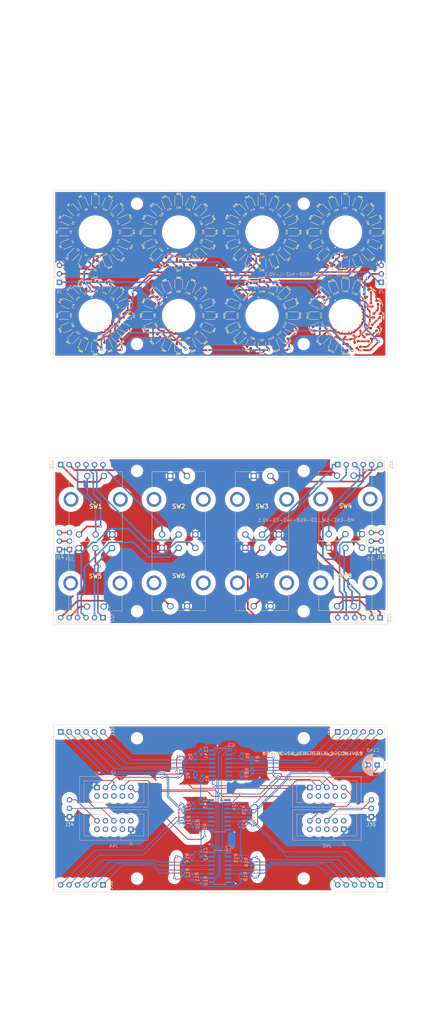
<source format=kicad_pcb>
(kicad_pcb (version 20221018) (generator pcbnew)
  (layers (0 "F.Cu" signal) (31 "B.Cu" signal) (34 "B.Paste" user) (35 "F.Paste" user) (36 "B.SilkS" user "B.Silkscreen") (37 "F.SilkS" user "F.Silkscreen") (38 "B.Mask" user) (39 "F.Mask" user) (44 "Edge.Cuts" user))
  (net 0 "")
  (net 1 "GND")
  (net 2 "+5V")
  (net 3 "DIN_RC")
  (net 4 "DIN_SC")
  (net 5 "Net-(IC2-DS)")
  (net 8 "Net-(IC1-DS)")
  (net 15 "C_SW7")
  (net 16 "C_SW8")
  (net 17 "C_ENC3B")
  (net 18 "C_ENC3A")
  (net 19 "C_ENC4B")
  (net 20 "C_ENC4A")
  (net 21 "C_ENC1B")
  (net 22 "C_ENC1A")
  (net 23 "C_ENC2B")
  (net 24 "C_ENC2A")
  (net 25 "C_ENC7B")
  (net 26 "C_ENC7A")
  (net 27 "C_ENC8B")
  (net 28 "C_ENC8A")
  (net 29 "C_ENC5B")
  (net 30 "C_ENC5A")
  (net 31 "C_ENC6B")
  (net 32 "C_ENC6A")
  (net 33 "C_SW5")
  (net 34 "C_SW6")
  (net 35 "C_SW1")
  (net 36 "C_SW2")
  (net 37 "C_SW3")
  (net 38 "C_SW4")
  (net 39 "SW1")
  (net 40 "ENC1A")
  (net 41 "ENC1B")
  (net 42 "SW2")
  (net 43 "ENC2A")
  (net 44 "ENC2B")
  (net 45 "SW3")
  (net 46 "ENC3A")
  (net 47 "ENC3B")
  (net 48 "SW4")
  (net 49 "ENC4A")
  (net 50 "ENC4B")
  (net 51 "GND1")
  (net 52 "Net-(J15-Pin_2)")
  (net 53 "Net-(J15-Pin_3)")
  (net 54 "SW5")
  (net 55 "ENC5A")
  (net 56 "ENC5B")
  (net 57 "SW6")
  (net 58 "ENC6A")
  (net 59 "ENC6B")
  (net 60 "SW7")
  (net 61 "ENC7A")
  (net 62 "ENC7B")
  (net 63 "SW8")
  (net 69 "Net-(J14-Pin_2)")
  (net 70 "Net-(J14-Pin_3)")
  (net 71 "VCC")
  (net 72 "Net-(J34-Pin_2)")
  (net 73 "Net-(J35-Pin_2)")
  (net 74 "Net-(IC1-Q7)")
  (net 75 "Net-(IC3-DS)")
  (net 76 "Net-(D1-DO)")
  (net 77 "Net-(D1-DI)")
  (net 78 "Net-(D2-DO)")
  (net 79 "Net-(D3-DO)")
  (net 80 "Net-(D4-DO)")
  (net 81 "Net-(D5-DO)")
  (net 82 "Net-(D6-DO)")
  (net 83 "Net-(D7-DO)")
  (net 84 "Net-(D8-DO)")
  (net 85 "Net-(D10-DI)")
  (net 86 "Net-(D10-DO)")
  (net 87 "Net-(D11-DO)")
  (net 88 "Net-(D12-DO)")
  (net 89 "Net-(D13-DO)")
  (net 90 "Net-(D14-DO)")
  (net 91 "Net-(D15-DO)")
  (net 92 "Net-(D16-DO)")
  (net 93 "Net-(D17-DO)")
  (net 94 "Net-(D18-DO)")
  (net 95 "Net-(D19-DO)")
  (net 96 "Net-(D20-DO)")
  (net 97 "Net-(D21-DO)")
  (net 98 "Net-(D22-DO)")
  (net 99 "Net-(D23-DO)")
  (net 100 "Net-(D24-DO)")
  (net 101 "Net-(D25-DO)")
  (net 102 "Net-(D26-DO)")
  (net 103 "Net-(D27-DO)")
  (net 104 "Net-(D28-DO)")
  (net 105 "Net-(D29-DO)")
  (net 106 "Net-(D30-DO)")
  (net 107 "Net-(D31-DO)")
  (net 108 "Net-(D32-DO)")
  (net 109 "Net-(D33-DO)")
  (net 110 "Net-(D34-DO)")
  (net 111 "Net-(D35-DO)")
  (net 112 "Net-(D36-DO)")
  (net 113 "Net-(D37-DO)")
  (net 114 "Net-(D38-DO)")
  (net 115 "Net-(D39-DO)")
  (net 116 "Net-(D40-DO)")
  (net 117 "Net-(D41-DO)")
  (net 118 "Net-(D42-DO)")
  (net 119 "Net-(D43-DO)")
  (net 120 "Net-(D44-DO)")
  (net 121 "Net-(D45-DO)")
  (net 122 "Net-(D46-DO)")
  (net 123 "Net-(D47-DO)")
  (net 124 "Net-(D48-DO)")
  (net 125 "Net-(D49-DO)")
  (net 126 "Net-(D50-DO)")
  (net 127 "Net-(D51-DO)")
  (net 128 "Net-(D52-DO)")
  (net 129 "Net-(D53-DO)")
  (net 130 "Net-(D54-DO)")
  (net 131 "Net-(D55-DO)")
  (net 132 "Net-(D56-DO)")
  (net 133 "Net-(D57-DO)")
  (net 134 "Net-(D58-DO)")
  (net 135 "Net-(D59-DO)")
  (net 136 "Net-(D60-DO)")
  (net 137 "Net-(D61-DO)")
  (net 138 "Net-(D62-DO)")
  (net 139 "Net-(D63-DO)")
  (net 140 "Net-(D64-DO)")
  (net 141 "Net-(D65-DO)")
  (net 142 "Net-(D66-DO)")
  (net 143 "Net-(D67-DO)")
  (net 144 "Net-(D68-DO)")
  (net 145 "Net-(D69-DO)")
  (net 146 "Net-(D70-DO)")
  (net 147 "Net-(D71-DO)")
  (net 148 "Net-(D72-DO)")
  (net 149 "Net-(D73-DO)")
  (net 150 "Net-(D74-DO)")
  (net 151 "Net-(D75-DO)")
  (net 152 "Net-(D76-DO)")
  (net 153 "Net-(D77-DO)")
  (net 154 "Net-(D78-DO)")
  (net 155 "Net-(D79-DO)")
  (net 156 "Net-(D80-DO)")
  (net 157 "Net-(D81-DO)")
  (net 158 "Net-(D82-DO)")
  (net 159 "Net-(D83-DO)")
  (net 160 "Net-(D84-DO)")
  (net 161 "Net-(D85-DO)")
  (net 162 "Net-(D86-DO)")
  (net 163 "Net-(D87-DO)")
  (net 164 "Net-(D88-DO)")
  (net 165 "Net-(D89-DO)")
  (net 166 "Net-(D90-DO)")
  (net 167 "Net-(D91-DO)")
  (net 168 "Net-(D92-DO)")
  (net 169 "Net-(D93-DO)")
  (net 170 "Net-(D94-DO)")
  (net 171 "Net-(D95-DO)")
  (net 172 "Net-(D96-DO)")
  (net 173 "Net-(D97-DO)")
  (net 174 "Net-(D98-DO)")
  (net 175 "Net-(D100-DI)")
  (net 176 "Net-(D100-DO)")
  (net 177 "Net-(D101-DO)")
  (net 178 "Net-(D102-DO)")
  (net 179 "Net-(D103-DO)")
  (net 180 "Net-(D104-DO)")
  (net 181 "Net-(D105-DO)")
  (net 182 "Net-(D106-DO)")
  (net 183 "Net-(D107-DO)")
  (net 184 "Net-(D108-DO)")
  (net 185 "Net-(D109-DO)")
  (net 186 "Net-(D110-DO)")
  (net 187 "Net-(D111-DO)")
  (net 188 "Net-(D112-DO)")
  (net 189 "Net-(D113-DO)")
  (net 190 "Net-(D114-DO)")
  (net 191 "Net-(D115-DO)")
  (net 192 "Net-(D116-DO)")
  (net 193 "Net-(D117-DO)")
  (net 194 "Net-(D118-DO)")
  (net 195 "Net-(D119-DO)")
  (net 196 "Net-(D120-DO)")
  (net 197 "Net-(D121-DO)")
  (net 198 "Net-(D122-DO)")
  (net 199 "Net-(D123-DO)")
  (net 200 "Net-(D124-DO)")
  (net 201 "Net-(D125-DO)")
  (net 202 "Net-(D126-DO)")
  (net 203 "Net-(D127-DO)")
  (net 204 "Net-(D128-DO)")
  (net 205 "+5VA")
  (net 213 "GNDA")
  (net 214 "+5VD")
  (net 222 "ENC8B")
  (net 223 "ENC8A")
  (footprint "ksir 2022:CAPC1005X55N" (layer "F.Cu") (at 168.405217 112.5)
    (fp_text reference "C45")
    (fp_text value "100nf" hide)
  )
  (footprint "ksir 2022:LED_WS2812B-2020_PLCC4_2.0x2.0mm" (layer "F.Cu") (at 166.099221 128.810713 -112.5)
    (fp_text reference "D106")
    (fp_text value "WS2812-2020")
  )
  (footprint "ksir 2022:LED_WS2812B-2020_PLCC4_2.0x2.0mm" (layer "F.Cu") (at 130.849507 144.145276 45)
    (fp_text reference "D83")
    (fp_text value "WS2812-2020")
  )
  (footprint "ksir 2022:CAPC1005X55N" (layer "F.Cu") (at 158.324381 133.324381 135)
    (fp_text reference "C103")
    (fp_text value "100nf" hide)
  )
  (footprint "ksir 2022:CAPC1005X55N" (layer "F.Cu") (at 112.513596 118.39663 -90)
    (fp_text reference "C1")
    (fp_text value "100nf" hide)
  )
  (footprint "ksir 2022:LED_WS2812B-2020_PLCC4_2.0x2.0mm" (layer "F.Cu") (at 191.099221 128.810713 -112.5)
    (fp_text reference "D122")
    (fp_text value "WS2812-2020")
  )
  (footprint "ksir 2022:PEC164120FS0012" (layer "F.Cu") (at 167.5 207 180)
    (fp_text reference "SW7")
    (fp_text value "PEC16-4XXXF-SXXXX" hide)
  )
  (footprint "ksir 2022:LED_WS2812B-2020_PLCC4_2.0x2.0mm" (layer "F.Cu") (at 121.202883 108.892192 -157.5)
    (fp_text reference "D12")
    (fp_text value "WS2812-2020")
  )
  (footprint "ksir 2022:CAPC1005X55N" (layer "F.Cu") (at 189.759829 117.955709 -67.5)
    (fp_text reference "C64")
    (fp_text value "100nf" hide)
  )
  (footprint "Connector_PinHeader_2.54mm:PinHeader_1x03_P2.54mm_Vertical" (layer "F.Cu") (at 104.75 287.525 180)
    (fp_text reference "J34")
    (fp_text value "Conn_01x06_Pin" hide)
  )
  (footprint "ksir 2022:LED_WS2812B-2020_PLCC4_2.0x2.0mm" (layer "F.Cu") (at 103.810713 133.900779 -22.5)
    (fp_text reference "D70")
    (fp_text value "WS2812-2020")
  )
  (footprint "ksir 2022:CAPC1005X55N" (layer "F.Cu") (at 167.955709 114.759829 -22.5)
    (fp_text reference "C46")
    (fp_text value "100nf" hide)
  )
  (footprint "ksir 2022:CAPC1005X55N" (layer "F.Cu") (at 114.759829 132.044291 67.5)
    (fp_text reference "C74")
    (fp_text value "100nf" hide)
  )
  (footprint "ksir 2022:CAPC1005X55N" (layer "F.Cu") (at 108.337977 116.667032 -135)
    (fp_text reference "C3")
    (fp_text value "100nf" hide)
  )
  (footprint "ksir 2022:LED_WS2812B-2020_PLCC4_2.0x2.0mm" (layer "F.Cu") (at 130.849507 105.849507 -45)
    (fp_text reference "D23")
    (fp_text value "WS2812-2020")
  )
  (footprint "ksir 2022:LED_WS2812B-2020_PLCC4_2.0x2.0mm" (layer "F.Cu") (at 121.202883 116.090634 157.5)
    (fp_text reference "D14")
    (fp_text value "WS2812-2020")
  )
  (footprint "MountingHole:MountingHole_3.2mm_M3" (layer "F.Cu") (at 175 184)
    (fp_text reference "H15" hide)
    (fp_text value "MountingHole" hide)
  )
  (footprint "ksir 2022:LED_WS2812B-2020_PLCC4_2.0x2.0mm" (layer "F.Cu") (at 103.108379 112.491413)
    (fp_text reference "D5")
    (fp_text value "WS2812-2020")
  )
  (footprint "ksir 2022:CAPC1005X55N" (layer "F.Cu") (at 192.955709 110.240171 22.5)
    (fp_text reference "C60")
    (fp_text value "100nf" hide)
  )
  (footprint "ksir 2022:LED_WS2812B-2020_PLCC4_2.0x2.0mm" (layer "F.Cu") (at 196.189287 116.099221 157.5)
    (fp_text reference "D62")
    (fp_text value "WS2812-2020")
  )
  (footprint "ksir 2022:CAPC1005X55N" (layer "F.Cu") (at 168.405217 137.5)
    (fp_text reference "C109")
    (fp_text value "100nf" hide)
  )
  (footprint "ksir 2022:LED_WS2812B-2020_PLCC4_2.0x2.0mm" (layer "F.Cu") (at 103.810713 141.099221 22.5)
    (fp_text reference "D68")
    (fp_text value "WS2812-2020")
  )
  (footprint "Connector_PinHeader_2.54mm:PinHeader_1x03_P2.54mm_Vertical" (layer "F.Cu") (at 198.25 207.525 180)
    (fp_text reference "J15")
    (fp_text value "Conn_01x06_Pin")
  )
  (footprint "ksir 2022:LED_WS2812B-2020_PLCC4_2.0x2.0mm" (layer "F.Cu") (at 187.5 103.094783 -90)
    (fp_text reference "D57")
    (fp_text value "WS2812-2020")
  )
  (footprint "ksir 2022:LED_WS2812B-2020_PLCC4_2.0x2.0mm" (layer "F.Cu") (at 137.5 103.094783 -90)
    (fp_text reference "D25")
    (fp_text value "WS2812-2020")
  )
  (footprint "ksir 2022:CAPC1005X55N" (layer "F.Cu") (at 137.5 118.405217 -90)
    (fp_text reference "C17")
    (fp_text value "100nf" hide)
  )
  (footprint "ksir 2022:LED_WS2812B-2020_PLCC4_2.0x2.0mm" (layer "F.Cu") (at 162.5 146.905217 90)
    (fp_text reference "D97")
    (fp_text value "WS2812-2020")
  )
  (footprint "ksir 2022:LED_WS2812B-2020_PLCC4_2.0x2.0mm" (layer "F.Cu") (at 169.150493 119.150493 135)
    (fp_text reference "D47")
    (fp_text value "WS2812-2020")
  )
  (footprint "ksir 2022:LED_WS2812B-2020_PLCC4_2.0x2.0mm" (layer "F.Cu") (at 191.099221 121.189287 112.5)
    (fp_text reference "D64")
    (fp_text value "WS2812-2020")
  )
  (footprint "lib 2022 ksir:Hole_9.5mm" (layer "F.Cu") (at 112.5 137.5)
    (fp_text reference "H9" hide)
    (fp_text value "MountingHole" hide)
  )
  (footprint "ksir 2022:CAPC1005X55N" (layer "F.Cu") (at 142.955709 114.759829 -22.5)
    (fp_text reference "C30")
    (fp_text value "100nf" hide)
  )
  (footprint "ksir 2022:CAPC1005X55N" (layer "F.Cu") (at 158.324381 108.324381 135)
    (fp_text reference "C39")
    (fp_text value "100nf" hide)
  )
  (footprint "ksir 2022:LED_WS2812B-2020_PLCC4_2.0x2.0mm" (layer "F.Cu") (at 183.900779 121.189287 67.5)
    (fp_text reference "D50")
    (fp_text value "WS2812-2020")
  )
  (footprint "Connector_PinHeader_2.54mm:PinHeader_1x06_P2.54mm_Vertical" (layer "F.Cu") (at 197.9 307.9 -90)
    (fp_text reference "J33")
    (fp_text value "Conn_01x06_Pin" hide)
  )
  (footprint "ksir 2022:CAPC1005X55N" (layer "F.Cu") (at 116.675619 141.675619 -45)
    (fp_text reference "C79")
    (fp_text value "100nf" hide)
  )
  (footprint "ksir 2022:LED_WS2812B-2020_PLCC4_2.0x2.0mm" (layer "F.Cu") (at 108.914375 121.1807 67.5)
    (fp_text reference "D2")
    (fp_text value "WS2812-2020")
  )
  (footprint "ksir 2022:LED_WS2812B-2020_PLCC4_2.0x2.0mm" (layer "F.Cu") (at 137.5 121.905217 90)
    (fp_text reference "D17")
    (fp_text value "WS2812-2020")
  )
  (footprint "MountingHole:MountingHole_3.2mm_M3" (layer "F.Cu") (at 175 146)
    (fp_text reference "H4" hide)
    (fp_text value "MountingHole" hide)
  )
  (footprint "MountingHole:MountingHole_3.2mm_M3" (layer "F.Cu") (at 125 306)
    (fp_text reference "H18" hide)
    (fp_text value "MountingHole" hide)
  )
  (footprint "ksir 2022:CAPC1005X55N" (layer "F.Cu") (at 141.675619 108.324381 45)
    (fp_text reference "C27")
    (fp_text value "100nf" hide)
  )
  (footprint "ksir 2022:LED_WS2812B-2020_PLCC4_2.0x2.0mm" (layer "F.Cu") (at 108.914375 103.802126 -67.5)
    (fp_text reference "D8")
    (fp_text value "WS2812-2020")
  )
  (footprint "ksir 2022:CAPC1005X55N" (layer "F.Cu") (at 110.253767 117.947122 -112.5)
    (fp_text reference "C2")
    (fp_text value "100nf" hide)
  )
  (footprint "ksir 2022:CAPC1005X55N" (layer "F.Cu") (at 117.955709 135.240171 22.5)
    (fp_text reference "C76")
    (fp_text value "100nf" hide)
  )
  (footprint "ksir 2022:CAPC1005X55N" (layer "F.Cu") (at 182.044291 114.759829 -157.5)
    (fp_text reference "C52")
    (fp_text value "100nf" hide)
  )
  (footprint "ksir 2022:CAPC1005X55N" (layer "F.Cu") (at 189.759829 142.955709 -67.5)
    (fp_text reference "C128")
    (fp_text value "100nf" hide)
  )
  (footprint "MountingHole:MountingHole_3.2mm_M3" (layer "F.Cu") (at 125 146)
    (fp_text reference "H3" hide)
    (fp_text value "MountingHole" hide)
  )
  (footprint "ksir 2022:LED_WS2812B-2020_PLCC4_2.0x2.0mm" (layer "F.Cu") (at 153.810713 108.900779 -22.5)
    (fp_text reference "D38")
    (fp_text value "WS2812-2020")
  )
  (footprint "ksir 2022:LED_WS2812B-2020_PLCC4_2.0x2.0mm" (layer "F.Cu") (at 146.905217 112.5 180)
    (fp_text reference "D29")
    (fp_text value "WS2812-2020")
  )
  (footprint "ksir 2022:CAPC1005X55N" (layer "F.Cu") (at 187.5 106.594783 90)
    (fp_text reference "C57")
    (fp_text value "100nf" hide)
  )
  (footprint "ksir 2022:LED_WS2812B-2020_PLCC4_2.0x2.0mm" (layer "F.Cu") (at 178.810713 116.099221 22.5)
    (fp_text reference "D52")
    (fp_text value "WS2812-2020")
  )
  (footprint "ksir 2022:LED_WS2812B-2020_PLCC4_2.0x2.0mm" (layer "F.Cu") (at 196.189287 141.099221 157.5)
    (fp_text reference "D126")
    (fp_text value "WS2812-2020")
  )
  (footprint "ksir 2022:CAPC1005X55N" (layer "F.Cu") (at 139.759829 142.950492 -67.5)
    (fp_text reference "C96")
    (fp_text value "100nf" hide)
  )
  (footprint "ksir 2022:CAPC1005X55N" (layer "F.Cu") (at 191.675619 133.324381 45)
    (fp_text reference "C123")
    (fp_text value "100nf" hide)
  )
  (footprint "ksir 2022:CAPC1005X55N" (layer "F.Cu") (at 167.955709 139.759829 -22.5)
    (fp_text reference "C110")
    (fp_text value "100nf" hide)
  )
  (footprint "ksir 2022:CAPC1005X55N" (layer "F.Cu") (at 141.675619 133.319164 45)
    (fp_text reference "C91")
    (fp_text value "100nf" hide)
  )
  (footprint "ksir 2022:LED_WS2812B-2020_PLCC4_2.0x2.0mm" (layer "F.Cu") (at 153.810713 141.099221 22.5)
    (fp_text reference "D100")
    (fp_text value "WS2812-2020")
  )
  (footprint "ksir 2022:PEC164120FS0012" (layer "F.Cu") (at 117.5 207.1 180)
    (fp_text reference "SW5")
    (fp_text value "PEC16-4XXXF-SXXXX" hide)
  )
  (footprint "MountingHole:MountingHole_3.2mm_M3" (layer "F.Cu") (at 175 226)
    (fp_text reference "H19" hide)
    (fp_text value "MountingHole" hide)
  )
  (footprint "ksir 2022:LED_WS2812B-2020_PLCC4_2.0x2.0mm" (layer "F.Cu") (at 171.189287 116.099221 157.5)
    (fp_text reference "D46")
    (fp_text value "WS2812-2020")
  )
  (footprint "ksir 2022:LED_WS2812B-2020_PLCC4_2.0x2.0mm" (layer "F.Cu") (at 162.5 103.094783 -90)
    (fp_text reference "D41")
    (fp_text value "WS2812-2020")
  )
  (footprint "ksir 2022:CAPC1005X55N" (layer "F.Cu") (at 162.5 143.405217 -90)
    (fp_text reference "C97")
    (fp_text value "100nf" hide)
  )
  (footprint "ksir 2022:CAPC1005X55N" (layer "F.Cu") (at 132.044291 110.240171 157.5)
    (fp_text reference "C22")
    (fp_text value "100nf" hide)
  )
  (footprint "ksir 2022:CAPC1005X55N" (layer "F.Cu") (at 107.057887 110.231584 157.5)
    (fp_text reference "C6")
    (fp_text value "100nf" hide)
  )
  (footprint "ksir 2022:LED_WS2812B-2020_PLCC4_2.0x2.0mm" (layer "F.Cu") (at 144.150493 119.150493 135)
    (fp_text reference "D31")
    (fp_text value "WS2812-2020")
  )
  (footprint "ksir 2022:CAPC1005X55N" (layer "F.Cu") (at 183.324381 133.324381 135)
    (fp_text reference "C119")
    (fp_text value "100nf" hide)
  )
  (footprint "ksir 2022:CAPC1005X55N" (layer "F.Cu") (at 114.773425 107.035704 67.5)
    (fp_text reference "C10")
    (fp_text value "100nf" hide)
  )
  (footprint "ksir 2022:LED_WS2812B-2020_PLCC4_2.0x2.0mm" (layer "F.Cu") (at 153.094783 112.5)
    (fp_text reference "D37")
    (fp_text value "WS2812-2020")
  )
  (footprint "ksir 2022:LED_WS2812B-2020_PLCC4_2.0x2.0mm" (layer "F.Cu") (at 116.112817 121.1807 112.5)
    (fp_text reference "D16")
    (fp_text value "WS2812-2020")
  )
  (footprint "ksir 2022:LED_WS2812B-2020_PLCC4_2.0x2.0mm" (layer "F.Cu") (at 158.900779 128.810713 -67.5)
    (fp_text reference "D104")
    (fp_text value "WS2812-2020")
  )
  (footprint "ksir 2022:CAPC1005X55N" (layer "F.Cu") (at 156.594783 112.5 180)
    (fp_text reference "C37")
    (fp_text value "100nf" hide)
  )
  (footprint "Connector_PinHeader_2.54mm:PinHeader_1x03_P2.54mm_Vertical" (layer "F.Cu") (at 101.75 207.525 180)
    (fp_text reference "J14")
    (fp_text value "Conn_01x06_Pin")
  )
  (footprint "ksir 2022:LED_WS2812B-2020_PLCC4_2.0x2.0mm" (layer "F.Cu") (at 146.189287 133.895562 -157.5)
    (fp_text reference "D92")
    (fp_text value "WS2812-2020")
  )
  (footprint "ksir 2022:CAPC1005X55N" (layer "F.Cu") (at 164.759829 142.955709 -67.5)
    (fp_text reference "C112")
    (fp_text value "100nf" hide)
  )
  (footprint "ksir 2022:CAPC1005X55N" (layer "F.Cu") (at 116.689215 108.315794 45)
    (fp_text reference "C11")
    (fp_text value "100nf" hide)
  )
  (footprint "ksir 2022:LED_WS2812B-2020_PLCC4_2.0x2.0mm" (layer "F.Cu") (at 180.849507 144.150493 45)
    (fp_text reference "D115")
    (fp_text value "WS2812-2020")
  )
  (footprint "ksir 2022:CAPC1005X55N" (layer "F.Cu") (at 106.608379 112.491413 180)
    (fp_text reference "C5")
    (fp_text value "100nf" hide)
  )
  (footprint "ksir 2022:LED_WS2812B-2020_PLCC4_2.0x2.0mm" (layer "F.Cu") (at 153.810713 133.900779 -22.5)
    (fp_text reference "D102")
    (fp_text value "WS2812-2020")
  )
  (footprint "Connector_PinHeader_2.54mm:PinHeader_1x03_P2.54mm_Vertical" (layer "F.Cu") (at 195.25 287.525 180)
    (fp_text reference "J35")
    (fp_text value "Conn_01x06_Pin" hide)
  )
  (footprint "ksir 2022:LED_WS2812B-2020_PLCC4_2.0x2.0mm" (layer "F.Cu") (at 162.5 128.094783 -90)
    (fp_text reference "D105")
    (fp_text value "WS2812-2020")
  )
  (footprint "MountingHole:MountingHole_3.2mm_M3" (layer "F.Cu") (at 175 264)
    (fp_text reference "H16" hide)
    (fp_text value "MountingHole" hide)
  )
  (footprint "ksir 2022:LED_WS2812B-2020_PLCC4_2.0x2.0mm" (layer "F.Cu") (at 128.094783 137.494783)
    (fp_text reference "D85")
    (fp_text value "WS2812-2020")
  )
  (footprint "ksir 2022:CAPC1005X55N" (layer "F.Cu") (at 143.405217 137.494783)
    (fp_text reference "C93")
    (fp_text value "100nf" hide)
  )
  (footprint "ksir 2022:CAPC1005X55N" (layer "F.Cu") (at 110.240171 142.955709 -112.5)
    (fp_text reference "C66")
    (fp_text value "100nf" hide)
  )
  (footprint "ksir 2022:CAPC1005X55N" (layer "F.Cu") (at 167.955709 110.240171 22.5)
    (fp_text reference "C44")
    (fp_text value "100nf" hide)
  )
  (footprint "ksir 2022:CAPC1005X55N" (layer "F.Cu") (at 139.759829 107.044291 67.5)
    (fp_text reference "C26")
    (fp_text value "100nf" hide)
  )
  (footprint "ksir 2022:LED_WS2812B-2020_PLCC4_2.0x2.0mm" (layer "F.Cu") (at 194.150493 130.849507 -135)
    (fp_text reference "D123")
    (fp_text value "WS2812-2020")
  )
  (footprint "ksir 2022:CAPC1005X55N" (layer "F.Cu") (at 182.044291 110.240171 157.5)
    (fp_text reference "C54")
    (fp_text value "100nf" hide)
  )
  (footprint "ksir 2022:CAPC1005X55N" (layer "F.Cu") (at 117.969305 110.231584 22.5)
    (fp_text reference "C12")
    (fp_text value "100nf" hide)
  )
  (footprint "ksir 2022:CAPC1005X55N" (layer "F.Cu") (at 183.324381 108.324381 135)
    (fp_text reference "C55")
    (fp_text value "100nf" hide)
  )
  (footprint "ksir 2022:CAPC1005X55N" (layer "F.Cu") (at 157.044291 114.759829 -157.5)
    (fp_text reference "C36")
    (fp_text value "100nf" hide)
  )
  (footprint "ksir 2022:CAPC1005X55N" (layer "F.Cu") (at 141.675619 141.670402 -45)
    (fp_text reference "C95")
    (fp_text value "100nf" hide)
  )
  (footprint "ksir 2022:LED_WS2812B-2020_PLCC4_2.0x2.0mm" (layer "F.Cu") (at 169.150493 144.150493 135)
    (fp_text reference "D111")
    (fp_text value "WS2812-2020")
  )
  (footprint "ksir 2022:LED_WS2812B-2020_PLCC4_2.0x2.0mm" (layer "F.Cu") (at 153.810713 116.099221 22.5)
    (fp_text reference "D36")
    (fp_text value "WS2812-2020")
  )
  (footprint "ksir 2022:LED_WS2812B-2020_PLCC4_2.0x2.0mm" (layer "F.Cu") (at 194.150493 144.150493 135)
    (fp_text reference "D127")
    (fp_text value "WS2812-2020")
  )
  (footprint "ksir 2022:CAPC1005X55N" (layer "F.Cu") (at 189.759829 107.044291 67.5)
    (fp_text reference "C58")
    (fp_text value "100nf" hide)
  )
  (footprint "ksir 2022:CAPC1005X55N" (layer "F.Cu") (at 167.955709 135.240171 22.5)
    (fp_text reference "C108")
    (fp_text value "100nf" hide)
  )
  (footprint "ksir 2022:CAPC1005X55N" (layer "F.Cu") (at 135.240171 107.044291 112.5)
    (fp_text reference "C24")
    (fp_text value "100nf" hide)
  )
  (footprint "ksir 2022:LED_WS2812B-2020_PLCC4_2.0x2.0mm" (layer "F.Cu") (at 171.905217 137.5 180)
    (fp_text reference "D109")
    (fp_text value "WS2812-2020")
  )
  (footprint "ksir 2022:CAPC1005X55N" (layer "F.Cu") (at 158.324381 116.675619 -135)
    (fp_text reference "C35")
    (fp_text value "100nf" hide)
  )
  (footprint "ksir 2022:CAPC1005X55N" (layer "F.Cu") (at 191.675619 141.675619 -45)
    (fp_text reference "C127")
    (fp_text value "100nf" hide)
  )
  (footprint "ksir 2022:CAPC1005X55N" (layer "F.Cu") (at 135.240171 142.950492 -112.5)
    (fp_text reference "C82")
    (fp_text value "100nf" hide)
  )
  (footprint "ksir 2022:CAPC1005X55N" (layer "F.Cu") (at 191.675619 108.324381 45)
    (fp_text reference "C59")
    (fp_text value "100nf" hide)
  )
  (footprint "ksir 2022:LED_WS2812B-2020_PLCC4_2.0x2.0mm" (layer "F.Cu") (at 137.5 128.089566 -90)
    (fp_text reference "D89")
    (fp_text value "WS2812-2020")
  )
  (footprint "ksir 2022:LED_WS2812B-2020_PLCC4_2.0x2.0mm" (layer "F.Cu") (at 196.189287 108.900779 -157.5)
    (fp_text reference "D60")
    (fp_text value "WS2812-2020")
  )
  (footprint "ksir 2022:LED_WS2812B-2020_PLCC4_2.0x2.0mm" (layer "F.Cu") (at 155.849507 105.849507 -45)
    (fp_text reference "D39")
    (fp_text value "WS2812-2020")
  )
  (footprint "ksir 2022:LED_WS2812B-2020_PLCC4_2.0x2.0mm" (layer "F.Cu") (at 128.810713 108.900779 -22.5)
    (fp_text reference "D22")
    (fp_text value "WS2812-2020")
  )
  (footprint "ksir 2022:LED_WS2812B-2020_PLCC4_2.0x2.0mm" (layer "F.Cu") (at 158.900779 146.189287 67.5)
    (fp_text reference "D98")
    (fp_text value "WS2812-2020")
  )
  (footprint "lib 2022 ksir:Hole_9.5mm" (layer "F.Cu") (at 162.5 137.5)
    (fp_text reference "H11" hide)
    (fp_text value "MountingHole" hide)
  )
  (footprint "ksir 2022:CAPC1005X55N" (layer "F.Cu") (at 137.5 131.589566 90)
    (fp_text reference "C89")
    (fp_text value "100nf" hide)
  )
  (footprint "ksir 2022:CAPC1005X55N" (layer "F.Cu") (at 133.324381 108.324381 135)
    (fp_text reference "C23")
    (fp_text value "100nf" hide)
  )
  (footprint "ksir 2022:CAPC1005X55N" (layer "F.Cu") (at 137.5 106.594783 90)
    (fp_text reference "C25")
    (fp_text value "100nf" hide)
  )
  (footprint "ksir 2022:CAPC1005X55N" (layer "F.Cu") (at 185.240171 107.044291 112.5)
    (fp_text reference "C56")
    (fp_text value "100nf" hide)
  )
  (footprint "ksir 2022:CAPC1005X55N" (layer "F.Cu") (at 139.759829 117.955709 -67.5)
    (fp_text reference "C32")
    (fp_text value "100nf" hide)
  )
  (footprint "ksir 2022:LED_WS2812B-2020_PLCC4_2.0x2.0mm" (layer "F.Cu") (at 194.150493 119.150493 135)
    (fp_text reference "D63")
    (fp_text value "WS2812-2020")
  )
  (footprint "ksir 2022:LED_WS2812B-2020_PLCC4_2.0x2.0mm" (layer "F.Cu") (at 103.824309 116.090634 22.5)
    (fp_text reference "D4")
    (fp_text value "WS2812-2020")
  )
  (footprint "ksir 2022:CAPC1005X55N" (layer "F.Cu") (at 182.044291 135.240171 157.5)
    (fp_text reference "C118")
    (fp_text value "100nf" hide)
  )
  (footprint "ksir 2022:LED_WS2812B-2020_PLCC4_2.0x2.0mm" (layer "F.Cu") (at 141.099221 128.805496 -112.5)
    (fp_text reference "D90")
    (fp_text value "WS2812-2020")
  )
  (footprint "ksir 2022:CAPC1005X55N" (layer "F.Cu") (at 164.759829 107.044291 67.5)
    (fp_text reference "C42")
    (fp_text value "100nf" hide)
  )
  (footprint "ksir 2022:CAPC1005X55N" (layer "F.Cu") (at 118.418813 112.491413)
    (fp_text reference "C13")
    (fp_text value "100nf" hide)
  )
  (footprint "ksir 2022:CAPC1005X55N" (layer "F.Cu") (at 118.405217 137.5)
    (fp_text reference "C77")
    (fp_text value "100nf" hide)
  )
  (footprint "ksir 2022:CAPC1005X55N" (layer "F.Cu") (at 160.240171 142.955709 -112.5)
    (fp_text reference "C98")
    (fp_text value "100nf" hide)
  )
  (footprint "ksir 2022:CAPC1005X55N" (layer "F.Cu") (at 187.5 118.405217 -90)
    (fp_text reference "C49")
    (fp_text value "100nf" hide)
  )
  (footprint "ksir 2022:CAPC1005X55N" (layer "F.Cu") (at 166.675619 116.675619 -45)
    (fp_text reference "C47")
    (fp_text value "100nf" hide)
  )
  (footprint "ksir 2022:LED_WS2812B-2020_PLCC4_2.0x2.0mm" (layer "F.Cu") (at 133.900779 146.18407 67.5)
    (fp_text reference "D82")
    (fp_text value "WS2812-2020")
  )
  (footprint "ksir 2022:CAPC1005X55N" (layer "F.Cu") (at 192.955709 135.240171 22.5)
    (fp_text reference "C124")
    (fp_text value "100nf" hide)
  )
  (footprint "ksir 2022:CAPC1005X55N" (layer "F.Cu") (at 107.044291 139.759829 -157.5)
    (fp_text reference "C68")
    (fp_text value "100nf" hide)
  )
  (footprint "ksir 2022:CAPC1005X55N" (layer "F.Cu") (at 131.594783 137.494783 180)
    (fp_text reference "C85")
    (fp_text value "100nf" hide)
  )
  (footprint "ksir 2022:LED_WS2812B-2020_PLCC4_2.0x2.0mm" (layer "F.Cu") (at 121.905217 137.5 180)
    (fp_text reference "D77")
    (fp_text value "WS2812-2020")
  )
  (footprint "ksir 2022:LED_WS2812B-2020_PLCC4_2.0x2.0mm" (layer "F.Cu") (at 112.513596 121.89663 90)
    (fp_text reference "D1")
    (fp_text value "WS2812-2020")
  )
  (footprint "ksir 2022:LED_WS2812B-2020_PLCC4_2.0x2.0mm" (layer "F.Cu") (at 108.900779 146.189287 67.5)
    (fp_text reference "D66")
    (fp_text value "WS2812-2020")
  )
  (footprint "ksir 2022:LED_WS2812B-2020_PLCC4_2.0x2.0mm" (layer "F.Cu") (at 196.905217 137.5 180)
    (fp_text reference "D125")
    (fp_text value "WS2812-2020")
  )
  (footprint "ksir 2022:CAPC1005X55N" (layer "F.Cu") (at 110.240171 132.044291 112.5)
    (fp_text reference "C72")
    (fp_text value "100nf" hide)
  )
  (footprint "ksir 2022:LED_WS2812B-2020_PLCC4_2.0x2.0mm" (layer "F.Cu") (at 141.099221 103.810713 -112.5)
    (fp_text reference "D26")
    (fp_text value "WS2812-2020")
  )
  (footprint "ksir 2022:CAPC1005X55N" (layer "F.Cu") (at 193.405217 137.5)
    (fp_text reference "C125")
    (fp_text value "100nf" hide)
  )
  (footprint "ksir 2022:LED_WS2812B-2020_PLCC4_2.0x2.0mm" (layer "F.Cu") (at 105.849507 130.849507 -45)
    (fp_text reference "D71")
    (fp_text value "WS2812-2020")
  )
  (footprint "ksir 2022:CAPC1005X55N" (layer "F.Cu") (at 117.955709 139.759829 -22.5)
    (fp_text reference "C78")
    (fp_text value "100nf" hide)
  )
  (footprint "ksir 2022:LED_WS2812B-2020_PLCC4_2.0x2.0mm" (layer "F.Cu") (at 121.189287 133.900779 -157.5)
    (fp_text reference "D76")
    (fp_text value "WS2812-2020")
  )
  (footprint "ksir 2022:PEC164120FS0012" (layer "F.Cu") (at 182.5 202.9)
    (fp_text reference "SW4")
    (fp_text value "PEC16-4XXXF-SXXXX" hide)
  )
  (footprint "ksir 2022:CAPC1005X55N" (layer "F.Cu") (at 135.240171 117.955709 -112.5)
    (fp_text reference "C18")
    (fp_text value "100nf" hide)
  )
  (footprint "ksir 2022:CAPC1005X55N" (layer "F.Cu") (at 116.675619 133.324381 45)
    (fp_text reference "C75")
    (fp_text value "100nf" hide)
  )
  (footprint "ksir 2022:CAPC1005X55N" (layer "F.Cu") (at 185.240171 132.044291 112.5)
    (fp_text reference "C120")
    (fp_text value "100nf" hide)
  )
  (footprint "ksir 2022:CAPC1005X55N" (layer "F.Cu") (at 142.955709 135.234954 22.5)
    (fp_text reference "C92")
    (fp_text value "100nf" hide)
  )
  (footprint "ksir 2022:CAPC1005X55N" (layer "F.Cu") (at 142.955709 110.240171 22.5)
    (fp_text reference "C28")
    (fp_text value "100nf" hide)
  )
  (footprint "ksir 2022:LED_WS2812B-2020_PLCC4_2.0x2.0mm" (layer "F.Cu") (at 166.099221 103.810713 -112.5)
    (fp_text reference "D42")
    (fp_text value "WS2812-2020")
  )
  (footprint "ksir 2022:CAPC1005X55N" (layer "F.Cu") (at 139.759829 132.039074 67.5)
    (fp_text reference "C90")
    (fp_text value "100nf" hide)
  )
  (footprint "ksir 2022:LED_WS2812B-2020_PLCC4_2.0x2.0mm" (layer "F.Cu") (at 141.099221 121.189287 112.5)
    (fp_text reference "D32")
    (fp_text value "WS2812-2020")
  )
  (footprint "ksir 2022:CAPC1005X55N" (layer "F.Cu") (at 187.5 131.594783 90)
    (fp_text reference "C121")
    (fp_text value "100nf" hide)
  )
  (footprint "ksir 2022:LED_WS2812B-2020_PLCC4_2.0x2.0mm" (layer "F.Cu") (at 116.099221 128.810713 -112.5)
    (fp_text reference "D74")
    (fp_text value "WS2812-2020")
  )
  (footprint "ksir 2022:LED_WS2812B-2020_PLCC4_2.0x2.0mm" (layer "F.Cu") (at 178.094783 112.5)
    (fp_text reference "D53")
    (fp_text value "WS2812-2020")
  )
  (footprint "ksir 2022:CAPC1005X55N" (layer "F.Cu") (at 160.240171 107.044291 112.5)
    (fp_text reference "C40")
    (fp_text value "100nf" hide)
  )
  (footprint "ksir 2022:CAPC1005X55N" (layer "F.Cu") (at 143.405217 112.5)
    (fp_text reference "C29")
    (fp_text value "100nf" hide)
  )
  (footprint "ksir 2022:CAPC1005X55N" (layer "F.Cu") (at 108.324381 141.675619 -135)
    (fp_text reference "C67")
    (fp_text value "100nf" hide)
  )
  (footprint "ksir 2022:CAPC1005X55N" (layer "F.Cu") (at 162.5 106.594783 90)
    (fp_text reference "C41")
    (fp_text value "100nf" hide)
  )
  (footprint "ksir 2022:LED_WS2812B-2020_PLCC4_2.0x2.0mm" (layer "F.Cu") (at 171.189287 133.900779 -157.5)
    (fp_text reference "D108")
    (fp_text value "WS2812-2020")
  )
  (footprint "ksir 2022:LED_WS2812B-2020_PLCC4_2.0x2.0mm" (layer "F.Cu") (at 146.189287 141.094004 157.5)
    (fp_text reference "D94")
    (fp_text value "WS2812-2020")
  )
  (footprint "ksir 2022:LED_WS2812B-2020_PLCC4_2.0x2.0mm" (layer "F.Cu") (at 119.164089 119.141906 135)
    (fp_text reference "D15")
    (fp_text value "WS2812-2020")
  )
  (footprint "ksir 2022:CAPC1005X55N" (layer "F.Cu") (at 112.513596 106.586196 90)
    (fp_text reference "C9")
    (fp_text value "100nf" hide)
  )
  (footprint "ksir 2022:CAPC1005X55N" (layer "F.Cu") (at 107.057887 114.751242 -157.5)
    (fp_text reference "C4")
    (fp_text value "100nf" hide)
  )
  (footprint "ksir 2022:CAPC1005X55N" (layer "F.Cu") (at 157.044291 135.240171 157.5)
    (fp_text reference "C102")
    (fp_text value "100nf" hide)
  )
  (footprint "ksir 2022:CAPC1005X55N" (layer "F.Cu") (at 114.773425 117.947122 -67.5)
    (fp_text reference "C16")
    (fp_text value "100nf" hide)
  )
  (footprint "ksir 2022:LED_WS2812B-2020_PLCC4_2.0x2.0mm" (layer "F.Cu") (at 183.900779 146.189287 67.5)
    (fp_text reference "D114")
    (fp_text value "WS2812-2020")
  )
  (footprint "lib 2022 ksir:Hole_9.5mm" (layer "F.Cu") (at 187.5 112.5)
    (fp_text reference "H8" hide)
    (fp_text value "MountingHole" hide)
  )
  (footprint "ksir 2022:LED_WS2812B-2020_PLCC4_2.0x2.0mm" (layer "F.Cu") (at 130.849507 130.84429 -45)
    (fp_text reference "D87")
    (fp_text value "WS2812-2020")
  )
  (footprint "lib 2022 ksir:Hole_9.5mm" (layer "F.Cu") (at 137.5 112.5)
    (fp_text reference "H6" hide)
    (fp_text value "MountingHole" hide)
  )
  (footprint "ksir 2022:CAPC1005X55N" (layer "F.Cu") (at 112.5 143.405217 -90)
    (fp_text reference "C65")
    (fp_text value "100nf" hide)
  )
  (footprint "ksir 2022:LED_WS2812B-2020_PLCC4_2.0x2.0mm" (layer "F.Cu") (at 105.863103 105.84092 -45)
    (fp_text reference "D7")
    (fp_text value "WS2812-2020")
  )
  (footprint "ksir 2022:LED_WS2812B-2020_PLCC4_2.0x2.0mm" (layer "F.Cu") (at 144.150493 105.849507 -135)
    (fp_text reference "D27")
    (fp_text value "WS2812-2020")
  )
  (footprint "ksir 2022:CAPC1005X55N" (layer "F.Cu") (at 107.044291 135.240171 157.5)
    (fp_text reference "C70")
    (fp_text value "100nf" hide)
  )
  (footprint "ksir 2022:LED_WS2812B-2020_PLCC4_2.0x2.0mm" (layer "F.Cu") (at 103.824309 108.892192 -22.5)
    (fp_text reference "D6")
    (fp_text value "WS2812-2020")
  )
  (footprint "ksir 2022:LED_WS2812B-2020_PLCC4_2.0x2.0mm" (layer "F.Cu") (at 128.810713 116.099221 22.5)
    (fp_text reference "D20")
    (fp_text value "WS2812-2020")
  )
  (footprint "ksir 2022:LED_WS2812B-2020_PLCC4_2.0x2.0mm" (layer "F.Cu") (at 171.905217 112.5 180)
    (fp_text reference "D45")
    (fp_text value "WS2812-2020")
  )
  (footprint "ksir 2022:LED_WS2812B-2020_PLCC4_2.0x2.0mm" (layer "F.Cu") (at 121.189287 141.099221 157.5)
    (fp_text reference "D78")
    (fp_text value "WS2812-2020")
  )
  (footprint "ksir 2022:LED_WS2812B-2020_PLCC4_2.0x2.0mm" (layer "F.Cu") (at 112.513596 103.086196 -90)
    (fp_text reference "D9")
    (fp_text value "WS2812-2020")
  )
  (footprint "ksir 2022:LED_WS2812B-2020_PLCC4_2.0x2.0mm" (layer "F.Cu") (at 112.5 128.094783 -90)
    (fp_text reference "D73")
    (fp_text value "WS2812-2020")
  )
  (footprint "ksir 2022:CAPC1005X55N" (layer "F.Cu") (at 106.594783 137.5 180)
    (fp_text reference "C69")
    (fp_text value "100nf" hide)
  )
  (footprint "ksir 2022:LED_WS2812B-2020_PLCC4_2.0x2.0mm" (layer "F.Cu") (at 183.900779 103.810713 -67.5)
    (fp_text reference "D56")
    (fp_text value "WS2812-2020")
  )
  (footprint "ksir 2022:CAPC1005X55N" (layer "F.Cu") (at 137.5 143.4 -90)
    (fp_text reference "C81")
    (fp_text value "100nf" hide)
  )
  (footprint "ksir 2022:PEC164120FS0012" (layer "F.Cu") (at 157.5 203)
    (fp_text reference "SW3")
    (fp_text value "PEC16-4XXXF-SXXXX" hide)
  )
  (footprint "ksir 2022:LED_WS2812B-2020_PLCC4_2.0x2.0mm" (layer "F.Cu") (at 178.810713 133.900779 -22.5)
    (fp_text reference "D118")
    (fp_text value "WS2812-2020")
  )
  (footprint "Connector_PinHeader_2.54mm:PinHeader_1x06_P2.54mm_Vertical" (layer "F.Cu") (at 114.8 307.9 -90)
    (fp_text reference "J32")
    (fp_text value "Conn_01x06_Pin" hide)
  )
  (footprint "MountingHole:MountingHole_3.2mm_M3" (layer "F.Cu") (at 175 104)
    (fp_text reference "H2" hide)
    (fp_text value "MountingHole" hide)
  )
  (footprint "ksir 2022:CAPC1005X55N" (layer "F.Cu") (at 191.675619 116.675619 -45)
    (fp_text reference "C63")
    (fp_text value "100nf" hide)
  )
  (footprint "ksir 2022:CAPC1005X55N" (layer "F.Cu") (at 112.5 131.594783 90)
    (fp_text reference "C73")
    (fp_text value "100nf" hide)
  )
  (footprint "ksir 2022:LED_WS2812B-2020_PLCC4_2.0x2.0mm" (layer "F.Cu") (at 128.810713 141.094004 22.5)
    (fp_text reference "D84")
    (fp_text value "WS2812-2020")
  )
  (footprint "ksir 2022:CAPC1005X55N" (layer "F.Cu") (at 116.689215 116.667032 -45)
    (fp_text reference "C15")
    (fp_text value "100nf" hide)
  )
  (footprint "lib 2022 ksir:Hole_9.5mm" (layer "F.Cu") (at 112.5 112.5)
    (fp_text reference "H5" hide)
    (fp_text value "MountingHole" hide)
  )
  (footprint "ksir 2022:LED_WS2812B-2020_PLCC4_2.0x2.0mm" (layer "F.Cu") (at 128.094783 112.5)
    (fp_text reference "D21")
    (fp_text value "WS2812-2020")
  )
  (footprint "ksir 2022:CAPC1005X55N" (layer "F.Cu") (at 108.324381 133.324381 135)
    (fp_text reference "C71")
    (fp_text value "100nf" hide)
  )
  (footprint "ksir 2022:LED_WS2812B-2020_PLCC4_2.0x2.0mm" (layer "F.Cu") (at 133.900779 121.189287 67.5)
    (fp_text reference "D18")
    (fp_text value "WS2812-2020")
  )
  (footprint "ksir 2022:LED_WS2812B-2020_PLCC4_2.0x2.0mm" (layer "F.Cu") (at 171.189287 108.900779 -157.5)
    (fp_text reference "D44")
    (fp_text value "WS2812-2020")
  )
  (footprint "ksir 2022:CAPC1005X55N" (layer "F.Cu") (at 141.675619 116.675619 -45)
    (fp_text reference "C31")
    (fp_text value "100nf" hide)
  )
  (footprint "ksir 2022:LED_WS2812B-2020_PLCC4_2.0x2.0mm" (layer "F.Cu") (at 194.150493 105.849507 -135)
    (fp_text reference "D59")
    (fp_text value "WS2812-2020")
  )
  (footprint "ksir 2022:LED_WS2812B-2020_PLCC4_2.0x2.0mm" (layer "F.Cu") (at 180.849507 105.849507 -45)
    (fp_text reference "D55")
    (fp_text value "WS2812-2020")
  )
  (footprint "ksir 2022:LED_WS2812B-2020_PLCC4_2.0x2.0mm" (layer "F.Cu") (at 128.810713 133.895562 -22.5)
    (fp_text reference "D86")
    (fp_text value "WS2812-2020")
  )
  (footprint "ksir 2022:LED_WS2812B-2020_PLCC4_2.0x2.0mm" (layer "F.Cu") (at 155.849507 144.150493 45)
    (fp_text reference "D99")
    (fp_text value "WS2812-2020")
  )
  (footprint "ksir 2022:LED_WS2812B-2020_PLCC4_2.0x2.0mm" (layer "F.Cu") (at 105.863103 119.141906 45)
    (fp_text reference "D3")
    (fp_text value "WS2812-2020")
  )
  (footprint "ksir 2022:LED_WS2812B-2020_PLCC4_2.0x2.0mm" (layer "F.Cu") (at 166.099221 146.189287 112.5)
    (fp_text reference "D112")
    (fp_text value "WS2812-2020")
  )
  (footprint "ksir 2022:CAPC1005X55N" (layer "F.Cu") (at 132.044291 139.754612 -157.5)
    (fp_text reference "C84")
    (fp_text value "100nf" hide)
  )
  (footprint "ksir 2022:CAPC1005X55N" (layer "F.Cu") (at 183.324381 141.675619 -135)
    (fp_text reference "C115")
    (fp_text value "100nf" hide)
  )
  (footprint "ksir 2022:LED_WS2812B-2020_PLCC4_2.0x2.0mm" (layer "F.Cu") (at 180.849507 130.849507 -45)
    (fp_text reference "D119")
    (fp_text value "WS2812-2020")
  )
  (footprint "ksir 2022:CAPC1005X55N" (layer "F.Cu") (at 189.759829 132.044291 67.5)
    (fp_text reference "C122")
    (fp_text value "100nf" hide)
  )
  (footprint "ksir 2022:PEC164120FS0012" (layer "F.Cu") (at 142.5 207 180)
    (fp_text reference "SW6")
    (fp_text value "PEC16-4XXXF-SXXXX" hide)
  )
  (footprint "ksir 2022:LED_WS2812B-2020_PLCC4_2.0x2.0mm" (layer "F.Cu") (at 191.099221 146.189287 112.5)
    (fp_text reference "D128")
    (fp_text value "WS2812-2020")
  )
  (footprint "ksir 2022:CAPC1005X55N" (layer "F.Cu") (at 117.969305 114.751242 -22.5)
    (fp_text reference "C14")
    (fp_text value "100nf" hide)
  )
  (footprint "lib 2022 ksir:Hole_9.5mm" (layer "F.Cu") (at 187.5 137.5)
    (fp_text reference "H12" hide)
    (fp_text value "MountingHole" hide)
  )
  (footprint "ksir 2022:LED_WS2812B-2020_PLCC4_2.0x2.0mm" (layer "F.Cu") (at 103.094783 137.5)
    (fp_text reference "D69")
    (fp_text value "WS2812-2020")
  )
  (footprint "ksir 2022:LED_WS2812B-2020_PLCC4_2.0x2.0mm" (layer "F.Cu") (at 162.5 121.905217 90)
    (fp_text reference "D33")
    (fp_text value "WS2812-2020")
  )
  (footprint "MountingHole:MountingHole_3.2mm_M3" (layer "F.Cu") (at 125 104)
    (fp_text reference "H1" hide)
    (fp_text value "MountingHole" hide)
  )
  (footprint "ksir 2022:LED_WS2812B-2020_PLCC4_2.0x2.0mm" (layer "F.Cu") (at 146.189287 108.900779 -157.5)
    (fp_text reference "D28")
    (fp_text value "WS2812-2020")
  )
  (footprint "MountingHole:MountingHole_3.2mm_M3" (layer "F.Cu") (at 175 306)
    (fp_text reference "H20" hide)
    (fp_text value "MountingHole" hide)
  )
  (footprint "ksir 2022:LED_WS2812B-2020_PLCC4_2.0x2.0mm" (layer "F.Cu") (at 119.150493 130.849507 -135)
    (fp_text reference "D75")
    (fp_text value "WS2812-2020")
  )
  (footprint "ksir 2022:CAPC1005X55N" (layer "F.Cu") (at 166.675619 133.324381 45)
    (fp_text reference "C107")
    (fp_text value "100nf" hide)
  )
  (footprint "ksir 2022:CAPC1005X55N" (layer "F.Cu") (at 160.240171 117.955709 -112.5)
    (fp_text reference "C34")
    (fp_text value "100nf" hide)
  )
  (footprint "ksir 2022:CAPC1005X55N" (layer "F.Cu") (at 157.044291 110.240171 157.5)
    (fp_text reference "C38")
    (fp_text value "100nf" hide)
  )
  (footprint "ksir 2022:LED_WS2812B-2020_PLCC4_2.0x2.0mm" (layer "F.Cu") (at 183.900779 128.810713 -67.5)
    (fp_text reference "D120")
    (fp_text value "WS2812-2020")
  )
  (footprint "ksir 2022:CAPC1005X55N" (layer "F.Cu") (at 162.5 131.594783 90)
    (fp_text reference "C105")
    (fp_text value "100nf" hide)
  )
  (footprint "ksir 2022:CAPC1005X55N" (layer "F.Cu") (at 162.5 118.405217 -90)
    (fp_text reference "C33")
    (fp_text value "100nf" hide)
  )
  (footprint "ksir 2022:CAPC1005X55N" (layer "F.Cu") (at 183.324381 116.675619 -135)
    (fp_text reference "C51")
    (fp_text value "100nf" hide)
  )
  (footprint "MountingHole:MountingHole_3.2mm_M3" (layer "F.Cu") (at 125 264)
    (fp_text reference "H14" hide)
    (fp_text value "MountingHole" hide)
  )
  (footprint "ksir 2022:LED_WS2812B-2020_PLCC4_2.0x2.0mm" (layer "F.Cu") (at 119.150493 144.150493 135)
    (fp_text reference "D79")
    (fp_text value "WS2812-2020")
  )
  (footprint "ksir 2022:CAPC1005X55N" (layer "F.Cu") (at 160.240171 132.044291 112.5)
    (fp_text reference "C104")
    (fp_text value "100nf" hide)
  )
  (footprint "Connector_PinHeader_2.54mm:PinHeader_1x06_P2.54mm_Vertical" (layer "F.Cu") (at 185.2 262.1 90)
    (fp_text reference "J31")
    (fp_text value "Conn_01x06_Pin" hide)
  )
  (footprint "MountingHole:MountingHole_3.2mm_M3" (layer "F.Cu") (at 125 226)
    (fp_text reference "H17" hide)
    (fp_text value "MountingHole" hide)
  )
  (footprint "ksir 2022:CAPC1005X55N" (layer "F.Cu") (at 181.594783 112.5 180)
    (fp_text reference "C53")
    (fp_text value "100nf" hide)
  )
  (footprint "ksir 2022:LED_WS2812B-2020_PLCC4_2.0x2.0mm" (layer "F.Cu") (at 144.150493 144.145276 135)
    (fp_text reference "D95")
    (fp_text value "WS2812-2020")
  )
  (footprint "ksir 2022:CAPC1005X55N" (layer "F.Cu") (at 164.759829 117.955709 -67.5)
    (fp_text reference "C48")
    (fp_text value "100nf" hide)
  )
  (footprint "ksir 2022:LED_WS2812B-2020_PLCC4_2.0x2.0mm" (layer "F.Cu") (at 153.094783 137.5)
    (fp_text reference "D101")
    (fp_text value "WS2812-2020")
  )
  (footprint "Connector_PinHeader_2.54mm:PinHeader_1x06_P2.54mm_Vertical" (layer "F.Cu") (at 102.1 262.1 90)
    (fp_text reference "J30")
    (fp_text value "Conn_01x06_Pin" hide)
  )
  (footprint "ksir 2022:LED_WS2812B-2020_PLCC4_2.0x2.0mm" (layer "F.Cu") (at 133.900779 128.805496 -67.5)
    (fp_text reference "D88")
    (fp_text value "WS2812-2020")
  )
  (footprint "ksir 2022:CAPC1005X55N" (layer "F.Cu") (at 164.759829 132.044291 67.5)
    (fp_text reference "C106")
    (fp_text value "100nf" hide)
  )
  (footprint "ksir 2022:CAPC1005X55N" (layer "F.Cu") (at 133.324381 116.675619 -135)
    (fp_text reference "C19")
    (fp_text value "100nf" hide)
  )
  (footprint "ksir 2022:LED_WS2812B-2020_PLCC4_2.0x2.0mm" (layer "F.Cu") (at 169.150493 105.849507 -135)
    (fp_text reference "D43")
    (fp_text value "WS2812-2020")
  )
  (footprint "ksir 2022:LED_WS2812B-2020_PLCC4_2.0x2.0mm" (layer "F.Cu") (at 116.099221 146.189287 112.5)
    (fp_text reference "D80")
    (fp_text value "WS2812-2020")
  )
  (footprint "ksir 2022:LED_WS2812B-2020_PLCC4_2.0x2.0mm" (layer "F.Cu") (at 116.112817 103.802126 -112.5)
    (fp_text reference "D10")
    (fp_text value "WS2812-2020")
  )
  (footprint "ksir 2022:CAPC1005X55N" (layer "F.Cu") (at 166.675619 141.675619 -45)
    (fp_text reference "C111")
    (fp_text value "100nf" hide)
  )
  (footprint "ksir 2022:LED_WS2812B-2020_PLCC4_2.0x2.0mm" (layer "F.Cu") (at 119.164089 105.84092 -135)
    (fp_text reference "D11")
    (fp_text value "WS2812-2020")
  )
  (footprint "ksir 2022:CAPC1005X55N" (layer "F.Cu") (at 158.324381 141.675619 -135)
    (fp_text reference "C99")
    (fp_text value "100nf" hide)
  )
  (footprint "ksir 2022:CAPC1005X55N" (layer "F.Cu") (at 142.955709 139.754612 -22.5)
    (fp_text reference "C94")
    (fp_text value "100nf" hide)
  )
  (footprint "lib 2022 ksir:Hole_9.5mm" (layer "F.Cu") (at 162.5 112.5)
    (fp_text reference "H7" hide)
    (fp_text value "MountingHole" hide)
  )
  (footprint "ksir 2022:LED_WS2812B-2020_PLCC4_2.0x2.0mm" (layer "F.Cu") (at 178.094783 137.5)
    (fp_text reference "D117")
    (fp_text value "WS2812-2020")
  )
  (footprint "ksir 2022:LED_WS2812B-2020_PLCC4_2.0x2.0mm" (layer "F.Cu") (at 141.099221 146.18407 112.5)
    (fp_text reference "D96")
    (fp_text value "WS2812-2020")
  )
  (footprint "ksir 2022:PEC164120FS0012" (layer "F.Cu") (at 107.6 203)
    (fp_text reference "SW1")
    (fp_text value "PEC16-4XXXF-SXXXX" hide)
  )
  (footprint "ksir 2022:CAPC1005X55N" (layer "F.Cu") (at 182.044291 139.759829 -157.5)
    (fp_text reference "C116")
    (fp_text value "100nf" hide)
  )
  (footprint "ksir 2022:CAPC1005X55N" (layer "F.Cu") (at 181.594783 137.5 180)
    (fp_text reference "C117")
    (fp_text value "100nf" hide)
  )
  (footprint "ksir 2022:LED_WS2812B-2020_PLCC4_2.0x2.0mm" (layer "F.Cu") (at 166.099221 121.189287 112.5)
    (fp_text reference "D48")
    (fp_text value "WS2812-2020")
  )
  (footprint "ksir 2022:PEC164120FS0012" (layer "F.Cu") (at 192.5 207 180)
    (fp_text reference "SW8")
    (fp_text value "PEC16-4XXXF-SXXXX" hide)
  )
  (footprint "ksir 2022:CAPC1005X55N" (layer "F.Cu") (at 133.324381 133.319164 135)
    (fp_text reference "C87")
    (fp_text value "100nf" hide)
  )
  (footprint "ksir 2022:CAPC1005X55N" (layer "F.Cu") (at 185.240171 142.955709 -112.5)
    (fp_text reference "C114")
    (fp_text value "100nf" hide)
  )
  (footprint "ksir 2022:LED_WS2812B-2020_PLCC4_2.0x2.0mm" (layer "F.Cu") (at 155.849507 130.849507 -45)
    (fp_text reference "D103")
    (fp_text value "WS2812-2020")
  )
  (footprint "ksir 2022:LED_WS2812B-2020_PLCC4_2.0x2.0mm" (layer "F.Cu") (at 180.849507 119.150493 45)
    (fp_text reference "D51")
    (fp_text value "WS2812-2020")
  )
  (footprint "ksir 2022:LED_WS2812B-2020_PLCC4_2.0x2.0mm" (layer "F.Cu") (at 137.5 146.9 90)
    (fp_text reference "D81")
    (fp_text value "WS2812-2020")
  )
  (footprint "ksir 2022:LED_WS2812B-2020_PLCC4_2.0x2.0mm" (layer "F.Cu") (at 169.150493 130.849507 -135)
    (fp_text reference "D107")
    (fp_text value "WS2812-2020")
  )
  (footprint "ksir 2022:LED_WS2812B-2020_PLCC4_2.0x2.0mm" (layer "F.Cu") (at 158.900779 121.189287 67.5)
    (fp_text reference "D34")
    (fp_text value "WS2812-2020")
  )
  (footprint "ksir 2022:CAPC1005X55N" (layer "F.Cu") (at 156.594783 137.5 180)
    (fp_text reference "C101")
    (fp_text value "100nf" hide)
  )
  (footprint "ksir 2022:CAPC1005X55N" (layer "F.Cu") (at 108.337977 108.315794 135)
    (fp_text reference "C7")
    (fp_text value "100nf" hide)
  )
  (footprint "ksir 2022:CAPC1005X55N" (layer "F.Cu") (at 132.044291 135.234954 157.5)
    (fp_text reference "C86")
    (fp_text value "100nf" hide)
  )
  (footprint "ksir 2022:LED_WS2812B-2020_PLCC4_2.0x2.0mm" (layer "F.Cu") (at 171.189287 141.099221 157.5)
    (fp_text reference "D110")
    (fp_text value "WS2812-2020")
  )
  (footprint "ksir 2022:LED_WS2812B-2020_PLCC4_2.0x2.0mm" (layer "F.Cu") (at 187.5 128.094783 -90)
    (fp_text reference "D121")
    (fp_text value "WS2812-2020")
  )
  (footprint "lib 2022 ksir:Hole_9.5mm" (layer "F.Cu") (at 137.5 137.5)
    (fp_text reference "H10" hide)
    (fp_text value "MountingHole" hide)
  )
  (footprint "ksir 2022:CAPC1005X55N" (layer "F.Cu") (at 185.240171 117.955709 -112.5)
    (fp_text reference "C50")
    (fp_text value "100nf" hide)
  )
  (footprint "ksir 2022:PEC164120FS0012" (layer "F.Cu") (at 132.5 203)
    (fp_text reference "SW2")
    (fp_text value "PEC16-4XXXF-SXXXX" hide)
  )
  (footprint "MountingHole:MountingHole_3.2mm_M3" (layer "F.Cu") (at 125 184)
    (fp_text reference "H13" hide)
    (fp_text value "MountingHole" hide)
  )
  (footprint "ksir 2022:LED_WS2812B-2020_PLCC4_2.0x2.0mm" (layer "F.Cu") (at 187.5 121.905217 90)
    (fp_text reference "D49")
    (fp_text value "WS2812-2020")
  )
  (footprint "ksir 2022:LED_WS2812B-2020_PLCC4_2.0x2.0mm" (layer "F.Cu") (at 146.189287 116.099221 157.5)
    (fp_text reference "D30")
    (fp_text value "WS2812-2020")
  )
  (footprint "ksir 2022:LED_WS2812B-2020_PLCC4_2.0x2.0mm" (layer "F.Cu") (at 146.905217 137.494783 180)
    (fp_text reference "D93")
    (fp_text value "WS2812-2020")
  )
  (footprint "ksir 2022:LED_WS2812B-2020_PLCC4_2.0x2.0mm" (layer "F.Cu") (at 196.905217 112.5 180)
    (fp_text reference "D61")
    (fp_text value "WS2812-2020")
  )
  (footprint "ksir 2022:LED_WS2812B-2020_PLCC4_2.0x2.0mm" (layer "F.Cu") (at 187.5 146.905217 90)
    (fp_text reference "D113")
    (fp_text value "WS2812-2020")
  )
  (footprint "ksir 2022:CAPC1005X55N" (layer "F.Cu") (at 193.405217 112.5)
    (fp_text reference "C61")
    (fp_text value "100nf" hide)
  )
  (footprint "ksir 2022:LED_WS2812B-2020_PLCC4_2.0x2.0mm" (layer "F.Cu") (at 158.900779 103.810713 -67.5)
    (fp_text reference "D40")
    (fp_text value "WS2812-2020")
  )
  (footprint "ksir 2022:LED_WS2812B-2020_PLCC4_2.0x2.0mm" (layer "F.Cu") (at 178.810713 108.900779 -22.5)
    (fp_text reference "D54")
    (fp_text value "WS2812-2020")
  )
  (footprint "ksir 2022:LED_WS2812B-2020_PLCC4_2.0x2.0mm" (layer "F.Cu") (at 144.150493 130.84429 -135)
    (fp_text reference "D91")
    (fp_text value "WS2812-2020")
  )
  (footprint "ksir 2022:LED_WS2812B-2020_PLCC4_2.0x2.0mm" (layer "F.Cu") (at 178.810713 141.099221 22.5)
    (fp_text reference "D116")
    (fp_text value "WS2812-2020")
  )
  (footprint "ksir 2022:LED_WS2812B-2020_PLCC4_2.0x2.0mm" (layer "F.Cu") (at 155.849507 119.150493 45)
    (fp_text reference "D35")
    (fp_text value "WS2812-2020")
  )
  (footprint "ksir 2022:CAPC1005X55N" (layer "F.Cu") (at 114.759829 142.955709 -67.5)
    (fp_text reference "C80")
    (fp_text value "100nf" hide)
  )
  (footprint "ksir 2022:LED_WS2812B-2020_PLCC4_2.0x2.0mm" (layer "F.Cu") (at 108.900779 128.810713 -67.5)
    (fp_text reference "D72")
    (fp_text value "WS2812-2020")
  )
  (footprint "ksir 2022:CAPC1005X55N" (layer "F.Cu") (at 192.955709 139.759829 -22.5)
    (fp_text reference "C126")
    (fp_text value "100nf" hide)
  )
  (footprint "ksir 2022:LED_WS2812B-2020_PLCC4_2.0x2.0mm" (layer "F.Cu") (at 121.918813 112.491413 180)
    (fp_text reference "D13")
    (fp_text value "WS2812-2020")
  )
  (footprint "ksir 2022:CAPC1005X55N" (layer "F.Cu") (at 131.594783 112.5 180)
    (fp_text reference "C21")
    (fp_text value "100nf" hide)
  )
  (footprint "ksir 2022:LED_WS2812B-2020_PLCC4_2.0x2.0mm" (layer "F.Cu") (at 133.900779 103.810713 -67.5)
    (fp_text reference "D24")
    (fp_text value "WS2812-2020")
  )
  (footprint "ksir 2022:LED_WS2812B-2020_PLCC4_2.0x2.0mm" (layer "F.Cu") (at 130.849507 119.150493 45)
    (fp_text reference "D19")
    (fp_text value "WS2812-2020")
  )
  (footprint "ksir 2022:CAPC1005X55N" (layer "F.Cu") (at 157.044291 139.759829 -157.5)
    (fp_text reference "C100")
    (fp_text value "100nf" hide)
  )
  (footprint "ksir 2022:CAPC1005X55N" (layer "F.Cu") (at 132.044291 114.759829 -157.5)
    (fp_text reference "C20")
    (fp_text value "100nf" hide)
  )
  (footprint "ksir 2022:LED_WS2812B-2020_PLCC4_2.0x2.0mm" (layer "F.Cu") (at 196.189287 133.900779 -157.5)
    (fp_text reference "D124")
    (fp_text value "WS2812-2020")
  )
  (footprint "ksir 2022:LED_WS2812B-2020_PLCC4_2.0x2.0mm" (layer "F.Cu") (at 112.5 146.905217 90)
    (fp_text reference "D65")
    (fp_text value "WS2812-2020")
  )
  (footprint "ksir 2022:CAPC1005X55N" (layer "F.Cu") (at 166.675619 108.324381 45)
    (fp_text reference "C43")
    (fp_text value "100nf" hide)
  )
  (footprint "ksir 2022:LED_WS2812B-2020_PLCC4_2.0x2.0mm" (layer "F.Cu") (at 105.849507 144.150493 45)
    (fp_text reference "D67")
    (fp_text value "WS2812-2020")
  )
  (footprint "ksir 2022:CAPC1005X55N" (layer "F.Cu") (at 187.5 143.405217 -90)
    (fp_text reference "C113")
    (fp_text value "100nf" hide)
  )
  (footprint "ksir 2022:CAPC1005X55N" (layer "F.Cu") (at 133.324381 141.670402 -135)
    (fp_text reference "C83")
    (fp_text value "100nf" hide)
  )
  (footprint "ksir 2022:CAPC1005X55N" (layer "F.Cu") (at 135.240171 132.039074 112.5)
    (fp_text reference "C88")
    (fp_text value "100nf" hide)
  )
  (footprint "ksir 2022:LED_WS2812B-2020_PLCC4_2.0x2.0mm" (layer "F.Cu") (at 191.099221 103.810713 -112.5)
    (fp_text reference "D58")
    (fp_text value "WS2812-2020")
  )
  (footprint "ksir 2022:CAPC1005X55N" (layer "F.Cu") (at 192.955709 114.759829 -22.5)
    (fp_text reference "C62")
    (fp_text value "100nf" hide)
  )
  (footprint "ksir 2022:CAPC1005X55N" (layer "F.Cu") (at 110.253767 107.035704 112.5)
    (fp_text reference "C8")
    (fp_text value "100nf" hide)
  )
  (footprint "Package_SO:SOIC-16_3.9x9.9mm_P1.27mm" (layer "B.Cu") (at 150.025 272.055 180)
    (fp_text reference "IC1")
    (fp_text value "74HC165")
  )
  (footprint "Resistor_SMD:R_0603_1608Metric" (layer "B.Cu") (at 141.5 299.775 -90)
    (fp_text reference "R14")
    (fp_text value "10k")
  )
  (footprint "Resistor_SMD:R_0603_1608Metric" (layer "B.Cu") (at 155.8 289.775 90)
    (fp_text reference "R27")
    (fp_text value "10k")
  )
  (footprint "Connector_PinSocket_2.54mm:PinSocket_1x03_P2.54mm_Vertical" (layer "B.Cu") (at 198.25 127.54)
    (fp_text reference "J5")
    (fp_text value "Conn_01x06_Socket" hide)
  )
  (footprint "Resistor_SMD:R_0603_1608Metric" (layer "B.Cu") (at 159.5 270.625 -90)
    (fp_text reference "R7")
    (fp_text value "10k")
  )
  (footprint "Resistor_SMD:R_0603_1608Metric" (layer "B.Cu") (at 156.1 305.375 90)
    (fp_text reference "R18")
    (fp_text value "10k")
  )
  (footprint "Resistor_SMD:R_0603_1608Metric" (layer "B.Cu") (at 159.5 273.7 90)
    (fp_text reference "R8")
    (fp_text value "10k")
  )
  (footprint "Resistor_SMD:R_0603_1608Metric" (layer "B.Cu") (at 141.5 305.525 90)
    (fp_text reference "R11")
    (fp_text value "10k")
  )
  (footprint "Resistor_SMD:R_0603_1608Metric" (layer "B.Cu") (at 139.2 270.6 -90)
    (fp_text reference "R4")
    (fp_text value "10k")
  )
  (footprint "Resistor_SMD:R_0603_1608Metric" (layer "B.Cu") (at 156.4 269.325 -90)
    (fp_text reference "R6")
    (fp_text value "10k")
  )
  (footprint "Connector_PinSocket_2.54mm:PinSocket_1x06_P2.54mm_Vertical" (layer "B.Cu") (at 197.9 227.9 90)
    (fp_text reference "J23")
    (fp_text value "Conn_01x06_Socket" hide)
  )
  (footprint "Resistor_SMD:R_0603_1608Metric" (layer "B.Cu") (at 141.9 284.275 -90)
    (fp_text reference "R23")
    (fp_text value "10k")
  )
  (footprint "Capacitor_SMD:C_0603_1608Metric" (layer "B.Cu") (at 144.2 298.675 -90)
    (fp_text reference "C142")
    (fp_text value "100nf")
  )
  (footprint "Connector_IDC:IDC-Header_2x05_P2.54mm_Vertical" (layer "B.Cu") (at 123.16 291.25 90)
    (fp_text reference "J44")
    (fp_text value "IDC-Header_2x05_P2.54mm_Vertical" hide)
  )
  (footprint "Resistor_SMD:R_0603_1608Metric" (layer "B.Cu") (at 159.2 304.275 90)
    (fp_text reference "R17")
    (fp_text value "10k")
  )
  (footprint "Resistor_SMD:R_0603_1608Metric" (layer "B.Cu") (at 142.5 269.525 -90)
    (fp_text reference "R5")
    (fp_text value "10k")
  )
  (footprint "Resistor_SMD:R_0603_1608Metric" (layer "B.Cu") (at 141.8 289.675 90)
    (fp_text reference "R20")
    (fp_text value "10k")
  )
  (footprint "Resistor_SMD:R_0603_1608Metric" (layer "B.Cu") (at 138.8 304.275 90)
    (fp_text reference "R12")
    (fp_text value "10k")
  )
  (footprint "Resistor_SMD:R_0603_1608Metric" (layer "B.Cu") (at 142.5 274.925 90)
    (fp_text reference "R2")
    (fp_text value "10k")
  )
  (footprint "Capacitor_THT:CP_Radial_D6.3mm_P2.50mm" (layer "B.Cu") (at 197 272 180)
    (fp_text reference "C140")
    (fp_text value "100UF")
  )
  (footprint "Resistor_SMD:R_0603_1608Metric" (layer "B.Cu") (at 158.5 285.525 -90)
    (fp_text reference "R25")
    (fp_text value "10k")
  )
  (footprint "Connector_PinSocket_2.54mm:PinSocket_1x03_P2.54mm_Vertical" (layer "B.Cu") (at 195.25 207.525)
    (fp_text reference "J25")
    (fp_text value "Conn_01x06_Socket")
  )
  (footprint "Resistor_SMD:R_0603_1608Metric" (layer "B.Cu") (at 156.1 299.875 -90)
    (fp_text reference "R15")
    (fp_text value "10k" hide)
  )
  (footprint "Connector_PinSocket_2.54mm:PinSocket_1x06_P2.54mm_Vertical" (layer "B.Cu") (at 185.2 182.1 -90)
    (fp_text reference "J21")
    (fp_text value "Conn_01x06_Socket" hide)
  )
  (footprint "Resistor_SMD:R_0603_1608Metric" (layer "B.Cu") (at 158.5 288.575 90)
    (fp_text reference "R26")
    (fp_text value "10k")
  )
  (footprint "Resistor_SMD:R_0603_1608Metric" (layer "B.Cu") (at 144.2 306.625 90)
    (fp_text reference "R10")
    (fp_text value "10k")
  )
  (footprint "Package_SO:SOIC-16_3.9x9.9mm_P1.27mm" (layer "B.Cu") (at 149.825 302.675 180)
    (fp_text reference "IC2")
    (fp_text value "74HC165")
  )
  (footprint "Connector_PinSocket_2.54mm:PinSocket_1x06_P2.54mm_Vertical" (layer "B.Cu") (at 114.8 227.9 90)
    (fp_text reference "J22")
    (fp_text value "Conn_01x06_Socket" hide)
  )
  (footprint "Resistor_SMD:R_0603_1608Metric" (layer "B.Cu") (at 138.8 301.175 -90)
    (fp_text reference "R13")
    (fp_text value "10k")
  )
  (footprint "Resistor_SMD:R_0603_1608Metric" (layer "B.Cu") (at 139.1 285.525 -90)
    (fp_text reference "R22")
    (fp_text value "10k")
  )
  (footprint "Connector_PinSocket_2.54mm:PinSocket_1x03_P2.54mm_Vertical" (layer "B.Cu") (at 104.75 207.52)
    (fp_text reference "J24")
    (fp_text value "Conn_01x06_Socket")
  )
  (footprint "Resistor_SMD:R_0603_1608Metric" (layer "B.Cu") (at 139.2 273.625 90)
    (fp_text reference "R3")
    (fp_text value "10k")
  )
  (footprint "Resistor_SMD:R_0603_1608Metric" (layer "B.Cu") (at 144.5 276.025 90)
    (fp_text reference "R1")
    (fp_text value "10k")
  )
  (footprint "Resistor_SMD:R_0603_1608Metric" (layer "B.Cu") (at 155.6 284.225 -90)
    (fp_text reference "R24")
    (fp_text value "10k")
  )
  (footprint "Capacitor_SMD:C_0603_1608Metric" (layer "B.Cu") (at 144.2 268.125 -90)
    (fp_text reference "C141")
    (fp_text value "100nf")
  )
  (footprint "Resistor_SMD:R_0603_1608Metric" (layer "B.Cu") (at 159.2 301.125 -90)
    (fp_text reference "R16")
    (fp_text value "10k")
  )
  (footprint "Connector_PinSocket_2.54mm:PinSocket_1x06_P2.54mm_Vertical" (layer "B.Cu") (at 102.1 182.1 -90)
    (fp_text reference "J20")
    (fp_text value "Conn_01x06_Socket" hide)
  )
  (footprint "Capacitor_SMD:C_0603_1608Metric" (layer "B.Cu") (at 144.1 282.9 90)
    (fp_text reference "C143")
    (fp_text value "100NF")
  )
  (footprint "Resistor_SMD:R_0603_1608Metric" (layer "B.Cu") (at 139.1 288.575 90)
    (fp_text reference "R21")
    (fp_text value "10k")
  )
  (footprint "Connector_PinSocket_2.54mm:PinSocket_1x03_P2.54mm_Vertical" (layer "B.Cu") (at 101.75 127.54)
    (fp_text reference "J4")
    (fp_text value "Conn_01x06_Socket" hide)
  )
  (footprint "Connector_IDC:IDC-Header_2x05_P2.54mm_Vertical" (layer "B.Cu") (at 176.84 278.75 -90)
    (fp_text reference "J1")
    (fp_text value "sin_in" hide)
  )
  (footprint "Resistor_SMD:R_0603_1608Metric" (layer "B.Cu") (at 144 290.925 90)
    (fp_text reference "R19")
    (fp_text value "10k")
  )
  (footprint "Resistor_SMD:R_0603_1608Metric" (layer "B.Cu") (at 156.4 274.825 90)
    (fp_text reference "R9")
    (fp_text value "10k")
  )
  (footprint "Package_SO:SOIC-16_3.9x9.9mm_P1.27mm" (layer "B.Cu") (at 149.695 286.975 180)
    (fp_text reference "IC3")
    (fp_text value "74HC165")
  )
  (footprint "Connector_IDC:IDC-Header_2x05_P2.54mm_Vertical" (layer "B.Cu") (at 113 278.75 -90)
    (fp_text reference "J2")
    (fp_text value "sin_in")
  )
  (footprint "Connector_IDC:IDC-Header_2x05_P2.54mm_Vertical" (layer "B.Cu") (at 187 291.25 90)
    (fp_text reference "J45")
    (fp_text value "IDC-Header_2x05_P2.54mm_Vertical" hide)
  )
  (gr_poly (pts (xy 200 150) (xy 100 150) (xy 100 100) (xy 200 100)) (stroke (width 0.1)) (fill none) (layer "Edge.Cuts"))
  (gr_poly (pts (xy 200 230) (xy 100 230) (xy 100 180) (xy 200 180)) (stroke (width 0.1)) (fill none) (layer "Edge.Cuts"))
  (gr_poly (pts (xy 200 310) (xy 100 310) (xy 100 260) (xy 200 260)) (stroke (width 0.1)) (fill none) (layer "Edge.Cuts"))
  (gr_text "MB-ENC-SW_LED-RGB-4x2-CON-V0.1" (at 177.7 268.6) (layer "B.SilkS") (effects (font (size 1 1)) (justify mirror)))
  (gr_text "MB-ENC-SW_LED-RGB-4x2-CS-V0.1" (at 175.7 198.7) (layer "B.SilkS") (effects (font (size 1 1)) (justify mirror)))
  (gr_text "MB-ENC-SW_LED-RGB-4x2-L-V0.1" (at 177.1 125.1) (layer "B.SilkS") (effects (font (size 1 1)) (justify mirror)))
  (gr_text "MB-ENC-SW_LED-RGB-4x2-CON-V0.1" (at 177.6 268.6) (layer "F.SilkS") (effects (font (size 1 1))))
  (target plus (at 112.513596 112.491413) (size 5) (width 0.1) (layer "Edge.Cuts"))
  (target plus (at 187.5 112.5) (size 5) (width 0.1) (layer "Edge.Cuts"))
  (target plus (at 137.5 112.5) (size 5) (width 0.1) (layer "Edge.Cuts"))
  (target plus (at 162.5 112.5) (size 5) (width 0.1) (layer "Edge.Cuts"))
  (target plus (at 187.5 137.5) (size 5) (width 0.1) (layer "Edge.Cuts"))
  (target plus (at 112.5 137.5) (size 5) (width 0.1) (layer "Edge.Cuts"))
  (target plus (at 162.5 137.5) (size 5) (width 0.1) (layer "Edge.Cuts"))
  (target plus (at 137.5 137.494783) (size 5) (width 0.1) (layer "Edge.Cuts"))
  (segment (start 117.94 137.494783) (end 117.945217 137.5) (width 0.5) (layer "F.Cu") (net 1))
  (segment (start 126.329783 138.044783) (end 126.279783 137.994783) (width 0.5) (layer "F.Cu") (net 1))
  (segment (start 166.35035 133.64965) (end 165.231508 132.530808) (width 0.5) (layer "F.Cu") (net 1))
  (segment (start 196.824161 133.04249) (end 197.65338 133.04249) (width 0.5) (layer "F.Cu") (net 1))
  (segment (start 154.202382 105.591413) (end 154.813596 105.591413) (width 0.5) (layer "F.Cu") (net 1))
  (segment (start 128.175839 141.952293) (end 127.34662 141.952293) (width 0.5) (layer "F.Cu") (net 1))
  (segment (start 107.068379 112.491413) (end 107.068379 110.882429) (width 0.5) (layer "F.Cu") (net 1))
  (segment (start 113.05 148.520217) (end 112.85 148.720217) (width 0.5) (layer "F.Cu") (net 1))
  (segment (start 184.058757 147.245113) (end 183.472412 147.831458) (width 0.5) (layer "F.Cu") (net 1))
  (segment (start 103.189435 116.948923) (end 103.189435 119.317879) (width 0.5) (layer "F.Cu") (net 1))
  (segment (start 158.591158 108.64965) (end 157.469276 109.771532) (width 0.5) (layer "F.Cu") (net 1))
  (segment (start 116.519045 116.341763) (end 117.54432 115.316488) (width 0.5) (layer "F.Cu") (net 1))
  (segment (start 110.416205 132.469276) (end 110.416205 132.463374) (width 0.5) (layer "F.Cu") (net 1))
  (segment (start 154.533562 120.453562) (end 153.175839 119.095839) (width 0.5) (layer "F.Cu") (net 1))
  (segment (start 173.720217 139.466139) (end 172.245113 140.941243) (width 0.5) (layer "F.Cu") (net 1))
  (segment (start 116.363946 108.641063) (end 116.560255 108.641063) (width 0.5) (layer "F.Cu") (net 1))
  (segment (start 166.95751 146.824161) (end 169.043624 146.824161) (width 0.5) (layer "F.Cu") (net 1))
  (segment (start 140.166725 132.460808) (end 139.587046 132.460808) (width 0.5) (layer "F.Cu") (net 1))
  (segment (start 165.231508 132.530808) (end 164.645327 132.530808) (width 0.5) (layer "F.Cu") (net 1))
  (segment (start 158.64965 116.35035) (end 157.469276 115.169976) (width 0.5) (layer "F.Cu") (net 1))
  (segment (start 195.453562 120.636438) (end 194.265839 121.824161) (width 0.5) (layer "F.Cu") (net 1))
  (segment (start 107.469276 140.190084) (end 107.469276 139.583795) (width 0.5) (layer "F.Cu") (net 1))
  (segment (start 154.546438 130.324255) (end 154.546438 129.573562) (width 0.5) (layer "F.Cu") (net 1))
  (segment (start 101.279783 138) (end 101.279783 135.533861) (width 0.5) (layer "F.Cu") (net 1))
  (segment (start 167.94 137.494783) (end 167.945217 137.5) (width 0.5) (layer "F.Cu") (net 1))
  (segment (start 183.689542 141.35035) (end 184.869916 142.530724) (width 0.5) (layer "F.Cu") (net 1))
  (segment (start 139.128494 142.980808) (end 137.540808 142.980808) (width 0.5) (layer "F.Cu") (net 1))
  (segment (start 110.416205 132.463374) (end 110.868771 132.010808) (width 0.5) (layer "F.Cu") (net 1))
  (segment (start 128.175839 119.055839) (end 128.175839 116.95751) (width 0.5) (layer "F.Cu") (net 1))
  (segment (start 117.530724 135.416205) (end 117.94 135.825481) (width 0.5) (layer "F.Cu") (net 1))
  (segment (start 183.64035 116.35035) (end 182.469276 115.179276) (width 0.5) (layer "F.Cu") (net 1))
  (segment (start 155.591413 145.851413) (end 155.591413 145.186404) (width 0.5) (layer "F.Cu") (net 1))
  (segment (start 184.830024 117.530724) (end 185 117.530724) (width 0.5) (layer "F.Cu") (net 1))
  (segment (start 192.43 140.2707) (end 192.43 139.684519) (width 0.5) (layer "F.Cu") (net 1))
  (segment (start 169.043624 121.824161) (end 166.95751 121.824161) (width 0.5) (layer "F.Cu") (net 1))
  (segment (start 138.05 147.815) (end 138.05 148.515) (width 0.5) (layer "F.Cu") (net 1))
  (segment (start 151.279783 113) (end 151.279783 110.533861) (width 0.5) (layer "F.Cu") (net 1))
  (segment (start 133.64965 133.644433) (end 133.576375 133.644433) (width 0.5) (layer "F.Cu") (net 1))
  (segment (start 145.476438 104.546438) (end 146.824161 105.894161) (width 0.5) (layer "F.Cu") (net 1))
  (segment (start 104.827192 105.582826) (end 104.560034 105.315668) (width 0.5) (layer "F.Cu") (net 1))
  (segment (start 107.54319 110.407618) (end 107.578698 110.407618) (width 0.5) (layer "F.Cu") (net 1))
  (segment (start 108.472412 147.831458) (end 107.611458 147.831458) (width 0.5) (layer "F.Cu") (net 1))
  (segment (start 194.265839 121.824161) (end 191.95751 121.824161) (width 0.5) (layer "F.Cu") (net 1))
  (segment (start 162.545591 117.990808) (end 162.5 117.945217) (width 0.5) (layer "F.Cu") (net 1))
  (segment (start 148.720217 112) (end 148.720217 114.466139) (width 0.5) (layer "F.Cu") (net 1))
  (segment (start 144.408587 129.808379) (end 144.675745 129.541221) (width 0.5) (layer "F.Cu") (net 1))
  (segment (start 198.520217 136.95) (end 198.720217 137.15) (width 0.5) (layer "F.Cu") (net 1))
  (segment (start 171.824161 105.956376) (end 171.824161 108.04249) (width 0.5) (layer "F.Cu") (net 1))
  (segment (start 127.168542 107.611458) (end 129.188587 105.591413) (width 0.5) (layer "F.Cu") (net 1))
  (segment (start 155.324255 120.453562) (end 154.533562 120.453562) (width 0.5) (layer "F.Cu") (net 1))
  (segment (start 173.720217 114.466139) (end 172.245113 115.941243) (width 0.5) (layer "F.Cu") (net 1))
  (segment (start 142.945217 135.976025) (end 142.434898 135.465706) (width 0.5) (layer "F.Cu") (net 1))
  (segment (start 197.831458 142.378542) (end 195.801413 144.408587) (width 0.5) (layer "F.Cu") (net 1))
  (segment (start 192.9 112.454783) (end 192.945217 112.5) (width 0.5) (layer "F.Cu") (net 1))
  (segment (start 160.830698 132.054783) (end 162.5 132.054783) (width 0.5) (layer "F.Cu") (net 1))
  (segment (start 167.5 139.614519) (end 167.530724 139.583795) (width 0.5) (layer "F.Cu") (net 1))
  (segment (start 142.374747 127.163325) (end 144.408587 129.197165) (width 0.5) (layer "F.Cu") (net 1))
  (segment (start 152.34662 116.95751) (end 151.74759 116.35848) (width 0.5) (layer "F.Cu") (net 1))
  (segment (start 164.466139 101.279783) (end 165.941243 102.754887) (width 0.5) (layer "F.Cu") (net 1))
  (segment (start 194.675745 129.546438) (end 195.414223 129.546438) (width 0.5) (layer "F.Cu") (net 1))
  (segment (start 122.820217 136.95) (end 123.670217 136.95) (width 0.5) (layer "F.Cu") (net 1))
  (segment (start 133.880447 116.581147) (end 133.880447 117.001255) (width 0.5) (layer "F.Cu") (net 1))
  (segment (start 140.941243 102.754887) (end 141.527588 102.168542) (width 0.5) (layer "F.Cu") (net 1))
  (segment (start 160.533861 123.720217) (end 162.85 123.720217) (width 0.5) (layer "F.Cu") (net 1))
  (segment (start 130.591413 145.792401) (end 130.591413 145.181187) (width 0.5) (layer "F.Cu") (net 1))
  (segment (start 192.945217 135.824796) (end 192.536626 135.416205) (width 0.5) (layer "F.Cu") (net 1))
  (segment (start 116.35035 141.35035) (end 116.370458 141.35035) (width 0.5) (layer "F.Cu") (net 1))
  (segment (start 145.453562 120.414223) (end 144.043624 121.824161) (width 0.5) (layer "F.Cu") (net 1))
  (segment (start 189.173711 142.940808) (end 187.504409 142.940808) (width 0.5) (layer "F.Cu") (net 1))
  (segment (start 180.956376 103.175839) (end 183.04249 103.175839) (width 0.5) (layer "F.Cu") (net 1))
  (segment (start 194.075839 146.824161) (end 191.95751 146.824161) (width 0.5) (layer "F.Cu") (net 1))
  (segment (start 123.266006 108.632933) (end 123.266006 111.50922) (width 0.5) (layer "F.Cu") (net 1))
  (segment (start 141.35035 116.35035) (end 142.53 115.1707) (width 0.5) (layer "F.Cu") (net 1))
  (segment (start 133.64965 133.644433) (end 133.64965 133.591158) (width 0.5) (layer "F.Cu") (net 1))
  (segment (start 104.813596 130.591413) (end 104.546438 130.324255) (width 0.5) (layer "F.Cu") (net 1))
  (segment (start 103.175839 144.045839) (end 103.175839 141.95751) (width 0.5) (layer "F.Cu") (net 1))
  (segment (start 159.058757 122.245113) (end 158.472412 122.831458) (width 0.5) (layer "F.Cu") (net 1))
  (segment (start 167.945217 137.5) (end 167.945217 139.115591) (width 0.5) (layer "F.Cu") (net 1))
  (segment (start 158.64965 141.460458) (end 159.72409 142.534898) (width 0.5) (layer "F.Cu") (net 1))
  (segment (start 192.98 137.534783) (end 192.945217 137.5) (width 0.5) (layer "F.Cu") (net 1))
  (segment (start 162.5 107.054783) (end 162.486025 107.040808) (width 0.5) (layer "F.Cu") (net 1))
  (segment (start 176.479783 113.05) (end 176.279783 112.85) (width 0.5) (layer "F.Cu") (net 1))
  (segment (start 142.530724 140.220084) (end 142.530724 139.578578) (width 0.5) (layer "F.Cu") (net 1))
  (segment (start 123.266006 111.50922) (end 122.833813 111.941413) (width 0.5) (layer "F.Cu") (net 1))
  (segment (start 176.279783 112.85) (end 176.279783 110.533861) (width 0.5) (layer "F.Cu") (net 1))
  (segment (start 184.834198 132.465102) (end 185.412031 132.465102) (width 0.5) (layer "F.Cu") (net 1))
  (segment (start 167.530724 115.270084) (end 167.530724 114.583795) (width 0.5) (layer "F.Cu") (net 1))
  (segment (start 194.408587 129.202382) (end 194.408587 129.813596) (width 0.5) (layer "F.Cu") (net 1))
  (segment (start 122.833813 111.941413) (end 123.533813 111.941413) (width 0.5) (layer "F.Cu") (net 1))
  (segment (start 129.546438 130.319038) (end 129.546438 129.58056) (width 0.5) (layer "F.Cu") (net 1))
  (segment (start 133.880447 117.001255) (end 134.31409 117.434898) (width 0.5) (layer "F.Cu") (net 1))
  (segment (start 145.978587 119.408587) (end 145.186404 119.408587) (width 0.5) (layer "F.Cu") (net 1))
  (segment (start 130.591413 120.186404) (end 130.324255 120.453562) (width 0.5) (layer "F.Cu") (net 1))
  (segment (start 194.408587 104.198587) (end 194.408587 104.813596) (width 0.5) (layer "F.Cu") (net 1))
  (segment (start 166.418842 133.64965) (end 167.530724 134.761532) (width 0.5) (layer "F.Cu") (net 1))
  (segment (start 110.876289 142.990808) (end 112.454409 142.990808) (width 0.5) (layer "F.Cu") (net 1))
  (segment (start 102.193379 113.041413) (end 101.561186 113.673606) (width 0.5) (layer "F.Cu") (net 1))
  (segment (start 147.831458 141.522371) (end 147.831458 142.36953) (width 0.5) (layer "F.Cu") (net 1))
  (segment (start 161.95 126.479783) (end 162.15 126.279783) (width 0.5) (layer "F.Cu") (net 1))
  (segment (start 155.591413 120.186404) (end 155.324255 120.453562) (width 0.5) (layer "F.Cu") (net 1))
  (segment (start 158.599542 141.35035) (end 157.469276 140.220084) (width 0.5) (layer "F.Cu") (net 1))
  (segment (start 196.824161 105.956376) (end 196.824161 108.04249) (width 0.5) (layer "F.Cu") (net 1))
  (segment (start 171.824161 108.04249) (end 172.65338 108.04249) (width 0.5) (layer "F.Cu") (net 1))
  (segment (start 197.831458 117.428542) (end 195.851413 119.408587) (width 0.5) (layer "F.Cu") (net 1))
  (segment (start 132.625253 122.831458) (end 130.591413 120.797618) (width 0.5) (layer "F.Cu") (net 1))
  (segment (start 155.591413 145.186404) (end 155.324255 145.453562) (width 0.5) (layer "F.Cu") (net 1))
  (segment (start 109.808492 132.490808) (end 110.394673 132.490808) (width 0.5) (layer "F.Cu") (net 1))
  (segment (start 194.675745 104.546438) (end 195.414223 104.546438) (width 0.5) (layer "F.Cu") (net 1))
  (segment (start 172.820217 111.95) (end 173.670217 111.95) (width 0.5) (layer "F.Cu") (net 1))
  (segment (start 152.179783 138.05) (end 151.329783 138.05) (width 0.5) (layer "F.Cu") (net 1))
  (segment (start 130.956376 103.175839) (end 133.04249 103.175839) (width 0.5) (layer "F.Cu") (net 1))
  (segment (start 101.74759 138.482193) (end 102.179783 138.05) (width 0.5) (layer "F.Cu") (net 1))
  (segment (start 108.64965 133.64965) (end 108.601158 133.64965) (width 0.5) (layer "F.Cu") (net 1))
  (segment (start 141.35035 108.64965) (end 141.35035 108.591158) (width 0.5) (layer "F.Cu") (net 1))
  (segment (start 151.74759 116.35848) (end 151.74759 113.482193) (width 0.5) (layer "F.Cu") (net 1))
  (segment (start 180.956376 128.175839) (end 183.04249 128.175839) (width 0.5) (layer "F.Cu") (net 1))
  (segment (start 189.169302 117.945217) (end 189.583795 117.530724) (width 0.5) (layer "F.Cu") (net 1))
  (segment (start 145.453562 145.409006) (end 145.453562 144.670528) (width 0.5) (layer "F.Cu") (net 1))
  (segment (start 180.324255 145.453562) (end 179.533562 145.453562) (width 0.5) (layer "F.Cu") (net 1))
  (segment (start 169.408587 104.813596) (end 169.675745 104.546438) (width 0.5) (layer "F.Cu") (net 1))
  (segment (start 132.054783 139.169987) (end 132.054783 137.494783) (width 0.5) (layer "F.Cu") (net 1))
  (segment (start 195.414223 129.546438) (end 196.824161 130.956376) (width 0.5) (layer "F.Cu") (net 1))
  (segment (start 135.533861 123.720217) (end 137.85 123.720217) (width 0.5) (layer "F.Cu") (net 1))
  (segment (start 119.675745 129.546438) (end 120.526438 129.546438) (width 0.5) (layer "F.Cu") (net 1))
  (segment (start 183.64965 116.35035) (end 184.830024 117.530724) (width 0.5) (layer "F.Cu") (net 1))
  (segment (start 134.859896 147.239896) (end 134.058757 147.239896) (width 0.5) (layer "F.Cu") (net 1))
  (segment (start 167.945217 114.125591) (end 167.487013 114.583795) (width 0.5) (layer "F.Cu") (net 1))
  (segment (start 182.054783 137.5) (end 182.054783 135.876025) (width 0.5) (layer "F.Cu") (net 1))
  (segment (start 127.179783 113.05) (end 126.329783 113.05) (width 0.5) (layer "F.Cu") (net 1))
  (segment (start 114.037885 142.980808) (end 114.583795 142.434898) (width 0.5) (layer "F.Cu") (net 1))
  (segment (start 137 101.279783) (end 139.466139 101.279783) (width 0.5) (layer "F.Cu") (net 1))
  (segment (start 170.453562 145.414223) (end 170.453562 144.675745) (width 0.5) (layer "F.Cu") (net 1))
  (segment (start 189.614519 107.5) (end 189.583795 107.469276) (width 0.5) (layer "F.Cu") (net 1))
  (segment (start 183.04249 128.175839) (end 183.04249 127.34662) (width 0.5) (layer "F.Cu") (net 1))
  (segment (start 116.95751 146.824161) (end 119.043624 146.824161) (width 0.5) (layer "F.Cu") (net 1))
  (segment (start 132.054783 110.926524) (end 132.565102 110.416205) (width 0.5) (layer "F.Cu") (net 1))
  (segment (start 173.25241 136.517807) (end 172.820217 136.95) (width 0.5) (layer "F.Cu") (net 1))
  (segment (start 114.479735 101.271196) (end 115.954839 102.7463) (width 0.5) (layer "F.Cu") (net 1))
  (segment (start 102.998405 117.139953) (end 103.189435 116.948923) (width 0.5) (layer "F.Cu") (net 1))
  (segment (start 160.87 117.990808) (end 162.454409 117.990808) (width 0.5) (layer "F.Cu") (net 1))
  (segment (start 117.44 135.325481) (end 117.530724 135.416205) (width 0.5) (layer "F.Cu") (net 1))
  (segment (start 129.202382 130.586196) (end 129.813596 130.586196) (width 0.5) (layer "F.Cu") (net 1))
  (segment (start 164.129613 117.990808) (end 162.545591 117.990808) (width 0.5) (layer "F.Cu") (net 1))
  (segment (start 143.01 112.564783) (end 142.945217 112.5) (width 0.5) (layer "F.Cu") (net 1))
  (segment (start 152.168542 107.625253) (end 154.202382 105.591413) (width 0.5) (layer "F.Cu") (net 1))
  (segment (start 167.945217 139.115591) (end 167.477013 139.583795) (width 0.5) (layer "F.Cu") (net 1))
  (segment (start 118.05 112.5826) (end 117.958813 112.491413) (width 0.5) (layer "F.Cu") (net 1))
  (segment (start 191.35035 141.35035) (end 192.43 140.2707) (width 0.5) (layer "F.Cu") (net 1))
  (segment (start 185.416205 117.530724) (end 185.416205 117.434898) (width 0.5) (layer "F.Cu") (net 1))
  (segment (start 158.472412 122.831458) (end 157.625253 122.831458) (width 0.5) (layer "F.Cu") (net 1))
  (segment (start 177.754887 109.058757) (end 177.168542 108.472412) (width 0.5) (layer "F.Cu") (net 1))
  (segment (start 190.2007 107.5) (end 189.614519 107.5) (width 0.5) (layer "F.Cu") (net 1))
  (segment (start 107.611458 147.831458) (end 105.591413 145.811413) (width 0.5) (layer "F.Cu") (net 1))
  (segment (start 123.733813 114.457552) (end 122.258709 115.932656) (width 0.5) (layer "F.Cu") (net 1))
  (segment (start 173.25241 133.64152) (end 173.25241 136.517807) (width 0.5) (layer "F.Cu") (net 1))
  (segment (start 117.54432 110.407618) (end 118.1 110.963298) (width 0.5) (layer "F.Cu") (net 1))
  (segment (start 108.663246 116.341763) (end 108.470955 116.341763) (width 0.5) (layer "F.Cu") (net 1))
  (segment (start 185.412031 132.465102) (end 185.416205 132.469276) (width 0.5) (layer "F.Cu") (net 1))
  (segment (start 133.04249 127.341403) (end 133.64152 126.742373) (width 0.5) (layer "F.Cu") (net 1))
  (segment (start 157.565102 110.455706) (end 157.565102 110.416205) (width 0.5) (layer "F.Cu") (net 1))
  (segment (start 183.04249 103.175839) (end 183.04249 102.34662) (width 0.5) (layer "F.Cu") (net 1))
  (segment (start 198.720217 139.466139) (end 197.245113 140.941243) (width 0.5) (layer "F.Cu") (net 1))
  (segment (start 179.546438 130.324255) (end 179.546438 129.585777) (width 0.5) (layer "F.Cu") (net 1))
  (segment (start 148.25241 108.64152) (end 148.25241 111.517807) (width 0.5) (layer "F.Cu") (net 1))
  (segment (start 198.25241 136.517807) (end 197.820217 136.95) (width 0.5) (layer "F.Cu") (net 1))
  (segment (start 157.054783 114.175591) (end 157.054783 112.5) (width 0.5) (layer "F.Cu") (net 1))
  (segment (start 162.5 132.054783) (end 164.113975 132.054783) (width 0.5) (layer "F.Cu") (net 1))
  (segment (start 122.831458 141.527588) (end 122.831458 142.374747) (width 0.5) (layer "F.Cu") (net 1))
  (segment (start 109.840119 107.460689) (end 110.429801 107.460689) (width 0.5) (layer "F.Cu") (net 1))
  (segment (start 116.35035 133.581158) (end 115.238468 132.469276) (width 0.5) (layer "F.Cu") (net 1))
  (segment (start 154.585777 145.453562) (end 153.175839 144.043624) (width 0.5) (layer "F.Cu") (net 1))
  (segment (start 166.35035 116.35035) (end 165.165802 117.534898) (width 0.5) (layer "F.Cu") (net 1))
  (segment (start 142.945217 110.886025) (end 142.475397 110.416205) (width 0.5) (layer "F.Cu") (net 1))
  (segment (start 186.490217 101.72) (end 186.95 102.179783) (width 0.5) (layer "F.Cu") (net 1))
  (segment (start 133.04249 102.34662) (end 133.64911 101.74) (width 0.5) (layer "F.Cu") (net 1))
  (segment (start 142.945217 137.494783) (end 142.945217 135.976025) (width 0.5) (layer "F.Cu") (net 1))
  (segment (start 157.462987 114.583795) (end 157.054783 114.175591) (width 0.5) (layer "F.Cu") (net 1))
  (segment (start 115.376436 117.522137) (end 114.597391 117.522137) (width 0.5) (layer "F.Cu") (net 1))
  (segment (start 140.229892 117.470808) (end 139.643711 117.470808) (width 0.5) (layer "F.Cu") (net 1))
  (segment (start 108.55 123.18) (end 109.072353 122.657647) (width 0.5) (layer "F.Cu") (net 1))
  (segment (start 173.720217 112) (end 173.720217 114.466139) (width 0.5) (layer "F.Cu") (net 1))
  (segment (start 120.453562 144.675745) (end 120.186404 144.408587) (width 0.5) (layer "F.Cu") (net 1))
  (segment (start 165.941243 102.754887) (end 166.527588 102.168542) (width 0.5) (layer "F.Cu") (net 1))
  (segment (start 191.527588 127.168542) (end 192.374747 127.168542) (width 0.5) (layer "F.Cu") (net 1))
  (segment (start 110.878472 117.970808) (end 110.429801 117.522137) (width 0.5) (layer "F.Cu") (net 1))
  (segment (start 103.189435 119.317879) (end 104.516531 120.644975) (width 0.5) (layer "F.Cu") (net 1))
  (segment (start 187.5 142.945217) (end 185.954409 142.945217) (width 0.5) (layer "F.Cu") (net 1))
  (segment (start 192.9 112.545217) (end 192.945217 112.5) (width 0.5) (layer "F.Cu") (net 1))
  (segment (start 108.64965 141.35035) (end 108.629542 141.35035) (width 0.5) (layer "F.Cu") (net 1))
  (segment (start 170.453562 144.675745) (end 170.186404 144.408587) (width 0.5) (layer "F.Cu") (net 1))
  (segment (start 185.785481 107.1) (end 187.454783 107.1) (width 0.5) (layer "F.Cu") (net 1))
  (segment (start 173.25241 108.64152) (end 173.25241 111.517807) (width 0.5) (layer "F.Cu") (net 1))
  (segment (start 187.5 117.945217) (end 189.169302 117.945217) (width 0.5) (layer "F.Cu") (net 1))
  (segment (start 190.181508 132.480808) (end 189.595327 132.480808) (width 0.5) (layer "F.Cu") (net 1))
  (segment (start 171.824161 133.04249) (end 172.65338 133.04249) (width 0.5) (layer "F.Cu") (net 1))
  (segment (start 190.140084 142.530724) (end 189.583795 142.530724) (width 0.5) (layer "F.Cu") (net 1))
  (segment (start 160.412031 107.465102) (end 160.416205 107.469276) (width 0.5) (layer "F.Cu") (net 1))
  (segment (start 157.054783 112.5) (end 157.054783 110.966025) (width 0.5) (layer "F.Cu") (net 1))
  (segment (start 129.585777 145.448345) (end 128.175839 144.038407) (width 0.5) (layer "F.Cu") (net 1))
  (segment (start 160.44409 142.434898) (end 160.416205 142.434898) (width 0.5) (layer "F.Cu") (net 1))
  (segment (start 189.583795 142.530724) (end 189.173711 142.940808) (width 0.5) (layer "F.Cu") (net 1))
  (segment (start 101.293379 112.991413) (end 101.293379 110.525274) (width 0.5) (layer "F.Cu") (net 1))
  (segment (start 180.324255 120.453562) (end 179.563562 120.453562) (width 0.5) (layer "F.Cu") (net 1))
  (segment (start 105.922748 103.167252) (end 108.056086 103.167252) (width 0.5) (layer "F.Cu") (net 1))
  (segment (start 130.324255 120.453562) (end 129.573562 120.453562) (width 0.5) (layer "F.Cu") (net 1))
  (segment (start 140.215301 142.525507) (end 139.583795 142.525507) (width 0.5) (layer "F.Cu") (net 1))
  (segment (start 183.64965 108.64965) (end 184.7993 107.5) (width 0.5) (layer "F.Cu") (net 1))
  (segment (start 134.058757 122.245113) (end 133.472412 122.831458) (width 0.5) (layer "F.Cu") (net 1))
  (segment (start 141.35035 141.390458) (end 140.215301 142.525507) (width 0.5) (layer "F.Cu") (net 1))
  (segment (start 182.514603 135.416205) (end 182.565102 135.416205) (width 0.5) (layer "F.Cu") (net 1))
  (segment (start 107.068379 110.882429) (end 107.54319 110.407618) (width 0.5) (layer "F.Cu") (net 1))
  (segment (start 157.625253 122.831458) (end 155.591413 120.797618) (width 0.5) (layer "F.Cu") (net 1))
  (segment (start 136.95 127.174566) (end 136.95 126.474566) (width 0.5) (layer "F.Cu") (net 1))
  (segment (start 102.182138 108.463825) (end 102.182138 107.616666) (width 0.5) (layer "F.Cu") (net 1))
  (segment (start 116.363946 116.534627) (end 115.376436 117.522137) (width 0.5) (layer "F.Cu") (net 1))
  (segment (start 197.245113 140.941243) (end 197.831458 141.527588) (width 0.5) (layer "F.Cu") (net 1))
  (segment (start 116.363946 116.341763) (end 116.519045 116.341763) (width 0.5) (layer "F.Cu") (net 1))
  (segment (start 172.831458 142.374747) (end 172.831458 141.527588) (width 0.5) (layer "F.Cu") (net 1))
  (segment (start 111.963596 101.321196) (end 112.013596 101.271196) (width 0.5) (layer "F.Cu") (net 1))
  (segment (start 188.05 123.520217) (end 188.05 122.820217) (width 0.5) (layer "F.Cu") (net 1))
  (segment (start 164.583795 142.530724) (end 164.583795 142.536626) (width 0.5) (layer "F.Cu") (net 1))
  (segment (start 112.013596 101.271196) (end 114.479735 101.271196) (width 0.5) (layer "F.Cu") (net 1))
  (segment (start 157.054783 135.906025) (end 157.544603 135.416205) (width 0.5) (layer "F.Cu") (net 1))
  (segment (start 119.05722 121.815574) (end 116.971106 121.815574) (width 0.5) (layer "F.Cu") (net 1))
  (segment (start 176.74759 138.482193) (end 177.179783 138.05) (width 0.5) (layer "F.Cu") (net 1))
  (segment (start 157.02 139.134519) (end 157.02 137.534783) (width 0.5) (layer "F.Cu") (net 1))
  (segment (start 158.64965 133.581158) (end 159.761532 132.469276) (width 0.5) (layer "F.Cu") (net 1))
  (segment (start 121.837757 108.033903) (end 122.666976 108.033903) (width 0.5) (layer "F.Cu") (net 1))
  (segment (start 135.416205 107.469276) (end 135.824673 107.060808) (width 0.5) (layer "F.Cu") (net 1))
  (segment (start 159.058757 147.245113) (end 160.533861 148.720217) (width 0.5) (layer "F.Cu") (net 1))
  (segment (start 109.072353 122.657647) (end 109.072353 122.236526) (width 0.5) (layer "F.Cu") (net 1))
  (segment (start 137.15 126.274566) (end 139.466139 126.274566) (width 0.5) (layer "F.Cu") (net 1))
  (segment (start 142.45223 139.578578) (end 142.434898 139.578578) (width 0.5) (layer "F.Cu") (net 1))
  (segment (start 107.068379 112.491413) (end 107.07 112.493034) (width 0.5) (layer "F.Cu") (net 1))
  (segment (start 134.780923 132.459885) (end 135.412031 132.459885) (width 0.5) (layer "F.Cu") (net 1))
  (segment (start 112.85 148.720217) (end 110.533861 148.720217) (width 0.5) (layer "F.Cu") (net 1))
  (segment (start 142.378542 102.168542) (end 144.408587 104.198587) (width 0.5) (layer "F.Cu") (net 1))
  (segment (start 197.65338 133.04249) (end 198.25241 133.64152) (width 0.5) (layer "F.Cu") (net 1))
  (segment (start 116.133149 108.113957) (end 115.479881 107.460689) (width 0.5) (layer "F.Cu") (net 1))
  (segment (start 183.04249 102.34662) (end 183.66911 101.72) (width 0.5) (layer "F.Cu") (net 1))
  (segment (start 195.801413 144.408587) (end 195.186404 144.408587) (width 0.5) (layer "F.Cu") (net 1))
  (segment (start 183.64965 133.64965) (end 184.834198 132.465102) (width 0.5) (layer "F.Cu") (net 1))
  (segment (start 104.560034 105.315668) (end 104.560034 104.529966) (width 0.5) (layer "F.Cu") (net 1))
  (segment (start 187.5 117.945217) (end 185.830698 117.945217) (width 0.5) (layer "F.Cu") (net 1))
  (segment (start 181.96 112.594783) (end 181.96 114.03) (width 0.5) (layer "F.Cu") (net 1))
  (segment (start 184.869916 142.530724) (end 185.416205 142.530724) (width 0.5) (layer "F.Cu") (net 1))
  (segment (start 155.956376 103.175839) (end 158.04249 103.175839) (width 0.5) (layer "F.Cu") (net 1))
  (segment (start 155.591413 120.797618) (end 155.591413 120.186404) (width 0.5) (layer "F.Cu") (net 1))
  (segment (start 108.64965 133.64965) (end 109.808492 132.490808) (width 0.5) (layer "F.Cu") (net 1))
  (segment (start 187.504409 142.940808) (end 187.5 142.945217) (width 0.5) (layer "F.Cu") (net 1))
  (segment (start 126.329783 113.05) (end 126.279783 113) (width 0.5) (layer "F.Cu") (net 1))
  (segment (start 192.534898 110.412031) (end 192.530724 110.416205) (width 0.5) (layer "F.Cu") (net 1))
  (segment (start 123.670217 136.95) (end 123.720217 137) (width 0.5) (layer "F.Cu") (net 1))
  (segment (start 127.754887 109.058757) (end 127.168542 108.472412) (width 0.5) (layer "F.Cu") (net 1))
  (segment (start 122.666976 108.033903) (end 123.266006 108.632933) (width 0.5) (layer "F.Cu") (net 1))
  (segment (start 102.5 122.42) (end 105.59 122.42) (width 0.5) (layer "F.Cu") (net 1))
  (segment (start 182.054783 137.5) (end 182.054783 139.035591) (width 0.5) (layer "F.Cu") (net 1))
  (segment (start 170.414223 104.546438) (end 171.824161 105.956376) (width 0.5) (layer "F.Cu") (net 1))
  (segment (start 152.754887 134.058757) (end 152.168542 133.472412) (width 0.5) (layer "F.Cu") (net 1))
  (segment (start 173.670217 111.95) (end 173.720217 112) (width 0.5) (layer "F.Cu") (net 1))
  (segment (start 177.168542 108.472412) (end 177.168542 107.531458) (width 0.5) (layer "F.Cu") (net 1))
  (segment (start 127.34662 116.95751) (end 126.74759 116.35848) (width 0.5) (layer "F.Cu") (net 1))
  (segment (start 107.06 135.825481) (end 107.06 137.494783) (width 0.5) (layer "F.Cu") (net 1))
  (segment (start 116.560255 108.641063) (end 117.54432 109.625128) (width 0.5) (layer "F.Cu") (net 1))
  (segment (start 192.530724 134.801532) (end 192.530724 135.416205) (width 0.5) (layer "F.Cu") (net 1))
  (segment (start 137.429192 143.010808) (end 135.997332 143.010808) (width 0.5) (layer "F.Cu") (net 1))
  (segment (start 112.454409 142.990808) (end 112.5 142.945217) (width 0.5) (layer "F.Cu") (net 1))
  (segment (start 110.394673 132.490808) (end 110.416205 132.469276) (width 0.5) (layer "F.Cu") (net 1))
  (segment (start 162.5 142.945217) (end 160.954409 142.945217) (width 0.5) (layer "F.Cu") (net 1))
  (segment (start 160.305481 117.42) (end 159.17 117.42) (width 0.5) (layer "F.Cu") (net 1))
  (segment (start 137.85 123.720217) (end 138.05 123.520217) (width 0.5) (layer "F.Cu") (net 1))
  (segment (start 129.546438 129.58056) (end 130.956376 128.170622) (width 0.5) (layer "F.Cu") (net 1))
  (segment (start 151.74759 113.482193) (end 152.179783 113.05) (width 0.5) (layer "F.Cu") (net 1))
  (segment (start 166.527588 102.168542) (end 167.374747 102.168542) (width 0.5) (layer "F.Cu") (net 1))
  (segment (start 179.563562 120.453562) (end 178.175839 119.065839) (width 0.5) (layer "F.Cu") (net 1))
  (segment (start 141.35035 141.345133) (end 141.35035 141.390458) (width 0.5) (layer "F.Cu") (net 1))
  (segment (start 147.245113 115.941243) (end 147.831458 116.527588) (width 0.5) (layer "F.Cu") (net 1))
  (segment (start 107.469276 134.781532) (end 107.469276 135.416205) (width 0.5) (layer "F.Cu") (net 1))
  (segment (start 110.429801 117.522137) (end 109.751329 117.522137) (width 0.5) (layer "F.Cu") (net 1))
  (segment (start 148.720217 114.466139) (end 147.245113 115.941243) (width 0.5) (layer "F.Cu") (net 1))
  (segment (start 170.453562 120.414223) (end 169.043624 121.824161) (width 0.5) (layer "F.Cu") (net 1))
  (segment (start 120.2 119.4) (end 120.467158 119.667158) (width 0.5) (layer "F.Cu") (net 1))
  (segment (start 127.168542 108.472412) (end 127.168542 107.611458) (width 0.5) (layer "F.Cu") (net 1))
  (segment (start 122.845054 117.374946) (end 120.82 119.4) (width 0.5) (layer "F.Cu") (net 1))
  (segment (start 118.1 112.350226) (end 117.958813 112.491413) (width 0.5) (layer "F.Cu") (net 1))
  (segment (start 187 101.279783) (end 189.466139 101.279783) (width 0.5) (layer "F.Cu") (net 1))
  (segment (start 179.533562 145.453562) (end 178.175839 144.095839) (width 0.5) (layer "F.Cu") (net 1))
  (segment (start 108.629542 141.35035) (end 107.469276 140.190084) (width 0.5) (layer "F.Cu") (net 1))
  (segment (start 117.530724 139.583795) (end 117.98 139.134519) (width 0.5) (layer "F.Cu") (net 1))
  (segment (start 164.073476 107.054783) (end 164.483795 107.465102) (width 0.5) (layer "F.Cu") (net 1))
  (segment (start 126.74759 141.353263) (end 126.74759 138.476976) (width 0.5) (layer "F.Cu") (net 1))
  (segment (start 135.394673 107.490808) (end 135.416205 107.469276) (width 0.5) (layer "F.Cu") (net 1))
  (segment (start 140.228468 107.469276) (end 139.583795 107.469276) (width 0.5) (layer "F.Cu") (net 1))
  (segment (start 197.820217 111.95) (end 198.520217 111.95) (width 0.5) (layer "F.Cu") (net 1))
  (segment (start 126.279783 137.994783) (end 126.279783 135.528644) (width 0.5) (layer "F.Cu") (net 1))
  (segment (start 182.513795 114.583795) (end 182.565102 114.583795) (width 0.5) (layer "F.Cu") (net 1))
  (segment (start 119.408587 129.813596) (end 119.675745 129.546438) (width 0.5) (layer "F.Cu") (net 1))
  (segment (start 195.851413 119.408587) (end 195.186404 119.408587) (width 0.5) (layer "F.Cu") (net 1))
  (segment (start 101.561186 113.673606) (end 101.561186 116.432735) (width 0.5) (layer "F.Cu") (net 1))
  (segment (start 186.95 126.329783) (end 187 126.279783) (width 0.5) (layer "F.Cu") (net 1))
  (segment (start 162.85 123.720217) (end 163.05 123.520217) (width 0.5) (layer "F.Cu") (net 1))
  (segment (start 192.374747 127.168542) (end 194.408587 129.202382) (width 0.5) (layer "F.Cu") (net 1))
  (segment (start 167.374747 102.168542) (end 169.408587 104.202382) (width 0.5) (layer "F.Cu") (net 1))
  (segment (start 146.824161 105.894161) (end 146.824161 108.04249) (width 0.5) (layer "F.Cu") (net 1))
  (segment (start 167.5 140.2007) (end 167.5 139.614519) (width 0.5) (layer "F.Cu") (net 1))
  (segment (start 177.34662 141.95751) (end 176.74759 141.35848) (width 0.5) (layer "F.Cu") (net 1))
  (segment (start 182.469276 115.179276) (end 182.469276 114.583795) (width 0.5) (layer "F.Cu") (net 1))
  (segment (start 132.625253 147.826241) (end 130.591413 145.792401) (width 0.5) (layer "F.Cu") (net 1))
  (segment (start 117.54432 109.625128) (end 117.54432 110.407618) (width 0.5) (layer "F.Cu") (net 1))
  (segment (start 108.659745 108.641063) (end 107.482872 109.817936) (width 0.5) (layer "F.Cu") (net 1))
  (segment (start 166.450458 116.35035) (end 167.530724 115.270084) (width 0.5) (layer "F.Cu") (net 1))
  (segment (start 187.493975 132.060808) (end 187.5 132.054783) (width 0.5) (layer "F.Cu") (net 1))
  (segment (start 158.04249 128.175839) (end 158.04249 127.34662) (width 0.5) (layer "F.Cu") (net 1))
  (segment (start 169.043624 146.824161) (end 170.453562 145.414223) (width 0.5) (layer "F.Cu") (net 1))
  (segment (start 114.023975 132.054783) (end 114.534294 132.565102) (width 0.5) (layer "F.Cu") (net 1))
  (segment (start 139.643711 117.470808) (end 139.583795 117.530724) (width 0.5) (layer "F.Cu") (net 1))
  (segment (start 148.73 137.154566) (end 148.73 139.451139) (width 0.5) (layer "F.Cu") (net 1))
  (segment (start 185.533861 123.720217) (end 187.85 123.720217) (width 0.5) (layer "F.Cu") (net 1))
  (segment (start 191.35035 133.64965) (end 191.378842 133.64965) (width 0.5) (layer "F.Cu") (net 1))
  (segment (start 148.25241 111.517807) (end 147.820217 111.95) (width 0.5) (layer "F.Cu") (net 1))
  (segment (start 182.52 135.365481) (end 182.469276 135.416205) (width 0.5) (layer "F.Cu") (net 1))
  (segment (start 184.7993 107.5) (end 185.385481 107.5) (width 0.5) (layer "F.Cu") (net 1))
  (segment (start 102.182138 107.616666) (end 104.215978 105.582826) (width 0.5) (layer "F.Cu") (net 1))
  (segment (start 172.245113 115.941243) (end 172.831458 116.527588) (width 0.5) (layer "F.Cu") (net 1))
  (segment (start 136.95 101.329783) (end 137 101.279783) (width 0.5) (layer "F.Cu") (net 1))
  (segment (start 158.04249 102.34662) (end 158.90911 101.48) (width 0.5) (layer "F.Cu") (net 1))
  (segment (start 194.408587 104.813596) (end 194.675745 104.546438) (width 0.5) (layer "F.Cu") (net 1))
  (segment (start 134.269077 132.459885) (end 133.83 132.020808) (width 0.5) (layer "F.Cu") (net 1))
  (segment (start 189.466139 126.279783) (end 190.941243 127.754887) (width 0.5) (layer "F.Cu") (net 1))
  (segment (start 158.472412 147.831458) (end 157.571458 147.831458) (width 0.5) (layer "F.Cu") (net 1))
  (segment (start 145.797618 119.408587) (end 145.186404 119.408587) (width 0.5) (layer "F.Cu") (net 1))
  (segment (start 157.469276 109.771532) (end 157.469276 110.416205) (width 0.5) (layer "F.Cu") (net 1))
  (segment (start 151.279783 110.533861) (end 152.754887 109.058757) (width 0.5) (layer "F.Cu") (net 1))
  (segment (start 119.043624 146.824161) (end 120.453562 145.414223) (width 0.5) (layer "F.Cu") (net 1))
  (segment (start 139.466139 101.279783) (end 140.941243 102.754887) (width 0.5) (layer "F.Cu") (net 1))
  (segment (start 107.578698 115.449506) (end 107.578698 114.575208) (width 0.5) (layer "F.Cu") (net 1))
  (segment (start 129.813596 105.591413) (end 129.546438 105.324255) (width 0.5) (layer "F.Cu") (net 1))
  (segment (start 126.279783 135.528644) (end 127.754887 134.05354) (width 0.5) (layer "F.Cu") (net 1))
  (segment (start 164.466139 126.279783) (end 165.941243 127.754887) (width 0.5) (layer "F.Cu") (net 1))
  (segment (start 167.945217 112.5) (end 167.945217 114.125591) (width 0.5) (layer "F.Cu") (net 1))
  (segment (start 146.824161 130.951159) (end 146.824161 133.037273) (width 0.5) (layer "F.Cu") (net 1))
  (segment (start 115.954839 102.7463) (end 116.541184 102.159955) (width 0.5) (layer "F.Cu") (net 1))
  (segment (start 152.34662 141.95751) (end 151.74 141.35089) (width 0.5) (layer "F.Cu") (net 1))
  (segment (start 181.96 114.03) (end 182.513795 114.583795) (width 0.5) (layer "F.Cu") (net 1))
  (segment (start 123.720217 137) (end 123.720217 139.466139) (width 0.5) (layer "F.Cu") (net 1))
  (segment (start 194.408587 129.813596) (end 194.675745 129.546438) (width 0.5) (layer "F.Cu") (net 1))
  (segment (start 183.472412 122.831458) (end 182.561458 122.831458) (width 0.5) (layer "F.Cu") (net 1))
  (segment (start 107.469276 135.416205) (end 107.06 135.825481) (width 0.5) (layer "F.Cu") (net 1))
  (segment (start 192.530724 139.583795) (end 192.98 139.134519) (width 0.5) (layer "F.Cu") (net 1))
  (segment (start 120.526438 129.546438) (end 121.824161 130.844161) (width 0.5) (layer "F.Cu") (net 1))
  (segment (start 166.527588 127.168542) (end 167.374747 127.168542) (width 0.5) (layer "F.Cu") (net 1))
  (segment (start 187.454783 107.1) (end 187.5 107.054783) (width 0.5) (layer "F.Cu") (net 1))
  (segment (start 169.408587 129.813596) (end 169.675745 129.546438) (width 0.5) (layer "F.Cu") (net 1))
  (segment (start 122.258709 115.932656) (end 122.845054 116.519001) (width 0.5) (layer "F.Cu") (net 1))
  (segment (start 185 117.530724) (end 185.416205 117.530724) (width 0.5) (layer "F.Cu") (net 1))
  (segment (start 132.469276 134.751532) (end 132.469276 135.410988) (width 0.5) (layer "F.Cu") (net 1))
  (segment (start 164.175204 142.945217) (end 162.5 142.945217) (width 0.5) (layer "F.Cu") (net 1))
  (segment (start 133.64965 108.64965) (end 134.808492 107.490808) (width 0.5) (layer "F.Cu") (net 1))
  (segment (start 105.605009 122.404991) (end 105.605009 120.177817) (width 0.5) (layer "F.Cu") (net 1))
  (segment (start 102.179783 138.05) (end 101.329783 138.05) (width 0.5) (layer "F.Cu") (net 1))
  (segment (start 142.53 115.1707) (end 142.53 114.584519) (width 0.5) (layer "F.Cu") (net 1))
  (segment (start 120.82 119.4) (end 120.2 119.4) (width 0.5) (layer "F.Cu") (net 1))
  (segment (start 148.520217 136.944783) (end 148.73 137.154566) (width 0.5) (layer "F.Cu") (net 1))
  (segment (start 197.831458 116.527588) (end 197.831458 117.428542) (width 0.5) (layer "F.Cu") (net 1))
  (segment (start 179.813596 130.591413) (end 179.546438 130.324255) (width 0.5) (layer "F.Cu") (net 1))
  (segment (start 154.546438 129.573562) (end 155.944161 128.175839) (width 0.5) (layer "F.Cu") (net 1))
  (segment (start 117.530724 140.190084) (end 117.530724 139.583795) (width 0.5) (layer "F.Cu") (net 1))
  (segment (start 112.5 132.054783) (end 114.023975 132.054783) (width 0.5) (layer "F.Cu") (net 1))
  (segment (start 132.469276 115.400084) (end 132.469276 114.583795) (width 0.5) (layer "F.Cu") (net 1))
  (segment (start 148.670217 111.95) (end 148.720217 112) (width 0.5) (layer "F.Cu") (net 1))
  (segment (start 123.25241 136.517807) (end 122.820217 136.95) (width 0.5) (layer "F.Cu") (net 1))
  (segment (start 165.165802 107.465102) (end 166.35035 108.64965) (width 0.5) (layer "F.Cu") (net 1))
  (segment (start 120.797618 144.408587) (end 120.186404 144.408587) (width 0.5) (layer "F.Cu") (net 1))
  (segment (start 153.175839 141.95751) (end 152.34662 141.95751) (width 0.5) (layer "F.Cu") (net 1))
  (segment (start 185.954409 142.945217) (end 185.44409 142.434898) (width 0.5) (layer "F.Cu") (net 1))
  (segment (start 141.35035 116.35035) (end 140.229892 117.470808) (width 0.5) (layer "F.Cu") (net 1))
  (segment (start 182.054783 112.5) (end 182.02 112.465217) (width 0.5) (layer "F.Cu") (net 1))
  (segment (start 167.374747 127.168542) (end 169.408587 129.202382) (width 0.5) (layer "F.Cu") (net 1))
  (segment (start 107.02 137.534783) (end 107.054783 137.5) (width 0.5) (layer "F.Cu") (net 1))
  (segment (start 110.412031 142.534898) (end 110.416205 142.530724) (width 0.5) (layer "F.Cu") (net 1))
  (segment (start 142.945217 139.085591) (end 142.45223 139.578578) (width 0.5) (layer "F.Cu") (net 1))
  (segment (start 107.07 112.493034) (end 107.07 114.162336) (width 0.5) (layer "F.Cu") (net 1))
  (segment (start 159.761532 132.469276) (end 160.416205 132.469276) (width 0.5) (layer "F.Cu") (net 1))
  (segment (start 172.831458 141.527588) (end 172.245113 140.941243) (width 0.5) (layer "F.Cu") (net 1))
  (segment (start 127.179783 138.044783) (end 126.329783 138.044783) (width 0.5) (layer "F.Cu") (net 1))
  (segment (start 141.35035 133.644433) (end 140.166725 132.460808) (width 0.5) (layer "F.Cu") (net 1))
  (segment (start 192.9 110.785481) (end 192.9 112.454783) (width 0.5) (layer "F.Cu") (net 1))
  (segment (start 161.517807 126.74759) (end 161.95 127.179783) (width 0.5) (layer "F.Cu") (net 1))
  (segment (start 190.941243 102.754887) (end 191.527588 102.168542) (width 0.5) (layer "F.Cu") (net 1))
  (segment (start 147.831458 116.527588) (end 147.831458 117.374747) (width 0.5) (layer "F.Cu") (net 1))
  (segment (start 133.472412 122.831458) (end 132.625253 122.831458) (width 0.5) (layer "F.Cu") (net 1))
  (segment (start 145.453562 144.670528) (end 145.186404 144.40337) (width 0.5) (layer "F.Cu") (net 1))
  (segment (start 126.74759 138.476976) (end 127.179783 138.044783) (width 0.5) (layer "F.Cu") (net 1))
  (segment (start 160.533861 148.720217) (end 162.549783 148.720217) (width 0.5) (layer "F.Cu") (net 1))
  (segment (start 189.583795 117.530724) (end 189.583795 117.434898) (width 0.5) (layer "F.Cu") (net 1))
  (segment (start 132.469276 139.578578) (end 132.463374 139.578578) (width 0.5) (layer "F.Cu") (net 1))
  (segment (start 105.591413 145.811413) (end 105.591413 145.186404) (width 0.5) (layer "F.Cu") (net 1))
  (segment (start 132.463374 139.578578) (end 132.054783 139.169987) (width 0.5) (layer "F.Cu") (net 1))
  (segment (start 172.831458 117.374747) (end 170.797618 119.408587) (width 0.5) (layer "F.Cu") (net 1))
  (segment (start 102.768483 109.05017) (end 102.182138 108.463825) (width 0.5) (layer "F.Cu") (net 1))
  (segment (start 137.5 107.054783) (end 139.163975 107.054783) (width 0.5) (layer "F.Cu") (net 1))
  (segment (start 151.23 137.950217) (end 151.23 135.583644) (width 0.5) (layer "F.Cu") (net 1))
  (segment (start 153.175839 119.095839) (end 153.175839 116.95751) (width 0.5) (layer "F.Cu") (net 1))
  (segment (start 116.363946 108.641063) (end 116.133149 108.410266) (width 0.5) (layer "F.Cu") (net 1))
  (segment (start 137.364409 118.080808) (end 137.5 117.945217) (width 0.5) (layer "F.Cu") (net 1))
  (segment (start 104.546438 129.585777) (end 105.956376 128.175839) (width 0.5) (layer "F.Cu") (net 1))
  (segment (start 130.591413 145.181187) (end 130.324255 145.448345) (width 0.5) (layer "F.Cu") (net 1))
  (segment (start 110.868771 132.010808) (end 112.456025 132.010808) (width 0.5) (layer "F.Cu") (net 1))
  (segment (start 128.175839 144.038407) (end 128.175839 141.952293) (width 0.5) (layer "F.Cu") (net 1))
  (segment (start 198.25241 133.64152) (end 198.25241 136.517807) (width 0.5) (layer "F.Cu") (net 1))
  (segment (start 117.98 139.134519) (end 117.98 137.534783) (width 0.5) (layer "F.Cu") (net 1))
  (segment (start 144.043624 121.824161) (end 141.95751 121.824161) (width 0.5) (layer "F.Cu") (net 1))
  (segment (start 120.453562 145.414223) (end 120.453562 144.675745) (width 0.5) (layer "F.Cu") (net 1))
  (segment (start 173.25241 111.517807) (end 172.820217 111.95) (width 0.5) (layer "F.Cu") (net 1))
  (segment (start 164.583795 132.524603) (end 164.583795 132.565102) (width 0.5) (layer "F.Cu") (net 1))
  (segment (start 198.720217 112.15) (end 198.720217 114.466139) (width 0.5) (layer "F.Cu") (net 1))
  (segment (start 170.453562 119.675745) (end 170.453562 120.414223) (width 0.5) (layer "F.Cu") (net 1))
  (segment (start 179.546438 129.585777) (end 180.956376 128.175839) (width 0.5) (layer "F.Cu") (net 1))
  (segment (start 132.054783 135.836025) (end 132.47982 135.410988) (width 0.5) (layer "F.Cu") (net 1))
  (segment (start 195.453562 145.446438) (end 194.075839 146.824161) (width 0.5) (layer "F.Cu") (net 1))
  (segment (start 182.561458 122.831458) (end 180.591413 120.861413) (width 0.5) (layer "F.Cu") (net 1))
  (segment (start 158.64965 133.64965) (end 158.581158 133.64965) (width 0.5) (layer "F.Cu") (net 1))
  (segment (start 157.054783 137.5) (end 157.054783 135.906025) (width 0.5) (layer "F.Cu") (net 1))
  (segment (start 189.214519 107.1) (end 187.545217 107.1) (width 0.5) (layer "F.Cu") (net 1))
  (segment (start 160.940499 107.040808) (end 160.416205 107.565102) (width 0.5) (layer "F.Cu") (net 1))
  (segment (start 133.64965 116.35035) (end 133.880447 116.581147) (width 0.5) (layer "F.Cu") (net 1))
  (segment (start 166.408842 108.64965) (end 167.530724 109.771532) (width 0.5) (layer "F.Cu") (net 1))
  (segment (start 145.797618 144.40337) (end 145.186404 144.40337) (width 0.5) (layer "F.Cu") (net 1))
  (segment (start 162.15 101.279783) (end 164.466139 101.279783) (width 0.5) (layer "F.Cu") (net 1))
  (segment (start 123.25241 133.64152) (end 123.25241 136.517807) (width 0.5) (layer "F.Cu") (net 1))
  (segment (start 127.168542 132.620036) (end 129.202382 130.586196) (width 0.5) (layer "F.Cu") (net 1))
  (segment (start 105.59 122.42) (end 106.35 123.18) (width 0.5) (layer "F.Cu") (net 1))
  (segment (start 152.754887 109.058757) (end 152.168542 108.472412) (width 0.5) (layer "F.Cu") (net 1))
  (segment (start 135.997332 143.010808) (end 135.416205 142.429681) (width 0.5) (layer "F.Cu") (net 1))
  (segment (start 182.625253 147.831458) (end 180.591413 145.797618) (width 0.5) (layer "F.Cu") (net 1))
  (segment (start 142.530724 109.781532) (end 142.530724 110.416205) (width 0.5) (layer "F.Cu") (net 1))
  (segment (start 107.482872 109.817936) (end 107.482872 110.407618) (width 0.5) (layer "F.Cu") (net 1))
  (segment (start 142.536626 114.583795) (end 143.01 114.110421) (width 0.5) (layer "F.Cu") (net 1))
  (segment (start 147.831458 142.36953) (end 145.797618 144.40337) (width 0.5) (layer "F.Cu") (net 1))
  (segment (start 191.44965 116.35035) (end 192.530724 115.269276) (width 0.5) (layer "F.Cu") (net 1))
  (segment (start 102.193379 113.041413) (end 101.343379 113.041413) (width 0.5) (layer "F.Cu") (net 1))
  (segment (start 184.058757 122.245113) (end 183.472412 122.831458) (width 0.5) (layer "F.Cu") (net 1))
  (segment (start 192.43 139.684519) (end 192.530724 139.583795) (width 0.5) (layer "F.Cu") (net 1))
  (segment (start 176.74759 141.35848) (end 176.74759 138.482193) (width 0.5) (layer "F.Cu") (net 1))
  (segment (start 117.54432 114.575208) (end 118.05 114.069528) (width 0.5) (layer "F.Cu") (net 1))
  (segment (start 137.5 142.94) (end 137.429192 143.010808) (width 0.5) (layer "F.Cu") (net 1))
  (segment (start 186.95 102.179783) (end 186.95 101.329783) (width 0.5) (layer "F.Cu") (net 1))
  (segment (start 189.583795 107.469276) (end 189.214519 107.1) (width 0.5) (layer "F.Cu") (net 1))
  (segment (start 141.35035 108.591158) (end 140.228468 107.469276) (width 0.5) (layer "F.Cu") (net 1))
  (segment (start 120.467158 119.667158) (end 120.467158 120.405636) (width 0.5) (layer "F.Cu") (net 1))
  (segment (start 135.966289 118.080808) (end 137.364409 118.080808) (width 0.5) (layer "F.Cu") (net 1))
  (segment (start 141.35035 133.644433) (end 142.53 134.824083) (width 0.5) (layer "F.Cu") (net 1))
  (segment (start 111.531403 101.739003) (end 111.963596 102.171196) (width 0.5) (layer "F.Cu") (net 1))
  (segment (start 183.66911 101.72) (end 186.490217 101.72) (width 0.5) (layer "F.Cu") (net 1))
  (segment (start 173.670217 136.95) (end 173.720217 137) (width 0.5) (layer "F.Cu") (net 1))
  (segment (start 163.05 148.22) (end 163.05 147.820217) (width 0.5) (layer "F.Cu") (net 1))
  (segment (start 141.35035 108.64965) (end 141.398842 108.64965) (width 0.5) (layer "F.Cu") (net 1))
  (segment (start 148.25241 133.636303) (end 148.25241 136.51259) (width 0.5) (layer "F.Cu") (net 1))
  (segment (start 158.64965 108.64965) (end 158.64965 108.571158) (width 0.5) (layer "F.Cu") (net 1))
  (segment (start 176.279783 138) (end 176.279783 135.533861) (width 0.5) (layer "F.Cu") (net 1))
  (segment (start 184.058757 147.245113) (end 185.533861 148.720217) (width 0.5) (layer "F.Cu") (net 1))
  (segment (start 142.945217 112.5) (end 142.945217 110.886025) (width 0.5) (layer "F.Cu") (net 1))
  (segment (start 112.578984 106.980808) (end 112.513596 107.046196) (width 0.5) (layer "F.Cu") (net 1))
  (segment (start 108.056086 103.167252) (end 108.056086 102.338033) (width 0.5) (layer "F.Cu") (net 1))
  (segment (start 116.527588 127.168542) (end 117.378542 127.168542) (width 0.5) (layer "F.Cu") (net 1))
  (segment (start 189.614519 117.5) (end 189.583795 117.530724) (width 0.5) (layer "F.Cu") (net 1))
  (segment (start 160.416205 117.537013) (end 160.87 117.990808) (width 0.5) (layer "F.Cu") (net 1))
  (segment (start 176.279783 110.533861) (end 177.754887 109.058757) (width 0.5) (layer "F.Cu") (net 1))
  (segment (start 148.25241 136.51259) (end 147.820217 136.944783) (width 0.5) (layer "F.Cu") (net 1))
  (segment (start 166.35035 133.64965) (end 166.418842 133.64965) (width 0.5) (layer "F.Cu") (net 1))
  (segment (start 106.35 123.18) (end 108.55 123.18) (width 0.5) (layer "F.Cu") (net 1))
  (segment (start 192.536626 135.416205) (end 192.434898 135.416205) (width 0.5) (layer "F.Cu") (net 1))
  (segment (start 107.06 137.494783) (end 107.054783 137.5) (width 0.5) (layer "F.Cu") (net 1))
  (segment (start 139.583795 132.494603) (end 139.583795 132.559885) (width 0.5) (layer "F.Cu") (net 1))
  (segment (start 142.434898 135.465706) (end 142.434898 135.410988) (width 0.5) (layer "F.Cu") (net 1))
  (segment (start 192.530724 114.583795) (end 192.9 114.214519) (width 0.5) (layer "F.Cu") (net 1))
  (segment (start 187.5 132.054783) (end 189.093975 132.054783) (width 0.5) (layer "F.Cu") (net 1))
  (segment (start 101.293379 110.525274) (end 102.768483 109.05017) (width 0.5) (layer "F.Cu") (net 1))
  (segment (start 162.15 126.279783) (end 164.466139 126.279783) (width 0.5) (layer "F.Cu") (net 1))
  (segment (start 179.813596 105.591413) (end 179.546438 105.324255) (width 0.5) (layer "F.Cu") (net 1))
  (segment (start 139.466139 126.274566) (end 140.941243 127.74967) (width 0.5) (layer "F.Cu") (net 1))
  (segment (start 116.363946 116.341763) (end 116.363946 116.534627) (width 0.5) (layer "F.Cu") (net 1))
  (segment (start 189.466139 101.279783) (end 190.941243 102.754887) (width 0.5) (layer "F.Cu") (net 1))
  (segment (start 158.04249 103.175839) (end 158.04249 102.34662) (width 0.5) (layer "F.Cu") (net 1))
  (segment (start 131.99 112.564783) (end 132.054783 112.5) (width 0.5) (layer "F.Cu") (net 1))
  (segment (start 132.56 110.325481) (end 132.469276 110.416205) (width 0.5) (layer "F.Cu") (net 1))
  (segment (start 182.565102 139.54591) (end 182.565102 139.583795) (width 0.5) (layer "F.Cu") (net 1))
  (segment (start 112.513596 117.93663) (end 112.479418 117.970808) (width 0.5) (layer "F.Cu") (net 1))
  (segment (start 158.64965 141.35035) (end 158.599542 141.35035) (width 0.5) (layer "F.Cu") (net 1))
  (segment (start 117.98 137.534783) (end 117.945217 137.5) (width 0.5) (layer "F.Cu") (net 1))
  (segment (start 127.168542 133.467195) (end 127.168542 132.620036) (width 0.5) (layer "F.Cu") (net 1))
  (segment (start 101.74759 141.35848) (end 101.74759 138.482193) (width 0.5) (layer "F.Cu") (net 1))
  (segment (start 114.11751 106.980808) (end 112.578984 106.980808) (width 0.5) (layer "F.Cu") (net 1))
  (segment (start 107.469276 139.583795) (end 107.02 139.134519) (width 0.5) (layer "F.Cu") (net 1))
  (segment (start 144.675745 129.541221) (end 145.414223 129.541221) (width 0.5) (layer "F.Cu") (net 1))
  (segment (start 135.412031 132.459885) (end 135.416205 132.464059) (width 0.5) (layer "F.Cu") (net 1))
  (segment (start 136.95 126.474566) (end 137.15 126.274566) (width 0.5) (layer "F.Cu") (net 1))
  (segment (start 186.120217 126.35) (end 186.95 127.179783) (width 0.5) (layer "F.Cu") (net 1))
  (segment (start 167.530724 109.771532) (end 167.530724 110.416205) (width 0.5) (layer "F.Cu") (net 1))
  (segment (start 129.546438 105.324255) (end 129.546438 104.585777) (width 0.5) (layer "F.Cu") (net 1))
  (segment (start 144.043624 146.818944) (end 145.453562 145.409006) (width 0.5) (layer "F.Cu") (net 1))
  (segment (start 144.675745 104.546438) (end 145.476438 104.546438) (width 0.5) (layer "F.Cu") (net 1))
  (segment (start 119.408587 129.198587) (end 119.408587 129.813596) (width 0.5) (layer "F.Cu") (net 1))
  (segment (start 111.963596 102.171196) (end 111.963596 101.321196) (width 0.5) (layer "F.Cu") (net 1))
  (segment (start 144.408587 104.198587) (end 144.408587 104.813596) (width 0.5) (layer "F.Cu") (net 1))
  (segment (start 178.175839 119.065839) (end 178.175839 116.95751) (width 0.5) (layer "F.Cu") (net 1))
  (segment (start 108.663246 108.641063) (end 108.659745 108.641063) (width 0.5) (layer "F.Cu") (net 1))
  (segment (start 183.64965 108.64965) (end 183.59035 108.64965) (width 0.5) (layer "F.Cu") (net 1))
  (segment (start 123.720217 139.466139) (end 122.245113 140.941243) (width 0.5) (layer "F.Cu") (net 1))
  (segment (start 195.453562 144.675745) (end 195.453562 145.446438) (width 0.5) (layer "F.Cu") (net 1))
  (segment (start 196.824161 108.04249) (end 197.65338 108.04249) (width 0.5) (layer "F.Cu") (net 1))
  (segment (start 160.416205 117.530724) (end 160.416205 117.537013) (width 0.5) (layer "F.Cu") (net 1))
  (segment (start 152.168542 132.611458) (end 154.188587 130.591413) (width 0.5) (layer "F.Cu") (net 1))
  (segment (start 133.576375 133.644433) (end 132.469276 134.751532) (width 0.5) (layer "F.Cu") (net 1))
  (segment (start 102.754887 134.058757) (end 102.168542 133.472412) (width 0.5) (layer "F.Cu") (net 1))
  (segment (start 105.956376 128.175839) (end 108.04249 128.175839) (width 0.5) (layer "F.Cu") (net 1))
  (segment (start 118.05 114.069528) (end 118.05 112.5826) (width 0.5) (layer "F.Cu") (net 1))
  (segment (start 120.467158 120.405636) (end 119.05722 121.815574) (width 0.5) (layer "F.Cu") (net 1))
  (segment (start 159.72409 142.534898) (end 160.412031 142.534898) (width 0.5) (layer "F.Cu") (net 1))
  (segment (start 162.486025 107.040808) (end 160.940499 107.040808) (width 0.5) (layer "F.Cu") (net 1))
  (segment (start 111.999783 126.28) (end 114.466356 126.28) (width 0.5) (layer "F.Cu") (net 1))
  (segment (start 168 110.885481) (end 168 112.445217) (width 0.5) (layer "F.Cu") (net 1))
  (segment (start 161.95 101.479783) (end 162.15 101.279783) (width 0.5) (layer "F.Cu") (net 1))
  (segment (start 154.813596 105.591413) (end 154.546438 105.324255) (width 0.5) (layer "F.Cu") (net 1))
  (segment (start 167.487013 114.583795) (end 167.434898 114.583795) (width 0.5) (layer "F.Cu") (net 1))
  (segment (start 135.869456 132.010808) (end 137.461242 132.010808) (width 0.5) (layer "F.Cu") (net 1))
  (segment (start 142.53 135.410264) (end 142.530724 135.410988) (width 0.5) (layer "F.Cu") (net 1))
  (segment (start 183.64965 133.64965) (end 182.52 134.7793) (width 0.5) (layer "F.Cu") (net 1))
  (segment (start 121.824161 133.04249) (end 122.65338 133.04249) (width 0.5) (layer "F.Cu") (net 1))
  (segment (start 133.64965 133.591158) (end 134.780923 132.459885) (width 0.5) (layer "F.Cu") (net 1))
  (segment (start 161.95 127.179783) (end 161.95 126.479783) (width 0.5) (layer "F.Cu") (net 1))
  (segment (start 147.65338 133.037273) (end 148.25241 133.636303) (width 0.5) (layer "F.Cu") (net 1))
  (segment (start 147.65338 108.04249) (end 148.25241 108.64152) (width 0.5) (layer "F.Cu") (net 1))
  (segment (start 108.056086 102.338033) (end 108.655116 101.739003) (width 0.5) (layer "F.Cu") (net 1))
  (segment (start 108.64965 141.35035) (end 108.64965 141.400458) (width 0.5) (layer "F.Cu") (net 1))
  (segment (start 107.07 114.162336) (end 107.482872 114.575208) (width 0.5) (layer "F.Cu") (net 1))
  (segment (start 101.343379 113.041413) (end 101.293379 112.991413) (width 0.5) (layer "F.Cu") (net 1))
  (segment (start 107.02 139.134519) (end 107.02 137.534783) (width 0.5) (layer "F.Cu") (net 1))
  (segment (start 133.419542 116.35035) (end 132.469276 115.400084) (width 0.5) (layer "F.Cu") (net 1))
  (segment (start 191.35035 141.35035) (end 191.320458 141.35035) (width 0.5) (layer "F.Cu") (net 1))
  (segment (start 182.054783 112.5) (end 181.96 112.594783) (width 0.5) (layer "F.Cu") (net 1))
  (segment (start 168 112.445217) (end 167.945217 112.5) (width 0.5) (layer "F.Cu") (net 1))
  (segment (start 134.808492 107.490808) (end 135.394673 107.490808) (width 0.5) (layer "F.Cu") (net 1))
  (segment (start 183.64965 116.35035) (end 183.64035 116.35035) (width 0.5) (layer "F.Cu") (net 1))
  (segment (start 198.25241 111.517807) (end 197.820217 111.95) (width 0.5) (layer "F.Cu") (net 1))
  (segment (start 139.583795 142.525507) (end 139.128494 142.980808) (width 0.5) (layer "F.Cu") (net 1))
  (segment (start 155.944161 128.175839) (end 158.04249 128.175839) (width 0.5) (layer "F.Cu") (net 1))
  (segment (start 197.245113 115.941243) (end 197.831458 116.527588) (width 0.5) (layer "F.Cu") (net 1))
  (segment (start 143.01 114.110421) (end 143.01 112.564783) (width 0.5) (layer "F.Cu") (net 1))
  (segment (start 126.74759 113.482193) (end 127.179783 113.05) (width 0.5) (layer "F.Cu") (net 1))
  (segment (start 119.422183 104.805009) (end 119.689341 104.537851) (width 0.5) (layer "F.Cu") (net 1))
  (segment (start 197.65338 108.04249) (end 198.25241 108.64152) (width 0.5) (layer "F.Cu") (net 1))
  (segment (start 104.198587 130.591413) (end 104.813596 130.591413) (width 0.5) (layer "F.Cu") (net 1))
  (segment (start 167.530724 110.416205) (end 168 110.885481) (width 0.5) (layer "F.Cu") (net 1))
  (segment (start 109.072353 122.236526) (end 110.547457 123.71163) (width 0.5) (layer "F.Cu") (net 1))
  (segment (start 191.35035 116.35035) (end 190.2007 117.5) (width 0.5) (layer "F.Cu") (net 1))
  (segment (start 135.416205 132.464059) (end 135.869456 132.010808) (width 0.5) (layer "F.Cu") (net 1))
  (segment (start 176.329783 138.05) (end 176.279783 138) (width 0.5) (layer "F.Cu") (net 1))
  (segment (start 169.675745 104.546438) (end 170.414223 104.546438) (width 0.5) (layer "F.Cu") (net 1))
  (segment (start 122.65338 133.04249) (end 123.25241 133.64152) (width 0.5) (layer "F.Cu") (net 1))
  (segment (start 110.547457 123.71163) (end 112.82837 123.71163) (width 0.5) (layer "F.Cu") (net 1))
  (segment (start 189.583795 132.544603) (end 189.583795 132.565102) (width 0.5) (layer "F.Cu") (net 1))
  (segment (start 158.64965 116.35035) (end 159.17 116.8707) (width 0.5) (layer "F.Cu") (net 1))
  (segment (start 185.533861 148.720217) (end 187.85 148.720217) (width 0.5) (layer "F.Cu") (net 1))
  (segment (start 179.108587 105.591413) (end 179.813596 105.591413) (width 0.5) (layer "F.Cu") (net 1))
  (segment (start 167.477013 139.583795) (end 167.434898 139.583795) (width 0.5) (layer "F.Cu") (net 1))
  (segment (start 191.35035 108.64965) (end 190.2007 107.5) (width 0.5) (layer "F.Cu") (net 1))
  (segment (start 114.597391 107.460689) (end 114.11751 106.980808) (width 0.5) (layer "F.Cu") (net 1))
  (segment (start 127.34662 141.952293) (end 126.74759 141.353263) (width 0.5) (layer "F.Cu") (net 1))
  (segment (start 160.954409 142.945217) (end 160.44409 142.434898) (width 0.5) (layer "F.Cu") (net 1))
  (segment (start 151.329783 113.05) (end 151.279783 113) (width 0.5) (layer "F.Cu") (net 1))
  (segment (start 191.378842 133.64965) (end 192.530724 134.801532) (width 0.5) (layer "F.Cu") (net 1))
  (segment (start 105.324255 145.453562) (end 104.583562 145.453562) (width 0.5) (layer "F.Cu") (net 1))
  (segment (start 158.64965 133.64965) (end 158.64965 133.581158) (width 0.5) (layer "F.Cu") (net 1))
  (segment (start 179.202382 130.591413) (end 179.813596 130.591413) (width 0.5) (layer "F.Cu") (net 1))
  (segment (start 176.74759 113.482193) (end 177.179783 113.05) (width 0.5) (layer "F.Cu") (net 1))
  (segment (start 117.378542 127.168542) (end 119.408587 129.198587) (width 0.5) (layer "F.Cu") (net 1))
  (segment (start 131.99 114.104519) (end 131.99 112.564783) (width 0.5) (layer "F.Cu") (net 1))
  (segment (start 142.945217 137.494783) (end 142.945217 139.085591) (width 0.5) (layer "F.Cu") (net 1))
  (segment (start 178.175839 144.095839) (end 178.175839 141.95751) (width 0.5) (layer "F.Cu") (net 1))
  (segment (start 134.058757 147.239896) (end 133.472412 147.826241) (width 0.5) (layer "F.Cu") (net 1))
  (segment (start 151.74 141.35089) (end 151.74 138.489783) (width 0.5) (layer "F.Cu") (net 1))
  (segment (start 164.645327 132.530808) (end 164.583795 132.469276) (width 0.5) (layer "F.Cu") (net 1))
  (segment (start 137.5 132.049566) (end 139.138758 132.049566) (width 0.5) (layer "F.Cu") (net 1))
  (segment (start 133.04249 128.170622) (end 133.04249 127.341403) (width 0.5) (layer "F.Cu") (net 1))
  (segment (start 166.35035 141.35035) (end 167.5 140.2007) (width 0.5) (layer "F.Cu") (net 1))
  (segment (start 177.754887 134.058757) (end 177.168542 133.472412) (width 0.5) (layer "F.Cu") (net 1))
  (segment (start 108.04249 128.175839) (end 108.04249 127.34662) (width 0.5) (layer "F.Cu") (net 1))
  (segment (start 182.054783 135.876025) (end 182.514603 135.416205) (width 0.5) (layer "F.Cu") (net 1))
  (segment (start 109.78409 142.534898) (end 110.412031 142.534898) (width 0.5) (layer "F.Cu") (net 1))
  (segment (start 104.516531 120.644975) (end 105.137851 120.644975) (width 0.5) (layer "F.Cu") (net 1))
  (segment (start 157.469276 115.169976) (end 157.469276 114.583795) (width 0.5) (layer "F.Cu") (net 1))
  (segment (start 108.663246 108.637562) (end 109.840119 107.460689) (width 0.5) (layer "F.Cu") (net 1))
  (segment (start 142.53 114.584519) (end 142.530724 114.583795) (width 0.5) (layer "F.Cu") (net 1))
  (segment (start 198.25241 108.64152) (end 198.25241 111.517807) (width 0.5) (layer "F.Cu") (net 1))
  (segment (start 108.655116 101.739003) (end 111.531403 101.739003) (width 0.5) (layer "F.Cu") (net 1))
  (segment (start 127.754887 134.05354) (end 127.168542 133.467195) (width 0.5) (layer "F.Cu") (net 1))
  (segment (start 164.587969 117.534898) (end 164.583795 117.530724) (width 0.5) (layer "F.Cu") (net 1))
  (segment (start 179.546438 105.324255) (end 179.546438 104.585777) (width 0.5) (layer "F.Cu") (net 1))
  (segment (start 148.99 122.42) (end 145.978587 119.408587) (width 0.5) (layer "F.Cu") (net 1))
  (segment (start 146.824161 108.04249) (end 147.65338 108.04249) (width 0.5) (layer "F.Cu") (net 1))
  (segment (start 192.530724 115.269276) (end 192.530724 114.583795) (width 0.5) (layer "F.Cu") (net 1))
  (segment (start 133.64911 101.74) (end 136.510217 101.74) (width 0.5) (layer "F.Cu") (net 1))
  (segment (start 183.04249 127.34662) (end 184.03911 126.35) (width 0.5) (layer "F.Cu") (net 1))
  (segment (start 137.85 148.715) (end 136.335 148.715) (width 0.5) (layer "F.Cu") (net 1))
  (segment (start 115.170084 142.530724) (end 114.583795 142.530724) (width 0.5) (layer "F.Cu") (net 1))
  (segment (start 155.324255 145.453562) (end 154.585777 145.453562) (width 0.5) (layer "F.Cu") (net 1))
  (segment (start 141.405675 141.345133) (end 142.530724 140.220084) (width 0.5) (layer "F.Cu") (net 1))
  (segment (start 197.820217 136.95) (end 198.520217 136.95) (width 0.5) (layer "F.Cu") (net 1))
  (segment (start 141.95751 146.818944) (end 144.043624 146.818944) (width 0.5) (layer "F.Cu") (net 1))
  (segment (start 157.465102 135.412031) (end 157.469276 135.416205) (width 0.5) (layer "F.Cu") (net 1))
  (segment (start 157.469276 114.583795) (end 157.462987 114.583795) (width 0.5) (layer "F.Cu") (net 1))
  (segment (start 182.054783 139.035591) (end 182.565102 139.54591) (width 0.5) (layer "F.Cu") (net 1))
  (segment (start 182.543795 110.416205) (end 182.565102 110.416205) (width 0.5) (layer "F.Cu") (net 1))
  (segment (start 185.44409 142.434898) (end 185.416205 142.434898) (width 0.5) (layer "F.Cu") (net 1))
  (segment (start 171.824161 130.956376) (end 171.824161 133.04249) (width 0.5) (layer "F.Cu") (net 1))
  (segment (start 118.1 110.963298) (end 118.1 112.350226) (width 0.5) (layer "F.Cu") (net 1))
  (segment (start 103.175839 141.95751) (end 102.34662 141.95751) (width 0.5) (layer "F.Cu") (net 1))
  (segment (start 198.720217 114.466139) (end 197.245113 115.941243) (width 0.5) (layer "F.Cu") (net 1))
  (segment (start 177.179783 138.05) (end 176.329783 138.05) (width 0.5) (layer "F.Cu") (net 1))
  (segment (start 126.74759 116.35848) (end 126.74759 113.482193) (width 0.5) (layer "F.Cu") (net 1))
  (segment (start 138.05 123.520217) (end 138.05 122.820217) (width 0.5) (layer "F.Cu") (net 1))
  (segment (start 176.74759 116.35848) (end 176.74759 113.482193) (width 0.5) (layer "F.Cu") (net 1))
  (segment (start 139.163975 107.054783) (end 139.583795 107.474603) (width 0.5) (layer "F.Cu") (net 1))
  (segment (start 130.956376 128.170622) (end 133.04249 128.170622) (width 0.5) (layer "F.Cu") (net 1))
  (segment (start 133.64152 126.742373) (end 136.517807 126.742373) (width 0.5) (layer "F.Cu") (net 1))
  (segment (start 152.179783 113.05) (end 151.329783 113.05) (width 0.5) (layer "F.Cu") (net 1))
  (segment (start 177.168542 132.625253) (end 179.202382 130.591413) (width 0.5) (layer "F.Cu") (net 1))
  (segment (start 189.093975 132.054783) (end 189.583795 132.544603) (width 0.5) (layer "F.Cu") (net 1))
  (segment (start 132.054783 112.5) (end 132.054783 110.926524) (width 0.5) (layer "F.Cu") (net 1))
  (segment (start 151.23 135.583644) (end 152.754887 134.058757) (width 0.5) (layer "F.Cu") (net 1))
  (segment (start 111.95 126.329783) (end 111.999783 126.28) (width 0.5) (layer "F.Cu") (net 1))
  (segment (start 170.797618 144.408587) (end 172.831458 142.374747) (width 0.5) (layer "F.Cu") (net 1))
  (segment (start 110.533861 148.720217) (end 109.058757 147.245113) (width 0.5) (layer "F.Cu") (net 1))
  (segment (start 177.34662 116.95751) (end 176.74759 116.35848) (width 0.5) (layer "F.Cu") (net 1))
  (segment (start 157.571458 147.831458) (end 155.591413 145.851413) (width 0.5) (layer "F.Cu") (net 1))
  (segment (start 116.35035 133.64965) (end 117.44 134.7393) (width 0.5) (layer "F.Cu") (net 1))
  (segment (start 180.591413 145.186404) (end 180.324255 145.453562) (width 0.5) (layer "F.Cu") (net 1))
  (segment (start 142.475397 110.416205) (end 142.434898 110.416205) (width 0.5) (layer "F.Cu") (net 1))
  (segment (start 172.831458 116.527588) (end 172.831458 117.374747) (width 0.5) (layer "F.Cu") (net 1))
  (segment (start 185.416205 107.469276) (end 185.785481 107.1) (width 0.5) (layer "F.Cu") (net 1))
  (segment (start 186.95 101.329783) (end 187 101.279783) (width 0.5) (layer "F.Cu") (net 1))
  (segment (start 164.583795 142.536626) (end 164.175204 142.945217) (width 0.5) (layer "F.Cu") (net 1))
  (segment (start 102.168542 132.621458) (end 104.198587 130.591413) (width 0.5) (layer "F.Cu") (net 1))
  (segment (start 116.35035 141.350458) (end 115.170084 142.530724) (width 0.5) (layer "F.Cu") (net 1))
  (segment (start 153.175839 116.95751) (end 152.34662 116.95751) (width 0.5) (layer "F.Cu") (net 1))
  (segment (start 110.909682 106.980808) (end 112.448208 106.980808) (width 0.5) (layer "F.Cu") (net 1))
  (segment (start 145.453562 119.675745) (end 145.453562 120.414223) (width 0.5) (layer "F.Cu") (net 1))
  (segment (start 183.472412 147.831458) (end 182.625253 147.831458) (width 0.5) (layer "F.Cu") (net 1))
  (segment (start 121.837757 105.947789) (end 121.837757 108.033903) (width 0.5) (layer "F.Cu") (net 1))
  (segment (start 169.408587 104.202382) (end 169.408587 104.813596) (width 0.5) (layer "F.Cu") (net 1))
  (segment (start 135.341506 142.450808) (end 135.416205 142.525507) (width 0.5) (layer "F.Cu") (net 1))
  (segment (start 158.04249 127.34662) (end 158.64152 126.74759) (width 0.5) (layer "F.Cu") (net 1))
  (segment (start 126.279783 113) (end 126.279783 110.533861) (width 0.5) (layer "F.Cu") (net 1))
  (segment (start 180.591413 120.861413) (end 180.591413 120.186404) (width 0.5) (layer "F.Cu") (net 1))
  (segment (start 185.416205 132.469276) (end 185.824673 132.060808) (width 0.5) (layer "F.Cu") (net 1))
  (segment (start 189.595327 132.480808) (end 189.583795 132.469276) (width 0.5) (layer "F.Cu") (net 1))
  (segment (start 169.408587 129.202382) (end 169.408587 129.813596) (width 0.5) (layer "F.Cu") (net 1))
  (segment (start 166.35035 116.35035) (end 166.450458 116.35035) (width 0.5) (layer "F.Cu") (net 1))
  (segment (start 182.469276 109.770724) (end 182.469276 110.416205) (width 0.5) (layer "F.Cu") (net 1))
  (segment (start 148.73 139.451139) (end 147.245113 140.936026) (width 0.5) (layer "F.Cu") (net 1))
  (segment (start 122.831458 142.374747) (end 120.797618 144.408587) (width 0.5) (layer "F.Cu") (net 1))
  (segment (start 133.584325 141.345133) (end 132.469276 140.230084) (width 0.5) (layer "F.Cu") (net 1))
  (segment (start 192.530724 110.416205) (end 192.9 110.785481) (width 0.5) (layer "F.Cu") (net 1))
  (segment (start 135.824673 107.060808) (end 137.493975 107.060808) (width 0.5) (layer "F.Cu") (net 1))
  (segment (start 139.587046 132.460808) (end 139.583795 132.464059) (width 0.5) (layer "F.Cu") (net 1))
  (segment (start 170.186404 119.408587) (end 170.453562 119.675745) (width 0.5) (layer "F.Cu") (net 1))
  (segment (start 195.414223 104.546438) (end 196.824161 105.956376) (width 0.5) (layer "F.Cu") (net 1))
  (segment (start 139.583795 107.474603) (end 139.583795 107.565102) (width 0.5) (layer "F.Cu") (net 1))
  (segment (start 119.689341 104.537851) (end 120.427819 104.537851) (width 0.5) (layer "F.Cu") (net 1))
  (segment (start 154.546438 105.324255) (end 154.546438 104.585777) (width 0.5) (layer "F.Cu") (net 1))
  (segment (start 164.583795 117.530724) (end 164.583795 117.536626) (width 0.5) (layer "F.Cu") (net 1))
  (segment (start 184.058757 122.245113) (end 185.533861 123.720217) (width 0.5) (layer "F.Cu") (net 1))
  (segment (start 167.530724 135.416205) (end 167.94 135.825481) (width 0.5) (layer "F.Cu") (net 1))
  (segment (start 141.527588 127.163325) (end 142.374747 127.163325) (width 0.5) (layer "F.Cu") (net 1))
  (segment (start 108.64965 141.400458) (end 109.78409 142.534898) (width 0.5) (layer "F.Cu") (net 1))
  (segment (start 167.530724 134.761532) (end 167.530724 135.416205) (width 0.5) (layer "F.Cu") (net 1))
  (segment (start 188.05 148.520217) (end 188.05 147.820217) (width 0.5) (layer "F.Cu") (net 1))
  (segment (start 117.388343 102.159955) (end 119.422183 104.193795) (width 0.5) (layer "F.Cu") (net 1))
  (segment (start 101.329783 138.05) (end 101.279783 138) (width 0.5) (layer "F.Cu") (net 1))
  (segment (start 133.64965 108.64965) (end 132.56 109.7393) (width 0.5) (layer "F.Cu") (net 1))
  (segment (start 152.168542 133.472412) (end 152.168542 132.611458) (width 0.5) (layer "F.Cu") (net 1))
  (segment (start 115.941243 127.754887) (end 116.527588 127.168542) (width 0.5) (layer "F.Cu") (net 1))
  (segment (start 184.03911 126.35) (end 186.120217 126.35) (width 0.5) (layer "F.Cu") (net 1))
  (segment (start 111.517807 126.74759) (end 111.95 127.179783) (width 0.5) (layer "F.Cu") (net 1))
  (segment (start 116.35035 141.35035) (end 116.35035 141.350458) (width 0.5) (layer "F.Cu") (net 1))
  (segment (start 191.527588 102.168542) (end 192.378542 102.168542) (width 0.5) (layer "F.Cu") (net 1))
  (segment (start 137.493975 107.060808) (end 137.5 107.054783) (width 0.5) (layer "F.Cu") (net 1))
  (segment (start 139.138758 132.049566) (end 139.583795 132.494603) (width 0.5) (layer "F.Cu") (net 1))
  (segment (start 157.544603 135.416205) (end 157.565102 135.416205) (width 0.5) (layer "F.Cu") (net 1))
  (segment (start 111.95 127.179783) (end 111.95 126.329783) (width 0.5) (layer "F.Cu") (net 1))
  (segment (start 191.320458 141.35035) (end 190.140084 142.530724) (width 0.5) (layer "F.Cu") (net 1))
  (segment (start 122.245113 140.941243) (end 122.831458 141.527588) (width 0.5) (layer "F.Cu") (net 1))
  (segment (start 172.65338 133.04249) (end 173.25241 133.64152) (width 0.5) (layer "F.Cu") (net 1))
  (segment (start 192.534898 109.734898) (end 192.534898 110.412031) (width 0.5) (layer "F.Cu") (net 1))
  (segment (start 144.408587 129.197165) (end 144.408587 129.808379) (width 0.5) (layer "F.Cu") (net 1))
  (segment (start 112.535591 142.980808) (end 114.037885 142.980808) (width 0.5) (layer "F.Cu") (net 1))
  (segment (start 195.453562 119.675745) (end 195.453562 120.636438) (width 0.5) (layer "F.Cu") (net 1))
  (segment (start 136.517807 126.742373) (end 136.95 127.174566) (width 0.5) (layer "F.Cu") (net 1))
  (segment (start 145.414223 129.541221) (end 146.824161 130.951159) (width 0.5) (layer "F.Cu") (net 1))
  (segment (start 120.427819 104.537851) (end 121.837757 105.947789) (width 0.5) (layer "F.Cu") (net 1))
  (segment (start 170.186404 144.408587) (end 170.797618 144.408587) (width 0.5) (layer "F.Cu") (net 1))
  (segment (start 105.137851 120.644975) (end 105.605009 120.177817) (width 0.5) (layer "F.Cu") (net 1))
  (segment (start 157.02 137.534783) (end 157.054783 137.5) (width 0.5) (layer "F.Cu") (net 1))
  (segment (start 198.720217 137.15) (end 198.720217 139.466139) (width 0.5) (layer "F.Cu") (net 1))
  (segment (start 133.64965 141.345133) (end 133.584325 141.345133) (width 0.5) (layer "F.Cu") (net 1))
  (segment (start 108.601158 133.64965) (end 107.469276 134.781532) (width 0.5) (layer "F.Cu") (net 1))
  (segment (start 157.465102 134.765706) (end 157.465102 135.412031) (width 0.5) (layer "F.Cu") (net 1))
  (segment (start 158.64965 108.64965) (end 158.591158 108.64965) (width 0.5) (layer "F.Cu") (net 1))
  (segment (start 132.469276 140.230084) (end 132.469276 139.578578) (width 0.5) (layer "F.Cu") (net 1))
  (segment (start 115.238468 132.469276) (end 114.583795 132.469276) (width 0.5) (layer "F.Cu") (net 1))
  (segment (start 102.34662 141.95751) (end 101.74759 141.35848) (width 0.5) (layer "F.Cu") (net 1))
  (segment (start 112.479418 117.970808) (end 110.878472 117.970808) (width 0.5) (layer "F.Cu") (net 1))
  (segment (start 122.845054 116.519001) (end 122.845054 117.374946) (width 0.5) (layer "F.Cu") (net 1))
  (segment (start 134.058757 122.245113) (end 135.533861 123.720217) (width 0.5) (layer "F.Cu") (net 1))
  (segment (start 198.520217 111.95) (end 198.720217 112.15) (width 0.5) (layer "F.Cu") (net 1))
  (segment (start 140.941243 127.74967) (end 141.527588 127.163325) (width 0.5) (layer "F.Cu") (net 1))
  (segment (start 182.02 112.465217) (end 182.02 110.94) (width 0.5) (layer "F.Cu") (net 1))
  (segment (start 110.416205 142.530724) (end 110.876289 142.990808) (width 0.5) (layer "F.Cu") (net 1))
  (segment (start 165.165802 117.534898) (end 164.587969 117.534898) (width 0.5) (layer "F.Cu") (net 1))
  (segment (start 145.186404 119.408587) (end 145.453562 119.675745) (width 0.5) (layer "F.Cu") (net 1))
  (segment (start 123.733813 112.141413) (end 123.733813 114.457552) (width 0.5) (layer "F.Cu") (net 1))
  (segment (start 119.422183 104.193795) (end 119.422183 104.805009) (width 0.5) (layer "F.Cu") (net 1))
  (segment (start 165.941243 127.754887) (end 166.527588 127.168542) (width 0.5) (layer "F.Cu") (net 1))
  (segment (start 172.65338 108.04249) (end 173.25241 108.64152) (width 0.5) (layer "F.Cu") (net 1))
  (segment (start 112.5 142.945217) (end 112.535591 142.980808) (width 0.5) (layer "F.Cu") (net 1))
  (segment (start 132.47982 135.410988) (end 132.565102 135.410988) (width 0.5) (layer "F.Cu") (net 1))
  (segment (start 157.469276 140.220084) (end 157.469276 139.583795) (width 0.5) (layer "F.Cu") (net 1))
  (segment (start 102.168542 133.472412) (end 102.168542 132.621458) (width 0.5) (layer "F.Cu") (net 1))
  (segment (start 108.470955 116.341763) (end 107.578698 115.449506) (width 0.5) (layer "F.Cu") (net 1))
  (segment (start 162.549783 148.720217) (end 163.05 148.22) (width 0.5) (layer "F.Cu") (net 1))
  (segment (start 160.412031 142.534898) (end 160.416205 142.530724) (width 0.5) (layer "F.Cu") (net 1))
  (segment (start 169.675745 129.546438) (end 170.414223 129.546438) (width 0.5) (layer "F.Cu") (net 1))
  (segment (start 147.820217 136.944783) (end 148.520217 136.944783) (width 0.5) (layer "F.Cu") (net 1))
  (segment (start 121.824161 130.844161) (end 121.824161 133.04249) (width 0.5) (layer "F.Cu") (net 1))
  (segment (start 165.229892 142.470808) (end 164.643711 142.470808) (width 0.5) (layer "F.Cu") (net 1))
  (segment (start 105.591413 145.186404) (end 105.324255 145.453562) (width 0.5) (layer "F.Cu") (net 1))
  (segment (start 182.52 134.7793) (end 182.52 135.365481) (width 0.5) (layer "F.Cu") (net 1))
  (segment (start 134.755325 142.450808) (end 135.341506 142.450808) (width 0.5) (layer "F.Cu") (net 1))
  (segment (start 154.813596 130.591413) (end 154.546438 130.324255) (width 0.5) (layer "F.Cu") (net 1))
  (segment (start 141.35035 141.345133) (end 141.405675 141.345133) (width 0.5) (layer "F.Cu") (net 1))
  (segment (start 179.546438 104.585777) (end 180.956376 103.175839) (width 0.5) (layer "F.Cu") (net 1))
  (segment (start 108.04249 127.34662) (end 108.64152 126.74759) (width 0.5) (layer "F.Cu") (net 1))
  (segment (start 159.058757 122.245113) (end 160.533861 123.720217) (width 0.5) (layer "F.Cu") (net 1))
  (segment (start 162.454409 117.990808) (end 162.5 117.945217) (width 0.5) (layer "F.Cu") (net 1))
  (segment (start 157.469276 139.583795) (end 157.02 139.134519) (width 0.5) (layer "F.Cu") (net 1))
  (segment (start 146.824161 133.037273) (end 147.65338 133.037273) (width 0.5) (layer "F.Cu") (net 1))
  (segment (start 132.054783 137.494783) (end 132.054783 135.836025) (width 0.5) (layer "F.Cu") (net 1))
  (segment (start 129.573562 120.453562) (end 128.175839 119.055839) (width 0.5) (layer "F.Cu") (net 1))
  (segment (start 134.780923 132.459885) (end 134.269077 132.459885) (width 0.5) (layer "F.Cu") (net 1))
  (segment (start 147.820217 111.95) (end 148.670217 111.95) (width 0.5) (layer "F.Cu") (net 1))
  (segment (start 192.9 114.214519) (end 192.9 112.545217) (width 0.5) (layer "F.Cu") (net 1))
  (segment (start 151.74 138.489783) (end 152.179783 138.05) (width 0.5) (layer "F.Cu") (net 1))
  (segment (start 158.64152 126.74759) (end 161.517807 126.74759) (width 0.5) (layer "F.Cu") (net 1))
  (segment (start 187.85 148.720217) (end 188.05 148.520217) (width 0.5) (layer "F.Cu") (net 1))
  (segment (start 178.175839 141.95751) (end 177.34662 141.95751) (width 0.5) (layer "F.Cu") (net 1))
  (segment (start 136.510217 101.74) (end 136.95 102.179783) (width 0.5) (layer "F.Cu") (net 1))
  (segment (start 162.5 107.054783) (end 164.073476 107.054783) (width 0.5) (layer "F.Cu") (net 1))
  (segment (start 101.561186 116.432735) (end 102.268404 117.139953) (width 0.5) (layer "F.Cu") (net 1))
  (segment (start 164.643711 142.470808) (end 164.583795 142.530724) (width 0.5) (layer "F.Cu") (net 1))
  (segment (start 177.179783 113.05) (end 176.479783 113.05) (width 0.5) (layer "F.Cu") (net 1))
  (segment (start 126.279783 110.533861) (end 127.754887 109.058757) (width 0.5) (layer "F.Cu") (net 1))
  (segment (start 104.560034 104.529966) (end 105.922748 103.167252) (width 0.5) (layer "F.Cu") (net 1))
  (segment (start 132.469276 114.583795) (end 131.99 114.104519) (width 0.5) (layer "F.Cu") (net 1))
  (segment (start 187.545217 107.1) (end 187.5 107.054783) (width 0.5) (layer "F.Cu") (net 1))
  (segment (start 186.95 127.179783) (end 186.95 126.329783) (width 0.5) (layer "F.Cu") (net 1))
  (segment (start 158.581158 133.64965) (end 157.465102 134.765706) (width 0.5) (layer "F.Cu") (net 1))
  (segment (start 142.530724 114.583795) (end 142.536626 114.583795) (width 0.5) (layer "F.Cu") (net 1))
  (segment (start 117.54432 115.316488) (end 117.54432 114.575208) (width 0.5) (layer "F.Cu") (net 1))
  (segment (start 151.329783 138.05) (end 151.23 137.950217) (width 0.5) (layer "F.Cu") (net 1))
  (segment (start 160.416205 132.469276) (end 160.830698 132.054783) (width 0.5) (layer "F.Cu") (net 1))
  (segment (start 108.64152 126.74759) (end 111.517807 126.74759) (width 0.5) (layer "F.Cu") (net 1))
  (segment (start 157.054783 110.966025) (end 157.565102 110.455706) (width 0.5) (layer "F.Cu") (net 1))
  (segment (start 112.82837 123.71163) (end 113.063596 123.476404) (width 0.5) (layer "F.Cu") (net 1))
  (segment (start 117.94 135.825481) (end 117.94 137.494783) (width 0.5) (layer "F.Cu") (net 1))
  (segment (start 192.98 139.134519) (end 192.98 137.534783) (width 0.5) (layer "F.Cu") (net 1))
  (segment (start 104.583562 145.453562) (end 103.175839 144.045839) (width 0.5) (layer "F.Cu") (net 1))
  (segment (start 173.720217 137) (end 173.720217 139.466139) (width 0.5) (layer "F.Cu") (net 1))
  (segment (start 108.663246 108.641063) (end 108.663246 108.637562) (width 0.5) (layer "F.Cu") (net 1))
  (segment (start 142.53 134.824083) (end 142.53 135.410264) (width 0.5) (layer "F.Cu") (net 1))
  (segment (start 164.483795 107.465102) (end 165.165802 107.465102) (width 0.5) (layer "F.Cu") (net 1))
  (segment (start 159.17 116.8707) (end 159.17 117.42) (width 0.5) (layer "F.Cu") (net 1))
  (segment (start 180.591413 145.797618) (end 180.591413 145.186404) (width 0.5) (layer "F.Cu") (net 1))
  (segment (start 147.245113 140.936026) (end 147.831458 141.522371) (width 0.5) (layer "F.Cu") (net 1))
  (segment (start 159.058757 147.245113) (end 158.472412 147.831458) (width 0.5) (layer "F.Cu") (net 1))
  (segment (start 141.527588 102.168542) (end 142.378542 102.168542) (width 0.5) (layer "F.Cu") (net 1))
  (segment (start 110.429801 107.460689) (end 110.909682 106.980808) (width 0.5) (layer "F.Cu") (net 1))
  (segment (start 172.820217 136.95) (end 173.670217 136.95) (width 0.5) (layer "F.Cu") (net 1))
  (segment (start 136.335 148.715) (end 134.859896 147.239896) (width 0.5) (layer "F.Cu") (net 1))
  (segment (start 113.063596 123.476404) (end 113.063596 122.81163) (width 0.5) (layer "F.Cu") (net 1))
  (segment (start 190.941243 127.754887) (end 191.527588 127.168542) (width 0.5) (layer "F.Cu") (net 1))
  (segment (start 191.35035 133.64965) (end 190.181508 132.480808) (width 0.5) (layer "F.Cu") (net 1))
  (segment (start 113.05 147.820217) (end 113.05 148.520217) (width 0.5) (layer "F.Cu") (net 1))
  (segment (start 183.64965 141.340458) (end 183.64965 141.35035) (width 0.5) (layer "F.Cu") (net 1))
  (segment (start 159.755706 107.465102) (end 160.412031 107.465102) (width 0.5) (layer "F.Cu") (net 1))
  (segment (start 185.830698 117.945217) (end 185.416205 117.530724) (width 0.5) (layer "F.Cu") (net 1))
  (segment (start 153.175839 144.043624) (end 153.175839 141.95751) (width 0.5) (layer "F.Cu") (net 1))
  (segment (start 112.448208 106.980808) (end 112.513596 107.046196) (width 0.5) (layer "F.Cu") (net 1))
  (segment (start 105.59 122.42) (end 105.605009 122.404991) (width 0.5) (layer "F.Cu") (net 1))
  (segment (start 137.461242 132.010808) (end 137.5 132.049566) (width 0.5) (layer "F.Cu") (net 1))
  (segment (start 158.64965 108.571158) (end 159.755706 107.465102) (width 0.5) (layer "F.Cu") (net 1))
  (segment (start 129.188587 105.591413) (end 129.813596 105.591413) (width 0.5) (layer "F.Cu") (net 1))
  (segment (start 192.378542 102.168542) (end 194.408587 104.198587) (width 0.5) (layer "F.Cu") (net 1))
  (segment (start 134.31409 117.434898) (end 135.416205 117.434898) (width 0.5) (layer "F.Cu") (net 1))
  (segment (start 104.546438 130.324255) (end 104.546438 129.585777) (width 0.5) (layer "F.Cu") (net 1))
  (segment (start 130.324255 145.448345) (end 129.585777 145.448345) (width 0.5) (layer "F.Cu") (net 1))
  (segment (start 136.95 102.179783) (end 136.95 101.329783) (width 0.5) (layer "F.Cu") (net 1))
  (segment (start 154.546438 104.585777) (end 155.956376 103.175839) (width 0.5) (layer "F.Cu") (net 1))
  (segment (start 114.534294 132.565102) (end 114.583795 132.565102) (width 0.5) (layer "F.Cu") (net 1))
  (segment (start 192.945217 137.5) (end 192.945217 135.824796) (width 0.5) (layer "F.Cu") (net 1))
  (segment (start 161.250217 101.48) (end 161.95 102.179783) (width 0.5) (layer "F.Cu") (net 1))
  (segment (start 116.541184 102.159955) (end 117.388343 102.159955) (width 0.5) (layer "F.Cu") (net 1))
  (segment (start 187 126.279783) (end 189.466139 126.279783) (width 0.5) (layer "F.Cu") (net 1))
  (segment (start 154.188587 130.591413) (end 154.813596 130.591413) (width 0.5) (layer "F.Cu") (net 1))
  (segment (start 170.414223 129.546438) (end 171.824161 130.956376) (width 0.5) (layer "F.Cu") (net 1))
  (segment (start 115.479881 107.460689) (end 114.597391 107.460689) (width 0.5) (layer "F.Cu") (net 1))
  (segment (start 167.94 135.825481) (end 167.94 137.494783) (width 0.5) (layer "F.Cu") (net 1))
  (segment (start 138.05 148.515) (end 137.85 148.715) (width 0.5) (layer "F.Cu") (net 1))
  (segment (start 109.058757 147.245113) (end 108.472412 147.831458) (width 0.5) (layer "F.Cu") (net 1))
  (segment (start 135.416205 117.530724) (end 135.966289 118.080808) (width 0.5) (layer "F.Cu") (net 1))
  (segment (start 163.05 123.520217) (end 163.05 122.820217) (width 0.5) (layer "F.Cu") (net 1))
  (segment (start 133.64965 116.35035) (end 133.419542 116.35035) (width 0.5) (layer "F.Cu") (net 1))
  (segment (start 102.268404 117.139953) (end 102.998405 117.139953) (width 0.5) (layer "F.Cu") (net 1))
  (segment (start 178.175839 116.95751) (end 177.34662 116.95751) (width 0.5) (layer "F.Cu") (net 1))
  (segment (start 166.35035 141.35035) (end 165.229892 142.470808) (width 0.5) (layer "F.Cu") (net 1))
  (segment (start 180.591413 120.186404) (end 180.324255 120.453562) (width 0.5) (layer "F.Cu") (net 1))
  (segment (start 158.64965 141.35035) (end 158.64965 141.460458) (width 0.5) (layer "F.Cu") (net 1))
  (segment (start 147.831458 117.374747) (end 145.797618 119.408587) (width 0.5) (layer "F.Cu") (net 1))
  (segment (start 191.35035 116.35035) (end 191.44965 116.35035) (width 0.5) (layer "F.Cu") (net 1))
  (segment (start 187.85 123.720217) (end 188.05 123.520217) (width 0.5) (layer "F.Cu") (net 1))
  (segment (start 129.546438 104.585777) (end 130.956376 103.175839) (width 0.5) (layer "F.Cu") (net 1))
  (segment (start 116.133149 108.410266) (end 116.133149 108.113957) (width 0.5) (layer "F.Cu") (net 1))
  (segment (start 177.168542 133.472412) (end 177.168542 132.625253) (width 0.5) (layer "F.Cu") (net 1))
  (segment (start 132.56 109.7393) (end 132.56 110.325481) (width 0.5) (layer "F.Cu") (net 1))
  (segment (start 182.02 110.94) (end 182.543795 110.416205) (width 0.5) (layer "F.Cu") (net 1))
  (segment (start 114.466356 126.28) (end 115.941243 127.754887) (width 0.5) (layer "F.Cu") (net 1))
  (segment (start 195.186404 144.408587) (end 195.453562 144.675745) (width 0.5) (layer "F.Cu") (net 1))
  (segment (start 117.44 134.7393) (end 117.44 135.325481) (width 0.5) (layer "F.Cu") (net 1))
  (segment (start 116.370458 141.35035) (end 117.530724 140.190084) (width 0.5) (layer "F.Cu") (net 1))
  (segment (start 191.35035 108.64965) (end 191.44965 108.64965) (width 0.5) (layer "F.Cu") (net 1))
  (segment (start 116.35035 133.64965) (end 116.35035 133.581158) (width 0.5) (layer "F.Cu") (net 1))
  (segment (start 108.68446 116.455268) (end 108.68446 116.320549) (width 0.5) (layer "F.Cu") (net 1))
  (segment (start 128.175839 116.95751) (end 127.34662 116.95751) (width 0.5) (layer "F.Cu") (net 1))
  (segment (start 133.64965 141.345133) (end 134.755325 142.450808) (width 0.5) (layer "F.Cu") (net 1))
  (segment (start 191.44965 108.64965) (end 192.534898 109.734898) (width 0.5) (layer "F.Cu") (net 1))
  (segment (start 182.469276 139.583795) (end 182.469276 140.160084) (width 0.5) (layer "F.Cu") (net 1))
  (segment (start 104.215978 105.582826) (end 104.827192 105.582826) (width 0.5) (layer "F.Cu") (net 1))
  (segment (start 152.168542 108.472412) (end 152.168542 107.625253) (width 0.5) (layer "F.Cu") (net 1))
  (segment (start 137.540808 142.980808) (end 137.5 142.94) (width 0.5) (layer "F.Cu") (net 1))
  (segment (start 158.90911 101.48) (end 161.250217 101.48) (width 0.5) (layer "F.Cu") (net 1))
  (segment (start 164.583795 117.536626) (end 164.129613 117.990808) (width 0.5) (layer "F.Cu") (net 1))
  (segment (start 130.591413 120.797618) (end 130.591413 120.186404) (width 0.5) (layer "F.Cu") (net 1))
  (segment (start 109.751329 117.522137) (end 108.68446 116.455268) (width 0.5) (layer "F.Cu") (net 1))
  (segment (start 123.533813 111.941413) (end 123.733813 112.141413) (width 0.5) (layer "F.Cu") (net 1))
  (segment (start 101.279783 135.533861) (end 102.754887 134.058757) (width 0.5) (layer "F.Cu") (net 1))
  (segment (start 164.113975 132.054783) (end 164.583795 132.524603) (width 0.5) (layer "F.Cu") (net 1))
  (segment (start 190.2007 117.5) (end 189.614519 117.5) (width 0.5) (layer "F.Cu") (net 1))
  (segment (start 185.824673 132.060808) (end 187.493975 132.060808) (width 0.5) (layer "F.Cu") (net 1))
  (segment (start 160.416205 117.530724) (end 160.305481 117.42) (width 0.5) (layer "F.Cu") (net 1))
  (segment (start 129.813596 130.586196) (end 129.546438 130.319038) (width 0.5) (layer "F.Cu") (net 1))
  (segment (start 112.456025 132.010808) (end 112.5 132.054783) (width 0.5) (layer "F.Cu") (net 1))
  (segment (start 182.469276 140.160084) (end 183.64965 141.340458) (width 0.5) (layer "F.Cu") (net 1))
  (segment (start 161.95 102.179783) (end 161.95 101.479783) (width 0.5) (layer "F.Cu") (net 1))
  (segment (start 166.35035 108.64965) (end 166.408842 108.64965) (width 0.5) (layer "F.Cu") (net 1))
  (segment (start 185.385481 107.5) (end 185.416205 107.469276) (width 0.5) (layer "F.Cu") (net 1))
  (segment (start 133.04249 103.175839) (end 133.04249 102.34662) (width 0.5) (layer "F.Cu") (net 1))
  (segment (start 170.797618 119.408587) (end 170.186404 119.408587) (width 0.5) (layer "F.Cu") (net 1))
  (segment (start 196.824161 130.956376) (end 196.824161 133.04249) (width 0.5) (layer "F.Cu") (net 1))
  (segment (start 197.831458 141.527588) (end 197.831458 142.378542) (width 0.5) (layer "F.Cu") (net 1))
  (segment (start 176.279783 135.533861) (end 177.754887 134.058757) (width 0.5) (layer "F.Cu") (net 1))
  (segment (start 177.168542 107.531458) (end 179.108587 105.591413) (width 0.5) (layer "F.Cu") (net 1))
  (segment (start 183.64965 141.35035) (end 183.689542 141.35035) (width 0.5) (layer "F.Cu") (net 1))
  (segment (start 133.472412 147.826241) (end 132.625253 147.826241) (width 0.5) (layer "F.Cu") (net 1))
  (segment (start 195.186404 119.408587) (end 195.453562 119.675745) (width 0.5) (layer "F.Cu") (net 1))
  (segment (start 183.59035 108.64965) (end 182.469276 109.770724) (width 0.5) (layer "F.Cu") (net 1))
  (segment (start 141.398842 108.64965) (end 142.530724 109.781532) (width 0.5) (layer "F.Cu") (net 1))
  (segment (start 144.408587 104.813596) (end 144.675745 104.546438) (width 0.5) (layer "F.Cu") (net 1))
  (via (at 134.26 117.380808) (size 0.8) (drill 0.4) (layers "F.Cu" "B.Cu") (net 1))
  (via (at 109.35 117.130808) (size 0.8) (drill 0.4) (layers "F.Cu" "B.Cu") (net 1))
  (via (at 161.4 132.050808) (size 0.8) (drill 0.4) (layers "F.Cu" "B.Cu") (net 1))
  (via (at 148.99 122.42) (size 0.8) (drill 0.4) (layers "F.Cu" "B.Cu") (net 1))
  (via (at 133.83 132.020808) (size 0.8) (drill 0.4) (layers "F.Cu" "B.Cu") (net 1))
  (via (at 184.45 132.890808) (size 0.8) (drill 0.4) (layers "F.Cu" "B.Cu") (net 1))
  (via (at 159.17 117.42) (size 0.8) (drill 0.4) (layers "F.Cu" "B.Cu") (net 1))
  (via (at 111.4 132.010808) (size 0.8) (drill 0.4) (layers "F.Cu" "B.Cu") (net 1))
  (via (at 184.39965 117.10035) (size 0.8) (drill 0.4) (layers "F.Cu" "B.Cu") (net 1))
  (segment (start 133.83 132.020808) (end 133.83 132.042082) (width 0.5) (layer "B.Cu") (net 1))
  (segment (start 133.83 132.020808) (end 146.210808 132.020808) (width 0.5) (layer "B.Cu") (net 1))
  (segment (start 104.060808 122.42) (end 109.35 117.130808) (width 0.5) (layer "B.Cu") (net 1))
  (segment (start 197.570808 122.520808) (end 198.23 122.520808) (width 0.5) (layer "B.Cu") (net 1))
  (segment (start 184.39965 117.10035) (end 182.989192 118.510808) (width 0.5) (layer "B.Cu") (net 1))
  (segment (start 135.31 118.430808) (end 158.159192 118.430808) (width 0.5) (layer "B.Cu") (net 1))
  (segment (start 193.680808 118.630808) (end 197.570808 122.520808) (width 0.5) (layer "B.Cu") (net 1))
  (segment (start 134.26 117.380808) (end 135.31 118.430808) (width 0.5) (layer "B.Cu") (net 1))
  (segment (start 184.45 132.890808) (end 181.480808 135.86) (width 0.5) (layer "B.Cu") (net 1))
  (segment (start 115.57 129.36) (end 112.919192 132.010808) (width 0.5) (layer "B.Cu") (net 1))
  (segment (start 110.72 118.500808) (end 133.14 118.500808) (width 0.5) (layer "B.Cu") (net 1))
  (segment (start 182.989192 118.510808) (end 160.260808 118.510808) (width 0.5) (layer "B.Cu") (net 1))
  (segment (start 159.459192 132.050808) (end 161.4 132.050808) (width 0.5) (layer "B.Cu") (net 1))
  (segment (start 109.35 117.130808) (end 110.72 118.500808) (width 0.5) (layer "B.Cu") (net 1))
  (segment (start 148.99 130.54) (end 148.99 122.42) (width 0.5) (layer "B.Cu") (net 1))
  (segment (start 165.360808 132.050808) (end 161.4 132.050808) (width 0.5) (layer "B.Cu") (net 1))
  (segment (start 146.86 132.67) (end 148.99 130.54) (width 0.5) (layer "B.Cu") (net 1))
  (segment (start 124.1 129.36) (end 115.57 129.36) (width 0.5) (layer "B.Cu") (net 1))
  (segment (start 158.159192 118.430808) (end 159.17 117.42) (width 0.5) (layer "B.Cu") (net 1))
  (segment (start 184.39965 117.10035) (end 185.930108 118.630808) (width 0.5) (layer "B.Cu") (net 1))
  (segment (start 125.93 133.28) (end 125.93 131.19) (width 0.5) (layer "B.Cu") (net 1))
  (segment (start 169.17 135.86) (end 165.360808 132.050808) (width 0.5) (layer "B.Cu") (net 1))
  (segment (start 149.11 134.92) (end 156.59 134.92) (width 0.5) (layer "B.Cu") (net 1))
  (segment (start 125.93 131.19) (end 124.1 129.36) (width 0.5) (layer "B.Cu") (net 1))
  (segment (start 185.930108 118.630808) (end 193.680808 118.630808) (width 0.5) (layer "B.Cu") (net 1))
  (segment (start 112.919192 132.010808) (end 111.4 132.010808) (width 0.5) (layer "B.Cu") (net 1))
  (segment (start 146.86 132.67) (end 149.11 134.92) (width 0.5) (layer "B.Cu") (net 1))
  (segment (start 133.83 132.042082) (end 130.622082 135.25) (width 0.5) (layer "B.Cu") (net 1))
  (segment (start 158.2 133.31) (end 159.459192 132.050808) (width 0.5) (layer "B.Cu") (net 1))
  (segment (start 146.210808 132.020808) (end 146.86 132.67) (width 0.5) (layer "B.Cu") (net 1))
  (segment (start 133.14 118.500808) (end 134.26 117.380808) (width 0.5) (layer "B.Cu") (net 1))
  (segment (start 160.260808 118.510808) (end 159.17 117.42) (width 0.5) (layer "B.Cu") (net 1))
  (segment (start 156.59 134.92) (end 158.2 133.31) (width 0.5) (layer "B.Cu") (net 1))
  (segment (start 102.5 122.42) (end 104.060808 122.42) (width 0.5) (layer "B.Cu") (net 1))
  (segment (start 130.622082 135.25) (end 127.9 135.25) (width 0.5) (layer "B.Cu") (net 1))
  (segment (start 181.480808 135.86) (end 169.17 135.86) (width 0.5) (layer "B.Cu") (net 1))
  (segment (start 127.9 135.25) (end 125.93 133.28) (width 0.5) (layer "B.Cu") (net 1))
  (segment (start 189.977585 130.827585) (end 190.727585 130.827585) (width 0.5) (layer "F.Cu") (net 2))
  (segment (start 165.240932 118.685763) (end 164.935863 118.380694) (width 0.5) (layer "F.Cu") (net 2))
  (segment (start 188.05 104.009783) (end 188.05 105.04) (width 0.5) (layer "F.Cu") (net 2))
  (segment (start 183.58 131.18) (end 184.069068 131.18) (width 0.5) (layer "F.Cu") (net 2))
  (segment (start 166.147584 130.857584) (end 165.697584 130.857584) (width 0.5) (layer "F.Cu") (net 2))
  (segment (start 143.58 141.93) (end 143.58 141.25) (width 0.5) (layer "F.Cu") (net 2))
  (segment (start 180.12 136.95) (end 180.584783 136.95) (width 0.5) (layer "F.Cu") (net 2))
  (segment (start 134.404807 144.034807) (end 135.064137 143.375477) (width 0.5) (layer "F.Cu") (net 2))
  (segment (start 180.817585 134.262415) (end 181.619306 135.064137) (width 0.5) (layer "F.Cu") (net 2))
  (segment (start 194.82 139.35) (end 194.53 139.64) (width 0.5) (layer "F.Cu") (net 2))
  (segment (start 165.9 119.19) (end 167.156092 117.933908) (width 0.5) (layer "F.Cu") (net 2))
  (segment (start 106.107601 143.114582) (end 106.871091 142.351091) (width 0.5) (layer "F.Cu") (net 2))
  (segment (start 118.42 142) (end 117.321091 143.098909) (width 0.5) (layer "F.Cu") (net 2))
  (segment (start 141.257199 105.29797) (end 140.737585 105.817585) (width 0.5) (layer "F.Cu") (net 2))
  (segment (start 194.087415 141.232585) (end 192.271091 143.048909) (width 0.5) (layer "F.Cu") (net 2))
  (segment (start 130.34 110.8) (end 130.34 110.44) (width 0.5) (layer "F.Cu") (net 2))
  (segment (start 119.197415 140.752585) (end 118.977415 140.532585) (width 0.5) (layer "F.Cu") (net 2))
  (segment (start 115.625089 105.935089) (end 114.949459 106.610719) (width 0.5) (layer "F.Cu") (net 2))
  (segment (start 194.278131 115.401869) (end 194.448131 115.571869) (width 0.5) (layer "F.Cu") (net 2))
  (segment (start 190.240932 119.41) (end 190.240932 119.23) (width 0.5) (layer "F.Cu") (net 2))
  (segment (start 166.13 143.78) (end 165.6 144.31) (width 0.5) (layer "F.Cu") (net 2))
  (segment (start 144.77 113.04) (end 144.76 113.05) (width 0.5) (layer "F.Cu") (net 2))
  (segment (start 134.297415 119.147415) (end 133.887415 119.147415) (width 0.5) (layer "F.Cu") (net 2))
  (segment (start 157.999112 132.221295) (end 157.999112 132.999112) (width 0.5) (layer "F.Cu") (net 2))
  (segment (start 131.314237 115.240932) (end 131.619306 114.935863) (width 0.5) (layer "F.Cu") (net 2))
  (segment (start 161.95 144.8) (end 164.445863 144.8) (width 0.5) (layer "F.Cu") (net 2))
  (segment (start 119.24 109.21) (end 119.24 109.750481) (width 0.5) (layer "F.Cu") (net 2))
  (segment (start 194.22 134.759068) (end 194.22 135.58) (width 0.5) (layer "F.Cu") (net 2))
  (segment (start 139.935863 145.244127) (end 140.240932 145.549196) (width 0.5) (layer "F.Cu") (net 2))
  (segment (start 119.73 138.05) (end 119.73 135.259068) (width 0.5) (layer "F.Cu") (net 2))
  (segment (start 109.44992 118.99992) (end 108.95992 118.99992) (width 0.5) (layer "F.Cu") (net 2))
  (segment (start 115.647585 130.907585) (end 116.287585 130.907585) (width 0.5) (layer "F.Cu") (net 2))
  (segment (start 156.885418 131.107601) (end 157.578908 131.801092) (width 0.5) (layer "F.Cu") (net 2))
  (segment (start 169 133.71) (end 169 134.764137) (width 0.5) (layer "F.Cu") (net 2))
  (segment (start 143.685763 109.759068) (end 143.380694 110.064137) (width 0.5) (layer "F.Cu") (net 2))
  (segment (start 168.380694 114.935863) (end 168.812125 114.935863) (width 0.5) (layer "F.Cu") (net 2))
  (segment (start 167.331092 143.108908) (end 169.293131 141.146869) (width 0.5) (layer "F.Cu") (net 2))
  (segment (start 109.552664 105.95) (end 109.772664 105.73) (width 0.5) (layer "F.Cu") (net 2))
  (segment (start 169.293131 115.796869) (end 167.156092 117.933908) (width 0.5) (layer "F.Cu") (net 2))
  (segment (start 163.05 130.584783) (end 162.5 131.134783) (width 0.5) (layer "F.Cu") (net 2))
  (segment (start 195.133461 141.257199) (end 194.70203 141.257199) (width 0.5) (layer "F.Cu") (net 2))
  (segment (start 158.482976 106.796092) (end 159.759068 105.52) (width 0.5) (layer "F.Cu") (net 2))
  (segment (start 154.866539 108.742801) (end 155.29797 108.742801) (width 0.5) (layer "F.Cu") (net 2))
  (segment (start 155.49 115.240932) (end 155.49 113.92) (width 0.5) (layer "F.Cu") (net 2))
  (segment (start 113.05 129.009783) (end 113.05 130.13) (width 0.5) (layer "F.Cu") (net 2))
  (segment (start 132.999112 107.221295) (end 132.999112 107.999112) (width 0.5) (layer "F.Cu") (net 2))
  (segment (start 109.772664 106.30565) (end 110.077733 106.610719) (width 0.5) (layer "F.Cu") (net 2))
  (segment (start 140.704976 130.844976) (end 139.935863 131.614089) (width 0.5) (layer "F.Cu") (net 2))
  (segment (start 193.812125 114.935863) (end 194.278131 115.401869) (width 0.5) (layer "F.Cu") (net 2))
  (segment (start 130.51 114.21) (end 130.51 115.240932) (width 0.5) (layer "F.Cu") (net 2))
  (segment (start 130.34 110.44) (end 130.812585 109.967415) (width 0.5) (layer "F.Cu") (net 2))
  (segment (start 108.742801 144.70203) (end 109.282416 144.162416) (width 0.5) (layer "F.Cu") (net 2))
  (segment (start 106.885418 131.107601) (end 107.578909 131.801091) (width 0.5) (layer "F.Cu") (net 2))
  (segment (start 111.95 144.82) (end 111.95 145.990217) (width 0.5) (layer "F.Cu") (net 2))
  (segment (start 194.448131 113.431869) (end 194.448131 115.571869) (width 0.5) (layer "F.Cu") (net 2))
  (segment (start 136.96 119.74) (end 136.95 119.75) (width 0.5) (layer "F.Cu") (net 2))
  (segment (start 164.54 130.2) (end 165.197584 130.857584) (width 0.5) (layer "F.Cu") (net 2))
  (segment (start 106.871091 142.351091) (end 107.221295 142.000888) (width 0.5) (layer "F.Cu") (net 2))
  (segment (start 144.76 113.05) (end 144.415217 113.05) (width 0.5) (layer "F.Cu") (net 2))
  (segment (start 107.868909 131.801091) (end 108.73 130.94) (width 0.5) (layer "F.Cu") (net 2))
  (segment (start 192.778705 107.999112) (end 192.000888 107.999112) (width 0.5) (layer "F.Cu") (net 2))
  (segment (start 170.249344 110.064137) (end 170.554413 109.759068) (width 0.5) (layer "F.Cu") (net 2))
  (segment (start 143.87 109.169068) (end 144.46 109.759068) (width 0.5) (layer "F.Cu") (net 2))
  (segment (start 184.759068 131.314237) (end 185.064137 131.619306) (width 0.5) (layer "F.Cu") (net 2))
  (segment (start 115.29 119.35) (end 115.75 118.89) (width 0.5) (layer "F.Cu") (net 2))
  (segment (start 105.923676 109.346324) (end 106.632902 110.05555) (width 0.5) (layer "F.Cu") (net 2))
  (segment (start 191.177585 130.827585) (end 193.063909 132.713909) (width 0.5) (layer "F.Cu") (net 2))
  (segment (start 182.693909 131.916091) (end 182.843909 131.916091) (width 0.5) (layer "F.Cu") (net 2))
  (segment (start 120.568009 109.750481) (end 119.39 109.750481) (width 0.5) (layer "F.Cu") (net 2))
  (segment (start 119.70203 141.257199) (end 119.197415 140.752585) (width 0.5) (layer "F.Cu") (net 2))
  (segment (start 134.079068 106.23) (end 134.759068 105.55) (width 0.5) (layer "F.Cu") (net 2))
  (segment (start 112.5 143.865217) (end 111.95 144.415217) (width 0.5) (layer "F.Cu") (net 2))
  (segment (start 194.22 134.13) (end 194.22 134.759068) (width 0.5) (layer "F.Cu") (net 2))
  (segment (start 134.439068 130.86) (end 134.759068 130.54) (width 0.5) (layer "F.Cu") (net 2))
  (segment (start 105.15 136.95) (end 105.584783 136.95) (width 0.5) (layer "F.Cu") (net 2))
  (segment (start 192.000888 142.778705) (end 192.000888 142.000888) (width 0.5) (layer "F.Cu") (net 2))
  (segment (start 139.977585 105.817585) (end 140.737585 105.817585) (width 0.5) (layer "F.Cu") (net 2))
  (segment (start 118.081413 107.701413) (end 117.792301 107.990525) (width 0.5) (layer "F.Cu") (net 2))
  (segment (start 138.05 130.11) (end 136.16 130.11) (width 0.5) (layer "F.Cu") (net 2))
  (segment (start 191.55 143.77) (end 190.930932 143.77) (width 0.5) (layer "F.Cu") (net 2))
  (segment (start 169.85 139.520811) (end 169.85 138.05) (width 0.5) (layer "F.Cu") (net 2))
  (segment (start 186.95 119.415217) (end 187.5 118.865217) (width 0.5) (layer "F.Cu") (net 2))
  (segment (start 181.826091 116.627023) (end 180.44 115.240932) (width 0.5) (layer "F.Cu") (net 2))
  (segment (start 140.960932 118.73) (end 140.240932 119.45) (width 0.5) (layer "F.Cu") (net 2))
  (segment (start 194.22 134.759068) (end 193.685763 134.759068) (width 0.5) (layer "F.Cu") (net 2))
  (segment (start 130.12 136.944783) (end 130.12 139.605715) (width 0.5) (layer "F.Cu") (net 2))
  (segment (start 119.73 139.41) (end 119.197415 139.942585) (width 0.5) (layer "F.Cu") (net 2))
  (segment (start 134.759068 104.445587) (end 134.759068 105.55) (width 0.5) (layer "F.Cu") (net 2))
  (segment (start 186.95 120.990217) (end 186.95 119.78) (width 0.5) (layer "F.Cu") (net 2))
  (segment (start 166.17 105.63) (end 168.158908 107.618908) (width 0.5) (layer "F.Cu") (net 2))
  (segment (start 180.827585 108.642415) (end 182.623909 106.846091) (width 0.5) (layer "F.Cu") (net 2))
  (segment (start 117.014484 116.992301) (end 117.014484 117.770118) (width 0.5) (layer "F.Cu") (net 2))
  (segment (start 136.95 144.84) (end 139.485863 144.84) (width 0.5) (layer "F.Cu") (net 2))
  (segment (start 105.923676 108.676324) (end 107.7 106.9) (width 0.5) (layer "F.Cu") (net 2))
  (segment (start 143.380694 139.930646) (end 143.812125 139.930646) (width 0.5) (layer "F.Cu") (net 2))
  (segment (start 138.05 130.579566) (end 137.5 131.129566) (width 0.5) (layer "F.Cu") (net 2))
  (segment (start 182.221295 117.000888) (end 182.999112 117.000888) (width 0.5) (layer "F.Cu") (net 2))
  (segment (start 136.95 144.84) (end 135.62 144.84) (width 0.5) (layer "F.Cu") (net 2))
  (segment (start 159.759068 131.314237) (end 160.064137 131.619306) (width 0.5) (layer "F.Cu") (net 2))
  (segment (start 111.01 130.26) (end 109.999068 130.26) (width 0.5) (layer "F.Cu") (net 2))
  (segment (start 115.240932 145.554413) (end 115.240932 144.43) (width 0.5) (layer "F.Cu") (net 2))
  (segment (start 167.000888 142.778705) (end 167.331092 143.108908) (width 0.5) (layer "F.Cu") (net 2))
  (segment (start 142.000888 117.778705) (end 142.000888 117.000888) (width 0.5) (layer "F.Cu") (net 2))
  (segment (start 130.925193 134.834807) (end 130.925193 134.364807) (width 0.5) (layer "F.Cu") (net 2))
  (segment (start 131.55 133.12) (end 131.55 133.74) (width 0.5) (layer "F.Cu") (net 2))
  (segment (start 163.05 105.584783) (end 162.5 106.134783) (width 0.5) (layer "F.Cu") (net 2))
  (segment (start 139.01 119.74) (end 138.7 119.74) (width 0.5) (layer "F.Cu") (net 2))
  (segment (start 190.727585 130.827585) (end 191.177585 130.827585) (width 0.5) (layer "F.Cu") (net 2))
  (segment (start 132.606517 131.823483) (end 132.999112 132.216078) (width 0.5) (layer "F.Cu") (net 2))
  (segment (start 161.95 144.8) (end 161.95 144.415217) (width 0.5) (layer "F.Cu") (net 2))
  (segment (start 144.23 134.753851) (end 143.685763 134.753851) (width 0.5) (layer "F.Cu") (net 2))
  (segment (start 181.826091 117.396091) (end 181.826091 116.627023) (width 0.5) (layer "F.Cu") (net 2))
  (segment (start 120.990217 138.05) (end 119.73 138.05) (width 0.5) (layer "F.Cu") (net 2))
  (segment (start 163.05 130.2) (end 164.54 130.2) (width 0.5) (layer "F.Cu") (net 2))
  (segment (start 108.73 130.94) (end 109.319068 130.94) (width 0.5) (layer "F.Cu") (net 2))
  (segment (start 188.04 130.08) (end 188.05 130.07) (width 0.5) (layer "F.Cu") (net 2))
  (segment (start 186.95 144.415217) (end 187.5 143.865217) (width 0.5) (layer "F.Cu") (net 2))
  (segment (start 160.898125 130.171308) (end 160.869433 130.2) (width 0.5) (layer "F.Cu") (net 2))
  (segment (start 132.653909 107.066091) (end 132.653909 106.876091) (width 0.5) (layer "F.Cu") (net 2))
  (segment (start 130.75 140.235715) (end 130.75 140.92) (width 0.5) (layer "F.Cu") (net 2))
  (segment (start 186.83 119.66) (end 186.04 119.66) (width 0.5) (layer "F.Cu") (net 2))
  (segment (start 132.221295 141.995671) (end 132.999112 141.995671) (width 0.5) (layer "F.Cu") (net 2))
  (segment (start 118.4 117.13) (end 118.4 116.21) (width 0.5) (layer "F.Cu") (net 2))
  (segment (start 105.34 114.932345) (end 105.64 115.232345) (width 0.5) (layer "F.Cu") (net 2))
  (segment (start 130.12 136.944783) (end 130.12 135.64) (width 0.5) (layer "F.Cu") (net 2))
  (segment (start 189.09 144.46) (end 188.87 144.68) (width 0.5) (layer "F.Cu") (net 2))
  (segment (start 115.75 118.89) (end 116.64 118.89) (width 0.5) (layer "F.Cu") (net 2))
  (segment (start 156.921091 116.672023) (end 155.49 115.240932) (width 0.5) (layer "F.Cu") (net 2))
  (segment (start 168.812125 139.935863) (end 169.293131 140.416869) (width 0.5) (layer "F.Cu") (net 2))
  (segment (start 114.16 144.43) (end 115.240932 144.43) (width 0.5) (layer "F.Cu") (net 2))
  (segment (start 195.249344 110.064137) (end 195.554413 109.759068) (width 0.5) (layer "F.Cu") (net 2))
  (segment (start 183.742801 119.70203) (end 184.302415 119.142415) (width 0.5) (layer "F.Cu") (net 2))
  (segment (start 194.415217 138.05) (end 193.865217 137.5) (width 0.5) (layer "F.Cu") (net 2))
  (segment (start 182.623909 106.846091) (end 182.999112 107.221295) (width 0.5) (layer "F.Cu") (net 2))
  (segment (start 190.240932 144.46) (end 189.09 144.46) (width 0.5) (layer "F.Cu") (net 2))
  (segment (start 186.95 145.990217) (end 186.95 144.68) (width 0.5) (layer "F.Cu") (net 2))
  (segment (start 141.92 106.55) (end 141.92 106.5) (width 0.5) (layer "F.Cu") (net 2))
  (segment (start 191.956091 118.083909) (end 190.81 119.23) (width 0.5) (layer "F.Cu") (net 2))
  (segment (start 109.86 119.41) (end 109.44992 118.99992) (width 0.5) (layer "F.Cu") (net 2))
  (segment (start 138.05 129.004566) (end 138.05 130.11) (width 0.5) (layer "F.Cu") (net 2))
  (segment (start 114.07 119.69) (end 113.81 119.69) (width 0.5) (layer "F.Cu") (net 2))
  (segment (start 164.935863 143.380694) (end 164.935863 144.31) (width 0.5) (layer "F.Cu") (net 2))
  (segment (start 109.282416 144.162416) (end 110.064137 143.380694) (width 0.5) (layer "F.Cu") (net 2))
  (segment (start 184.759068 105.57) (end 187.52 105.57) (width 0.5) (layer "F.Cu") (net 2))
  (segment (start 192.271091 143.048909) (end 191.55 143.77) (width 0.5) (layer "F.Cu") (net 2))
  (segment (start 144.415217 138.044783) (end 143.865217 137.494783) (width 0.5) (layer "F.Cu") (net 2))
  (segment (start 193.892399 131.885418) (end 193.063909 132.713909) (width 0.5) (layer "F.Cu") (net 2))
  (segment (start 130.12 136.944783) (end 130.584783 136.944783) (width 0.5) (layer "F.Cu") (net 2))
  (segment (start 169.293131 115.416869) (end 170.133461 116.257199) (width 0.5) (layer "F.Cu") (net 2))
  (segment (start 143.58 141.25) (end 144.35574 140.47426) (width 0.5) (layer "F.Cu") (net 2))
  (segment (start 135.067415 119.147415) (end 135.67 119.75) (width 0.5) (layer "F.Cu") (net 2))
  (segment (start 119.8 113.041413) (end 119.8 111.23) (width 0.5) (layer "F.Cu") (net 2))
  (segment (start 113.05 130.13) (end 114.04 130.13) (width 0.5) (layer "F.Cu") (net 2))
  (segment (start 191.307585 105.857585) (end 193.113909 107.663909) (width 0.5) (layer "F.Cu") (net 2))
  (segment (start 183.742801 144.70203) (end 184.372415 144.072415) (width 0.5) (layer "F.Cu") (net 2))
  (segment (start 141.38 131.52) (end 140.704976 130.844976) (width 0.5) (layer "F.Cu") (net 2))
  (segment (start 165.197584 130.857584) (end 165.697584 130.857584) (width 0.5) (layer "F.Cu") (net 2))
  (segment (start 120.147057 116.248612) (end 119.715626 116.248612) (width 0.5) (layer "F.Cu") (net 2))
  (segment (start 132.653909 106.876091) (end 132.999112 107.221295) (width 0.5) (layer "F.Cu") (net 2))
  (segment (start 179.99 111.95) (end 180.584783 111.95) (width 0.5) (layer "F.Cu") (net 2))
  (segment (start 143.073909 107.703909) (end 141.92 106.55) (width 0.5) (layer "F.Cu") (net 2))
  (segment (start 109.759068 131.314237) (end 110.064137 131.619306) (width 0.5) (layer "F.Cu") (net 2))
  (segment (start 133.58 130.86) (end 134.439068 130.86) (width 0.5) (layer "F.Cu") (net 2))
  (segment (start 139.935863 144.39) (end 140.65 144.39) (width 0.5) (layer "F.Cu") (net 2))
  (segment (start 169.99 110.824137) (end 169.23 110.064137) (width 0.5) (layer "F.Cu") (net 2))
  (segment (start 164.460811 105.09) (end 165.000811 105.63) (width 0.5) (layer "F.Cu") (net 2))
  (segment (start 169.85 138.05) (end 170.990217 138.05) (width 0.5) (layer "F.Cu") (net 2))
  (segment (start 180.817585 134.262415) (end 181.3 133.78) (width 0.5) (layer "F.Cu") (net 2))
  (segment (start 109.772664 105.48) (end 109.772664 105.73) (width 0.5) (layer "F.Cu") (net 2))
  (segment (start 168.113908 132.663908) (end 167.953908 132.663908) (width 0.5) (layer "F.Cu") (net 2))
  (segment (start 144.35574 140.47426) (end 145.133461 141.251982) (width 0.5) (layer "F.Cu") (net 2))
  (segment (start 193.865217 112.5) (end 194.415217 113.05) (width 0.5) (layer "F.Cu") (net 2))
  (segment (start 180.29797 133.742801) (end 180.817585 134.262415) (width 0.5) (layer "F.Cu") (net 2))
  (segment (start 188.867585 105.857585) (end 190.697585 105.857585) (width 0.5) (layer "F.Cu") (net 2))
  (segment (start 155.807585 109.252415) (end 156.619306 110.064137) (width 0.5) (layer "F.Cu") (net 2))
  (segment (start 130.1 113.8) (end 130.51 114.21) (width 0.5) (layer "F.Cu") (net 2))
  (segment (start 194.087415 140.642585) (end 194.087415 141.232585) (width 0.5) (layer "F.Cu") (net 2))
  (segment (start 119.8 113.041413) (end 119.428813 113.041413) (width 0.5) (layer "F.Cu") (net 2))
  (segment (start 163.05 105.09) (end 163.05 105.584783) (width 0.5) (layer "F.Cu") (net 2))
  (segment (start 183.742801 120.133461) (end 183.742801 119.70203) (width 0.5) (layer "F.Cu") (net 2))
  (segment (start 119.038507 115.571493) (end 118.39429 114.927276) (width 0.5) (layer "F.Cu") (net 2))
  (segment (start 164.935863 106.619306) (end 164.935863 106.187875) (width 0.5) (layer "F.Cu") (net 2))
  (segment (start 114.2 105.14) (end 114.38 105.32) (width 0.5) (layer "F.Cu") (net 2))
  (segment (start 161.95 119.415217) (end 162.5 118.865217) (width 0.5) (layer "F.Cu") (net 2))
  (segment (start 180.58 140.240932) (end 180.58 139.33) (width 0.5) (layer "F.Cu") (net 2))
  (segment (start 130.925193 134.364807) (end 131.619306 135.05892) (width 0.5) (layer "F.Cu") (net 2))
  (segment (start 120.554413 134.759068) (end 119.23 134.759068) (width 0.5) (layer "F.Cu") (net 2))
  (segment (start 183.482977 105.980808) (end 184.34826 105.980808) (width 0.5) (layer "F.Cu") (net 2))
  (segment (start 139.935863 143.375477) (end 139.935863 144.39) (width 0.5) (layer "F.Cu") (net 2))
  (segment (start 130.12 135.64) (end 130.925193 134.834807) (width 0.5) (layer "F.Cu") (net 2))
  (segment (start 143.39 116.48) (end 143.39 117.03) (width 0.5) (layer "F.Cu") (net 2))
  (segment (start 180.58 139.33) (end 180.12 138.87) (width 0.5) (layer "F.Cu") (net 2))
  (segment (start 143.073909 107.703909) (end 143.87 108.5) (width 0.5) (layer "F.Cu") (net 2))
  (segment (start 144.23 133.95) (end 143.0263 132.7463) (width 0.5) (layer "F.Cu") (net 2))
  (segment (start 194.415217 113.05) (end 194.83 113.05) (width 0.5) (layer "F.Cu") (net 2))
  (segment (start 144.35574 139.59426) (end 144.76 139.19) (width 0.5) (layer "F.Cu") (net 2))
  (segment (start 136.1 119.75) (end 136.95 119.75) (width 0.5) (layer "F.Cu") (net 2))
  (segment (start 116.257199 130.29797) (end 115.647585 130.907585) (width 0.5) (layer "F.Cu") (net 2))
  (segment (start 113.063596 105.14) (end 114.2 105.14) (width 0.5) (layer "F.Cu") (net 2))
  (segment (start 105.837585 133.802415) (end 107.578909 132.061091) (width 0.5) (layer "F.Cu") (net 2))
  (segment (start 193.114582 143.892399) (end 192.271091 143.048909) (width 0.5) (layer "F.Cu") (net 2))
  (segment (start 105.53 139.3) (end 105.15 138.92) (width 0.5) (layer "F.Cu") (net 2))
  (segment (start 184.759068 129.445587) (end 184.759068 130.49) (width 0.5) (layer "F.Cu") (net 2))
  (segment (start 144.415217 113.05) (end 143.865217 112.5) (width 0.5) (layer "F.Cu") (net 2))
  (segment (start 140.240932 120.554413) (end 140.240932 119.45) (width 0.5) (layer "F.Cu") (net 2))
  (segment (start 106.327833 115.232345) (end 106.632902 114.927276) (width 0.5) (layer "F.Cu") (net 2))
  (segment (start 109.772664 105.48) (end 110.8 105.48) (width 0.5) (layer "F.Cu") (net 2))
  (segment (start 112.92 130.26) (end 113.05 130.13) (width 0.5) (layer "F.Cu") (net 2))
  (segment (start 117.000888 142.778705) (end 117.000888 142.000888) (width 0.5) (layer "F.Cu") (net 2))
  (segment (start 179.445587 115.240932) (end 180.44 115.240932) (width 0.5) (layer "F.Cu") (net 2))
  (segment (start 118.081413 107.701413) (end 118.081413 108.051413) (width 0.5) (layer "F.Cu") (net 2))
  (segment (start 192.271091 143.048909) (end 192.000888 142.778705) (width 0.5) (layer "F.Cu") (net 2))
  (segment (start 114.04 130.13) (end 114.817585 130.907585) (width 0.5) (layer "F.Cu") (net 2))
  (segment (start 155.807585 109.252415) (end 157.573908 107.486092) (width 0.5) (layer "F.Cu") (net 2))
  (segment (start 136.95 119.415217) (end 137.5 118.865217) (width 0.5) (layer "F.Cu") (net 2))
  (segment (start 119.73 138.05) (end 119.415217 138.05) (width 0.5) (layer "F.Cu") (net 2))
  (segment (start 106.871091 142.351091) (end 106.24 141.72) (width 0.5) (layer "F.Cu") (net 2))
  (segment (start 155.11 138.8) (end 155.11 136.95) (width 0.5) (layer "F.Cu") (net 2))
  (segment (start 141.69 118.73) (end 140.960932 118.73) (width 0.5) (layer "F.Cu") (net 2))
  (segment (start 105.2 111.941413) (end 105.2 110.83) (width 0.5) (layer "F.Cu") (net 2))
  (segment (start 189.3 119.41) (end 190.240932 119.41) (width 0.5) (layer "F.Cu") (net 2))
  (segment (start 193.113909 107.663909) (end 192.778705 107.999112) (width 0.5) (layer "F.Cu") (net 2))
  (segment (start 105.311566 108.734214) (end 105.733676 109.156324) (width 0.5) (layer "F.Cu") (net 2))
  (segment (start 192.778705 132.999112) (end 192.000888 132.999112) (width 0.5) (layer "F.Cu") (net 2))
  (segment (start 169.23 110.064137) (end 170.249344 110.064137) (width 0.5) (layer "F.Cu") (net 2))
  (segment (start 130.1 111.04) (end 130.34 110.8) (width 0.5) (layer "F.Cu") (net 2))
  (segment (start 131.866091 117.356091) (end 132.221295 117.000888) (width 0.5) (layer "F.Cu") (net 2))
  (segment (start 157.001092 142.221092) (end 157.221295 142.000888) (width 0.5) (layer "F.Cu") (net 2))
  (segment (start 193.063909 132.713909) (end 192.778705 132.999112) (width 0.5) (layer "F.Cu") (net 2))
  (segment (start 168.812125 114.935863) (end 169.293131 115.416869) (width 0.5) (layer "F.Cu") (net 2))
  (segment (start 130.584783 136.944783) (end 131.134783 137.494783) (width 0.5) (layer "F.Cu") (net 2))
  (segment (start 169.85 138.05) (end 169.85 135.614137) (width 0.5) (layer "F.Cu") (net 2))
  (segment (start 130.75 140.92) (end 132.023483 142.193483) (width 0.5) (layer "F.Cu") (net 2))
  (segment (start 180.29797 108.742801) (end 180.827585 109.272415) (width 0.5) (layer "F.Cu") (net 2))
  (segment (start 157.999112 107.221295) (end 157.999112 107.999112) (width 0.5) (layer "F.Cu") (net 2))
  (segment (start 134.759068 129.44037) (end 134.759068 130.54) (width 0.5) (layer "F.Cu") (net 2))
  (segment (start 110.8 105.48) (end 111.14 105.14) (width 0.5) (layer "F.Cu") (net 2))
  (segment (start 114.949459 120.240757) (end 115.254528 120.545826) (width 0.5) (layer "F.Cu") (net 2))
  (segment (start 132.023483 142.193483) (end 132.221295 141.995671) (width 0.5) (layer "F.Cu") (net 2))
  (segment (start 182.693909 131.916091) (end 182.999112 132.221295) (width 0.5) (layer "F.Cu") (net 2))
  (segment (start 194.83 110.414137) (end 194.48 110.064137) (width 0.5) (layer "F.Cu") (net 2))
  (segment (start 158.51 131.3) (end 158.008908 131.801092) (width 0.5) (layer "F.Cu") (net 2))
  (segment (start 159.327415 119.117415) (end 158.737415 119.117415) (width 0.5) (layer "F.Cu") (net 2))
  (segment (start 118.905995 106.876831) (end 118.081413 107.701413) (width 0.5) (layer "F.Cu") (net 2))
  (segment (start 144.157415 115.712585) (end 143.380694 114.935863) (width 0.5) (layer "F.Cu") (net 2))
  (segment (start 143.0263 132.7463) (end 141.8 131.52) (width 0.5) (layer "F.Cu") (net 2))
  (segment (start 156.921091 117.301091) (end 156.921091 116.672023) (width 0.5) (layer "F.Cu") (net 2))
  (segment (start 192.306091 118.083909) (end 192.000888 117.778705) (width 0.5) (layer "F.Cu") (net 2))
  (segment (start 105.2 110.83) (end 105.733676 110.296324) (width 0.5) (layer "F.Cu") (net 2))
  (segment (start 141.92 106.5) (end 141.42 106.5) (width 0.5) (layer "F.Cu") (net 2))
  (segment (start 130.29797 133.737584) (end 130.925193 134.364807) (width 0.5) (layer "F.Cu") (net 2))
  (segment (start 168.113908 132.663908) (end 168.113908 132.823908) (width 0.5) (layer "F.Cu") (net 2))
  (segment (start 168.113908 132.663908) (end 167.778705 132.999112) (width 0.5) (layer "F.Cu") (net 2))
  (segment (start 165.240932 119.19) (end 165.240932 118.685763) (width 0.5) (layer "F.Cu") (net 2))
  (segment (start 169.543131 113.496869) (end 169.543131 115.166869) (width 0.5) (layer "F.Cu") (net 2))
  (segment (start 136.95 120.990217) (end 136.95 119.75) (width 0.5) (layer "F.Cu") (net 2))
  (segment (start 188.87 144.68) (end 186.95 144.68) (width 0.5) (layer "F.Cu") (net 2))
  (segment (start 131.62 108.45) (end 131.62 108.1) (width 0.5) (layer "F.Cu") (net 2))
  (segment (start 108.742801 145.133461) (end 108.742801 144.70203) (width 0.5) (layer "F.Cu") (net 2))
  (segment (start 161.95 144.415217) (end 162.5 143.865217) (width 0.5) (layer "F.Cu") (net 2))
  (segment (start 105.2 111.941413) (end 105.2 113.6) (width 0.5) (layer "F.Cu") (net 2))
  (segment (start 110.202416 144.162416) (end 109.282416 144.162416) (width 0.5) (layer "F.Cu") (net 2))
  (segment (start 115.425089 105.935089) (end 115.625089 105.935089) (width 0.5) (layer "F.Cu") (net 2))
  (segment (start 108.012708 107.212708) (end 108.012708 107.990525) (width 0.5) (layer "F.Cu") (net 2))
  (segment (start 160.109068 130.2) (end 159.759068 130.55) (width 0.5) (layer "F.Cu") (net 2))
  (segment (start 185.87 130.49) (end 186.28 130.08) (width 0.5) (layer "F.Cu") (net 2))
  (segment (start 131.885418 106.107601) (end 132.653909 106.876091) (width 0.5) (layer "F.Cu") (net 2))
  (segment (start 184.759068 130.49) (end 185.87 130.49) (width 0.5) (layer "F.Cu") (net 2))
  (segment (start 167.000888 107.999112) (end 167.778705 107.999112) (width 0.5) (layer "F.Cu") (net 2))
  (segment (start 190.240932 119.23) (end 190.240932 118.685763) (width 0.5) (layer "F.Cu") (net 2))
  (segment (start 193.61 116.78) (end 193.61 116.07) (width 0.5) (layer "F.Cu") (net 2))
  (segment (start 169.293131 141.146869) (end 169.293131 140.416869) (width 0.5) (layer "F.Cu") (net 2))
  (segment (start 139.7 130.2) (end 138.14 130.2) (width 0.5) (layer "F.Cu") (net 2))
  (segment (start 108.21 118.25) (end 108.07 118.25) (width 0.5) (layer "F.Cu") (net 2))
  (segment (start 179.866539 108.742801) (end 180.29797 108.742801) (width 0.5) (layer "F.Cu") (net 2))
  (segment (start 109.759068 130.5) (end 109.759068 131.314237) (width 0.5) (layer "F.Cu") (net 2))
  (segment (start 139.935863 144.39) (end 139.935863 145.244127) (width 0.5) (layer "F.Cu") (net 2))
  (segment (start 113.063596 105.14) (end 113.063596 105.576196) (width 0.5) (layer "F.Cu") (net 2))
  (segment (start 108.07 118.25) (end 107.058596 117.238596) (width 0.5) (layer "F.Cu") (net 2))
  (segment (start 105.64 115.232345) (end 105.93 115.232345) (width 0.5) (layer "F.Cu") (net 2))
  (segment (start 179.99 111.95) (end 180.827585 111.112415) (width 0.5) (layer "F.Cu") (net 2))
  (segment (start 194.83 113.05) (end 195.990217 113.05) (width 0.5) (layer "F.Cu") (net 2))
  (segment (start 105.923676 109.346324) (end 105.923676 108.676324) (width 0.5) (layer "F.Cu") (net 2))
  (segment (start 118.078909 132.928909) (end 119.23 134.08) (width 0.5) (layer "F.Cu") (net 2))
  (segment (start 157.221295 117.000888) (end 157.999112 117.000888) (width 0.5) (layer "F.Cu") (net 2))
  (segment (start 143.0263 132.7463) (end 142.778705 132.993895) (width 0.5) (layer "F.Cu") (net 2))
  (segment (start 190.727585 130.827585) (end 189.935863 131.619306) (width 0.5) (layer "F.Cu") (net 2))
  (segment (start 111.95 144.82) (end 110.86 144.82) (width 0.5) (layer "F.Cu") (net 2))
  (segment (start 145.990217 138.044783) (end 144.76 138.044783) (width 0.5) (layer "F.Cu") (net 2))
  (segment (start 144.76 113.05) (end 144.76 114.4) (width 0.5) (layer "F.Cu") (net 2))
  (segment (start 156.314237 140.240932) (end 156.619306 139.935863) (width 0.5) (layer "F.Cu") (net 2))
  (segment (start 190.81 119.23) (end 190.240932 119.23) (width 0.5) (layer "F.Cu") (net 2))
  (segment (start 188.05 130.584783) (end 187.5 131.134783) (width 0.5) (layer "F.Cu") (net 2))
  (segment (start 159.372416 144.072416) (end 160.064137 143.380694) (width 0.5) (layer "F.Cu") (net 2))
  (segment (start 167.331092 143.108908) (end 168.114582 143.892399) (width 0.5) (layer "F.Cu") (net 2))
  (segment (start 117.321091 143.098909) (end 117.000888 142.778705) (width 0.5) (layer "F.Cu") (net 2))
  (segment (start 181.916091 141.577023) (end 180.58 140.240932) (width 0.5) (layer "F.Cu") (net 2))
  (segment (start 144.157415 115.712585) (end 143.39 116.48) (width 0.5) (layer "F.Cu") (net 2))
  (segment (start 114.81 105.32) (end 115.425089 105.935089) (width 0.5) (layer "F.Cu") (net 2))
  (segment (start 136.06 105.33) (end 137.8 105.33) (width 0.5) (layer "F.Cu") (net 2))
  (segment (start 118.078909 132.698909) (end 118.078909 132.928909) (width 0.5) (layer "F.Cu") (net 2))
  (segment (start 139.485863 144.84) (end 139.935863 144.39) (width 0.5) (layer "F.Cu") (net 2))
  (segment (start 184.069068 131.18) (end 184.759068 130.49) (width 0.5) (layer "F.Cu") (net 2))
  (segment (start 117.387183 118.142817) (end 118.4 117.13) (width 0.5) (layer "F.Cu") (net 2))
  (segment (start 182.623909 106.846091) (end 182.623909 106.839876) (width 0.5) (layer "F.Cu") (net 2))
  (segment (start 107.999112 132.221295) (end 107.999112 132.999112) (width 0.5) (layer "F.Cu") (net 2))
  (segment (start 190.240932 120.554413) (end 190.240932 119.41) (width 0.5) (layer "F.Cu") (net 2))
  (segment (start 106.899014 106.099014) (end 107.7 106.9) (width 0.5) (layer "F.Cu") (net 2))
  (segment (start 111.95 144.415217) (end 111.95 144.82) (width 0.5) (layer "F.Cu") (net 2))
  (segment (start 131.55 133.74) (end 130.925193 134.364807) (width 0.5) (layer "F.Cu") (net 2))
  (segment (start 119.5 114.34) (end 119.5 115.11) (width 0.5) (layer "F.Cu") (net 2))
  (segment (start 129.009783 111.95) (end 130.1 111.95) (width 0.5) (layer "F.Cu") (net 2))
  (segment (start 144.77 111.54) (end 144.77 113.04) (width 0.5) (layer "F.Cu") (net 2))
  (segment (start 130.1 111.95) (end 130.1 111.04) (width 0.5) (layer "F.Cu") (net 2))
  (segment (start 133.742801 145.128244) (end 133.742801 144.696813) (width 0.5) (layer "F.Cu") (net 2))
  (segment (start 193.113909 107.663909) (end 193.113909 108.698046) (width 0.5) (layer "F.Cu") (net 2))
  (segment (start 194.22 135.58) (end 194.82 136.18) (width 0.5) (layer "F.Cu") (net 2))
  (segment (start 145.554413 134.753851) (end 144.23 134.753851) (width 0.5) (layer "F.Cu") (net 2))
  (segment (start 180.44 115.240932) (end 180.44 112.4) (width 0.5) (layer "F.Cu") (net 2))
  (segment (start 183.742801 145.133461) (end 183.742801 144.70203) (width 0.5) (layer "F.Cu") (net 2))
  (segment (start 181.885418 106.107601) (end 182.623909 106.846091) (width 0.5) (layer "F.Cu") (net 2))
  (segment (start 169.3 135.064137) (end 170.249344 135.064137) (width 0.5) (layer "F.Cu") (net 2))
  (segment (start 194.82 138.05) (end 194.82 139.35) (width 0.5) (layer "F.Cu") (net 2))
  (segment (start 168.380694 135.064137) (end 169.3 135.064137) (width 0.5) (layer "F.Cu") (net 2))
  (segment (start 154.866539 133.742801) (end 155.29797 133.742801) (width 0.5) (layer "F.Cu") (net 2))
  (segment (start 155.584783 111.95) (end 156.134783 112.5) (width 0.5) (layer "F.Cu") (net 2))
  (segment (start 168.113908 132.823908) (end 169 133.71) (width 0.5) (layer "F.Cu") (net 2))
  (segment (start 144.46 109.759068) (end 143.685763 109.759068) (width 0.5) (layer "F.Cu") (net 2))
  (segment (start 105.29797 133.742801) (end 105.837585 134.282415) (width 0.5) (layer "F.Cu") (net 2))
  (segment (start 109.772664 104.437) (end 109.772664 105.48) (width 0.5) (layer "F.Cu") (net 2))
  (segment (start 104.009783 136.95) (end 105.15 136.95) (width 0.5) (layer "F.Cu") (net 2))
  (segment (start 129.445587 115.240932) (end 130.51 115.240932) (width 0.5) (layer "F.Cu") (net 2))
  (segment (start 105.53 140.240932) (end 106.314237 140.240932) (width 0.5) (layer "F.Cu") (net 2))
  (segment (start 180.584783 111.95) (end 181.134783 112.5) (width 0.5) (layer "F.Cu") (net 2))
  (segment (start 113.81 119.69) (end 111.973596 119.69) (width 0.5) (layer "F.Cu") (net 2))
  (segment (start 169.99 113.05) (end 169.99 110.824137) (width 0.5) (layer "F.Cu") (net 2))
  (segment (start 140.737585 105.817585) (end 139.935863 106.619306) (width 0.5) (layer "F.Cu") (net 2))
  (segment (start 156.107601 118.114582) (end 156.921091 117.301091) (width 0.5) (layer "F.Cu") (net 2))
  (segment (start 118.078909 132.698909) (end 117.778705 132.999112) (width 0.5) (layer "F.Cu") (net 2))
  (segment (start 111.963596 119.7) (end 110.88 119.7) (width 0.5) (layer "F.Cu") (net 2))
  (segment (start 180.827585 109.272415) (end 180.827585 108.642415) (width 0.5) (layer "F.Cu") (net 2))
  (segment (start 182.693909 131.916091) (end 181.300002 133.309998) (width 0.5) (layer "F.Cu") (net 2))
  (segment (start 143.685763 134.753851) (end 143.380694 135.05892) (width 0.5) (layer "F.Cu") (net 2))
  (segment (start 132.616517 131.823483) (end 133.58 130.86) (width 0.5) (layer "F.Cu") (net 2))
  (segment (start 135.67 119.75) (end 135.92 119.75) (width 0.5) (layer "F.Cu") (net 2))
  (segment (start 130.1 111.95) (end 130.584783 111.95) (width 0.5) (layer "F.Cu") (net 2))
  (segment (start 131.866091 117.356091) (end 131.866091 116.996091) (width 0.5) (layer "F.Cu") (net 2))
  (segment (start 168.380694 139.935863) (end 168.812125 139.935863) (width 0.5) (layer "F.Cu") (net 2))
  (segment (start 191.257199 104.866539) (end 191.257199 105.29797) (width 0.5) (layer "F.Cu") (net 2))
  (segment (start 119.39 110.82) (end 119.39 109.750481) (width 0.5) (layer "F.Cu") (net 2))
  (segment (start 143.87 108.5) (end 143.87 109.169068) (width 0.5) (layer "F.Cu") (net 2))
  (segment (start 109.772664 105.73) (end 109.772664 106.30565) (width 0.5) (layer "F.Cu") (net 2))
  (segment (start 156.314237 115.240932) (end 156.619306 114.935863) (width 0.5) (layer "F.Cu") (net 2))
  (segment (start 190.240932 143.685763) (end 189.935863 143.380694) (width 0.5) (layer "F.Cu") (net 2))
  (segment (start 155.49 115.240932) (end 156.314237 115.240932) (width 0.5) (layer "F.Cu") (net 2))
  (segment (start 165.697584 130.857584) (end 164.935863 131.619306) (width 0.5) (layer "F.Cu") (net 2))
  (segment (start 138.05 104.009783) (end 138.05 105.08) (width 0.5) (layer "F.Cu") (net 2))
  (segment (start 161.95 119.7) (end 161.95 119.415217) (width 0.5) (layer "F.Cu") (net 2))
  (segment (start 155.04 111.95) (end 155.584783 111.95) (width 0.5) (layer "F.Cu") (net 2))
  (segment (start 115.647585 130.907585) (end 114.935863 131.619306) (width 0.5) (layer "F.Cu") (net 2))
  (segment (start 111.963596 119.40663) (end 112.513596 118.85663) (width 0.5) (layer "F.Cu") (net 2))
  (segment (start 161.621875 130.181308) (end 161.611875 130.181308) (width 0.5) (layer "F.Cu") (net 2))
  (segment (start 107.578909 132.061091) (end 107.578909 131.801091) (width 0.5) (layer "F.Cu") (net 2))
  (segment (start 117.792301 107.990525) (end 117.014484 107.990525) (width 0.5) (layer "F.Cu") (net 2))
  (segment (start 155.56 140.240932) (end 156.314237 140.240932) (width 0.5) (layer "F.Cu") (net 2))
  (segment (start 134.759068 105.55) (end 134.759068 106.314237) (width 0.5) (layer "F.Cu") (net 2))
  (segment (start 184.302415 119.142415) (end 183.572415 119.142415) (width 0.5) (layer "F.Cu") (net 2))
  (segment (start 105.93 115.232345) (end 105.93 116.04) (width 0.5) (layer "F.Cu") (net 2))
  (segment (start 180.44 115.240932) (end 181.314237 115.240932) (width 0.5) (layer "F.Cu") (net 2))
  (segment (start 132.221295 117.000888) (end 132.999112 117.000888) (width 0.5) (layer "F.Cu") (net 2))
  (segment (start 190.697585 105.857585) (end 189.935863 106.619306) (width 0.5) (layer "F.Cu") (net 2))
  (segment (start 138.05 130.11) (end 138.05 130.579566) (width 0.5) (layer "F.Cu") (net 2))
  (segment (start 163.05 129.009783) (end 163.05 130.2) (width 0.5) (layer "F.Cu") (net 2))
  (segment (start 190.697585 105.857585) (end 191.307585 105.857585) (width 0.5) (layer "F.Cu") (net 2))
  (segment (start 168.380694 110.064137) (end 169.23 110.064137) (width 0.5) (layer "F.Cu") (net 2))
  (segment (start 159.759068 104.445587) (end 159.759068 105.52) (width 0.5) (layer "F.Cu") (net 2))
  (segment (start 106.121197 118.105995) (end 107.058596 117.168596) (width 0.5) (layer "F.Cu") (net 2))
  (segment (start 134.814807 144.034807) (end 134.404807 144.034807) (width 0.5) (layer "F.Cu") (net 2))
  (segment (start 114.41 119.35) (end 114.07 119.69) (width 0.5) (layer "F.Cu") (net 2))
  (segment (start 129.445587 140.235715) (end 130.75 140.235715) (width 0.5) (layer "F.Cu") (net 2))
  (segment (start 144.76 114.4) (end 144.157415 115.002585) (width 0.5) (layer "F.Cu") (net 2))
  (segment (start 113.05 130.13) (end 113.05 130.584783) (width 0.5) (layer "F.Cu") (net 2))
  (segment (start 181.885418 131.107601) (end 182.693909 131.916091) (width 0.5) (layer "F.Cu") (net 2))
  (segment (start 118.114582 143.892399) (end 117.321091 143.098909) (width 0.5) (layer "F.Cu") (net 2))
  (segment (start 143.073909 107.703909) (end 142.778705 107.999112) (width 0.5) (layer "F.Cu") (net 2))
  (segment (start 138.7 119.74) (end 138.36 119.4) (width 0.5) (layer "F.Cu") (net 2))
  (segment (start 142.321091 118.098909) (end 141.69 118.73) (width 0.5) (layer "F.Cu") (net 2))
  (segment (start 145.133461 116.257199) (end 144.70203 116.257199) (width 0.5) (layer "F.Cu") (net 2))
  (segment (start 144.76 139.19) (end 144.76 138.044783) (width 0.5) (layer "F.Cu") (net 2))
  (segment (start 130.812585 109.967415) (end 130.812585 109.257415) (width 0.5) (layer "F.Cu") (net 2))
  (segment (start 181.314237 140.240932) (end 181.619306 139.935863) (width 0.5) (layer "F.Cu") (net 2))
  (segment (start 132.023483 142.193483) (end 133.864807 144.034807) (width 0.5) (layer "F.Cu") (net 2))
  (segment (start 137.5 143.86) (end 136.95 144.41) (width 0.5) (layer "F.Cu") (net 2))
  (segment (start 179.866539 133.742801) (end 180.29797 133.742801) (width 0.5) (layer "F.Cu") (net 2))
  (segment (start 158.51 131.3) (end 159.009068 131.3) (width 0.5) (layer "F.Cu") (net 2))
  (segment (start 188.05 105.04) (end 188.05 105.584783) (width 0.5) (layer "F.Cu") (net 2))
  (segment (start 134.297415 119.147415) (end 135.064137 118.380694) (width 0.5) (layer "F.Cu") (net 2))
  (segment (start 157.001092 141.682024) (end 155.56 140.240932) (width 0.5) (layer "F.Cu") (net 2))
  (segment (start 135.92 119.75) (end 136.01 119.66) (width 0.5) (layer "F.Cu") (net 2))
  (segment (start 169.23 109.01) (end 167.998908 107.778908) (width 0.5) (layer "F.Cu") (net 2))
  (segment (start 157.001092 142.221092) (end 157.001092 141.682024) (width 0.5) (layer "F.Cu") (net 2))
  (segment (start 104.866539 133.742801) (end 105.29797 133.742801) (width 0.5) (layer "F.Cu") (net 2))
  (segment (start 193.892399 106.885418) (end 193.113909 107.663909) (width 0.5) (layer "F.Cu") (net 2))
  (segment (start 119.715626 116.248612) (end 119.038507 115.571493) (width 0.5) (layer "F.Cu") (net 2))
  (segment (start 161.601875 130.171308) (end 160.898125 130.171308) (width 0.5) (layer "F.Cu") (net 2))
  (segment (start 155.872584 133.747416) (end 157.76 131.86) (width 0.5) (layer "F.Cu") (net 2))
  (segment (start 108.95992 118.99992) (end 108.21 118.25) (width 0.5) (layer "F.Cu") (net 2))
  (segment (start 138.7 119.74) (end 136.96 119.74) (width 0.5) (layer "F.Cu") (net 2))
  (segment (start 181.826091 117.396091) (end 182.221295 117.000888) (width 0.5) (layer "F.Cu") (net 2))
  (segment (start 167.331092 143.108908) (end 166.66 143.78) (width 0.5) (layer "F.Cu") (net 2))
  (segment (start 159.759068 106.314237) (end 160.064137 106.619306) (width 0.5) (layer "F.Cu") (net 2))
  (segment (start 167.778705 107.999112) (end 167.998908 107.778908) (width 0.5) (layer "F.Cu") (net 2))
  (segment (start 140.240932 119.45) (end 140.240932 118.685763) (width 0.5) (layer "F.Cu") (net 2))
  (segment (start 188.05 105.584783) (end 187.5 106.134783) (width 0.5) (layer "F.Cu") (net 2))
  (segment (start 105.837585 134.282415) (end 106.619306 135.064137) (width 0.5) (layer "F.Cu") (net 2))
  (segment (start 193.114582 118.892399) (end 192.306091 118.083909) (width 0.5) (layer "F.Cu") (net 2))
  (segment (start 105.733676 110.296324) (end 105.733676 109.156324) (width 0.5) (layer "F.Cu") (net 2))
  (segment (start 144.76 135.283851) (end 144.23 134.753851) (width 0.5) (layer "F.Cu") (net 2))
  (segment (start 130.74 115.240932) (end 131.314237 115.240932) (width 0.5) (layer "F.Cu") (net 2))
  (segment (start 160.869433 130.2) (end 160.109068 130.2) (width 0.5) (layer "F.Cu") (net 2))
  (segment (start 157.573908 106.796092) (end 157.999112 107.221295) (width 0.5) (layer "F.Cu") (net 2))
  (segment (start 182.221295 142.000888) (end 182.999112 142.000888) (width 0.5) (layer "F.Cu") (net 2))
  (segment (start 194.53 139.64) (end 194.53 140.2) (width 0.5) (layer "F.Cu") (net 2))
  (segment (start 155.11 136.95) (end 155.584783 136.95) (width 0.5) (layer "F.Cu") (net 2))
  (segment (start 188.05 105.04) (end 188.867585 105.857585) (width 0.5) (layer "F.Cu") (net 2))
  (segment (start 108.756397 119.693443) (end 109.44992 118.99992) (width 0.5) (layer "F.Cu") (net 2))
  (segment (start 111.14 105.14) (end 113.063596 105.14) (width 0.5) (layer "F.Cu") (net 2))
  (segment (start 155.29797 108.742801) (end 155.807585 109.252415) (width 0.5) (layer "F.Cu") (net 2))
  (segment (start 121.003813 113.041413) (end 119.8 113.041413) (width 0.5) (layer "F.Cu") (net 2))
  (segment (start 104.459183 115.232345) (end 105.64 115.232345) (width 0.5) (layer "F.Cu") (net 2))
  (segment (start 161.95 119.7) (end 164.730932 119.7) (width 0.5) (layer "F.Cu") (net 2))
  (segment (start 184.759068 105.57) (end 184.759068 106.314237) (width 0.5) (layer "F.Cu") (net 2))
  (segment (start 119.8 111.23) (end 119.39 110.82) (width 0.5) (layer "F.Cu") (net 2))
  (segment (start 158.742801 119.70203) (end 159.327415 119.117415) (width 0.5) (layer "F.Cu") (net 2))
  (segment (start 140.65 144.39) (end 141.8987 143.1413) (width 0.5) (layer "F.Cu") (net 2))
  (segment (start 184.302415 119.142415) (end 185.064137 118.380694) (width 0.5) (layer "F.Cu") (net 2))
  (segment (start 193.063909 132.713909) (end 193.063909 132.973909) (width 0.5) (layer "F.Cu") (net 2))
  (segment (start 144.35574 140.47426) (end 144.35574 139.59426) (width 0.5) (layer "F.Cu") (net 2))
  (segment (start 170.249344 135.064137) (end 170.554413 134.759068) (width 0.5) (layer "F.Cu") (net 2))
  (segment (start 188.93 119.78) (end 189.3 119.41) (width 0.5) (layer "F.Cu") (net 2))
  (segment (start 114.38 105.32) (end 114.81 105.32) (width 0.5) (layer "F.Cu") (net 2))
  (segment (start 184.759068 106.314237) (end 185.064137 106.619306) (width 0.5) (layer "F.Cu") (net 2))
  (segment (start 167.156092 117.933908) (end 167.000888 117.778705) (width 0.5) (layer "F.Cu") (net 2))
  (segment (start 130.29797 108.742801) (end 130.812585 109.257415) (width 0.5) (layer "F.Cu") (net 2))
  (segment (start 165.493738 105.63) (end 166.257199 104.866539) (width 0.5) (layer "F.Cu") (net 2))
  (segment (start 108.756397 120.124874) (end 108.756397 119.693443) (width 0.5) (layer "F.Cu") (net 2))
  (segment (start 167.000888 117.778705) (end 167.000888 117.000888) (width 0.5) (layer "F.Cu") (net 2))
  (segment (start 181.107601 118.114582) (end 181.826091 117.396091) (width 0.5) (layer "F.Cu") (net 2))
  (segment (start 108.682416 144.162416) (end 106.871091 142.351091) (width 0.5) (layer "F.Cu") (net 2))
  (segment (start 113.77 144.82) (end 114.16 144.43) (width 0.5) (layer "F.Cu") (net 2))
  (segment (start 180.58 140.240932) (end 181.314237 140.240932) (width 0.5) (layer "F.Cu") (net 2))
  (segment (start 142.778705 132.993895) (end 142.000888 132.993895) (width 0.5) (layer "F.Cu") (net 2))
  (segment (start 161.611875 130.181308) (end 161.601875 130.171308) (width 0.5) (layer "F.Cu") (net 2))
  (segment (start 142.3687 143.1413) (end 143.58 141.93) (width 0.5) (layer "F.Cu") (net 2))
  (segment (start 158.742801 145.133461) (end 158.742801 144.70203) (width 0.5) (layer "F.Cu") (net 2))
  (segment (start 182.843909 131.916091) (end 183.58 131.18) (width 0.5) (layer "F.Cu") (net 2))
  (segment (start 142.321091 118.098909) (end 142.000888 117.778705) (width 0.5) (layer "F.Cu") (net 2))
  (segment (start 155.872584 134.317416) (end 155.872584 133.747416) (width 0.5) (layer "F.Cu") (net 2))
  (segment (start 169.99 113.05) (end 170.990217 113.05) (width 0.5) (layer "F.Cu") (net 2))
  (segment (start 131.55 133.12) (end 131.55 132.88) (width 0.5) (layer "F.Cu") (net 2))
  (segment (start 108.46 106.14) (end 108.47 106.14) (width 0.5) (layer "F.Cu") (net 2))
  (segment (start 179.445587 140.240932) (end 180.58 140.240932) (width 0.5) (layer "F.Cu") (net 2))
  (segment (start 106.314237 140.240932) (end 106.619306 139.935863) (width 0.5) (layer "F.Cu") (net 2))
  (segment (start 193.61 116.07) (end 194.278131 115.401869) (width 0.5) (layer "F.Cu") (net 2))
  (segment (start 113.81 119.69) (end 113.81 119.690002) (width 0.5) (layer "F.Cu") (net 2))
  (segment (start 105.15 135.44) (end 105.837585 134.752415) (width 0.5) (layer "F.Cu") (net 2))
  (segment (start 168.892399 131.885418) (end 168.113908 132.663908) (width 0.5) (layer "F.Cu") (net 2))
  (segment (start 119.8 114.04) (end 119.5 114.34) (width 0.5) (layer "F.Cu") (net 2))
  (segment (start 183.572415 119.142415) (end 181.826091 117.396091) (width 0.5) (layer "F.Cu") (net 2))
  (segment (start 130.812585 109.257415) (end 131.62 108.45) (width 0.5) (layer "F.Cu") (net 2))
  (segment (start 185.522415 119.142415) (end 186.04 119.66) (width 0.5) (layer "F.Cu") (net 2))
  (segment (start 190.240932 145.554413) (end 190.240932 144.46) (width 0.5) (layer "F.Cu") (net 2))
  (segment (start 164.445863 144.8) (end 164.935863 144.31) (width 0.5) (layer "F.Cu") (net 2))
  (segment (start 115.240932 143.685763) (end 114.935863 143.380694) (width 0.5) (layer "F.Cu") (net 2))
  (segment (start 193.380694 110.064137) (end 194.48 110.064137) (width 0.5) (layer "F.Cu") (net 2))
  (segment (start 169.415217 113.05) (end 169.99 113.05) (width 0.5) (layer "F.Cu") (net 2))
  (segment (start 119.23 134.759068) (end 118.685763 134.759068) (width 0.5) (layer "F.Cu") (net 2))
  (segment (start 145.554413 109.759068) (end 144.46 109.759068) (width 0.5) (layer "F.Cu") (net 2))
  (segment (start 182.623909 106.839876) (end 183.482977 105.980808) (width 0.5) (layer "F.Cu") (net 2))
  (segment (start 143.812125 139.930646) (end 144.35574 140.47426) (width 0.5) (layer "F.Cu") (net 2))
  (segment (start 117.321091 143.098909) (end 117.021091 143.098909) (width 0.5) (layer "F.Cu") (net 2))
  (segment (start 120.133461 141.257199) (end 119.70203 141.257199) (width 0.5) (layer "F.Cu") (net 2))
  (segment (start 179.009783 111.95) (end 179.99 111.95) (width 0.5) (layer "F.Cu") (net 2))
  (segment (start 160.187415 119.117415) (end 159.327415 119.117415) (width 0.5) (layer "F.Cu") (net 2))
  (segment (start 119.8 113.041413) (end 119.8 114.04) (width 0.5) (layer "F.Cu") (net 2))
  (segment (start 111.973596 119.69) (end 111.963596 119.7) (width 0.5) (layer "F.Cu") (net 2))
  (segment (start 129.866539 133.737584) (end 130.29797 133.737584) (width 0.5) (layer "F.Cu") (net 2))
  (segment (start 184.372415 144.072415) (end 185.172415 144.072415) (width 0.5) (layer "F.Cu") (net 2))
  (segment (start 191.257199 105.29797) (end 190.697585 105.857585) (width 0.5) (layer "F.Cu") (net 2))
  (segment (start 186.95 119.78) (end 188.93 119.78) (width 0.5) (layer "F.Cu") (net 2))
  (segment (start 108.47 106.14) (end 108.66 105.95) (width 0.5) (layer "F.Cu") (net 2))
  (segment (start 130.1 111.95) (end 130.1 113.8) (width 0.5) (layer "F.Cu") (net 2))
  (segment (start 111.963596 119.7) (end 111.963596 119.40663) (width 0.5) (layer "F.Cu") (net 2))
  (segment (start 136.01 119.66) (end 136.1 119.75) (width 0.5) (layer "F.Cu") (net 2))
  (segment (start 186.95 119.78) (end 186.95 119.415217) (width 0.5) (layer "F.Cu") (net 2))
  (segment (start 131.885418 131.102384) (end 132.606517 131.823483) (width 0.5) (layer "F.Cu") (net 2))
  (segment (start 169 134.764137) (end 169.3 135.064137) (width 0.5) (layer "F.Cu") (net 2))
  (segment (start 169.293131 140.416869) (end 170.133461 141.257199) (width 0.5) (layer "F.Cu") (net 2))
  (segment (start 105.2 111.941413) (end 105.598379 111.941413) (width 0.5) (layer "F.Cu") (net 2))
  (segment (start 115.990932 143.68) (end 115.240932 144.43) (width 0.5) (layer "F.Cu") (net 2))
  (segment (start 141.8987 143.1413) (end 142.3687 143.1413) (width 0.5) (layer "F.Cu") (net 2))
  (segment (start 180.817585 135.062415) (end 180.817585 134.262415) (width 0.5) (layer "F.Cu") (net 2))
  (segment (start 114.949459 119.35) (end 115.29 119.35) (width 0.5) (layer "F.Cu") (net 2))
  (segment (start 180.12 136.95) (end 180.12 135.76) (width 0.5) (layer "F.Cu") (net 2))
  (segment (start 136.95 144.41) (end 136.95 144.84) (width 0.5) (layer "F.Cu") (net 2))
  (segment (start 144.76 138.044783) (end 144.76 135.283851) (width 0.5) (layer "F.Cu") (net 2))
  (segment (start 133.864807 144.034807) (end 134.404807 144.034807) (width 0.5) (layer "F.Cu") (net 2))
  (segment (start 164.935863 106.187875) (end 165.493738 105.63) (width 0.5) (layer "F.Cu") (net 2))
  (segment (start 194.48 110.064137) (end 195.249344 110.064137) (width 0.5) (layer "F.Cu") (net 2))
  (segment (start 105.837585 134.752415) (end 105.837585 134.282415) (width 0.5) (layer "F.Cu") (net 2))
  (segment (start 138.05 105.08) (end 138.05 105.584783) (width 0.5) (layer "F.Cu") (net 2))
  (segment (start 194.83 113.05) (end 194.448131 113.431869) (width 0.5) (layer "F.Cu") (net 2))
  (segment (start 180.827585 111.112415) (end 180.827585 109.272415) (width 0.5) (layer "F.Cu") (net 2))
  (segment (start 119.39 109.750481) (end 119.24 109.750481) (width 0.5) (layer "F.Cu") (net 2))
  (segment (start 141.257199 104.866539) (end 141.257199 105.29797) (width 0.5) (layer "F.Cu") (net 2))
  (segment (start 164.730932 119.7) (end 165.240932 119.19) (width 0.5) (layer "F.Cu") (net 2))
  (segment (start 155.872584 134.317416) (end 156.619306 135.064137) (width 0.5) (layer "F.Cu") (net 2))
  (segment (start 155.707584 134.152416) (end 155.872584 134.317416) (width 0.5) (layer "F.Cu") (net 2))
  (segment (start 169.99 113.05) (end 169.543131 113.496869) (width 0.5) (layer "F.Cu") (net 2))
  (segment (start 134.759068 105.55) (end 135.84 105.55) (width 0.5) (layer "F.Cu") (net 2))
  (segment (start 132.999112 132.216078) (end 132.999112 132.993895) (width 0.5) (layer "F.Cu") (net 2))
  (segment (start 119.73 135.259068) (end 119.23 134.759068) (width 0.5) (layer "F.Cu") (net 2))
  (segment (start 191.257199 130.29797) (end 190.727585 130.827585) (width 0.5) (layer "F.Cu") (net 2))
  (segment (start 144.76 138.044783) (end 144.415217 138.044783) (width 0.5) (layer "F.Cu") (net 2))
  (segment (start 181.3 133.78) (end 181.3 133.309998) (width 0.5) (layer "F.Cu") (net 2))
  (segment (start 130.74 115.87) (end 130.74 115.240932) (width 0.5) (layer "F.Cu") (net 2))
  (segment (start 111.01 130.26) (end 112.92 130.26) (width 0.5) (layer "F.Cu") (net 2))
  (segment (start 181.916091 142.306091) (end 181.916091 141.577023) (width 0.5) (layer "F.Cu") (net 2))
  (segment (start 116.64 118.89) (end 117.387183 118.142817) (width 0.5) (layer "F.Cu") (net 2))
  (segment (start 111.95 144.82) (end 113.77 144.82) (width 0.5) (layer "F.Cu") (net 2))
  (segment (start 161.95 120.990217) (end 161.95 119.7) (width 0.5) (layer "F.Cu") (net 2))
  (segment (start 133.3 106.23) (end 134.079068 106.23) (width 0.5) (layer "F.Cu") (net 2))
  (segment (start 110.59 119.41) (end 109.86 119.41) (width 0.5) (layer "F.Cu") (net 2))
  (segment (start 116.79 106.41) (end 118.081413 107.701413) (width 0.5) (layer "F.Cu") (net 2))
  (segment (start 154.445587 140.240932) (end 155.56 140.240932) (width 0.5) (layer "F.Cu") (net 2))
  (segment (start 105.584783 136.95) (end 106.134783 137.5) (width 0.5) (layer "F.Cu") (net 2))
  (segment (start 159.759068 105.52) (end 162.62 105.52) (width 0.5) (layer "F.Cu") (net 2))
  (segment (start 141.257199 129.861322) (end 141.257199 130.292753) (width 0.5) (layer "F.Cu") (net 2))
  (segment (start 141.42 106.5) (end 140.737585 105.817585) (width 0.5) (layer "F.Cu") (net 2))
  (segment (start 105.837585 134.282415) (end 105.837585 133.802415) (width 0.5) (layer "F.Cu") (net 2))
  (segment (start 116.287585 130.907585) (end 118.078909 132.698909) (width 0.5) (layer "F.Cu") (net 2))
  (segment (start 144.23 134.753851) (end 144.23 133.95) (width 0.5) (layer "F.Cu") (net 2))
  (segment (start 117.778705 132.999112) (end 117.000888 132.999112) (width 0.5) (layer "F.Cu") (net 2))
  (segment (start 133.742801 120.133461) (end 133.742801 119.70203) (width 0.5) (layer "F.Cu") (net 2))
  (segment (start 166.257199 130.29797) (end 165.697584 130.857584) (width 0.5) (layer "F.Cu") (net 2))
  (segment (start 161.95 145.990217) (end 161.95 144.8) (width 0.5) (layer "F.Cu") (net 2))
  (segment (start 155.56 140.240932) (end 155.56 139.25) (width 0.5) (layer "F.Cu") (net 2))
  (segment (start 194.53 140.2) (end 194.087415 140.642585) (width 0.5) (layer "F.Cu") (net 2))
  (segment (start 184.302415 119.142415) (end 185.522415 119.142415) (width 0.5) (layer "F.Cu") (net 2))
  (segment (start 156.921091 117.301091) (end 157.221295 117.000888) (width 0.5) (layer "F.Cu") (net 2))
  (segment (start 156.107601 143.114582) (end 157.001092 142.221092) (width 0.5) (layer "F.Cu") (net 2))
  (segment (start 192.306091 118.083909) (end 193.61 116.78) (width 0.5) (layer "F.Cu") (net 2))
  (segment (start 155.49 113.92) (end 155.04 113.47) (width 0.5) (layer "F.Cu") (net 2))
  (segment (start 161.95 144.8) (end 160.82 144.8) (width 0.5) (layer "F.Cu") (net 2))
  (segment (start 105.2 113.6) (end 105.34 113.74) (width 0.5) (layer "F.Cu") (net 2))
  (segment (start 105.34 113.74) (end 105.34 114.932345) (width 0.5) (layer "F.Cu") (net 2))
  (segment (start 194.448131 115.571869) (end 195.133461 116.257199) (width 0.5) (layer "F.Cu") (net 2))
  (segment (start 194.70203 141.257199) (end 194.087415 140.642585) (width 0.5) (layer "F.Cu") (net 2))
  (segment (start 131.55 132.88) (end 132.606517 131.823483) (width 0.5) (layer "F.Cu") (net 2))
  (segment (start 105.93 115.232345) (end 106.327833 115.232345) (width 0.5) (layer "F.Cu") (net 2))
  (segment (start 114.949459 119.35) (end 114.41 119.35) (width 0.5) (layer "F.Cu") (net 2))
  (segment (start 155.04 111.95) (end 155.807585 111.182415) (width 0.5) (layer "F.Cu") (net 2))
  (segment (start 114.817585 130.907585) (end 115.647585 130.907585) (width 0.5) (layer "F.Cu") (net 2))
  (segment (start 168.114582 118.892399) (end 167.156092 117.933908) (width 0.5) (layer "F.Cu") (net 2))
  (segment (start 132.096091 117.356091) (end 131.866091 117.356091) (width 0.5) (layer "F.Cu") (net 2))
  (segment (start 158.742801 120.133461) (end 158.742801 119.70203) (width 0.5) (layer "F.Cu") (net 2))
  (segment (start 165.493738 105.63) (end 166.17 105.63) (width 0.5) (layer "F.Cu") (net 2))
  (segment (start 113.063596 105.576196) (end 112.513596 106.126196) (width 0.5) (layer "F.Cu") (net 2))
  (segment (start 154.009783 111.95) (end 155.04 111.95) (width 0.5) (layer "F.Cu") (net 2))
  (segment (start 154.445587 115.240932) (end 155.49 115.240932) (width 0.5) (layer "F.Cu") (net 2))
  (segment (start 155.707584 135.272416) (end 155.707584 134.152416) (width 0.5) (layer "F.Cu") (net 2))
  (segment (start 185.172415 144.072415) (end 185.78 144.68) (width 0.5) (layer "F.Cu") (net 2))
  (segment (start 131.107601 118.114582) (end 131.866091 117.356091) (width 0.5) (layer "F.Cu") (net 2))
  (segment (start 104.445587 140.240932) (end 105.53 140.240932) (width 0.5) (layer "F.Cu") (net 2))
  (segment (start 107.221295 142.000888) (end 107.999112 142.000888) (width 0.5) (layer "F.Cu") (net 2))
  (segment (start 158.852416 144.072416) (end 159.372416 144.072416) (width 0.5) (layer "F.Cu") (net 2))
  (segment (start 136.95 119.75) (end 136.95 119.415217) (width 0.5) (layer "F.Cu") (net 2))
  (segment (start 168.865217 112.5) (end 169.415217 113.05) (width 0.5) (layer "F.Cu") (net 2))
  (segment (start 141.8 131.52) (end 141.38 131.52) (width 0.5) (layer "F.Cu") (net 2))
  (segment (start 133.742801 144.696813) (end 134.404807 144.034807) (width 0.5) (layer "F.Cu") (net 2))
  (segment (start 109.319068 130.94) (end 109.759068 130.5) (width 0.5) (layer "F.Cu") (net 2))
  (segment (start 109.44992 118.99992) (end 110.077733 118.372107) (width 0.5) (layer "F.Cu") (net 2))
  (segment (start 133.887415 119.147415) (end 132.096091 117.356091) (width 0.5) (layer "F.Cu") (net 2))
  (segment (start 156.885418 106.107601) (end 157.573908 106.796092) (width 0.5) (layer "F.Cu") (net 2))
  (segment (start 193.685763 134.759068) (end 193.380694 135.064137) (width 0.5) (layer "F.Cu") (net 2))
  (segment (start 157.221295 142.000888) (end 157.999112 142.000888) (width 0.5) (layer "F.Cu") (net 2))
  (segment (start 193.113909 108.698046) (end 194.48 110.064137) (width 0.5) (layer "F.Cu") (net 2))
  (segment (start 183.682415 144.072415) (end 181.916091 142.306091) (width 0.5) (layer "F.Cu") (net 2))
  (segment (start 118.42 141.09) (end 118.42 142) (width 0.5) (layer "F.Cu") (net 2))
  (segment (start 181.300002 133.309998) (end 181.3 133.309998) (width 0.5) (layer "F.Cu") (net 2))
  (segment (start 157.578908 131.801092) (end 157.999112 132.221295) (width 0.5) (layer "F.Cu") (net 2))
  (segment (start 184.34826 105.980808) (end 184.759068 105.57) (width 0.5) (layer "F.Cu") (net 2))
  (segment (start 110.88 119.7) (end 110.59 119.41) (width 0.5) (layer "F.Cu") (net 2))
  (segment (start 186.95 144.68) (end 186.95 144.415217) (width 0.5) (layer "F.Cu") (net 2))
  (segment (start 157.001092 142.221092) (end 158.852416 144.072416) (width 0.5) (layer "F.Cu") (net 2))
  (segment (start 162.62 105.52) (end 163.05 105.09) (width 0.5) (layer "F.Cu") (net 2))
  (segment (start 115.625089 105.935089) (end 116.1 106.41) (width 0.5) (layer "F.Cu") (net 2))
  (segment (start 140.704976 130.844976) (end 140.344976 130.844976) (width 0.5) (layer "F.Cu") (net 2))
  (segment (start 138.14 130.2) (end 138.05 130.11) (width 0.5) (layer "F.Cu") (net 2))
  (segment (start 158.008908 131.801092) (end 157.76 131.801092) (width 0.5) (layer "F.Cu") (net 2))
  (segment (start 119.428813 113.041413) (end 118.878813 112.491413) (width 0.5) (layer "F.Cu") (net 2))
  (segment (start 184.759068 130.49) (end 184.759068 131.314237) (width 0.5) (layer "F.Cu") (net 2))
  (segment (start 159.759068 105.52) (end 159.759068 106.314237) (width 0.5) (layer "F.Cu") (net 2))
  (segment (start 105.15 138.92) (end 105.15 136.95) (width 0.5) (layer "F.Cu") (net 2))
  (segment (start 105.53 140.240932) (end 105.53 139.3) (width 0.5) (layer "F.Cu") (net 2))
  (segment (start 110.86 144.82) (end 110.202416 144.162416) (width 0.5) (layer "F.Cu") (net 2))
  (segment (start 166.257199 129.866539) (end 166.257199 130.29797) (width 0.5) (layer "F.Cu") (net 2))
  (segment (start 163.05 104.009783) (end 163.05 105.09) (width 0.5) (layer "F.Cu") (net 2))
  (segment (start 165.6 144.31) (end 164.935863 144.31) (width 0.5) (layer "F.Cu") (net 2))
  (segment (start 133.742801 119.70203) (end 134.297415 119.147415) (width 0.5) (layer "F.Cu") (net 2))
  (segment (start 144.157415 115.002585) (end 144.157415 115.712585) (width 0.5) (layer "F.Cu") (net 2))
  (segment (start 169.293131 140.07768) (end 169.85 139.520811) (width 0.5) (layer "F.Cu") (net 2))
  (segment (start 118.685763 134.759068) (end 118.380694 135.064137) (width 0.5) (layer "F.Cu") (net 2))
  (segment (start 141.257199 130.292753) (end 140.704976 130.844976) (width 0.5) (layer "F.Cu") (net 2))
  (segment (start 129.009783 136.944783) (end 130.12 136.944783) (width 0.5) (layer "F.Cu") (net 2))
  (segment (start 165.240932 120.554413) (end 165.240932 119.19) (width 0.5) (layer "F.Cu") (net 2))
  (segment (start 129.866539 108.742801) (end 130.29797 108.742801) (width 0.5) (layer "F.Cu") (net 2))
  (segment (start 132.653909 106.876091) (end 133.3 106.23) (width 0.5) (layer "F.Cu") (net 2))
  (segment (start 191.257199 129.866539) (end 191.257199 130.29797) (width 0.5) (layer "F.Cu") (net 2))
  (segment (start 117.014484 117.770118) (end 117.387183 118.142817) (width 0.5) (layer "F.Cu") (net 2))
  (segment (start 130.584783 111.95) (end 131.134783 112.5) (width 0.5) (layer "F.Cu") (net 2))
  (segment (start 104.880135 108.734214) (end 105.311566 108.734214) (width 0.5) (layer "F.Cu") (net 2))
  (segment (start 119.73 138.05) (end 119.73 139.41) (width 0.5) (layer "F.Cu") (net 2))
  (segment (start 131.107601 143.109365) (end 132.023483 142.193483) (width 0.5) (layer "F.Cu") (net 2))
  (segment (start 169.85 135.614137) (end 169.3 135.064137) (width 0.5) (layer "F.Cu") (net 2))
  (segment (start 107.7 106.9) (end 108.012708 107.212708) (width 0.5) (layer "F.Cu") (net 2))
  (segment (start 113.05 130.584783) (end 112.5 131.134783) (width 0.5) (layer "F.Cu") (net 2))
  (segment (start 161.640567 130.2) (end 161.621875 130.181308) (width 0.5) (layer "F.Cu") (net 2))
  (segment (start 118.081413 108.051413) (end 119.24 109.21) (width 0.5) (layer "F.Cu") (net 2))
  (segment (start 189.22 130.07) (end 189.977585 130.827585) (width 0.5) (layer "F.Cu") (net 2))
  (segment (start 158.737415 119.117415) (end 156.921091 117.301091) (width 0.5) (layer "F.Cu") (net 2))
  (segment (start 106.24 140.950932) (end 105.53 140.240932) (width 0.5) (layer "F.Cu") (net 2))
  (segment (start 157.76 131.801092) (end 157.578908 131.801092) (width 0.5) (layer "F.Cu") (net 2))
  (segment (start 116.257199 129.866539) (end 116.257199 130.29797) (width 0.5) (layer "F.Cu") (net 2))
  (segment (start 192.000888 117.778705) (end 192.000888 117.000888) (width 0.5) (layer "F.Cu") (net 2))
  (segment (start 119.415217 138.05) (end 118.865217 137.5) (width 0.5) (layer "F.Cu") (net 2))
  (segment (start 107.7 106.9) (end 108.46 106.14) (width 0.5) (layer "F.Cu") (net 2))
  (segment (start 180.827585 109.272415) (end 181.619306 110.064137) (width 0.5) (layer "F.Cu") (net 2))
  (segment (start 157.573908 107.486092) (end 157.573908 106.796092) (width 0.5) (layer "F.Cu") (net 2))
  (segment (start 109.999068 130.26) (end 109.759068 130.5) (width 0.5) (layer "F.Cu") (net 2))
  (segment (start 163.05 130.2) (end 161.640567 130.2) (width 0.5) (layer "F.Cu") (net 2))
  (segment (start 143.892399 131.880201) (end 143.0263 132.7463) (width 0.5) (layer "F.Cu") (net 2))
  (segment (start 160.82 144.8) (end 160.092416 144.072416) (width 0.5) (layer "F.Cu") (net 2))
  (segment (start 180.12 138.87) (end 180.12 136.95) (width 0.5) (layer "F.Cu") (net 2))
  (segment (start 116.270795 104.857952) (end 116.270795 105.289383) (width 0.5) (layer "F.Cu") (net 2))
  (segment (start 105.598379 111.941413) (end 106.148379 112.491413) (width 0.5) (layer "F.Cu") (net 2))
  (segment (start 195.990217 138.05) (end 194.82 138.05) (width 0.5) (layer "F.Cu") (net 2))
  (segment (start 165.240932 119.19) (end 165.9 119.19) (width 0.5) (layer "F.Cu") (net 2))
  (segment (start 187.52 105.57) (end 188.05 105.04) (width 0.5) (layer "F.Cu") (net 2))
  (segment (start 130.51 115.240932) (end 130.74 115.240932) (width 0.5) (layer "F.Cu") (net 2))
  (segment (start 142.778705 107.999112) (end 142.000888 107.999112) (width 0.5) (layer "F.Cu") (net 2))
  (segment (start 130.75 140.235715) (end 131.314237 140.235715) (width 0.5) (layer "F.Cu") (net 2))
  (segment (start 159.327415 119.117415) (end 160.064137 118.380694) (width 0.5) (layer "F.Cu") (net 2))
  (segment (start 114.949459 119.35) (end 114.949459 120.240757) (width 0.5) (layer "F.Cu") (net 2))
  (segment (start 117.387183 118.142817) (end 118.128178 118.883812) (width 0.5) (layer "F.Cu") (net 2))
  (segment (start 169.293131 140.416869) (end 169.293131 140.07768) (width 0.5) (layer "F.Cu") (net 2))
  (segment (start 169.23 110.064137) (end 169.23 109.01) (width 0.5) (layer "F.Cu") (net 2))
  (segment (start 107.234891 116.992301) (end 108.012708 116.992301) (width 0.5) (layer "F.Cu") (net 2))
  (segment (start 168.865217 137.5) (end 169.415217 138.05) (width 0.5) (layer "F.Cu") (net 2))
  (segment (start 109.759068 129.445587) (end 109.759068 130.5) (width 0.5) (layer "F.Cu") (net 2))
  (segment (start 155.29797 133.742801) (end 155.707584 134.152416) (width 0.5) (layer "F.Cu") (net 2))
  (segment (start 169.415217 138.05) (end 169.85 138.05) (width 0.5) (layer "F.Cu") (net 2))
  (segment (start 169.293131 115.416869) (end 169.293131 115.796869) (width 0.5) (layer "F.Cu") (net 2))
  (segment (start 193.380694 114.935863) (end 193.812125 114.935863) (width 0.5) (layer "F.Cu") (net 2))
  (segment (start 179.009783 136.95) (end 180.12 136.95) (width 0.5) (layer "F.Cu") (net 2))
  (segment (start 185.78 144.68) (end 186.95 144.68) (width 0.5) (layer "F.Cu") (net 2))
  (segment (start 159.759068 130.55) (end 159.759068 131.314237) (width 0.5) (layer "F.Cu") (net 2))
  (segment (start 144.70203 116.257199) (end 144.157415 115.712585) (width 0.5) (layer "F.Cu") (net 2))
  (segment (start 190.240932 118.685763) (end 189.935863 118.380694) (width 0.5) (layer "F.Cu") (net 2))
  (segment (start 118.4 116.21) (end 119.038507 115.571493) (width 0.5) (layer "F.Cu") (net 2))
  (segment (start 131.62 108.1) (end 132.653909 107.066091) (width 0.5) (layer "F.Cu") (net 2))
  (segment (start 158.742801 144.70203) (end 159.372416 144.072416) (width 0.5) (layer "F.Cu") (net 2))
  (segment (start 135.73 130.54) (end 134.759068 130.54) (width 0.5) (layer "F.Cu") (net 2))
  (segment (start 195.554413 134.759068) (end 194.22 134.759068) (width 0.5) (layer "F.Cu") (net 2))
  (segment (start 118.699359 109.750481) (end 118.39429 110.05555) (width 0.5) (layer "F.Cu") (net 2))
  (segment (start 188.05 129.009783) (end 188.05 130.07) (width 0.5) (layer "F.Cu") (net 2))
  (segment (start 140.240932 119.45) (end 139.3 119.45) (width 0.5) (layer "F.Cu") (net 2))
  (segment (start 108.66 105.95) (end 109.552664 105.95) (width 0.5) (layer "F.Cu") (net 2))
  (segment (start 145.990217 113.05) (end 144.76 113.05) (width 0.5) (layer "F.Cu") (net 2))
  (segment (start 134.759068 130.54) (end 134.759068 131.30902) (width 0.5) (layer "F.Cu") (net 2))
  (segment (start 167.953908 132.663908) (end 166.147584 130.857584) (width 0.5) (layer "F.Cu") (net 2))
  (segment (start 186.28 130.08) (end 188.04 130.08) (width 0.5) (layer "F.Cu") (net 2))
  (segment (start 118.977415 140.532585) (end 118.380694 139.935863) (width 0.5) (layer "F.Cu") (net 2))
  (segment (start 107.058596 117.238596) (end 107.058596 117.168596) (width 0.5) (layer "F.Cu") (net 2))
  (segment (start 116.44 143.68) (end 115.990932 143.68) (width 0.5) (layer "F.Cu") (net 2))
  (segment (start 136.95 144.84) (end 136.95 145.985) (width 0.5) (layer "F.Cu") (net 2))
  (segment (start 142.3687 143.1413) (end 143.114582 143.887182) (width 0.5) (layer "F.Cu") (net 2))
  (segment (start 139.3 119.45) (end 139.01 119.74) (width 0.5) (layer "F.Cu") (net 2))
  (segment (start 106.24 141.72) (end 106.24 140.950932) (width 0.5) (layer "F.Cu") (net 2))
  (segment (start 135.62 144.84) (end 134.814807 144.034807) (width 0.5) (layer "F.Cu") (net 2))
  (segment (start 182.999112 107.221295) (end 182.999112 107.999112) (width 0.5) (layer "F.Cu") (net 2))
  (segment (start 130.12 139.605715) (end 130.75 140.235715) (width 0.5) (layer "F.Cu") (net 2))
  (segment (start 118.977415 140.532585) (end 118.42 141.09) (width 0.5) (layer "F.Cu") (net 2))
  (segment (start 166.66 143.78) (end 166.13 143.78) (width 0.5) (layer "F.Cu") (net 2))
  (segment (start 119.23 134.08) (end 119.23 134.759068) (width 0.5) (layer "F.Cu") (net 2))
  (segment (start 119.24 109.750481) (end 118.699359 109.750481) (width 0.5) (layer "F.Cu") (net 2))
  (segment (start 117.021091 143.098909) (end 116.44 143.68) (width 0.5) (layer "F.Cu") (net 2))
  (segment (start 192.306091 118.083909) (end 191.956091 118.083909) (width 0.5) (layer "F.Cu") (net 2))
  (segment (start 115.240932 144.43) (end 115.240932 143.685763) (width 0.5) (layer "F.Cu") (net 2))
  (segment (start 119.5 115.11) (end 119.038507 115.571493) (width 0.5) (layer "F.Cu") (net 2))
  (segment (start 155.56 139.25) (end 155.11 138.8) (width 0.5) (layer "F.Cu") (net 2))
  (segment (start 138.05 105.584783) (end 137.5 106.134783) (width 0.5) (layer "F.Cu") (net 2))
  (segment (start 180.44 112.4) (end 179.99 111.95) (width 0.5) (layer "F.Cu") (net 2))
  (segment (start 163.05 105.09) (end 164.460811 105.09) (width 0.5) (layer "F.Cu") (net 2))
  (segment (start 194.82 136.18) (end 194.82 138.05) (width 0.5) (layer "F.Cu") (net 2))
  (segment (start 194.83 113.05) (end 194.83 110.414137) (width 0.5) (layer "F.Cu") (net 2))
  (segment (start 190.240932 144.46) (end 190.240932 143.685763) (width 0.5) (layer "F.Cu") (net 2))
  (segment (start 160.77 119.7) (end 160.187415 119.117415) (width 0.5) (layer "F.Cu") (net 2))
  (segment (start 111.963596 120.98163) (end 111.963596 119.7) (width 0.5) (layer "F.Cu") (net 2))
  (segment (start 107.578909 131.801091) (end 107.999112 132.221295) (width 0.5) (layer "F.Cu") (net 2))
  (segment (start 182.999112 132.221295) (end 182.999112 132.999112) (width 0.5) (layer "F.Cu") (net 2))
  (segment (start 155.584783 136.95) (end 156.134783 137.5) (width 0.5) (layer "F.Cu") (net 2))
  (segment (start 169.543131 115.166869) (end 169.293131 115.416869) (width 0.5) (layer "F.Cu") (net 2))
  (segment (start 184.759068 104.445587) (end 184.759068 105.57) (width 0.5) (layer "F.Cu") (net 2))
  (segment (start 134.297415 119.147415) (end 135.067415 119.147415) (width 0.5) (layer "F.Cu") (net 2))
  (segment (start 140.240932 118.685763) (end 139.935863 118.380694) (width 0.5) (layer "F.Cu") (net 2))
  (segment (start 109.282416 144.162416) (end 108.682416 144.162416) (width 0.5) (layer "F.Cu") (net 2))
  (segment (start 132.606517 131.823483) (end 132.616517 131.823483) (width 0.5) (layer "F.Cu") (net 2))
  (segment (start 116.270795 105.289383) (end 115.625089 105.935089) (width 0.5) (layer "F.Cu") (net 2))
  (segment (start 180.584783 136.95) (end 181.134783 137.5) (width 0.5) (layer "F.Cu") (net 2))
  (segment (start 157.76 131.86) (end 157.76 131.801092) (width 0.5) (layer "F.Cu") (net 2))
  (segment (start 155.04 113.47) (end 155.04 111.95) (width 0.5) (layer "F.Cu") (net 2))
  (segment (start 144.46 109.759068) (end 144.46 111.23) (width 0.5) (layer "F.Cu") (net 2))
  (segment (start 155.11 136.95) (end 155.11 135.87) (width 0.5) (layer "F.Cu") (net 2))
  (segment (start 143.114582 118.892399) (end 142.321091 118.098909) (width 0.5) (layer "F.Cu") (net 2))
  (segment (start 107.058596 117.168596) (end 107.234891 116.992301) (width 0.5) (layer "F.Cu") (net 2))
  (segment (start 105.93 116.04) (end 107.058596 117.168596) (width 0.5) (layer "F.Cu") (net 2))
  (segment (start 184.372415 144.072415) (end 185.064137 143.380694) (width 0.5) (layer "F.Cu") (net 2))
  (segment (start 155.807585 111.182415) (end 155.807585 109.252415) (width 0.5) (layer "F.Cu") (net 2))
  (segment (start 164.935863 144.31) (end 164.935863 145.249344) (width 0.5) (layer "F.Cu") (net 2))
  (segment (start 116.1 106.41) (end 116.79 106.41) (width 0.5) (layer "F.Cu") (net 2))
  (segment (start 143.39 117.03) (end 142.321091 118.098909) (width 0.5) (layer "F.Cu") (net 2))
  (segment (start 157.573908 106.796092) (end 158.482976 106.796092) (width 0.5) (layer "F.Cu") (net 2))
  (segment (start 186.95 119.78) (end 186.83 119.66) (width 0.5) (layer "F.Cu") (net 2))
  (segment (start 194.82 138.05) (end 194.415217 138.05) (width 0.5) (layer "F.Cu") (net 2))
  (segment (start 144.46 111.23) (end 144.77 111.54) (width 0.5) (layer "F.Cu") (net 2))
  (segment (start 180.12 135.76) (end 180.817585 135.062415) (width 0.5) (layer "F.Cu") (net 2))
  (segment (start 184.372415 144.072415) (end 183.682415 144.072415) (width 0.5) (layer "F.Cu") (net 2))
  (segment (start 167.000888 142.000888) (end 167.000888 142.778705) (width 0.5) (layer "F.Cu") (net 2))
  (segment (start 105.733676 109.156324) (end 105.923676 109.346324) (width 0.5) (layer "F.Cu") (net 2))
  (segment (start 181.107601 143.114582) (end 181.916091 142.306091) (width 0.5) (layer "F.Cu") (net 2))
  (segment (start 135.84 105.55) (end 136.06 105.33) (width 0.5) (layer "F.Cu") (net 2))
  (segment (start 164.935863 145.249344) (end 165.240932 145.554413) (width 0.5) (layer "F.Cu") (net 2))
  (segment (start 130.812585 109.257415) (end 131.619306 110.064137) (width 0.5) (layer "F.Cu") (net 2))
  (segment (start 142.000888 142.773488) (end 142.3687 143.1413) (width 0.5) (layer "F.Cu") (net 2))
  (segment (start 137.8 105.33) (end 138.05 105.08) (width 0.5) (layer "F.Cu") (net 2))
  (segment (start 193.063909 132.973909) (end 194.22 134.13) (width 0.5) (layer "F.Cu") (net 2))
  (segment (start 188.05 130.07) (end 189.22 130.07) (width 0.5) (layer "F.Cu") (net 2))
  (segment (start 181.916091 142.306091) (end 182.221295 142.000888) (width 0.5) (layer "F.Cu") (net 2))
  (segment (start 163.05 130.2) (end 163.05 130.584783) (width 0.5) (layer "F.Cu") (net 2))
  (segment (start 134.759068 131.30902) (end 135.064137 131.614089) (width 0.5) (layer "F.Cu") (net 2))
  (segment (start 114.949459 118.372107) (end 114.949459 119.35) (width 0.5) (layer "F.Cu") (net 2))
  (segment (start 188.05 130.07) (end 188.05 130.584783) (width 0.5) (layer "F.Cu") (net 2))
  (segment (start 154.009783 136.95) (end 155.11 136.95) (width 0.5) (layer "F.Cu") (net 2))
  (segment (start 159.009068 131.3) (end 159.759068 130.55) (width 0.5) (layer "F.Cu") (net 2))
  (segment (start 167.998908 107.778908) (end 168.158908 107.618908) (width 0.5) (layer "F.Cu") (net 2))
  (segment (start 165.000811 105.63) (end 165.493738 105.63) (width 0.5) (layer "F.Cu") (net 2))
  (segment (start 190.930932 143.77) (end 190.240932 144.46) (width 0.5) (layer "F.Cu") (net 2))
  (segment (start 140.344976 130.844976) (end 139.7 130.2) (width 0.5) (layer "F.Cu") (net 2))
  (segment (start 167.778705 132.999112) (end 167.000888 132.999112) (width 0.5) (layer "F.Cu") (net 2))
  (segment (start 118.892399 131.885418) (end 118.078909 132.698909) (width 0.5) (layer "F.Cu") (net 2))
  (segment (start 142.000888 141.995671) (end 142.000888 142.773488) (width 0.5) (layer "F.Cu") (net 2))
  (segment (start 143.892399 106.885418) (end 143.073909 107.703909) (width 0.5) (layer "F.Cu") (net 2))
  (segment (start 104.023379 111.941413) (end 105.2 111.941413) (width 0.5) (layer "F.Cu") (net 2))
  (segment (start 138.05 105.08) (end 139.24 105.08) (width 0.5) (layer "F.Cu") (net 2))
  (segment (start 107.578909 131.801091) (end 107.868909 131.801091) (width 0.5) (layer "F.Cu") (net 2))
  (segment (start 168.158908 107.618908) (end 168.892399 106.885418) (width 0.5) (layer "F.Cu") (net 2))
  (segment (start 159.759068 129.445587) (end 159.759068 130.55) (width 0.5) (layer "F.Cu") (net 2))
  (segment (start 160.092416 144.072416) (end 159.372416 144.072416) (width 0.5) (layer "F.Cu") (net 2))
  (segment (start 194.087415 140.642585) (end 193.380694 139.935863) (width 0.5) (layer "F.Cu") (net 2))
  (segment (start 139.24 105.08) (end 139.977585 105.817585) (width 0.5) (layer "F.Cu") (net 2))
  (segment (start 105.15 136.95) (end 105.15 135.44) (width 0.5) (layer "F.Cu") (net 2))
  (segment (start 113.063596 104.001196) (end 113.063596 105.14) (width 0.5) (layer "F.Cu") (net 2))
  (segment (start 134.759068 106.314237) (end 135.064137 106.619306) (width 0.5) (layer "F.Cu") (net 2))
  (segment (start 181.314237 115.240932) (end 181.619306 114.935863) (width 0.5) (layer "F.Cu") (net 2))
  (segment (start 131.866091 116.996091) (end 130.74 115.87) (width 0.5) (layer "F.Cu") (net 2))
  (segment (start 131.314237 140.235715) (end 131.619306 139.930646) (width 0.5) (layer "F.Cu") (net 2))
  (segment (start 136.16 130.11) (end 135.73 130.54) (width 0.5) (layer "F.Cu") (net 2))
  (segment (start 155.11 135.87) (end 155.707584 135.272416) (width 0.5) (layer "F.Cu") (net 2))
  (segment (start 119.197415 139.942585) (end 119.197415 140.752585) (width 0.5) (layer "F.Cu") (net 2))
  (segment (start 161.95 119.7) (end 160.77 119.7) (width 0.5) (layer "F.Cu") (net 2))
  (via (at 111.01 130.26) (size 0.8) (drill 0.4) (layers "F.Cu" "B.Cu") (net 2))
  (via (at 186.04 119.66) (size 0.8) (drill 0.4) (layers "F.Cu" "B.Cu") (net 2))
  (via (at 136.01 119.66) (size 0.8) (drill 0.4) (layers "F.Cu" "B.Cu") (net 2))
  (via (at 160.769998 119.7) (size 0.8) (drill 0.4) (layers "F.Cu" "B.Cu") (net 2))
  (via (at 158.51 131.3) (size 0.8) (drill 0.4) (layers "F.Cu" "B.Cu") (net 2))
  (via (at 181.3 133.309998) (size 0.8) (drill 0.4) (layers "F.Cu" "B.Cu") (net 2))
  (via (at 113.81 119.690002) (size 0.8) (drill 0.4) (layers "F.Cu" "B.Cu") (net 2))
  (via (at 131.55 133.12) (size 0.8) (drill 0.4) (layers "F.Cu" "B.Cu") (net 2))
  (segment (start 175.83 127.5) (end 177.99 127.5) (width 0.5) (layer "B.Cu") (net 2))
  (segment (start 177.99 127.5) (end 185.83 119.66) (width 0.5) (layer "B.Cu") (net 2))
  (segment (start 153.082424 127.5) (end 154.95 127.5) (width 0.5) (layer "B.Cu") (net 2))
  (segment (start 109.16 127.5) (end 111.01 129.35) (width 0.5) (layer "B.Cu") (net 2))
  (segment (start 194.4405 124.4705) (end 181.0195 124.4705) (width 0.5) (layer "B.Cu") (net 2))
  (segment (start 181.3 132.97) (end 181.3 133.309998) (width 0.5) (layer "B.Cu") (net 2))
  (segment (start 127.79 127.5) (end 109.16 127.5) (width 0.5) (layer "B.Cu") (net 2))
  (segment (start 133.8195 121.4705) (end 127.79 127.5) (width 0.5) (layer "B.Cu") (net 2))
  (segment (start 185.83 119.66) (end 186.04 119.66) (width 0.5) (layer "B.Cu") (net 2))
  (segment (start 153.082424 125.169628) (end 149.383296 121.4705) (width 0.5) (layer "B.Cu") (net 2))
  (segment (start 135.63 119.66) (end 136.01 119.66) (width 0.5) (layer "B.Cu") (net 2))
  (segment (start 127.79 127.5) (end 135.63 119.66) (width 0.5) (layer "B.Cu") (net 2))
  (segment (start 109.16 127.5) (end 109.16 124.340002) (width 0.5) (layer "B.Cu") (net 2))
  (segment (start 109.16 124.340002) (end 113.81 119.690002) (width 0.5) (layer "B.Cu") (net 2))
  (segment (start 109.16 127.5) (end 102.5 127.5) (width 0.5) (layer "B.Cu") (net 2))
  (segment (start 181.0195 124.4705) (end 177.99 127.5) (width 0.5) (layer "B.Cu") (net 2))
  (segment (start 154.71 127.5) (end 158.51 131.3) (width 0.5) (layer "B.Cu") (net 2))
  (segment (start 175.83 127.5) (end 181.3 132.97) (width 0.5) (layer "B.Cu") (net 2))
  (segment (start 127.79 127.5) (end 127.79 129.36) (width 0.5) (layer "B.Cu") (net 2))
  (segment (start 127.79 129.36) (end 131.55 133.12) (width 0.5) (layer "B.Cu") (net 2))
  (segment (start 149.383296 121.4705) (end 133.8195 121.4705) (width 0.5) (layer "B.Cu") (net 2))
  (segment (start 153.082424 127.5) (end 154.71 127.5) (width 0.5) (layer "B.Cu") (net 2))
  (segment (start 153.082424 127.5) (end 153.082424 125.169628) (width 0.5) (layer "B.Cu") (net 2))
  (segment (start 111.01 129.35) (end 111.01 130.26) (width 0.5) (layer "B.Cu") (net 2))
  (segment (start 154.95 127.5) (end 160.769998 121.680002) (width 0.5) (layer "B.Cu") (net 2))
  (segment (start 160.769998 121.680002) (end 160.769998 119.7) (width 0.5) (layer "B.Cu") (net 2))
  (segment (start 197.525 127.555) (end 194.4405 124.4705) (width 0.5) (layer "B.Cu") (net 2))
  (segment (start 154.71 127.5) (end 175.83 127.5) (width 0.5) (layer "B.Cu") (net 2))
  (segment (start 146.6345 280.359902) (end 146.6345 280.399902) (width 0.25) (layer "F.Cu") (net 3))
  (segment (start 170.9 284.45) (end 167.83 281.38) (width 0.25) (layer "F.Cu") (net 3))
  (segment (start 123.16 278.75) (end 124.573659 280.163659) (width 0.25) (layer "F.Cu") (net 3))
  (segment (start 189.28 281.03) (end 189.28 282.96) (width 0.25) (layer "F.Cu") (net 3))
  (segment (start 189.28 282.96) (end 187.79 284.45) (width 0.25) (layer "F.Cu") (net 3))
  (segment (start 124.573414 280.163659) (end 124.801573 279.9355) (width 0.25) (layer "F.Cu") (net 3))
  (segment (start 187 278.75) (end 189.28 281.03) (width 0.25) (layer "F.Cu") (net 3))
  (segment (start 146.6345 280.399902) (end 147.604598 281.37) (width 0.25) (layer "F.Cu") (net 3))
  (segment (start 165.322573 281.4545) (end 150.1145 281.4545) (width 0.25) (layer "F.Cu") (net 3))
  (segment (start 124.801573 279.9355) (end 146.210098 279.9355) (width 0.25) (layer "F.Cu") (net 3))
  (segment (start 165.397073 281.38) (end 165.322573 281.4545) (width 0.25) (layer "F.Cu") (net 3))
  (segment (start 147.604598 281.37) (end 150.03 281.37) (width 0.25) (layer "F.Cu") (net 3))
  (segment (start 146.210098 279.9355) (end 146.6345 280.359902) (width 0.25) (layer "F.Cu") (net 3))
  (segment (start 167.83 281.38) (end 164.85 281.38) (width 0.25) (layer "F.Cu") (net 3))
  (segment (start 187.79 284.45) (end 170.9 284.45) (width 0.25) (layer "F.Cu") (net 3))
  (segment (start 150.1145 281.4545) (end 150.03 281.37) (width 0.25) (layer "F.Cu") (net 3))
  (via (at 150.03 281.37) (size 0.8) (drill 0.4) (layers "F.Cu" "B.Cu") (net 3))
  (segment (start 150 282.53) (end 150.599002 283.129002) (width 0.25) (layer "B.Cu") (net 3))
  (segment (start 150.299 269.434249) (end 152.123249 267.61) (width 0.25) (layer "B.Cu") (net 3))
  (segment (start 152.123249 267.61) (end 152.5 267.61) (width 0.25) (layer "B.Cu") (net 3))
  (segment (start 150.599002 296.529002) (end 152.3 298.23) (width 0.25) (layer "B.Cu") (net 3))
  (segment (start 150.599002 283.129002) (end 150.599002 296.529002) (width 0.25) (layer "B.Cu") (net 3))
  (segment (start 150 282.53) (end 150.299 282.231) (width 0.25) (layer "B.Cu") (net 3))
  (segment (start 150.299 282.231) (end 150.299 269.434249) (width 0.25) (layer "B.Cu") (net 3))
  (segment (start 152.17 282.53) (end 150 282.53) (width 0.25) (layer "B.Cu") (net 3))
  (segment (start 122.7 276.67) (end 128.25 276.67) (width 0.25) (layer "F.Cu") (net 4))
  (segment (start 128.25 276.67) (end 131.065999 279.485999) (width 0.25) (layer "F.Cu") (net 4))
  (segment (start 155.91 280.63) (end 149.47 280.63) (width 0.25) (layer "F.Cu") (net 4))
  (segment (start 149.47 280.63) (end 149.4 280.56) (width 0.25) (layer "F.Cu") (net 4))
  (segment (start 156.01 280.73) (end 155.91 280.63) (width 0.25) (layer "F.Cu") (net 4))
  (segment (start 184.46 278.75) (end 181.22579 275.51579) (width 0.25) (layer "F.Cu") (net 4))
  (segment (start 148.325999 279.485999) (end 149.4 280.56) (width 0.25) (layer "F.Cu") (net 4))
  (segment (start 131.065999 279.485999) (end 148.325999 279.485999) (width 0.25) (layer "F.Cu") (net 4))
  (segment (start 120.62 278.75) (end 122.7 276.67) (width 0.25) (layer "F.Cu") (net 4))
  (segment (start 181.22579 275.51579) (end 167.309612 275.51579) (width 0.25) (layer "F.Cu") (net 4))
  (via (at 156.01 280.73) (size 0.8) (drill 0.4) (layers "F.Cu" "B.Cu") (net 4))
  (via (at 149.4 280.56) (size 0.8) (drill 0.4) (layers "F.Cu" "B.Cu") (net 4))
  (via (at 167.309612 275.51579) (size 0.8) (drill 0.4) (layers "F.Cu" "B.Cu") (net 4))
  (segment (start 156.01 280.73) (end 161.89569 280.73) (width 0.25) (layer "B.Cu") (net 4))
  (segment (start 150.388503 297.351433) (end 149.299501 296.262431) (width 0.25) (layer "B.Cu") (net 4))
  (segment (start 153.56 268.88) (end 154.53 267.91) (width 0.25) (layer "B.Cu") (net 4))
  (segment (start 152.5 268.88) (end 153.56 268.88) (width 0.25) (layer "B.Cu") (net 4))
  (segment (start 151.64 266.34) (end 149.4 268.58) (width 0.25) (layer "B.Cu") (net 4))
  (segment (start 161.89569 280.73) (end 167.1099 275.51579) (width 0.25) (layer "B.Cu") (net 4))
  (segment (start 152.3 299.5) (end 151.923249 299.5) (width 0.25) (layer "B.Cu") (net 4))
  (segment (start 156.01 280.81) (end 156.01 280.73) (width 0.25) (layer "B.Cu") (net 4))
  (segment (start 154.53 267.91) (end 154.53 267.22) (width 0.25) (layer "B.Cu") (net 4))
  (segment (start 167.1099 275.51579) (end 167.309612 275.51579) (width 0.25) (layer "B.Cu") (net 4))
  (segment (start 154.53 267.22) (end 153.65 266.34) (width 0.25) (layer "B.Cu") (net 4))
  (segment (start 152.17 283.8) (end 153.02 283.8) (width 0.25) (layer "B.Cu") (net 4))
  (segment (start 153.02 283.8) (end 156.01 280.81) (width 0.25) (layer "B.Cu") (net 4))
  (segment (start 153.65 266.34) (end 151.64 266.34) (width 0.25) (layer "B.Cu") (net 4))
  (segment (start 149.299501 280.660499) (end 149.4 280.56) (width 0.25) (layer "B.Cu") (net 4))
  (segment (start 151.923249 299.5) (end 150.388503 297.965254) (width 0.25) (layer "B.Cu") (net 4))
  (segment (start 149.4 268.58) (end 149.4 280.56) (width 0.25) (layer "B.Cu") (net 4))
  (segment (start 150.388503 297.965254) (end 150.388503 297.351433) (width 0.25) (layer "B.Cu") (net 4))
  (segment (start 149.299501 296.262431) (end 149.299501 280.660499) (width 0.25) (layer "B.Cu") (net 4))
  (segment (start 147.5045 291.7045) (end 147.5045 295.77881) (width 0.25) (layer "B.Cu") (net 5))
  (segment (start 148.12 305.85) (end 147.35 305.85) (width 0.25) (layer "B.Cu") (net 5))
  (segment (start 149.489501 297.763811) (end 149.489501 304.480499) (width 0.25) (layer "B.Cu") (net 5))
  (segment (start 147.5045 295.77881) (end 149.489501 297.763811) (width 0.25) (layer "B.Cu") (net 5))
  (segment (start 147.22 291.42) (end 147.5045 291.7045) (width 0.25) (layer "B.Cu") (net 5))
  (segment (start 147.35 305.85) (end 144.25 305.85) (width 0.25) (layer "B.Cu") (net 5))
  (segment (start 144.25 305.85) (end 144.2 305.8) (width 0.25) (layer "B.Cu") (net 5))
  (segment (start 149.489501 304.480499) (end 148.12 305.85) (width 0.25) (layer "B.Cu") (net 5))
  (segment (start 144.53 275.23) (end 144.5 275.2) (width 0.25) (layer "B.Cu") (net 8))
  (segment (start 148.04 275.23) (end 147.55 275.23) (width 0.25) (layer "B.Cu") (net 8))
  (segment (start 148.85 276.04) (end 148.04 275.23) (width 0.25) (layer "B.Cu") (net 8))
  (segment (start 149.939002 297.537622) (end 148.6755 296.27412) (width 0.25) (layer "B.Cu") (net 8))
  (segment (start 147.55 275.23) (end 144.53 275.23) (width 0.25) (layer "B.Cu") (net 8))
  (segment (start 148.6755 296.27412) (end 148.6755 279.148507) (width 0.25) (layer "B.Cu") (net 8))
  (segment (start 148.85 278.974007) (end 148.85 276.04) (width 0.25) (layer "B.Cu") (net 8))
  (segment (start 149.939002 304.907749) (end 149.939002 297.537622) (width 0.25) (layer "B.Cu") (net 8))
  (segment (start 147.726751 307.12) (end 149.939002 304.907749) (width 0.25) (layer "B.Cu") (net 8))
  (segment (start 147.35 307.12) (end 147.726751 307.12) (width 0.25) (layer "B.Cu") (net 8))
  (segment (start 148.6755 279.148507) (end 148.85 278.974007) (width 0.25) (layer "B.Cu") (net 8))
  (segment (start 158.98569 287.75) (end 169.23569 298) (width 0.25) (layer "B.Cu") (net 15))
  (segment (start 188 298) (end 198 308) (width 0.25) (layer "B.Cu") (net 15))
  (segment (start 158.5 287.75) (end 158.98569 287.75) (width 0.25) (layer "B.Cu") (net 15))
  (segment (start 169.23569 298) (end 188 298) (width 0.25) (layer "B.Cu") (net 15))
  (segment (start 152.17 287.61) (end 158.36 287.61) (width 0.25) (layer "B.Cu") (net 15))
  (segment (start 158.36 287.61) (end 158.5 287.75) (width 0.25) (layer "B.Cu") (net 15))
  (segment (start 155.8 288.95) (end 156.313604 288.95) (width 0.25) (layer "B.Cu") (net 16))
  (segment (start 156.313604 288.95) (end 156.703604 288.56) (width 0.25) (layer "B.Cu") (net 16))
  (segment (start 155.73 288.88) (end 155.8 288.95) (width 0.25) (layer "B.Cu") (net 16))
  (segment (start 186.96 299.5) (end 195.46 308) (width 0.25) (layer "B.Cu") (net 16))
  (segment (start 152.17 288.88) (end 155.73 288.88) (width 0.25) (layer "B.Cu") (net 16))
  (segment (start 156.703604 288.56) (end 159.16 288.56) (width 0.25) (layer "B.Cu") (net 16))
  (segment (start 170.1 299.5) (end 186.96 299.5) (width 0.25) (layer "B.Cu") (net 16))
  (segment (start 159.16 288.56) (end 170.1 299.5) (width 0.25) (layer "B.Cu") (net 16))
  (segment (start 157.4 270.6) (end 176.7 270.6) (width 0.25) (layer "B.Cu") (net 17))
  (segment (start 152.5 270.15) (end 156.4 270.15) (width 0.25) (layer "B.Cu") (net 17))
  (segment (start 176.7 270.6) (end 185.3 262) (width 0.25) (layer "B.Cu") (net 17))
  (segment (start 156.4 270.15) (end 156.95 270.15) (width 0.25) (layer "B.Cu") (net 17))
  (segment (start 156.95 270.15) (end 157.4 270.6) (width 0.25) (layer "B.Cu") (net 17))
  (segment (start 178.42 271.42) (end 187.84 262) (width 0.25) (layer "B.Cu") (net 18))
  (segment (start 159.53 271.42) (end 178.42 271.42) (width 0.25) (layer "B.Cu") (net 18))
  (segment (start 152.5 271.42) (end 159.47 271.42) (width 0.25) (layer "B.Cu") (net 18))
  (segment (start 159.47 271.42) (end 159.5 271.45) (width 0.25) (layer "B.Cu") (net 18))
  (segment (start 159.5 271.45) (end 159.53 271.42) (width 0.25) (layer "B.Cu") (net 18))
  (segment (start 159.65 272.725) (end 179.655 272.725) (width 0.25) (layer "B.Cu") (net 19))
  (segment (start 152.5 272.69) (end 159.315 272.69) (width 0.25) (layer "B.Cu") (net 19))
  (segment (start 179.655 272.725) (end 190.38 262) (width 0.25) (layer "B.Cu") (net 19))
  (segment (start 159.5 272.875) (end 159.65 272.725) (width 0.25) (layer "B.Cu") (net 19))
  (segment (start 159.315 272.69) (end 159.5 272.875) (width 0.25) (layer "B.Cu") (net 19))
  (segment (start 168.293811 273.600499) (end 168.493811 273.400499) (width 0.25) (layer "B.Cu") (net 20))
  (segment (start 181.519501 273.400499) (end 192.92 262) (width 0.25) (layer "B.Cu") (net 20))
  (segment (start 156.36 273.96) (end 156.4 274) (width 0.25) (layer "B.Cu") (net 20))
  (segment (start 156.4 274) (end 156.799501 273.600499) (width 0.25) (layer "B.Cu") (net 20))
  (segment (start 156.799501 273.600499) (end 168.293811 273.600499) (width 0.25) (layer "B.Cu") (net 20))
  (segment (start 152.5 273.96) (end 156.36 273.96) (width 0.25) (layer "B.Cu") (net 20))
  (segment (start 168.493811 273.400499) (end 181.519501 273.400499) (width 0.25) (layer "B.Cu") (net 20))
  (segment (start 137.500098 273.1855) (end 118.1455 273.1855) (width 0.25) (layer "B.Cu") (net 21))
  (segment (start 142.64 273.96) (end 142.5 274.1) (width 0.25) (layer "B.Cu") (net 21))
  (segment (start 141.925 273.525) (end 137.839598 273.525) (width 0.25) (layer "B.Cu") (net 21))
  (segment (start 142.5 274.1) (end 141.925 273.525) (width 0.25) (layer "B.Cu") (net 21))
  (segment (start 137.839598 273.525) (end 137.500098 273.1855) (width 0.25) (layer "B.Cu") (net 21))
  (segment (start 118.1455 273.1855) (end 106.96 262) (width 0.25) (layer "B.Cu") (net 21))
  (segment (start 147.55 273.96) (end 142.64 273.96) (width 0.25) (layer "B.Cu") (net 21))
  (segment (start 139.31 272.69) (end 139.2 272.8) (width 0.25) (layer "B.Cu") (net 22))
  (segment (start 147.51 272.65) (end 147.55 272.69) (width 0.25) (layer "B.Cu") (net 22))
  (segment (start 120.2 272.7) (end 109.5 262) (width 0.25) (layer "B.Cu") (net 22))
  (segment (start 139.1 272.7) (end 120.2 272.7) (width 0.25) (layer "B.Cu") (net 22))
  (segment (start 147.55 272.69) (end 139.31 272.69) (width 0.25) (layer "B.Cu") (net 22))
  (segment (start 139.2 272.8) (end 139.1 272.7) (width 0.25) (layer "B.Cu") (net 22))
  (segment (start 121.49 271.45) (end 112.04 262) (width 0.25) (layer "B.Cu") (net 23))
  (segment (start 139.205 271.42) (end 139.2 271.425) (width 0.25) (layer "B.Cu") (net 23))
  (segment (start 147.55 271.42) (end 139.205 271.42) (width 0.25) (layer "B.Cu") (net 23))
  (segment (start 139.175 271.45) (end 121.49 271.45) (width 0.25) (layer "B.Cu") (net 23))
  (segment (start 147.52 271.45) (end 147.55 271.42) (width 0.25) (layer "B.Cu") (net 23))
  (segment (start 139.2 271.425) (end 139.175 271.45) (width 0.25) (layer "B.Cu") (net 23))
  (segment (start 147.55 270.15) (end 147.35 270.35) (width 0.25) (layer "B.Cu") (net 24))
  (segment (start 142.5 270.35) (end 142.35 270.5) (width 0.25) (layer "B.Cu") (net 24))
  (segment (start 123.08 270.5) (end 114.58 262) (width 0.25) (layer "B.Cu") (net 24))
  (segment (start 147.35 270.35) (end 142.5 270.35) (width 0.25) (layer "B.Cu") (net 24))
  (segment (start 142.35 270.5) (end 123.08 270.5) (width 0.25) (layer "B.Cu") (net 24))
  (segment (start 163.535 301.025) (end 164.18 300.38) (width 0.25) (layer "B.Cu") (net 25))
  (segment (start 156.1 300.7) (end 156.425 301.025) (width 0.25) (layer "B.Cu") (net 25))
  (segment (start 152.3 300.77) (end 156.03 300.77) (width 0.25) (layer "B.Cu") (net 25))
  (segment (start 164.18 300.38) (end 185.3 300.38) (width 0.25) (layer "B.Cu") (net 25))
  (segment (start 152.3 300.77) (end 152.418503 300.651497) (width 0.25) (layer "B.Cu") (net 25))
  (segment (start 156.425 301.025) (end 163.535 301.025) (width 0.25) (layer "B.Cu") (net 25))
  (segment (start 156.03 300.77) (end 156.1 300.7) (width 0.25) (layer "B.Cu") (net 25))
  (segment (start 185.3 300.38) (end 192.92 308) (width 0.25) (layer "B.Cu") (net 25))
  (segment (start 159.11 302.04) (end 159.2 301.95) (width 0.25) (layer "B.Cu") (net 26))
  (segment (start 165.127622 301.100998) (end 183.480998 301.100998) (width 0.25) (layer "B.Cu") (net 26))
  (segment (start 159.2 301.95) (end 164.27862 301.95) (width 0.25) (layer "B.Cu") (net 26))
  (segment (start 164.27862 301.95) (end 165.127622 301.100998) (width 0.25) (layer "B.Cu") (net 26))
  (segment (start 152.3 302.04) (end 159.11 302.04) (width 0.25) (layer "B.Cu") (net 26))
  (segment (start 183.480998 301.100998) (end 190.38 308) (width 0.25) (layer "B.Cu") (net 26))
  (segment (start 165.313811 301.550499) (end 181.390499 301.550499) (width 0.25) (layer "B.Cu") (net 27))
  (segment (start 163.41431 303.45) (end 165.313811 301.550499) (width 0.25) (layer "B.Cu") (net 27))
  (segment (start 159.2 303.45) (end 163.41431 303.45) (width 0.25) (layer "B.Cu") (net 27))
  (segment (start 152.44 303.45) (end 159.2 303.45) (width 0.25) (layer "B.Cu") (net 27))
  (segment (start 181.390499 301.550499) (end 187.84 308) (width 0.25) (layer "B.Cu") (net 27))
  (segment (start 152.3 303.31) (end 152.44 303.45) (width 0.25) (layer "B.Cu") (net 27))
  (segment (start 163.125 304.375) (end 165.5 302) (width 0.25) (layer "B.Cu") (net 28))
  (segment (start 156.275 304.375) (end 163.125 304.375) (width 0.25) (layer "B.Cu") (net 28))
  (segment (start 156.07 304.58) (end 156.1 304.55) (width 0.25) (layer "B.Cu") (net 28))
  (segment (start 152.3 304.58) (end 152.38 304.5) (width 0.25) (layer "B.Cu") (net 28))
  (segment (start 179.3 302) (end 185.3 308) (width 0.25) (layer "B.Cu") (net 28))
  (segment (start 165.5 302) (end 179.3 302) (width 0.25) (layer "B.Cu") (net 28))
  (segment (start 156.1 304.55) (end 156.275 304.375) (width 0.25) (layer "B.Cu") (net 28))
  (segment (start 152.3 304.58) (end 156.07 304.58) (width 0.25) (layer "B.Cu") (net 28))
  (segment (start 131.875 304.375) (end 131.585 304.085) (width 0.25) (layer "B.Cu") (net 29))
  (segment (start 129.5 302) (end 120.7 302) (width 0.25) (layer "B.Cu") (net 29))
  (segment (start 131.585 304.085) (end 129.5 302) (width 0.25) (layer "B.Cu") (net 29))
  (segment (start 120.7 302) (end 114.7 308) (width 0.25) (layer "B.Cu") (net 29))
  (segment (start 141.5 304.7) (end 141.175 304.375) (width 0.25) (layer "B.Cu") (net 29))
  (segment (start 141.175 304.375) (end 131.875 304.375) (width 0.25) (layer "B.Cu") (net 29))
  (segment (start 147.35 304.58) (end 141.62 304.58) (width 0.25) (layer "B.Cu") (net 29))
  (segment (start 141.62 304.58) (end 141.5 304.7) (width 0.25) (layer "B.Cu") (net 29))
  (segment (start 147.35 303.31) (end 138.94 303.31) (width 0.25) (layer "B.Cu") (net 30))
  (segment (start 129.686189 301.550499) (end 118.609501 301.550499) (width 0.25) (layer "B.Cu") (net 30))
  (segment (start 138.94 303.31) (end 138.8 303.45) (width 0.25) (layer "B.Cu") (net 30))
  (segment (start 138.8 303.45) (end 131.58569 303.45) (width 0.25) (layer "B.Cu") (net 30))
  (segment (start 131.58569 303.45) (end 129.686189 301.550499) (width 0.25) (layer "B.Cu") (net 30))
  (segment (start 118.609501 301.550499) (end 112.16 308) (width 0.25) (layer "B.Cu") (net 30))
  (segment (start 138.84 302.04) (end 138.8 302) (width 0.25) (layer "B.Cu") (net 31))
  (segment (start 129.872378 301.100998) (end 116.519002 301.100998) (width 0.25) (layer "B.Cu") (net 31))
  (segment (start 147.35 302.04) (end 138.84 302.04) (width 0.25) (layer "B.Cu") (net 31))
  (segment (start 130.81138 302.04) (end 130.31069 301.53931) (width 0.25) (layer "B.Cu") (net 31))
  (segment (start 130.77138 302) (end 130.31069 301.53931) (width 0.25) (layer "B.Cu") (net 31))
  (segment (start 116.519002 301.100998) (end 109.62 308) (width 0.25) (layer "B.Cu") (net 31))
  (segment (start 138.8 302) (end 130.77138 302) (width 0.25) (layer "B.Cu") (net 31))
  (segment (start 130.31069 301.53931) (end 129.872378 301.100998) (width 0.25) (layer "B.Cu") (net 31))
  (segment (start 114.6 300.48) (end 107.08 308) (width 0.25) (layer "B.Cu") (net 32))
  (segment (start 141.67 300.77) (end 141.5 300.6) (width 0.25) (layer "B.Cu") (net 32))
  (segment (start 141.5 300.6) (end 141.025 301.075) (width 0.25) (layer "B.Cu") (net 32))
  (segment (start 147.35 300.77) (end 141.67 300.77) (width 0.25) (layer "B.Cu") (net 32))
  (segment (start 141.025 301.075) (end 130.995 301.075) (width 0.25) (layer "B.Cu") (net 32))
  (segment (start 147.35 300.77) (end 147.231497 300.651497) (width 0.25) (layer "B.Cu") (net 32))
  (segment (start 130.995 301.075) (end 130.4 300.48) (width 0.25) (layer "B.Cu") (net 32))
  (segment (start 130.4 300.48) (end 114.6 300.48) (width 0.25) (layer "B.Cu") (net 32))
  (segment (start 147.22 288.88) (end 147.19 288.85) (width 0.25) (layer "B.Cu") (net 33))
  (segment (start 113.54 299) (end 104.54 308) (width 0.25) (layer "B.Cu") (net 33))
  (segment (start 126.85 299) (end 113.54 299) (width 0.25) (layer "B.Cu") (net 33))
  (segment (start 141.8 288.85) (end 140.73 288.85) (width 0.25) (layer "B.Cu") (net 33))
  (segment (start 140.73 288.85) (end 140.45 288.57) (width 0.25) (layer "B.Cu") (net 33))
  (segment (start 140.45 288.57) (end 137.28 288.57) (width 0.25) (layer "B.Cu") (net 33))
  (segment (start 147.19 288.85) (end 141.8 288.85) (width 0.25) (layer "B.Cu") (net 33))
  (segment (start 137.28 288.57) (end 126.85 299) (width 0.25) (layer "B.Cu") (net 33))
  (segment (start 112.5 297.5) (end 102 308) (width 0.25) (layer "B.Cu") (net 34))
  (segment (start 126.92 297.5) (end 112.5 297.5) (width 0.25) (layer "B.Cu") (net 34))
  (segment (start 139.1 287.75) (end 136.67 287.75) (width 0.25) (layer "B.Cu") (net 34))
  (segment (start 139.24 287.61) (end 139.1 287.75) (width 0.25) (layer "B.Cu") (net 34))
  (segment (start 136.67 287.75) (end 126.92 297.5) (width 0.25) (layer "B.Cu") (net 34))
  (segment (start 147.22 287.61) (end 139.24 287.61) (width 0.25) (layer "B.Cu") (net 34))
  (segment (start 139.11 286.34) (end 139.1 286.35) (width 0.25) (layer "B.Cu") (net 35))
  (segment (start 102.504598 262) (end 101.88 262) (width 0.25) (layer "B.Cu") (net 35))
  (segment (start 115.314598 274.81) (end 102.504598 262) (width 0.25) (layer "B.Cu") (net 35))
  (segment (start 134.07 281.523858) (end 134.07 275.856396) (width 0.25) (layer "B.Cu") (net 35))
  (segment (start 139.1 286.35) (end 138.896142 286.35) (width 0.25) (layer "B.Cu") (net 35))
  (segment (start 147.22 286.34) (end 139.11 286.34) (width 0.25) (layer "B.Cu") (net 35))
  (segment (start 138.896142 286.35) (end 134.07 281.523858) (width 0.25) (layer "B.Cu") (net 35))
  (segment (start 134.07 275.856396) (end 133.023604 274.81) (width 0.25) (layer "B.Cu") (net 35))
  (segment (start 133.023604 274.81) (end 115.314598 274.81) (width 0.25) (layer "B.Cu") (net 35))
  (segment (start 141.93 285.07) (end 141.9 285.1) (width 0.25) (layer "B.Cu") (net 36))
  (segment (start 116.63 274.21) (end 104.42 262) (width 0.25) (layer "B.Cu") (net 36))
  (segment (start 140.42 285.5) (end 138.682538 285.5) (width 0.25) (layer "B.Cu") (net 36))
  (segment (start 140.82 285.1) (end 140.42 285.5) (width 0.25) (layer "B.Cu") (net 36))
  (segment (start 138.682538 285.5) (end 134.52 281.337462) (width 0.25) (layer "B.Cu") (net 36))
  (segment (start 147.22 285.07) (end 141.93 285.07) (width 0.25) (layer "B.Cu") (net 36))
  (segment (start 141.9 285.1) (end 140.82 285.1) (width 0.25) (layer "B.Cu") (net 36))
  (segment (start 133.06 274.21) (end 116.63 274.21) (width 0.25) (layer "B.Cu") (net 36))
  (segment (start 134.52 275.67) (end 133.06 274.21) (width 0.25) (layer "B.Cu") (net 36))
  (segment (start 134.52 281.337462) (end 134.52 275.67) (width 0.25) (layer "B.Cu") (net 36))
  (segment (start 169.569501 275.636189) (end 171.115191 274.090499) (width 0.25) (layer "B.Cu") (net 37))
  (segment (start 155.6 285.05) (end 155.975 285.425) (width 0.25) (layer "B.Cu") (net 37))
  (segment (start 152.17 285.07) (end 155.58 285.07) (width 0.25) (layer "B.Cu") (net 37))
  (segment (start 171.115191 274.090499) (end 183.369501 274.090499) (width 0.25) (layer "B.Cu") (net 37))
  (segment (start 155.58 285.07) (end 155.6 285.05) (width 0.25) (layer "B.Cu") (net 37))
  (segment (start 160.48069 285.425) (end 169.569501 276.336189) (width 0.25) (layer "B.Cu") (net 37))
  (segment (start 155.975 285.425) (end 160.48069 285.425) (width 0.25) (layer "B.Cu") (net 37))
  (segment (start 183.369501 274.090499) (end 195.46 262) (width 0.25) (layer "B.Cu") (net 37))
  (segment (start 169.569501 276.336189) (end 169.569501 275.636189) (width 0.25) (layer "B.Cu") (net 37))
  (segment (start 171.30138 274.54) (end 185.46 274.54) (width 0.25) (layer "B.Cu") (net 38))
  (segment (start 170.019002 276.522378) (end 170.019002 275.822378) (width 0.25) (layer "B.Cu") (net 38))
  (segment (start 160.19138 286.35) (end 170.019002 276.522378) (width 0.25) (layer "B.Cu") (net 38))
  (segment (start 158.49 286.34) (end 158.5 286.35) (width 0.25) (layer "B.Cu") (net 38))
  (segment (start 185.46 274.54) (end 198 262) (width 0.25) (layer "B.Cu") (net 38))
  (segment (start 170.019002 275.822378) (end 171.30138 274.54) (width 0.25) (layer "B.Cu") (net 38))
  (segment (start 158.5 286.35) (end 160.19138 286.35) (width 0.25) (layer "B.Cu") (net 38))
  (segment (start 152.17 286.34) (end 158.49 286.34) (width 0.25) (layer "B.Cu") (net 38))
  (segment (start 102.1 182.1) (end 107.2684 187.2684) (width 0.5) (layer "F.Cu") (net 39))
  (segment (start 113.3316 187.2684) (end 115.1 185.5) (width 0.5) (layer "F.Cu") (net 39))
  (segment (start 107.2684 187.2684) (end 113.3316 187.2684) (width 0.5) (layer "F.Cu") (net 39))
  (segment (start 109.9839 200.6161) (end 114.0828 200.6161) (width 0.5) (layer "F.Cu") (net 40))
  (segment (start 107.6 203) (end 109.9839 200.6161) (width 0.5) (layer "F.Cu") (net 40))
  (via (at 114.0828 200.6161) (size 0.8) (drill 0.4) (layers "F.Cu" "B.Cu") (net 40))
  (segment (start 111.9066 190.8359) (end 111.9066 184.8667) (width 0.5) (layer "B.Cu") (net 40))
  (segment (start 110.74 183.7001) (end 109.72 183.7001) (width 0.5) (layer "B.Cu") (net 40))
  (segment (start 111.9066 184.8667) (end 110.74 183.7001) (width 0.5) (layer "B.Cu") (net 40))
  (segment (start 114.0828 200.6161) (end 114.0828 193.0121) (width 0.5) (layer "B.Cu") (net 40))
  (segment (start 114.0828 193.0121) (end 111.9066 190.8359) (width 0.5) (layer "B.Cu") (net 40))
  (segment (start 109.72 182.1) (end 109.72 183.7001) (width 0.5) (layer "B.Cu") (net 40))
  (segment (start 107.18 182.1) (end 107.18 189.411375) (width 0.5) (layer "B.Cu") (net 41))
  (segment (start 112.6 194.831375) (end 112.6 203) (width 0.5) (layer "B.Cu") (net 41))
  (segment (start 107.18 189.411375) (end 112.6 194.831375) (width 0.5) (layer "B.Cu") (net 41))
  (segment (start 104.64 182.1) (end 106.2775 183.7375) (width 0.5) (layer "F.Cu") (net 42))
  (segment (start 117.9792 183.7375) (end 120.0688 181.6479) (width 0.5) (layer "F.Cu") (net 42))
  (segment (start 136.1479 181.6479) (end 140 185.5) (width 0.5) (layer "F.Cu") (net 42))
  (segment (start 120.0688 181.6479) (end 136.1479 181.6479) (width 0.5) (layer "F.Cu") (net 42))
  (segment (start 106.2775 183.7375) (end 117.9792 183.7375) (width 0.5) (layer "F.Cu") (net 42))
  (segment (start 115.8001 183.7001) (end 132.5 200.4) (width 0.5) (layer "B.Cu") (net 43))
  (segment (start 114.8 182.1) (end 114.8 183.7001) (width 0.5) (layer "B.Cu") (net 43))
  (segment (start 114.8 183.7001) (end 115.8001 183.7001) (width 0.5) (layer "B.Cu") (net 43))
  (segment (start 132.5 200.4) (end 132.5 203) (width 0.5) (layer "B.Cu") (net 43))
  (segment (start 137.5 203) (end 135.7501 204.7499) (width 0.5) (layer "B.Cu") (net 44))
  (segment (start 112.923 189.6996) (end 112.923 184.3631) (width 0.5) (layer "B.Cu") (net 44))
  (segment (start 127.9733 204.7499) (end 112.923 189.6996) (width 0.5) (layer "B.Cu") (net 44))
  (segment (start 112.26 182.1) (end 112.26 183.7001) (width 0.5) (layer "B.Cu") (net 44))
  (segment (start 135.7501 204.7499) (end 127.9733 204.7499) (width 0.5) (layer "B.Cu") (net 44))
  (segment (start 112.923 184.3631) (end 112.26 183.7001) (width 0.5) (layer "B.Cu") (net 44))
  (segment (start 166.6616 187.1616) (end 192.2783 187.1616) (width 0.5) (layer "F.Cu") (net 45))
  (segment (start 195.36 184.0799) (end 195.36 183.7001) (width 0.5) (layer "F.Cu") (net 45))
  (segment (start 165 185.5) (end 166.6616 187.1616) (width 0.5) (layer "F.Cu") (net 45))
  (segment (start 195.36 182.1) (end 195.36 183.7001) (width 0.5) (layer "F.Cu") (net 45))
  (segment (start 192.2783 187.1616) (end 195.36 184.0799) (width 0.5) (layer "F.Cu") (net 45))
  (segment (start 187.74 182.1) (end 187.74 185.1671) (width 0.5) (layer "B.Cu") (net 46))
  (segment (start 187.74 185.1671) (end 185.7512 187.1559) (width 0.5) (layer "B.Cu") (net 46))
  (segment (start 185.7512 187.1559) (end 180.9586 187.1559) (width 0.5) (layer "B.Cu") (net 46))
  (segment (start 170.5913 197.5232) (end 170.4268 197.5232) (width 0.5) (layer "B.Cu") (net 46))
  (segment (start 170.4268 197.5232) (end 163.2 204.75) (width 0.5) (layer "B.Cu") (net 46))
  (segment (start 159.25 204.75) (end 157.5 203) (width 0.5) (layer "B.Cu") (net 46))
  (segment (start 180.9586 187.1559) (end 170.5913 197.5232) (width 0.5) (layer "B.Cu") (net 46))
  (segment (start 163.2 204.75) (end 159.25 204.75) (width 0.5) (layer "B.Cu") (net 46))
  (segment (start 168.9769 196.5231) (end 162.5 203) (width 0.5) (layer "B.Cu") (net 47))
  (segment (start 170.1769 196.5231) (end 168.9769 196.5231) (width 0.5) (layer "B.Cu") (net 47))
  (segment (start 183.5999 182.1) (end 183.5999 183.1001) (width 0.5) (layer "B.Cu") (net 47))
  (segment (start 185.2 182.1) (end 183.5999 182.1) (width 0.5) (layer "B.Cu") (net 47))
  (segment (start 183.5999 183.1001) (end 170.1769 196.5231) (width 0.5) (layer "B.Cu") (net 47))
  (segment (start 192.3686 185.4) (end 190 185.4) (width 0.5) (layer "F.Cu") (net 48))
  (segment (start 194.09 183.6786) (end 192.3686 185.4) (width 0.5) (layer "F.Cu") (net 48))
  (via (at 194.09 183.6786) (size 0.8) (drill 0.4) (layers "F.Cu" "B.Cu") (net 48))
  (segment (start 194.1116 183.7002) (end 194.09 183.6786) (width 0.5) (layer "B.Cu") (net 48))
  (segment (start 197.9 182.1) (end 196.2998 183.7002) (width 0.5) (layer "B.Cu") (net 48))
  (segment (start 196.2998 183.7002) (end 194.1116 183.7002) (width 0.5) (layer "B.Cu") (net 48))
  (segment (start 182.5 202.9) (end 182.5 197.4231) (width 0.5) (layer "B.Cu") (net 49))
  (segment (start 192.82 187.1031) (end 192.82 183.7001) (width 0.5) (layer "B.Cu") (net 49))
  (segment (start 192.82 182.1) (end 192.82 183.7001) (width 0.5) (layer "B.Cu") (net 49))
  (segment (start 182.5 197.4231) (end 192.82 187.1031) (width 0.5) (layer "B.Cu") (net 49))
  (segment (start 183.94 210.43) (end 184.71 209.66) (width 0.5) (layer "B.Cu") (net 50))
  (segment (start 181.55 210.43) (end 181.545 210.435) (width 0.5) (layer "B.Cu") (net 50))
  (segment (start 190.28 182.1) (end 191.7332 183.5532) (width 0.5) (layer "B.Cu") (net 50))
  (segment (start 183.94 210.43) (end 181.55 210.43) (width 0.5) (layer "B.Cu") (net 50))
  (segment (start 180.7296 209.6196) (end 181.545 210.435) (width 0.5) (layer "B.Cu") (net 50))
  (segment (start 191.7332 183.5532) (end 191.7332 186.2753) (width 0.5) (layer "B.Cu") (net 50))
  (segment (start 191.7332 186.2753) (end 180.7296 197.2789) (width 0.5) (layer "B.Cu") (net 50))
  (segment (start 184.71 209.66) (end 184.71 205.69) (width 0.5) (layer "B.Cu") (net 50))
  (segment (start 184.71 205.69) (end 187.5 202.9) (width 0.5) (layer "B.Cu") (net 50))
  (segment (start 180.7296 197.2789) (end 180.7296 209.6196) (width 0.5) (layer "B.Cu") (net 50))
  (segment (start 181.51 183.2) (end 182.8 183.2) (width 0.5) (layer "F.Cu") (net 51))
  (segment (start 182.8 183.2) (end 185 185.4) (width 0.5) (layer "F.Cu") (net 51))
  (segment (start 179.91 181.6) (end 181.51 183.2) (width 0.5) (layer "F.Cu") (net 51))
  (segment (start 163.9 181.6) (end 179.91 181.6) (width 0.5) (layer "F.Cu") (net 51))
  (segment (start 160 185.5) (end 163.9 181.6) (width 0.5) (layer "F.Cu") (net 51))
  (via (at 112.37 193.4) (size 0.8) (drill 0.4) (layers "F.Cu" "B.Cu") (net 51))
  (segment (start 195.25 209.44) (end 195.25 207.525) (width 0.5) (layer "B.Cu") (net 51))
  (segment (start 188.2649 216.4251) (end 195.25 209.44) (width 0.5) (layer "B.Cu") (net 51))
  (segment (start 190 224.5) (end 189.47 223.97) (width 0.5) (layer "B.Cu") (net 51))
  (segment (start 110.1 191.13) (end 112.37 193.4) (width 0.5) (layer "B.Cu") (net 51))
  (segment (start 188.2649 218.786982) (end 188.2649 216.4251) (width 0.5) (layer "B.Cu") (net 51))
  (segment (start 110.1 185.5) (end 110.1 191.13) (width 0.5) (layer "B.Cu") (net 51))
  (segment (start 189.47 223.97) (end 189.47 219.992082) (width 0.5) (layer "B.Cu") (net 51))
  (segment (start 189.47 219.992082) (end 188.2649 218.786982) (width 0.5) (layer "B.Cu") (net 51))
  (segment (start 195.25 204.985) (end 198.25 204.985) (width 0.5) (layer "F.Cu") (net 52))
  (segment (start 195.25 202.445) (end 198.25 202.445) (width 0.5) (layer "F.Cu") (net 53))
  (segment (start 110 224.6) (end 107.94 224.6) (width 0.5) (layer "F.Cu") (net 54))
  (segment (start 107.94 224.6) (end 104.64 227.9) (width 0.5) (layer "F.Cu") (net 54))
  (segment (start 112.26 227.9) (end 112.26 212.34) (width 0.5) (layer "B.Cu") (net 55))
  (segment (start 112.26 212.34) (end 117.5 207.1) (width 0.5) (layer "B.Cu") (net 55))
  (segment (start 112.5 211.3099) (end 112.5 207.1) (width 0.5) (layer "F.Cu") (net 56))
  (segment (start 113.7315 212.5414) (end 112.5 211.3099) (width 0.5) (layer "F.Cu") (net 56))
  (via (at 113.7315 212.5414) (size 0.8) (drill 0.4) (layers "F.Cu" "B.Cu") (net 56))
  (segment (start 113.2602 226.3602) (end 113.2602 213.0127) (width 0.5) (layer "B.Cu") (net 56))
  (segment (start 113.2602 213.0127) (end 113.7315 212.5414) (width 0.5) (layer "B.Cu") (net 56))
  (segment (start 114.8 227.9) (end 113.2602 226.3602) (width 0.5) (layer "B.Cu") (net 56))
  (segment (start 133.3384 222.8384) (end 135 224.5) (width 0.5) (layer "F.Cu") (net 57))
  (segment (start 102.1 227.9) (end 107.1616 222.8384) (width 0.5) (layer "F.Cu") (net 57))
  (segment (start 107.1616 222.8384) (end 133.3384 222.8384) (width 0.5) (layer "F.Cu") (net 57))
  (segment (start 142.5 207) (end 140.7422 205.2422) (width 0.5) (layer "B.Cu") (net 58))
  (segment (start 108.2747 208.7652) (end 108.2747 219.5801) (width 0.5) (layer "B.Cu") (net 58))
  (segment (start 112.7736 205.3467) (end 111.6932 205.3467) (width 0.5) (layer "B.Cu") (net 58))
  (segment (start 122.4197 201.2691) (end 116.8512 201.2691) (width 0.5) (layer "B.Cu") (net 58))
  (segment (start 116.8512 201.2691) (end 112.7736 205.3467) (width 0.5) (layer "B.Cu") (net 58))
  (segment (start 136.7332 205.2422) (end 133.2463 208.7291) (width 0.5) (layer "B.Cu") (net 58))
  (segment (start 108.2747 219.5801) (end 107.18 220.6748) (width 0.5) (layer "B.Cu") (net 58))
  (segment (start 133.2463 208.7291) (end 129.8797 208.7291) (width 0.5) (layer "B.Cu") (net 58))
  (segment (start 107.18 220.6748) (end 107.18 227.9) (width 0.5) (layer "B.Cu") (net 58))
  (segment (start 111.6932 205.3467) (end 108.2747 208.7652) (width 0.5) (layer "B.Cu") (net 58))
  (segment (start 140.7422 205.2422) (end 136.7332 205.2422) (width 0.5) (layer "B.Cu") (net 58))
  (segment (start 129.8797 208.7291) (end 122.4197 201.2691) (width 0.5) (layer "B.Cu") (net 58))
  (segment (start 108.2748 221.4946) (end 109.2749 220.4945) (width 0.5) (layer "B.Cu") (net 59))
  (segment (start 108.2748 226.4548) (end 108.2748 221.4946) (width 0.5) (layer "B.Cu") (net 59))
  (segment (start 116.765 205.3465) (end 123.961 205.3465) (width 0.5) (layer "B.Cu") (net 59))
  (segment (start 123.961 205.3465) (end 128.3437 209.7292) (width 0.5) (layer "B.Cu") (net 59))
  (segment (start 109.2749 220.4945) (end 109.2749 212.8366) (width 0.5) (layer "B.Cu") (net 59))
  (segment (start 128.3437 209.7292) (end 134.7708 209.7292) (width 0.5) (layer "B.Cu") (net 59))
  (segment (start 109.72 227.9) (end 108.2748 226.4548) (width 0.5) (layer "B.Cu") (net 59))
  (segment (start 134.7708 209.7292) (end 137.5 207) (width 0.5) (layer "B.Cu") (net 59))
  (segment (start 109.2749 212.8366) (end 116.765 205.3465) (width 0.5) (layer "B.Cu") (net 59))
  (segment (start 193.364 221.7639) (end 197.9 226.2999) (width 0.5) (layer "F.Cu") (net 60))
  (segment (start 160 224.5) (end 162.7361 221.7639) (width 0.5) (layer "F.Cu") (net 60))
  (segment (start 162.7361 221.7639) (end 193.364 221.7639) (width 0.5) (layer "F.Cu") (net 60))
  (segment (start 197.9 227.9) (end 197.9 226.2999) (width 0.5) (layer "F.Cu") (net 60))
  (segment (start 177.5744 206.67) (end 167.83 206.67) (width 0.5) (layer "F.Cu") (net 61))
  (segment (start 189.1144 218.21) (end 177.5744 206.67) (width 0.5) (layer "F.Cu") (net 61))
  (segment (start 167.83 206.67) (end 167.5 207) (width 0.5) (layer "F.Cu") (net 61))
  (via (at 189.1144 218.21) (size 0.8) (drill 0.4) (layers "F.Cu" "B.Cu") (net 61))
  (segment (start 191.764 220.8596) (end 191.764 225.2435) (width 0.5) (layer "B.Cu") (net 61))
  (segment (start 189.1144 218.21) (end 191.764 220.8596) (width 0.5) (layer "B.Cu") (net 61))
  (segment (start 191.764 225.2435) (end 190.28 226.7275) (width 0.5) (layer "B.Cu") (net 61))
  (segment (start 190.28 226.7275) (end 190.28 227.9) (width 0.5) (layer "B.Cu") (net 61))
  (segment (start 192.82 227.9) (end 191.1825 226.2625) (width 0.5) (layer "F.Cu") (net 62))
  (segment (start 191.1825 226.2625) (end 182.0209 226.2625) (width 0.5) (layer "F.Cu") (net 62))
  (segment (start 161.4075 228.3521) (end 158.2233 225.1679) (width 0.5) (layer "F.Cu") (net 62))
  (segment (start 182.0209 226.2625) (end 179.9313 228.3521) (width 0.5) (layer "F.Cu") (net 62))
  (segment (start 158.2233 211.2767) (end 162.5 207) (width 0.5) (layer "F.Cu") (net 62))
  (segment (start 179.9313 228.3521) (end 161.4075 228.3521) (width 0.5) (layer "F.Cu") (net 62))
  (segment (start 158.2233 225.1679) (end 158.2233 211.2767) (width 0.5) (layer "F.Cu") (net 62))
  (segment (start 191.8242 222.7641) (end 186.7359 222.7641) (width 0.5) (layer "F.Cu") (net 63))
  (segment (start 195.36 226.2999) (end 191.8242 222.7641) (width 0.5) (layer "F.Cu") (net 63))
  (segment (start 186.7359 222.7641) (end 185 224.5) (width 0.5) (layer "F.Cu") (net 63))
  (segment (start 195.36 227.9) (end 195.36 226.2999) (width 0.5) (layer "F.Cu") (net 63))
  (segment (start 101.75 204.985) (end 103.3501 204.985) (width 0.5) (layer "F.Cu") (net 69))
  (segment (start 103.3551 204.98) (end 103.3501 204.985) (width 0.5) (layer "F.Cu") (net 69))
  (segment (start 104.75 204.98) (end 103.3551 204.98) (width 0.5) (layer "F.Cu") (net 69))
  (segment (start 101.75 202.445) (end 103.3501 202.445) (width 0.5) (layer "F.Cu") (net 70))
  (segment (start 103.3551 202.44) (end 103.3501 202.445) (width 0.5) (layer "F.Cu") (net 70))
  (segment (start 104.75 202.44) (end 103.3551 202.44) (width 0.5) (layer "F.Cu") (net 70))
  (segment (start 136.2 305.76) (end 136.2 300.04) (width 0.25) (layer "F.Cu") (net 71))
  (segment (start 165.87 274.55) (end 165.88 274.56) (width 0.25) (layer "F.Cu") (net 71))
  (segment (start 165.88 274.56) (end 165.87 274.57) (width 0.25) (layer "F.Cu") (net 71))
  (segment (start 136.87 269.99) (end 137.46 269.4) (width 0.25) (layer "F.Cu") (net 71))
  (segment (start 137.55 284.25) (end 138.18 283.62) (width 0.25) (layer "F.Cu") (net 71))
  (segment (start 165.87 269.8) (end 165.87 274.55) (width 0.25) (layer "F.Cu") (net 71))
  (segment (start 161.18 289.49) (end 161.18 284.35) (width 0.25) (layer "F.Cu") (net 71))
  (segment (start 165.87 274.57) (end 165.87 275.100776) (width 0.25) (layer "F.Cu") (net 71))
  (segment (start 161.1 305.47) (end 161.84 304.73) (width 0.25) (layer "F.Cu") (net 71))
  (segment (start 132.51 275.74) (end 137.22 275.74) (width 0.25) (layer "F.Cu") (net 71))
  (segment (start 165.87 275.100776) (end 167.068741 276.299517) (width 0.25) (layer "F.Cu") (net 71))
  (segment (start 161.84 304.73) (end 161.84 300.61) (width 0.25) (layer "F.Cu") (net 71))
  (segment (start 136.2 300.04) (end 136.89 299.35) (width 0.25) (layer "F.Cu") (net 71))
  (segment (start 159.61 290.15) (end 160.52 290.15) (width 0.25) (layer "F.Cu") (net 71))
  (segment (start 160.52 290.15) (end 161.18 289.49) (width 0.25) (layer "F.Cu") (net 71))
  (segment (start 136.87 274.01) (end 136.87 269.99) (width 0.25) (layer "F.Cu") (net 71))
  (segment (start 137.55 289.36) (end 137.55 284.25) (width 0.25) (layer "F.Cu") (net 71))
  (segment (start 167.068741 276.299517) (end 170.743502 276.299517) (width 0.25) (layer "F.Cu") (net 71))
  (segment (start 161.18 284.35) (end 160.34 283.51) (width 0.25) (layer "F.Cu") (net 71))
  (segment (start 161.84 300.61) (end 160.91 299.68) (width 0.25) (layer "F.Cu") (net 71))
  (via (at 138.18 283.62) (size 0.8) (drill 0.4) (layers "F.Cu" "B.Cu") (net 71))
  (via (at 160.91 299.68) (size 0.8) (drill 0.4) (layers "F.Cu" "B.Cu") (net 71))
  (via (at 165.88 274.56) (size 0.8) (drill 0.4) (layers "F.Cu" "B.Cu") (net 71))
  (via (at 137.22 275.74) (size 0.8) (drill 0.4) (layers "F.Cu" "B.Cu") (net 71))
  (via (at 137.46 269.4) (size 0.8) (drill 0.4) (layers "F.Cu" "B.Cu") (net 71))
  (via (at 165.87 269.8) (size 0.8) (drill 0.4) (layers "F.Cu" "B.Cu") (net 71))
  (via (at 137.55 289.36) (size 0.8) (drill 0.4) (layers "F.Cu" "B.Cu") (net 71))
  (via (at 170.743502 276.299517) (size 0.8) (drill 0.4) (layers "F.Cu" "B.Cu") (net 71))
  (via (at 136.87 274.01) (size 0.8) (drill 0.4) (layers "F.Cu" "B.Cu") (net 71))
  (via (at 132.51 275.74) (size 0.8) (drill 0.4) (layers "F.Cu" "B.Cu") (net 71))
  (via (at 160.34 283.51) (size 0.8) (drill 0.4) (layers "F.Cu" "B.Cu") (net 71))
  (via (at 136.2 305.76) (size 0.8) (drill 0.4) (layers "F.Cu" "B.Cu") (net 71))
  (via (at 136.89 299.35) (size 0.8) (drill 0.4) (layers "F.Cu" "B.Cu") (net 71))
  (via (at 161.1 305.47) (size 0.8) (drill 0.4) (layers "F.Cu" "B.Cu") (net 71))
  (via (at 159.61 290.15) (size 0.8) (drill 0.4) (layers "F.Cu" "B.Cu") (net 71))
  (segment (start 160.68 305.91) (end 161.1 305.49) (width 0.25) (layer "B.Cu") (net 71))
  (segment (start 136.86 306.25) (end 136.69 306.25) (width 0.25) (layer "B.Cu") (net 71))
  (segment (start 139.2 274.45) (end 140.5 275.75) (width 0.25) (layer "B.Cu") (net 71))
  (segment (start 158.5 289.4) (end 157.3 290.6) (width 0.25) (layer "B.Cu") (net 71))
  (segment (start 144.46 267.61) (end 144.2 267.35) (width 0.25) (layer "B.Cu") (net 71))
  (segment (start 154.88 308.38) (end 156.1 307.16) (width 0.25) (layer "B.Cu") (net 71))
  (segment (start 144.1 282.125) (end 144.1 277.25) (width 0.25) (layer "B.Cu") (net 71))
  (segment (start 137.8 299.35) (end 138.8 300.35) (width 0.25) (layer "B.Cu") (net 71))
  (segment (start 160.01 305.91) (end 160.68 305.91) (width 0.25) (layer "B.Cu") (net 71))
  (segment (start 142.6 307.45) (end 141.5 306.35) (width 0.25) (layer "B.Cu") (net 71))
  (segment (start 158.1 306.2) (end 156.1 306.2) (width 0.25) (layer "B.Cu") (net 71))
  (segment (start 155.6 283.4) (end 157.2 283.4) (width 0.25) (layer "B.Cu") (net 71))
  (segment (start 140.2 298.95) (end 141.5 298.95) (width 0.25) (layer "B.Cu") (net 71))
  (segment (start 159.2 305.1) (end 160.01 305.91) (width 0.25) (layer "B.Cu") (net 71))
  (segment (start 168.4 275.45) (end 160.34 283.51) (width 0.25) (layer "B.Cu") (net 71))
  (segment (start 140.2 290.5) (end 141.8 290.5) (width 0.25) (layer "B.Cu") (net 71))
  (segment (start 159.15 284.7) (end 158.5 284.7) (width 0.25) (layer "B.Cu") (net 71))
  (segment (start 136.89 299.35) (end 137.8 299.35) (width 0.25) (layer "B.Cu") (net 71))
  (segment (start 144.2 297.9) (end 147.02 297.9) (width 0.25) (layer "B.Cu") (net 71))
  (segment (start 140.275 268.7) (end 139.2 269.775) (width 0.25) (layer "B.Cu") (net 71))
  (segment (start 176.929517 276.299517) (end 170.743502 276.299517) (width 0.25) (layer "B.Cu") (net 71))
  (segment (start 157.95 299.05) (end 156.1 299.05) (width 0.25) (layer "B.Cu") (net 71))
  (segment (start 142.5 268.7) (end 140.275 268.7) (width 0.25) (layer "B.Cu") (net 71))
  (segment (start 144.2 307.45) (end 142.6 307.45) (width 0.25) (layer "B.Cu") (net 71))
  (segment (start 139.2 274.45) (end 137.31 274.45) (width 0.25) (layer "B.Cu") (net 71))
  (segment (start 137.59 289.4) (end 137.55 289.36) (width 0.25) (layer "B.Cu") (net 71))
  (segment (start 144.2 267.35) (end 143.85 267.35) (width 0.25) (layer "B.Cu") (net 71))
  (segment (start 142.55 297.9) (end 144.2 297.9) (width 0.25) (layer "B.Cu") (net 71))
  (segment (start 156.1 299.05) (end 156.1 290.9) (width 0.25) (layer "B.Cu") (net 71))
  (segment (start 137.31 274.45) (end 136.87 274.01) (width 0.25) (layer "B.Cu") (net 71))
  (segment (start 158.375 275.65) (end 156.4 275.65) (width 0.25) (layer "B.Cu") (net 71))
  (segment (start 143.6 276.85) (end 142.5 275.75) (width 0.25) (layer "B.Cu") (net 71))
  (segment (start 156.4 268.5) (end 158.2 268.5) (width 0.25) (layer "B.Cu") (net 71))
  (segment (start 159.5 274.525) (end 168.035 274.525) (width 0.25) (layer "B.Cu") (net 71))
  (segment (start 140.52 275.75) (end 140.54 275.77) (width 0.25) (layer "B.Cu") (net 71))
  (segment (start 197 273.1) (end 197 272) (width 0.25) (layer "B.Cu") (net 71))
  (segment (start 159.2 300.3) (end 159.82 299.68) (width 0.25) (layer "B.Cu") (net 71))
  (segment (start 144.6295 282.6545) (end 147.0955 282.6545) (width 0.25) (layer "B.Cu") (net 71))
  (segment (start 140.05 306.35) (end 138.8 305.1) (width 0.25) (layer "B.Cu") (net 71))
  (segment (start 144.2 291.95) (end 144.2 297.9) (width 0.25) (layer "B.Cu") (net 71))
  (segment (start 138.825 269.4) (end 139.2 269.775) (width 0.25) (layer "B.Cu") (net 71))
  (segment (start 139.1 289.4) (end 137.59 289.4) (width 0.25) (layer "B.Cu") (net 71))
  (segment (start 159.5 269.8) (end 165.87 269.8) (width 0.25) (layer "B.Cu") (net 71))
  (segment (start 144.5 276.85) (end 143.6 276.85) (width 0.25) (layer "B.Cu") (net 71))
  (segment (start 159.82 299.68) (end 160.91 299.68) (width 0.25) (layer "B.Cu") (net 71))
  (segment (start 138.18 283.62) (end 138.78 283.62) (width 0.25) (layer "B.Cu") (net 71))
  (segment (start 156.1 307.16) (end 156.1 306.2) (width 0.25) (layer "B.Cu") (net 71))
  (segment (start 182.44 275.69) (end 194.41 275.69) (width 0.25) (layer "B.Cu") (net 71))
  (segment (start 147.02 297.9) (end 147.35 298.23) (width 0.25) (layer "B.Cu") (net 71))
  (segment (start 161.1 305.49) (end 161.1 305.47) (width 0.25) (layer "B.Cu") (net 71))
  (segment (start 159.2 300.3) (end 157.95 299.05) (width 0.25) (layer "B.Cu") (net 71))
  (segment (start 118.55 275.74) (end 132.51 275.74) (width 0.25) (layer "B.Cu") (net 71))
  (segment (start 144.1 277.25) (end 144.5 276.85) (width 0.25) (layer "B.Cu") (net 71))
  (segment (start 141.5 306.35) (end 140.05 306.35) (width 0.25) (layer "B.Cu") (net 71))
  (segment (start 143.225 282.125) (end 144.1 282.125) (width 0.25) (layer "B.Cu") (net 71))
  (segment (start 179.38 278.75) (end 176.929517 276.299517) (width 0.25) (layer "B.Cu") (net 71))
  (segment (start 160.34 283.51) (end 159.15 284.7) (width 0.25) (layer "B.Cu") (net 71))
  (segment (start 138.78 283.62) (end 139.1 283.94) (width 0.25) (layer "B.Cu") (net 71))
  (segment (start 179.38 278.75) (end 182.44 275.69) (width 0.25) (layer "B.Cu") (net 71))
  (segment (start 158.86 289.4) (end 159.61 290.15) (width 0.25) (layer "B.Cu") (net 71))
  (segment (start 137.46 269.4) (end 138.825 269.4) (width 0.25) (layer "B.Cu") (net 71))
  (segment (start 140.5 275.75) (end 140.52 275.75) (width 0.25) (layer "B.Cu") (net 71))
  (segment (start 140.54 275.77) (end 140.56 275.75) (width 0.25) (layer "B.Cu") (net 71))
  (segment (start 168.035 274.525) (end 168.4 274.89) (width 0.25) (layer "B.Cu") (net 71))
  (segment (start 157.3 290.6) (end 155.8 290.6) (width 0.25) (layer "B.Cu") (net 71))
  (segment (start 139.1 289.4) (end 140.2 290.5) (width 0.25) (layer "B.Cu") (net 71))
  (segment (start 143.85 267.35) (end 142.5 268.7) (width 0.25) (layer "B.Cu") (net 71))
  (segment (start 137.65 306.25) (end 136.86 306.25) (width 0.25) (layer "B.Cu") (net 71))
  (segment (start 143.05 291.75) (end 144 291.75) (width 0.25) (layer "B.Cu") (net 71))
  (segment (start 115.54 278.75) (end 118.55 275.74) (width 0.25) (layer "B.Cu") (net 71))
  (segment (start 168.4 274.89) (end 168.4 275.45) (width 0.25) (layer "B.Cu") (net 71))
  (segment (start 137.22 275.74) (end 137.91 275.74) (width 0.25) (layer "B.Cu") (net 71))
  (segment (start 138.8 300.35) (end 140.2 298.95) (width 0.25) (layer "B.Cu") (net 71))
  (segment (start 137.91 275.74) (end 139.2 274.45) (width 0.25) (layer "B.Cu") (net 71))
  (segment (start 144 291.75) (end 144.2 291.95) (width 0.25) (layer "B.Cu") (net 71))
  (segment (start 138.8 305.1) (end 137.65 306.25) (width 0.25) (layer "B.Cu") (net 71))
  (segment (start 147.55 267.61) (end 144.46 267.61) (width 0.25) (layer "B.Cu") (net 71))
  (segment (start 159.5 274.525) (end 158.375 275.65) (width 0.25) (layer "B.Cu") (net 71))
  (segment (start 157.2 283.4) (end 158.5 284.7) (width 0.25) (layer "B.Cu") (net 71))
  (segment (start 140.56 275.75) (end 142.5 275.75) (width 0.25) (layer "B.Cu") (net 71))
  (segment (start 140.35 283.45) (end 141.9 283.45) (width 0.25) (layer "B.Cu") (net 71))
  (segment (start 194.41 275.69) (end 197 273.1) (width 0.25) (layer "B.Cu") (net 71))
  (segment (start 139.1 284.7) (end 140.35 283.45) (width 0.25) (layer "B.Cu") (net 71))
  (segment (start 158.2 268.5) (end 159.5 269.8) (width 0.25) (layer "B.Cu") (net 71))
  (segment (start 144.2 307.45) (end 145.13 308.38) (width 0.25) (layer "B.Cu") (net 71))
  (segment (start 158.5 289.4) (end 158.86 289.4) (width 0.25) (layer "B.Cu") (net 71))
  (segment (start 159.2 305.1) (end 158.1 306.2) (width 0.25) (layer "B.Cu") (net 71))
  (segment (start 156.1 290.9) (end 155.8 290.6) (width 0.25) (layer "B.Cu") (net 71))
  (segment (start 145.13 308.38) (end 154.88 308.38) (width 0.25) (layer "B.Cu") (net 71))
  (segment (start 141.5 298.95) (end 142.55 297.9) (width 0.25) (layer "B.Cu") (net 71))
  (segment (start 141.8 290.5) (end 143.05 291.75) (width 0.25) (layer "B.Cu") (net 71))
  (segment (start 141.9 283.45) (end 143.225 282.125) (width 0.25) (layer "B.Cu") (net 71))
  (segment (start 139.1 283.94) (end 139.1 284.7) (width 0.25) (layer "B.Cu") (net 71))
  (segment (start 136.69 306.25) (end 136.2 305.76) (width 0.25) (layer "B.Cu") (net 71))
  (segment (start 147.0955 282.6545) (end 147.22 282.53) (width 0.25) (layer "B.Cu") (net 71))
  (segment (start 144.1 282.125) (end 144.6295 282.6545) (width 0.25) (layer "B.Cu") (net 71))
  (segment (start 114.38 285.01) (end 118.08 288.71) (width 0.25) (layer "B.Cu") (net 72))
  (segment (start 104.75 285.01) (end 114.38 285.01) (width 0.25) (layer "B.Cu") (net 72))
  (segment (start 185.615 285.015) (end 181.92 288.71) (width 0.25) (layer "B.Cu") (net 73))
  (segment (start 195.3 285.015) (end 185.615 285.015) (width 0.25) (layer "B.Cu") (net 73))
  (segment (start 171.144598 278.24) (end 148.12 278.24) (width 0.25) (layer "F.Cu") (net 74))
  (segment (start 179.71 276.54) (end 172.844598 276.54) (width 0.25) (layer "F.Cu") (net 74))
  (segment (start 181.92 278.75) (end 179.71 276.54) (width 0.25) (layer "F.Cu") (net 74))
  (segment (start 172.844598 276.54) (end 171.144598 278.24) (width 0.25) (layer "F.Cu") (net 74))
  (via (at 148.12 278.24) (size 0.8) (drill 0.4) (layers "F.Cu" "B.Cu") (net 74))
  (segment (start 147.55 276.5) (end 147.55 277.67) (width 0.25) (layer "B.Cu") (net 74))
  (segment (start 147.55 277.67) (end 148.12 278.24) (width 0.25) (layer "B.Cu") (net 74))
  (segment (start 112.35 276.66) (end 110.56 278.45) (width 0.25) (layer "F.Cu") (net 75))
  (segment (start 118.08 277.21) (end 117.53 276.66) (width 0.25) (layer "F.Cu") (net 75))
  (segment (start 140.21 294.26) (end 144.31 294.26) (width 0.25) (layer "F.Cu") (net 75))
  (segment (start 130.85 284.9) (end 140.21 294.26) (width 0.25) (layer "F.Cu") (net 75))
  (segment (start 110.56 283.09) (end 112.37 284.9) (width 0.25) (layer "F.Cu") (net 75))
  (segment (start 112.37 284.9) (end 130.85 284.9) (width 0.25) (layer "F.Cu") (net 75))
  (segment (start 117.53 276.66) (end 112.35 276.66) (width 0.25) (layer "F.Cu") (net 75))
  (segment (start 144.31 294.26) (end 145.33 293.24) (width 0.25) (layer "F.Cu") (net 75))
  (segment (start 118.08 278.75) (end 118.08 277.21) (width 0.25) (layer "F.Cu") (net 75))
  (segment (start 110.56 278.45) (end 110.56 283.09) (width 0.25) (layer "F.Cu") (net 75))
  (via (at 145.33 293.24) (size 0.8) (drill 0.4) (layers "F.Cu" "B.Cu") (net 75))
  (segment (start 147.22 290.15) (end 145.28 290.15) (width 0.25) (layer "B.Cu") (net 75))
  (segment (start 145.33 290.2) (end 145.28 290.15) (width 0.25) (layer "B.Cu") (net 75))
  (segment (start 145.28 290.15) (end 144.05 290.15) (width 0.25) (layer "B.Cu") (net 75))
  (segment (start 145.33 293.24) (end 145.33 290.2) (width 0.25) (layer "B.Cu") (net 75))
  (segment (start 144.05 290.15) (end 144 290.1) (width 0.25) (layer "B.Cu") (net 75))
  (segment (start 109.772664 120.545826) (end 109.772664 120.620698) (width 0.5) (layer "F.Cu") (net 76))
  (segment (start 109.772664 120.620698) (end 111.963596 122.81163) (width 0.5) (layer "F.Cu") (net 76))
  (segment (start 114.163596 122.08163) (end 113.063596 120.98163) (width 0.5) (layer "F.Cu") (net 77))
  (segment (start 114.163596 123.91163) (end 114.163596 122.08163) (width 0.5) (layer "F.Cu") (net 77))
  (segment (start 102.5 124.96) (end 113.115226 124.96) (width 0.5) (layer "F.Cu") (net 77))
  (segment (start 113.115226 124.96) (end 114.163596 123.91163) (width 0.5) (layer "F.Cu") (net 77))
  (segment (start 106.899014 118.883812) (end 106.899014 120.658502) (width 0.5) (layer "F.Cu") (net 78))
  (segment (start 106.899014 120.658502) (end 108.056086 121.815574) (width 0.5) (layer "F.Cu") (net 78))
  (segment (start 104.880135 116.248612) (end 104.880135 119.347057) (width 0.5) (layer "F.Cu") (net 79))
  (segment (start 104.880135 119.347057) (end 104.827192 119.4) (width 0.5) (layer "F.Cu") (net 79))
  (segment (start 102.768483 114.296309) (end 104.023379 113.041413) (width 0.5) (layer "F.Cu") (net 80))
  (segment (start 102.768483 115.932656) (end 102.768483 114.296309) (width 0.5) (layer "F.Cu") (net 80))
  (segment (start 102.268251 111.941413) (end 104.459183 109.750481) (width 0.5) (layer "F.Cu") (net 81))
  (segment (start 102.193379 111.941413) (end 102.268251 111.941413) (width 0.5) (layer "F.Cu") (net 81))
  (segment (start 103.189435 108.033903) (end 104.346507 106.876831) (width 0.5) (layer "F.Cu") (net 82))
  (segment (start 104.346507 106.876831) (end 106.121197 106.876831) (width 0.5) (layer "F.Cu") (net 82))
  (segment (start 108.703454 104.805009) (end 108.756397 104.857952) (width 0.5) (layer "F.Cu") (net 83))
  (segment (start 105.605009 104.805009) (end 108.703454 104.805009) (width 0.5) (layer "F.Cu") (net 83))
  (segment (start 110.7087 102.7463) (end 111.963596 104.001196) (width 0.5) (layer "F.Cu") (net 84))
  (segment (start 109.072353 102.7463) (end 110.7087 102.7463) (width 0.5) (layer "F.Cu") (net 84))
  (segment (start 113.063596 102.171196) (end 113.063596 102.246068) (width 0.5) (layer "F.Cu") (net 85))
  (segment (start 113.063596 102.246068) (end 115.254528 104.437) (width 0.5) (layer "F.Cu") (net 85))
  (segment (start 118.128178 104.324324) (end 118.128178 106.099014) (width 0.5) (layer "F.Cu") (net 86))
  (segment (start 116.971106 103.167252) (end 118.128178 104.324324) (width 0.5) (layer "F.Cu") (net 86))
  (segment (start 120.2 108.681271) (end 120.147057 108.734214) (width 0.5) (layer "F.Cu") (net 87))
  (segment (start 120.2 105.582826) (end 120.2 108.681271) (width 0.5) (layer "F.Cu") (net 87))
  (segment (start 122.258709 109.05017) (end 122.258709 110.686517) (width 0.5) (layer "F.Cu") (net 88))
  (segment (start 122.258709 110.686517) (end 121.003813 111.941413) (width 0.5) (layer "F.Cu") (net 88))
  (segment (start 122.758941 113.041413) (end 120.568009 115.232345) (width 0.5) (layer "F.Cu") (net 89))
  (segment (start 122.833813 113.041413) (end 122.758941 113.041413) (width 0.5) (layer "F.Cu") (net 89))
  (segment (start 121.837757 116.948923) (end 120.680685 118.105995) (width 0.5) (layer "F.Cu") (net 90))
  (segment (start 120.680685 118.105995) (end 118.905995 118.105995) (width 0.5) (layer "F.Cu") (net 90))
  (segment (start 119.422183 120.177817) (end 116.323738 120.177817) (width 0.5) (layer "F.Cu") (net 91))
  (segment (start 116.323738 120.177817) (end 116.270795 120.124874) (width 0.5) (layer "F.Cu") (net 91))
  (segment (start 139.139501 122.079718) (end 138.05 120.990217) (width 0.5) (layer "F.Cu") (net 92))
  (segment (start 138.181165 124.519718) (end 139.139501 123.561382) (width 0.5) (layer "F.Cu") (net 92))
  (segment (start 118.238031 124.519718) (end 138.181165 124.519718) (width 0.5) (layer "F.Cu") (net 92))
  (segment (start 115.954839 122.236526) (end 118.238031 124.519718) (width 0.5) (layer "F.Cu") (net 92))
  (segment (start 139.139501 123.561382) (end 139.139501 122.079718) (width 0.5) (layer "F.Cu") (net 92))
  (segment (start 136.95 122.820217) (end 136.95 122.745345) (width 0.5) (layer "F.Cu") (net 93))
  (segment (start 136.95 122.745345) (end 134.759068 120.554413) (width 0.5) (layer "F.Cu") (net 93))
  (segment (start 133.04249 121.824161) (end 131.885418 120.667089) (width 0.5) (layer "F.Cu") (net 94))
  (segment (start 131.885418 120.667089) (end 131.885418 118.892399) (width 0.5) (layer "F.Cu") (net 94))
  (segment (start 129.813596 116.310142) (end 129.866539 116.257199) (width 0.5) (layer "F.Cu") (net 95))
  (segment (start 129.813596 119.408587) (end 129.813596 116.310142) (width 0.5) (layer "F.Cu") (net 95))
  (segment (start 127.754887 114.304896) (end 129.009783 113.05) (width 0.5) (layer "F.Cu") (net 96))
  (segment (start 127.754887 115.941243) (end 127.754887 114.304896) (width 0.5) (layer "F.Cu") (net 96))
  (segment (start 127.254655 111.95) (end 129.445587 109.759068) (width 0.5) (layer "F.Cu") (net 97))
  (segment (start 127.179783 111.95) (end 127.254655 111.95) (width 0.5) (layer "F.Cu") (net 97))
  (segment (start 128.175839 108.04249) (end 129.332911 106.885418) (width 0.5) (layer "F.Cu") (net 98))
  (segment (start 129.332911 106.885418) (end 131.107601 106.885418) (width 0.5) (layer "F.Cu") (net 98))
  (segment (start 130.591413 104.813596) (end 133.689858 104.813596) (width 0.5) (layer "F.Cu") (net 99))
  (segment (start 133.689858 104.813596) (end 133.742801 104.866539) (width 0.5) (layer "F.Cu") (net 99))
  (segment (start 135.695104 102.754887) (end 136.95 104.009783) (width 0.5) (layer "F.Cu") (net 100))
  (segment (start 134.058757 102.754887) (end 135.695104 102.754887) (width 0.5) (layer "F.Cu") (net 100))
  (segment (start 138.05 102.254655) (end 140.240932 104.445587) (width 0.5) (layer "F.Cu") (net 101))
  (segment (start 138.05 102.179783) (end 138.05 102.254655) (width 0.5) (layer "F.Cu") (net 101))
  (segment (start 143.114582 104.332911) (end 143.114582 106.107601) (width 0.5) (layer "F.Cu") (net 102))
  (segment (start 141.95751 103.175839) (end 143.114582 104.332911) (width 0.5) (layer "F.Cu") (net 102))
  (segment (start 145.186404 108.689858) (end 145.133461 108.742801) (width 0.5) (layer "F.Cu") (net 103))
  (segment (start 145.186404 105.591413) (end 145.186404 108.689858) (width 0.5) (layer "F.Cu") (net 103))
  (segment (start 147.245113 110.695104) (end 145.990217 111.95) (width 0.5) (layer "F.Cu") (net 104))
  (segment (start 147.245113 109.058757) (end 147.245113 110.695104) (width 0.5) (layer "F.Cu") (net 104))
  (segment (start 147.820217 113.05) (end 147.745345 113.05) (width 0.5) (layer "F.Cu") (net 105))
  (segment (start 147.745345 113.05) (end 145.554413 115.240932) (width 0.5) (layer "F.Cu") (net 105))
  (segment (start 146.824161 116.95751) (end 145.667089 118.114582) (width 0.5) (layer "F.Cu") (net 106))
  (segment (start 145.667089 118.114582) (end 143.892399 118.114582) (width 0.5) (layer "F.Cu") (net 106))
  (segment (start 144.408587 120.186404) (end 141.310142 120.186404) (width 0.5) (layer "F.Cu") (net 107))
  (segment (start 141.310142 120.186404) (end 141.257199 120.133461) (width 0.5) (layer "F.Cu") (net 107))
  (segment (start 163.95 121.890217) (end 163.05 120.990217) (width 0.5) (layer "F.Cu") (net 108))
  (segment (start 140.941243 122.245113) (end 143.215848 124.519718) (width 0.5) (layer "F.Cu") (net 108))
  (segment (start 143.215848 124.519718) (end 163.181165 124.519718) (width 0.5) (layer "F.Cu") (net 108))
  (segment (start 163.95 123.750883) (end 163.95 121.890217) (width 0.5) (layer "F.Cu") (net 108))
  (segment (start 163.181165 124.519718) (end 163.95 123.750883) (width 0.5) (layer "F.Cu") (net 108))
  (segment (start 161.95 122.745345) (end 159.759068 120.554413) (width 0.5) (layer "F.Cu") (net 109))
  (segment (start 161.95 122.820217) (end 161.95 122.745345) (width 0.5) (layer "F.Cu") (net 109))
  (segment (start 156.885418 120.667089) (end 156.885418 118.892399) (width 0.5) (layer "F.Cu") (net 110))
  (segment (start 158.04249 121.824161) (end 156.885418 120.667089) (width 0.5) (layer "F.Cu") (net 110))
  (segment (start 154.866539 116.257199) (end 154.866539 119.355644) (width 0.5) (layer "F.Cu") (net 111))
  (segment (start 154.866539 119.355644) (end 154.813596 119.408587) (width 0.5) (layer "F.Cu") (net 111))
  (segment (start 152.754887 114.304896) (end 154.009783 113.05) (width 0.5) (layer "F.Cu") (net 112))
  (segment (start 152.754887 115.941243) (end 152.754887 114.304896) (width 0.5) (layer "F.Cu") (net 112))
  (segment (start 152.254655 111.95) (end 154.445587 109.759068) (width 0.5) (layer "F.Cu") (net 113))
  (segment (start 152.179783 111.95) (end 152.254655 111.95) (width 0.5) (layer "F.Cu") (net 113))
  (segment (start 154.332911 106.885418) (end 156.107601 106.885418) (width 0.5) (layer "F.Cu") (net 114))
  (segment (start 153.175839 108.04249) (end 154.332911 106.885418) (width 0.5) (layer "F.Cu") (net 114))
  (segment (start 158.689858 104.813596) (end 158.742801 104.866539) (width 0.5) (layer "F.Cu") (net 115))
  (segment (start 155.591413 104.813596) (end 158.689858 104.813596) (width 0.5) (layer "F.Cu") (net 115))
  (segment (start 160.695104 102.754887) (end 161.95 104.009783) (width 0.5) (layer "F.Cu") (net 116))
  (segment (start 159.058757 102.754887) (end 160.695104 102.754887) (width 0.5) (layer "F.Cu") (net 116))
  (segment (start 163.05 102.179783) (end 163.05 102.254655) (width 0.5) (layer "F.Cu") (net 117))
  (segment (start 163.05 102.254655) (end 165.240932 104.445587) (width 0.5) (layer "F.Cu") (net 117))
  (segment (start 168.114582 104.332911) (end 168.114582 106.107601) (width 0.5) (layer "F.Cu") (net 118))
  (segment (start 166.95751 103.175839) (end 168.114582 104.332911) (width 0.5) (layer "F.Cu") (net 118))
  (segment (start 170.186404 105.591413) (end 170.186404 108.689858) (width 0.5) (layer "F.Cu") (net 119))
  (segment (start 170.186404 108.689858) (end 170.133461 108.742801) (width 0.5) (layer "F.Cu") (net 119))
  (segment (start 172.245113 109.058757) (end 172.245113 110.695104) (width 0.5) (layer "F.Cu") (net 120))
  (segment (start 172.245113 110.695104) (end 170.990217 111.95) (width 0.5) (layer "F.Cu") (net 120))
  (segment (start 172.745345 113.05) (end 170.554413 115.240932) (width 0.5) (layer "F.Cu") (net 121))
  (segment (start 172.820217 113.05) (end 172.745345 113.05) (width 0.5) (layer "F.Cu") (net 121))
  (segment (start 170.667089 118.114582) (end 168.892399 118.114582) (width 0.5) (layer "F.Cu") (net 122))
  (segment (start 171.824161 116.95751) (end 170.667089 118.114582) (width 0.5) (layer "F.Cu") (net 122))
  (segment (start 166.310142 120.186404) (end 166.257199 120.133461) (width 0.5) (layer "F.Cu") (net 123))
  (segment (start 169.408587 120.186404) (end 166.310142 120.186404) (width 0.5) (layer "F.Cu") (net 123))
  (segment (start 188.181165 124.519718) (end 188.97 123.730883) (width 0.5) (layer "F.Cu") (net 124))
  (segment (start 168.215848 124.519718) (end 188.181165 124.519718) (width 0.5) (layer "F.Cu") (net 124))
  (segment (start 165.941243 122.245113) (end 168.215848 124.519718) (width 0.5) (layer "F.Cu") (net 124))
  (segment (start 188.97 123.730883) (end 188.97 121.910217) (width 0.5) (layer "F.Cu") (net 124))
  (segment (start 188.97 121.910217) (end 188.05 120.990217) (width 0.5) (layer "F.Cu") (net 124))
  (segment (start 186.95 122.745345) (end 184.759068 120.554413) (width 0.5) (layer "F.Cu") (net 125))
  (segment (start 186.95 122.820217) (end 186.95 122.745345) (width 0.5) (layer "F.Cu") (net 125))
  (segment (start 183.04249 121.824161) (end 181.885418 120.667089) (width 0.5) (layer "F.Cu") (net 126))
  (segment (start 181.885418 120.667089) (end 181.885418 118.892399) (width 0.5) (layer "F.Cu") (net 126))
  (segment (start 179.813596 119.408587) (end 179.813596 116.310142) (width 0.5) (layer "F.Cu") (net 127))
  (segment (start 179.813596 116.310142) (end 179.866539 116.257199) (width 0.5) (layer "F.Cu") (net 127))
  (segment (start 177.754887 115.941243) (end 177.754887 114.304896) (width 0.5) (layer "F.Cu") (net 128))
  (segment (start 177.754887 114.304896) (end 179.009783 113.05) (width 0.5) (layer "F.Cu") (net 128))
  (segment (start 177.179783 111.95) (end 177.254655 111.95) (width 0.5) (layer "F.Cu") (net 129))
  (segment (start 177.254655 111.95) (end 179.445587 109.759068) (width 0.5) (layer "F.Cu") (net 129))
  (segment (start 178.175839 108.04249) (end 179.332911 106.885418) (width 0.5) (layer "F.Cu") (net 130))
  (segment (start 179.332911 106.885418) (end 181.107601 106.885418) (width 0.5) (layer "F.Cu") (net 130))
  (segment (start 180.591413 104.813596) (end 183.689858 104.813596) (width 0.5) (layer "F.Cu") (net 131))
  (segment (start 183.689858 104.813596) (end 183.742801 104.866539) (width 0.5) (layer "F.Cu") (net 131))
  (segment (start 184.058757 102.754887) (end 185.695104 102.754887) (width 0.5) (layer "F.Cu") (net 132))
  (segment (start 185.695104 102.754887) (end 186.95 104.009783) (width 0.5) (layer "F.Cu") (net 132))
  (segment (start 188.05 102.179783) (end 188.05 102.254655) (width 0.5) (layer "F.Cu") (net 133))
  (segment (start 188.05 102.254655) (end 190.240932 104.445587) (width 0.5) (layer "F.Cu") (net 133))
  (segment (start 193.114582 104.332911) (end 193.114582 106.107601) (width 0.5) (layer "F.Cu") (net 134))
  (segment (start 191.95751 103.175839) (end 193.114582 104.332911) (width 0.5) (layer "F.Cu") (net 134))
  (segment (start 195.186404 105.591413) (end 195.186404 108.689858) (width 0.5) (layer "F.Cu") (net 135))
  (segment (start 195.186404 108.689858) (end 195.133461 108.742801) (width 0.5) (layer "F.Cu") (net 135))
  (segment (start 197.245113 109.058757) (end 197.245113 110.695104) (width 0.5) (layer "F.Cu") (net 136))
  (segment (start 197.245113 110.695104) (end 195.990217 111.95) (width 0.5) (layer "F.Cu") (net 136))
  (segment (start 197.820217 113.05) (end 197.745345 113.05) (width 0.5) (layer "F.Cu") (net 137))
  (segment (start 197.745345 113.05) (end 195.554413 115.240932) (width 0.5) (layer "F.Cu") (net 137))
  (segment (start 195.667089 118.114582) (end 193.892399 118.114582) (width 0.5) (layer "F.Cu") (net 138))
  (segment (start 196.824161 116.95751) (end 195.667089 118.114582) (width 0.5) (layer "F.Cu") (net 138))
  (segment (start 191.310142 120.186404) (end 191.257199 120.133461) (width 0.5) (layer "F.Cu") (net 139))
  (segment (start 194.408587 120.186404) (end 191.310142 120.186404) (width 0.5) (layer "F.Cu") (net 139))
  (segment (start 190.941243 122.245113) (end 190.941243 122.89101) (width 0.5) (layer "F.Cu") (net 140))
  (segment (start 128.67 125.47) (end 123.75 130.39) (width 0.5) (layer "F.Cu") (net 140))
  (segment (start 188.362253 125.47) (end 128.67 125.47) (width 0.5) (layer "F.Cu") (net 140))
  (segment (start 114.37 147.64) (end 114.37 147.310217) (width 0.5) (layer "F.Cu") (net 140))
  (segment (start 190.941243 122.89101) (end 188.362253 125.47) (width 0.5) (layer "F.Cu") (net 140))
  (segment (start 114.37 147.310217) (end 113.05 145.990217) (width 0.5) (layer "F.Cu") (net 140))
  (via (at 114.37 147.64) (size 0.8) (drill 0.4) (layers "F.Cu" "B.Cu") (net 140))
  (via (at 123.75 130.39) (size 0.8) (drill 0.4) (layers "F.Cu" "B.Cu") (net 140))
  (segment (start 123.75 134.9) (end 123.75 130.39) (width 0.5) (layer "B.Cu") (net 140))
  (segment (start 114.37 144.28) (end 123.75 134.9) (width 0.5) (layer "B.Cu") (net 140))
  (segment (start 114.37 147.64) (end 114.37 144.28) (width 0.5) (layer "B.Cu") (net 140))
  (segment (start 111.95 147.820217) (end 111.95 147.745345) (width 0.5) (layer "F.Cu") (net 141))
  (segment (start 111.95 147.745345) (end 109.759068 145.554413) (width 0.5) (layer "F.Cu") (net 141))
  (segment (start 106.885418 145.667089) (end 106.885418 143.892399) (width 0.5) (layer "F.Cu") (net 142))
  (segment (start 108.04249 146.824161) (end 106.885418 145.667089) (width 0.5) (layer "F.Cu") (net 142))
  (segment (start 104.813596 144.408587) (end 104.813596 141.310142) (width 0.5) (layer "F.Cu") (net 143))
  (segment (start 104.813596 141.310142) (end 104.866539 141.257199) (width 0.5) (layer "F.Cu") (net 143))
  (segment (start 102.754887 140.941243) (end 102.754887 139.304896) (width 0.5) (layer "F.Cu") (net 144))
  (segment (start 102.754887 139.304896) (end 104.009783 138.05) (width 0.5) (layer "F.Cu") (net 144))
  (segment (start 102.254655 136.95) (end 104.445587 134.759068) (width 0.5) (layer "F.Cu") (net 145))
  (segment (start 102.179783 136.95) (end 102.254655 136.95) (width 0.5) (layer "F.Cu") (net 145))
  (segment (start 103.175839 133.04249) (end 104.332911 131.885418) (width 0.5) (layer "F.Cu") (net 146))
  (segment (start 104.332911 131.885418) (end 106.107601 131.885418) (width 0.5) (layer "F.Cu") (net 146))
  (segment (start 108.689858 129.813596) (end 108.742801 129.866539) (width 0.5) (layer "F.Cu") (net 147))
  (segment (start 105.591413 129.813596) (end 108.689858 129.813596) (width 0.5) (layer "F.Cu") (net 147))
  (segment (start 110.695104 127.754887) (end 111.95 129.009783) (width 0.5) (layer "F.Cu") (net 148))
  (segment (start 109.058757 127.754887) (end 110.695104 127.754887) (width 0.5) (layer "F.Cu") (net 148))
  (segment (start 113.05 127.254655) (end 115.240932 129.445587) (width 0.5) (layer "F.Cu") (net 149))
  (segment (start 113.05 127.179783) (end 113.05 127.254655) (width 0.5) (layer "F.Cu") (net 149))
  (segment (start 116.95751 128.175839) (end 118.114582 129.332911) (width 0.5) (layer "F.Cu") (net 150))
  (segment (start 118.114582 129.332911) (end 118.114582 131.107601) (width 0.5) (layer "F.Cu") (net 150))
  (segment (start 120.186404 130.591413) (end 120.186404 133.689858) (width 0.5) (layer "F.Cu") (net 151))
  (segment (start 120.186404 133.689858) (end 120.133461 133.742801) (width 0.5) (layer "F.Cu") (net 151))
  (segment (start 122.245113 135.695104) (end 120.990217 136.95) (width 0.5) (layer "F.Cu") (net 152))
  (segment (start 122.245113 134.058757) (end 122.245113 135.695104) (width 0.5) (layer "F.Cu") (net 152))
  (segment (start 122.745345 138.05) (end 120.554413 140.240932) (width 0.5) (layer "F.Cu") (net 153))
  (segment (start 122.820217 138.05) (end 122.745345 138.05) (width 0.5) (layer "F.Cu") (net 153))
  (segment (start 120.667089 143.114582) (end 118.892399 143.114582) (width 0.5) (layer "F.Cu") (net 154))
  (segment (start 121.824161 141.95751) (end 120.667089 143.114582) (width 0.5) (layer "F.Cu") (net 154))
  (segment (start 116.310142 145.186404) (end 116.257199 145.133461) (width 0.5) (layer "F.Cu") (net 155))
  (segment (start 119.408587 145.186404) (end 116.310142 145.186404) (width 0.5) (layer "F.Cu") (net 155))
  (segment (start 115.941243 147.245113) (end 116.527588 147.831458) (width 0.5) (layer "F.Cu") (net 156))
  (segment (start 116.527588 147.831458) (end 120.048542 147.831458) (width 0.5) (layer "F.Cu") (net 156))
  (segment (start 138.05 145.985) (end 139.679998 147.614998) (width 0.5) (layer "F.Cu") (net 156))
  (segment (start 120.048542 147.831458) (end 120.37 147.51) (width 0.5) (layer "F.Cu") (net 156))
  (segment (start 139.679998 147.614998) (end 139.68 147.614998) (width 0.5) (layer "F.Cu") (net 156))
  (via (at 139.68 147.614998) (size 0.8) (drill 0.4) (layers "F.Cu" "B.Cu") (net 156))
  (via (at 120.37 147.51) (size 0.8) (drill 0.4) (layers "F.Cu" "B.Cu") (net 156))
  (segment (start 120.37 147.51) (end 120.37 145.39) (width 0.5) (layer "B.Cu") (net 156))
  (segment (start 134.675002 142.61) (end 139.68 147.614998) (width 0.5) (layer "B.Cu") (net 156))
  (segment (start 123.15 142.61) (end 134.675002 142.61) (width 0.5) (layer "B.Cu") (net 156))
  (segment (start 120.37 145.39) (end 123.15 142.61) (width 0.5) (layer "B.Cu") (net 156))
  (segment (start 136.95 147.740128) (end 134.759068 145.549196) (width 0.5) (layer "F.Cu") (net 157))
  (segment (start 136.95 147.815) (end 136.95 147.740128) (width 0.5) (layer "F.Cu") (net 157))
  (segment (start 133.04249 146.818944) (end 131.885418 145.661872) (width 0.5) (layer "F.Cu") (net 158))
  (segment (start 131.885418 145.661872) (end 131.885418 143.887182) (width 0.5) (layer "F.Cu") (net 158))
  (segment (start 129.813596 141.304925) (end 129.866539 141.251982) (width 0.5) (layer "F.Cu") (net 159))
  (segment (start 129.813596 144.40337) (end 129.813596 141.304925) (width 0.5) (layer "F.Cu") (net 159))
  (segment (start 127.754887 140.936026) (end 127.754887 139.299679) (width 0.5) (layer "F.Cu") (net 160))
  (segment (start 127.754887 139.299679) (end 129.009783 138.044783) (width 0.5) (layer "F.Cu") (net 160))
  (segment (start 127.254655 136.944783) (end 129.445587 134.753851) (width 0.5) (layer "F.Cu") (net 161))
  (segment (start 127.179783 136.944783) (end 127.254655 136.944783) (width 0.5) (layer "F.Cu") (net 161))
  (segment (start 128.175839 133.037273) (end 129.332911 131.880201) (width 0.5) (layer "F.Cu") (net 162))
  (segment (start 129.332911 131.880201) (end 131.107601 131.880201) (width 0.5) (layer "F.Cu") (net 162))
  (segment (start 130.591413 129.808379) (end 133.689858 129.808379) (width 0.5) (layer "F.Cu") (net 163))
  (segment (start 133.689858 129.808379) (end 133.742801 129.861322) (width 0.5) (layer "F.Cu") (net 163))
  (segment (start 135.695104 127.74967) (end 136.95 129.004566) (width 0.5) (layer "F.Cu") (net 164))
  (segment (start 134.058757 127.74967) (end 135.695104 127.74967) (width 0.5) (layer "F.Cu") (net 164))
  (segment (start 138.05 127.174566) (end 138.05 127.249438) (width 0.5) (layer "F.Cu") (net 165))
  (segment (start 138.05 127.249438) (end 140.240932 129.44037) (width 0.5) (layer "F.Cu") (net 165))
  (segment (start 141.95751 128.170622) (end 143.114582 129.327694) (width 0.5) (layer "F.Cu") (net 166))
  (segment (start 143.114582 129.327694) (end 143.114582 131.102384) (width 0.5) (layer "F.Cu") (net 166))
  (segment (start 145.186404 133.684641) (end 145.133461 133.737584) (width 0.5) (layer "F.Cu") (net 167))
  (segment (start 145.186404 130.586196) (end 145.186404 133.684641) (width 0.5) (layer "F.Cu") (net 167))
  (segment (start 147.245113 135.689887) (end 145.990217 136.944783) (width 0.5) (layer "F.Cu") (net 168))
  (segment (start 147.245113 134.05354) (end 147.245113 135.689887) (width 0.5) (layer "F.Cu") (net 168))
  (segment (start 147.745345 138.044783) (end 145.554413 140.235715) (width 0.5) (layer "F.Cu") (net 169))
  (segment (start 147.820217 138.044783) (end 147.745345 138.044783) (width 0.5) (layer "F.Cu") (net 169))
  (segment (start 145.667089 143.109365) (end 146.824161 141.952293) (width 0.5) (layer "F.Cu") (net 170))
  (segment (start 143.892399 143.109365) (end 145.667089 143.109365) (width 0.5) (layer "F.Cu") (net 170))
  (segment (start 144.355644 145.128244) (end 144.408587 145.181187) (width 0.5) (layer "F.Cu") (net 171))
  (segment (start 141.257199 145.128244) (end 144.355644 145.128244) (width 0.5) (layer "F.Cu") (net 171))
  (segment (start 164.53 147.470217) (end 163.05 145.990217) (width 0.5) (layer "F.Cu") (net 172))
  (segment (start 164.53 147.8) (end 164.53 147.470217) (width 0.5) (layer "F.Cu") (net 172))
  (segment (start 140.941243 147.239896) (end 141.527588 147.826241) (width 0.5) (layer "F.Cu") (net 172))
  (segment (start 146.173759 147.826241) (end 146.2 147.8) (width 0.5) (layer "F.Cu") (net 172))
  (segment (start 141.527588 147.826241) (end 146.173759 147.826241) (width 0.5) (layer "F.Cu") (net 172))
  (via (at 146.2 147.8) (size 0.8) (drill 0.4) (layers "F.Cu" "B.Cu") (net 172))
  (via (at 164.53 147.8) (size 0.8) (drill 0.4) (layers "F.Cu" "B.Cu") (net 172))
  (segment (start 146.2 147.8) (end 164.53 147.8) (width 0.5) (layer "B.Cu") (net 172))
  (segment (start 161.95 147.820217) (end 161.95 147.745345) (width 0.5) (layer "F.Cu") (net 173))
  (segment (start 161.95 147.745345) (end 159.759068 145.554413) (width 0.5) (layer "F.Cu") (net 173))
  (segment (start 158.04249 146.824161) (end 156.885418 145.667089) (width 0.5) (layer "F.Cu") (net 174))
  (segment (start 156.885418 145.667089) (end 156.885418 143.892399) (width 0.5) (layer "F.Cu") (net 174))
  (segment (start 154.813596 141.310142) (end 154.866539 141.257199) (width 0.5) (layer "F.Cu") (net 175))
  (segment (start 154.813596 144.408587) (end 154.813596 141.310142) (width 0.5) (layer "F.Cu") (net 175))
  (segment (start 152.754887 139.304896) (end 154.009783 138.05) (width 0.5) (layer "F.Cu") (net 176))
  (segment (start 152.754887 140.941243) (end 152.754887 139.304896) (width 0.5) (layer "F.Cu") (net 176))
  (segment (start 152.254655 136.95) (end 154.445587 134.759068) (width 0.5) (layer "F.Cu") (net 177))
  (segment (start 152.179783 136.95) (end 152.254655 136.95) (width 0.5) (layer "F.Cu") (net 177))
  (segment (start 154.332911 131.885418) (end 156.107601 131.885418) (width 0.5) (layer "F.Cu") (net 178))
  (segment (start 153.175839 133.04249) (end 154.332911 131.885418) (width 0.5) (layer "F.Cu") (net 178))
  (segment (start 158.689858 129.813596) (end 158.742801 129.866539) (width 0.5) (layer "F.Cu") (net 179))
  (segment (start 155.591413 129.813596) (end 158.689858 129.813596) (width 0.5) (layer "F.Cu") (net 179))
  (segment (start 160.695104 127.754887) (end 161.95 129.009783) (width 0.5) (layer "F.Cu") (net 180))
  (segment (start 159.058757 127.754887) (end 160.695104 127.754887) (width 0.5) (layer "F.Cu") (net 180))
  (segment (start 163.05 127.179783) (end 163.05 127.254655) (width 0.5) (layer "F.Cu") (net 181))
  (segment (start 163.05 127.254655) (end 165.240932 129.445587) (width 0.5) (layer "F.Cu") (net 181))
  (segment (start 166.95751 128.175839) (end 168.114582 129.332911) (width 0.5) (layer "F.Cu") (net 182))
  (segment (start 168.114582 129.332911) (end 168.114582 131.107601) (width 0.5) (layer "F.Cu") (net 182))
  (segment (start 170.186404 130.591413) (end 170.186404 133.689858) (width 0.5) (layer "F.Cu") (net 183))
  (segment (start 170.186404 133.689858) (end 170.133461 133.742801) (width 0.5) (layer "F.Cu") (net 183))
  (segment (start 172.245113 134.058757) (end 172.245113 135.695104) (width 0.5) (layer "F.Cu") (net 184))
  (segment (start 172.245113 135.695104) (end 170.990217 136.95) (width 0.5) (layer "F.Cu") (net 184))
  (segment (start 172.820217 138.05) (end 172.745345 138.05) (width 0.5) (layer "F.Cu") (net 185))
  (segment (start 172.745345 138.05) (end 170.554413 140.240932) (width 0.5) (layer "F.Cu") (net 185))
  (segment (start 171.824161 141.95751) (end 170.667089 143.114582) (width 0.5) (layer "F.Cu") (net 186))
  (segment (start 170.667089 143.114582) (end 168.892399 143.114582) (width 0.5) (layer "F.Cu") (net 186))
  (segment (start 169.355644 145.133461) (end 169.408587 145.186404) (width 0.5) (layer "F.Cu") (net 187))
  (segment (start 166.257199 145.133461) (end 169.355644 145.133461) (width 0.5) (layer "F.Cu") (net 187))
  (segment (start 189.53 147.96) (end 189.53 147.470217) (width 0.5) (layer "F.Cu") (net 188))
  (segment (start 166.59613 147.9) (end 169.97 147.9) (width 0.5) (layer "F.Cu") (net 188))
  (segment (start 169.97 147.9) (end 170.58 147.29) (width 0.5) (layer "F.Cu") (net 188))
  (segment (start 189.53 147.470217) (end 188.05 145.990217) (width 0.5) (layer "F.Cu") (net 188))
  (segment (start 165.941243 147.245113) (end 166.59613 147.9) (width 0.5) (layer "F.Cu") (net 188))
  (via (at 189.53 147.96) (size 0.8) (drill 0.4) (layers "F.Cu" "B.Cu") (net 188))
  (via (at 170.58 147.29) (size 0.8) (drill 0.4) (layers "F.Cu" "B.Cu") (net 188))
  (segment (start 189.53 147.96) (end 183.64 142.07) (width 0.5) (layer "B.Cu") (net 188))
  (segment (start 170.58 144.58) (end 170.58 147.29) (width 0.5) (layer "B.Cu") (net 188))
  (segment (start 173.09 142.07) (end 170.58 144.58) (width 0.5) (layer "B.Cu") (net 188))
  (segment (start 183.64 142.07) (end 173.09 142.07) (width 0.5) (layer "B.Cu") (net 188))
  (segment (start 186.95 147.820217) (end 186.95 147.745345) (width 0.5) (layer "F.Cu") (net 189))
  (segment (start 186.95 147.745345) (end 184.759068 145.554413) (width 0.5) (layer "F.Cu") (net 189))
  (segment (start 181.885418 145.667089) (end 181.885418 143.892399) (width 0.5) (layer "F.Cu") (net 190))
  (segment (start 183.04249 146.824161) (end 181.885418 145.667089) (width 0.5) (layer "F.Cu") (net 190))
  (segment (start 179.813596 144.408587) (end 179.813596 141.310142) (width 0.5) (layer "F.Cu") (net 191))
  (segment (start 179.813596 141.310142) (end 179.866539 141.257199) (width 0.5) (layer "F.Cu") (net 191))
  (segment (start 177.754887 139.304896) (end 179.009783 138.05) (width 0.5) (layer "F.Cu") (net 192))
  (segment (start 177.754887 140.941243) (end 177.754887 139.304896) (width 0.5) (layer "F.Cu") (net 192))
  (segment (start 177.254655 136.95) (end 179.445587 134.759068) (width 0.5) (layer "F.Cu") (net 193))
  (segment (start 177.179783 136.95) (end 177.254655 136.95) (width 0.5) (layer "F.Cu") (net 193))
  (segment (start 179.332911 131.885418) (end 181.107601 131.885418) (width 0.5) (layer "F.Cu") (net 194))
  (segment (start 178.175839 133.04249) (end 179.332911 131.885418) (width 0.5) (layer "F.Cu") (net 194))
  (segment (start 183.689858 129.813596) (end 183.742801 129.866539) (width 0.5) (layer "F.Cu") (net 195))
  (segment (start 180.591413 129.813596) (end 183.689858 129.813596) (width 0.5) (layer "F.Cu") (net 195))
  (segment (start 185.695104 127.754887) (end 186.95 129.009783) (width 0.5) (layer "F.Cu") (net 196))
  (segment (start 184.058757 127.754887) (end 185.695104 127.754887) (width 0.5) (layer "F.Cu") (net 196))
  (segment (start 188.05 127.254655) (end 190.240932 129.445587) (width 0.5) (layer "F.Cu") (net 197))
  (segment (start 188.05 127.179783) (end 188.05 127.254655) (width 0.5) (layer "F.Cu") (net 197))
  (segment (start 193.114582 129.332911) (end 193.114582 131.107601) (width 0.5) (layer "F.Cu") (net 198))
  (segment (start 191.95751 128.175839) (end 193.114582 129.332911) (width 0.5) (layer "F.Cu") (net 198))
  (segment (start 195.186404 133.689858) (end 195.133461 133.742801) (width 0.5) (layer "F.Cu") (net 199))
  (segment (start 195.186404 130.591413) (end 195.186404 133.689858) (width 0.5) (layer "F.Cu") (net 199))
  (segment (start 197.245113 134.058757) (end 197.245113 135.695104) (width 0.5) (layer "F.Cu") (net 200))
  (segment (start 197.245113 135.695104) (end 195.990217 136.95) (width 0.5) (layer "F.Cu") (net 200))
  (segment (start 197.820217 138.05) (end 197.745345 138.05) (width 0.5) (layer "F.Cu") (net 201))
  (segment (start 197.745345 138.05) (end 195.554413 140.240932) (width 0.5) (layer "F.Cu") (net 201))
  (segment (start 196.824161 141.95751) (end 195.667089 143.114582) (width 0.5) (layer "F.Cu") (net 202))
  (segment (start 195.667089 143.114582) (end 193.892399 143.114582) (width 0.5) (layer "F.Cu") (net 202))
  (segment (start 194.408587 145.186404) (end 191.310142 145.186404) (width 0.5) (layer "F.Cu") (net 203))
  (segment (start 191.310142 145.186404) (end 191.257199 145.133461) (width 0.5) (layer "F.Cu") (net 203))
  (segment (start 195.405 125.015) (end 194.13 126.29) (width 0.5) (layer "F.Cu") (net 204))
  (segment (start 197.525 125.015) (end 195.405 125.015) (width 0.5) (layer "F.Cu") (net 204))
  (segment (start 190.941243 147.245113) (end 191.527588 147.831458) (width 0.5) (layer "F.Cu") (net 204))
  (segment (start 194.898542 147.831458) (end 197.47 145.26) (width 0.5) (layer "F.Cu") (net 204))
  (segment (start 191.527588 147.831458) (end 194.898542 147.831458) (width 0.5) (layer "F.Cu") (net 204))
  (via (at 194.13 126.29) (size 0.8) (drill 0.4) (layers "F.Cu" "B.Cu") (net 204))
  (via (at 197.47 145.26) (size 0.8) (drill 0.4) (layers "F.Cu" "B.Cu") (net 204))
  (segment (start 193.28 141.07) (end 193.28 127.14) (width 0.5) (layer "B.Cu") (net 204))
  (segment (start 193.28 127.14) (end 194.13 126.29) (width 0.5) (layer "B.Cu") (net 204))
  (segment (start 197.47 145.26) (end 193.28 141.07) (width 0.5) (layer "B.Cu") (net 204))
  (segment (start 106.735 282.445) (end 113 288.71) (width 0.25) (layer "F.Cu") (net 205))
  (segment (start 104.75 282.445) (end 106.735 282.445) (width 0.25) (layer "F.Cu") (net 205))
  (segment (start 139.92 274.29) (end 139.4755 274.7345) (width 0.25) (layer "F.Cu") (net 213))
  (segment (start 114.2145 274.7345) (end 113.77 274.29) (width 0.25) (layer "F.Cu") (net 213))
  (segment (start 148.03 266.18) (end 149.13 266.18) (width 0.25) (layer "F.Cu") (net 213))
  (segment (start 141.639902 278.9645) (end 139.92 277.244598) (width 0.25) (layer "F.Cu") (net 213))
  (segment (start 176.6255 278.9645) (end 141.639902 278.9645) (width 0.25) (layer "F.Cu") (net 213))
  (segment (start 139.4755 274.7345) (end 114.2145 274.7345) (width 0.25) (layer "F.Cu") (net 213))
  (segment (start 176.84 278.75) (end 176.6255 278.9645) (width 0.25) (layer "F.Cu") (net 213))
  (segment (start 139.92 277.244598) (end 139.92 274.29) (width 0.25) (layer "F.Cu") (net 213))
  (segment (start 139.92 274.29) (end 148.03 266.18) (width 0.25) (layer "F.Cu") (net 213))
  (via (at 154.26 292.1) (size 0.8) (drill 0.4) (layers "F.Cu" "B.Cu") (net 213))
  (via (at 145.37 283.68) (size 0.8) (drill 0.4) (layers "F.Cu" "B.Cu") (net 213))
  (via (at 149.13 266.18) (size 0.8) (drill 0.4) (layers "F.Cu" "B.Cu") (net 213))
  (via (at 113.77 274.29) (size 0.8) (drill 0.4) (layers "F.Cu" "B.Cu") (net 213))
  (via (at 146.78 295.73) (size 0.8) (drill 0.4) (layers "F.Cu" "B.Cu") (net 213))
  (via (at 154.6 307.49) (size 0.8) (drill 0.4) (layers "F.Cu" "B.Cu") (net 213))
  (via (at 161.79 275.78) (size 0.8) (drill 0.4) (layers "F.Cu" "B.Cu") (net 213))
  (segment (start 161.07 276.5) (end 161.79 275.78) (width 0.25) (layer "B.Cu") (net 213))
  (segment (start 149.13 266.18) (end 149.13 267.676751) (width 0.25) (layer "B.Cu") (net 213))
  (segment (start 144.1 283.675) (end 145.365 283.675) (width 0.25) (layer "B.Cu") (net 213))
  (segment (start 152.5 276.5) (end 161.07 276.5) (width 0.25) (layer "B.Cu") (net 213))
  (segment (start 144.22 268.88) (end 144.2 268.9) (width 0.25) (layer "B.Cu") (net 213))
  (segment (start 148.65 297.6) (end 146.78 295.73) (width 0.25) (layer "B.Cu") (net 213))
  (segment (start 112.51 278.26) (end 112.51 275.55) (width 0.25) (layer "B.Cu") (net 213))
  (segment (start 147.926751 268.88) (end 147.55 268.88) (width 0.25) (layer "B.Cu") (net 213))
  (segment (start 147.22 283.8) (end 145.49 283.8) (width 0.25) (layer "B.Cu") (net 213))
  (segment (start 113 278.75) (end 112.51 278.26) (width 0.25) (layer "B.Cu") (net 213))
  (segment (start 152.17 291.42) (end 153.58 291.42) (width 0.25) (layer "B.Cu") (net 213))
  (segment (start 145.49 283.8) (end 145.37 283.68) (width 0.25) (layer "B.Cu") (net 213))
  (segment (start 148.65 298.576751) (end 148.65 297.6) (width 0.25) (layer "B.Cu") (net 213))
  (segment (start 149.13 267.676751) (end 147.926751 268.88) (width 0.25) (layer "B.Cu") (net 213))
  (segment (start 152.3 307.12) (end 154.23 307.12) (width 0.25) (layer "B.Cu") (net 213))
  (segment (start 147.35 299.5) (end 147.726751 299.5) (width 0.25) (layer "B.Cu") (net 213))
  (segment (start 147.726751 299.5) (end 148.65 298.576751) (width 0.25) (layer "B.Cu") (net 213))
  (segment (start 145.365 283.675) (end 145.37 283.68) (width 0.25) (layer "B.Cu") (net 213))
  (segment (start 147.55 268.88) (end 144.22 268.88) (width 0.25) (layer "B.Cu") (net 213))
  (segment (start 144.2 299.45) (end 147.3 299.45) (width 0.25) (layer "B.Cu") (net 213))
  (segment (start 112.51 275.55) (end 113.77 274.29) (width 0.25) (layer "B.Cu") (net 213))
  (segment (start 154.23 307.12) (end 154.6 307.49) (width 0.25) (layer "B.Cu") (net 213))
  (segment (start 147.3 299.45) (end 147.35 299.5) (width 0.25) (layer "B.Cu") (net 213))
  (segment (start 153.58 291.42) (end 154.26 292.1) (width 0.25) (layer "B.Cu") (net 213))
  (segment (start 180.13 285.42) (end 176.84 288.71) (width 0.25) (layer "F.Cu") (net 214))
  (segment (start 192.275 285.42) (end 180.13 285.42) (width 0.25) (layer "F.Cu") (net 214))
  (segment (start 195.25 282.445) (end 192.275 285.42) (width 0.25) (layer "F.Cu") (net 214))
  (segment (start 187.5 207) (end 187.1148 207.3852) (width 0.5) (layer "B.Cu") (net 222))
  (segment (start 187.1148 219.9078) (end 187.74 220.533) (width 0.5) (layer "B.Cu") (net 222))
  (segment (start 187.1148 207.3852) (end 187.1148 219.9078) (width 0.5) (layer "B.Cu") (net 222))
  (segment (start 187.74 220.533) (end 187.74 227.9) (width 0.5) (layer "B.Cu") (net 222))
  (segment (start 185.6623 226.2999) (end 185.2 226.2999) (width 0.5) (layer "B.Cu") (net 223))
  (segment (start 185.2 227.9) (end 185.2 226.2999) (width 0.5) (layer "B.Cu") (net 223))
  (segment (start 186.775 205.2703) (end 185.7428 206.3025) (width 0.5) (layer "B.Cu") (net 223))
  (segment (start 190.7703 205.2703) (end 186.775 205.2703) (width 0.5) (layer "B.Cu") (net 223))
  (segment (start 192.5 207) (end 190.7703 205.2703) (width 0.5) (layer "B.Cu") (net 223))
  (segment (start 186.7397 225.2225) (end 185.6623 226.2999) (width 0.5) (layer "B.Cu") (net 223))
  (segment (start 185.7428 206.3025) (end 185.7428 219.9502) (width 0.5) (layer "B.Cu") (net 223))
  (segment (start 186.7397 220.9471) (end 186.7397 225.2225) (width 0.5) (layer "B.Cu") (net 223))
  (segment (start 185.7428 219.9502) (end 186.7397 220.9471) (width 0.5) (layer "B.Cu") (net 223))
  (zone (net 213) (net_name "GNDA") (layer "F.Cu") (connect_pads (clearance 1.5)) (min_thickness 0.254) (fill yes (thermal_gap 0.508) (thermal_bridge_width 0.508))
    (polygon (pts (xy 199.5 309.5) (xy 100.5 309.5) (xy 100.5 260.5) (xy 199.5 260.5)))
  )
  (zone (net 1) (net_name "GND") (layers "F&B.Cu") (connect_pads (clearance 1)) (min_thickness 0.254) (fill yes (thermal_gap 0.508) (thermal_bridge_width 0.508))
    (polygon (pts (xy 199.5 149.5) (xy 100.5 149.5) (xy 100.5 100.5) (xy 199.5 100.5)))
  )
  (zone (net 51) (net_name "GND1") (layers "F&B.Cu") (connect_pads (clearance 1.5)) (min_thickness 0.254) (fill yes (thermal_gap 0.508) (thermal_bridge_width 0.508))
    (polygon (pts (xy 199.5 229.5) (xy 100.5 229.5) (xy 100.5 180.5) (xy 199.5 180.5)))
  )
  (zone (net 213) (net_name "GNDA") (layer "B.Cu") (connect_pads (clearance 1.5)) (min_thickness 0.254) (fill yes (thermal_gap 0.508) (thermal_bridge_width 0.508))
    (polygon (pts (xy 199.5 309.5) (xy 100.5 309.5) (xy 100.5 260.5) (xy 199.5 260.5)))
  )
)
</source>
